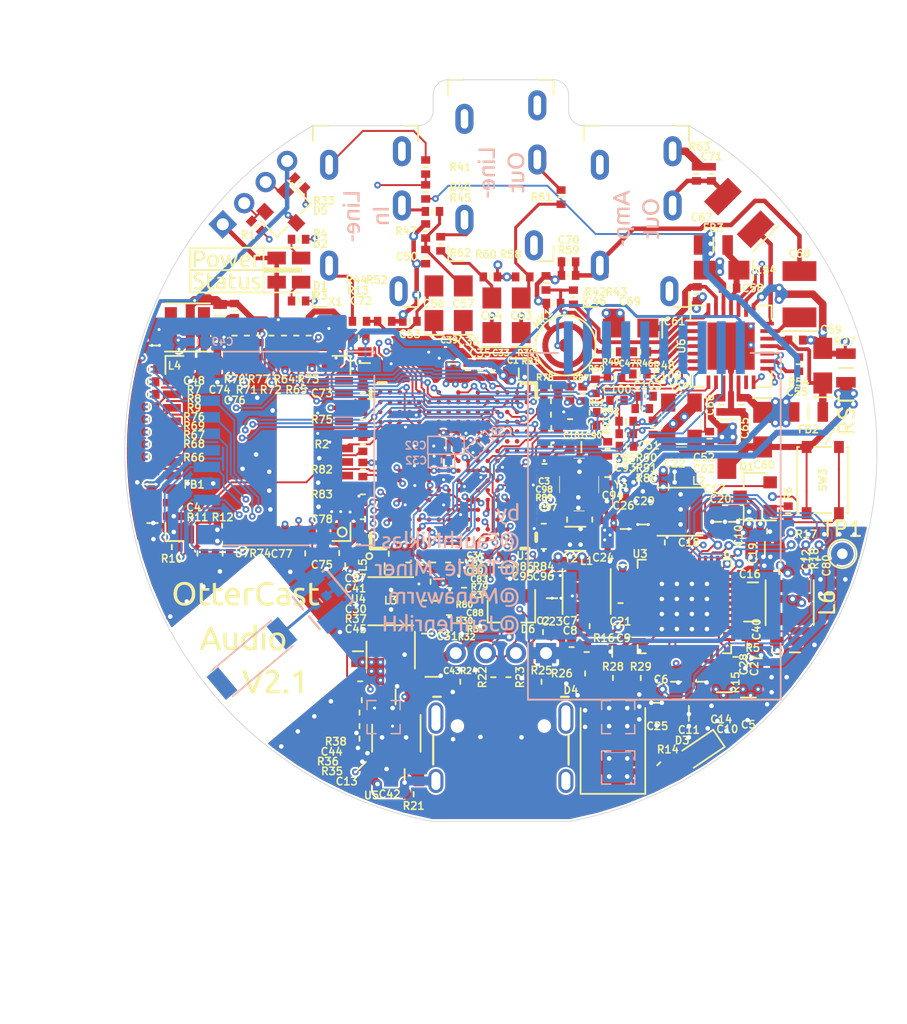
<source format=kicad_pcb>
(kicad_pcb (version 20171130) (host pcbnew 5.1.9)
  (layers (0 F.Cu signal) (1 In1.Cu signal) (2 In2.Cu signal) (31 B.Cu signal) (34 B.Paste user) (35 F.Paste user) (36 B.SilkS user) (37 F.SilkS user) (38 B.Mask user) (39 F.Mask user) (44 Edge.Cuts user))
  (net 0 "")
  (net 1 GND)
  (net 2 "Net-(AE1-Pad1)")
  (net 3 "Net-(AE1-PadNC)")
  (net 4 +3V3)
  (net 5 "Net-(C4-Pad1)")
  (net 6 IPS)
  (net 7 +5V_USBOTG)
  (net 8 +2.5V)
  (net 9 "Net-(C9-Pad2)")
  (net 10 +5V)
  (net 11 "Net-(C13-Pad1)")
  (net 12 +1.1V)
  (net 13 +3.3V_RTC)
  (net 14 +3.0VA)
  (net 15 +1V2)
  (net 16 +2V8)
  (net 17 VCC-DDR)
  (net 18 USB-VBUSDET)
  (net 19 GNDA)
  (net 20 "Net-(C46-Pad1)")
  (net 21 "Net-(C47-Pad1)")
  (net 22 "Net-(C50-Pad1)")
  (net 23 "Net-(C51-Pad1)")
  (net 24 "Net-(C52-Pad1)")
  (net 25 "Net-(C53-Pad1)")
  (net 26 "Net-(C54-Pad1)")
  (net 27 "Net-(C55-Pad1)")
  (net 28 "Net-(C56-Pad1)")
  (net 29 "Net-(C57-Pad1)")
  (net 30 "Net-(C61-Pad1)")
  (net 31 "Net-(C63-Pad2)")
  (net 32 "Net-(C63-Pad1)")
  (net 33 "Net-(C64-Pad2)")
  (net 34 "Net-(C64-Pad1)")
  (net 35 "Net-(C67-Pad2)")
  (net 36 "Net-(C67-Pad1)")
  (net 37 "Net-(C68-Pad2)")
  (net 38 "Net-(C68-Pad1)")
  (net 39 "Net-(C77-Pad2)")
  (net 40 "Net-(C78-Pad2)")
  (net 41 "Net-(C82-Pad1)")
  (net 42 "Net-(C90-Pad1)")
  (net 43 "Net-(C93-Pad1)")
  (net 44 "Net-(C94-Pad1)")
  (net 45 "Net-(C96-Pad1)")
  (net 46 "Net-(C97-Pad1)")
  (net 47 "Net-(C100-Pad2)")
  (net 48 "Net-(C101-Pad2)")
  (net 49 "Net-(C102-Pad2)")
  (net 50 "Net-(C103-Pad2)")
  (net 51 "Net-(C104-Pad1)")
  (net 52 "Net-(D1-Pad2)")
  (net 53 "Net-(D2-Pad2)")
  (net 54 "Net-(D3-Pad2)")
  (net 55 UART1_RX)
  (net 56 UART1_TX)
  (net 57 SDC0-DET#)
  (net 58 SDC0-D2)
  (net 59 SDC0-D3)
  (net 60 SDC0-CMD)
  (net 61 SDC0-CLK)
  (net 62 SDC0-D0)
  (net 63 SDC0-D1)
  (net 64 "Net-(J3-PadB5)")
  (net 65 "Net-(J3-PadA8)")
  (net 66 "Net-(J3-PadA6)")
  (net 67 "Net-(J3-PadA7)")
  (net 68 "Net-(J3-PadA5)")
  (net 69 "Net-(J3-PadB8)")
  (net 70 USB-D_P)
  (net 71 USB-D_N)
  (net 72 "Net-(J5-Pad3)")
  (net 73 "Net-(J5-Pad2)")
  (net 74 "Net-(J5-Pad6)")
  (net 75 "Net-(J5-Pad5)")
  (net 76 "Net-(J6-Pad3)")
  (net 77 "Net-(J6-Pad6)")
  (net 78 "Net-(J7-Pad3)")
  (net 79 "Net-(J7-Pad2)")
  (net 80 "Net-(J7-Pad6)")
  (net 81 "Net-(J7-Pad5)")
  (net 82 EPHY_LINK_LED)
  (net 83 EPHY_SPD_LED)
  (net 84 EPHY_RX_N)
  (net 85 EPHY_RX_P)
  (net 86 EPHY_TX_N)
  (net 87 EPHY_TX_P)
  (net 88 MIPI-CK_P)
  (net 89 MIPI-RESET)
  (net 90 MIPI-SCK)
  (net 91 MIPI-D3_P)
  (net 92 MIPI-D0_N)
  (net 93 MIPI-D1_P)
  (net 94 MIPI-D2_N)
  (net 95 MIPI-D0_P)
  (net 96 MIPI-CK_N)
  (net 97 MIPI-SDA)
  (net 98 MIPI-D2_P)
  (net 99 MIPI-D3_N)
  (net 100 MIPI-D1_N)
  (net 101 "Net-(L1-Pad1)")
  (net 102 "Net-(L2-Pad1)")
  (net 103 "Net-(L3-Pad1)")
  (net 104 "Net-(Q1-Pad3)")
  (net 105 BT-DIS-N)
  (net 106 "Net-(R2-Pad1)")
  (net 107 GPIO_LED1)
  (net 108 GPIO_LED2)
  (net 109 PB9\TWI1-SDA)
  (net 110 PB8\TWI1-SCK)
  (net 111 "Net-(R15-Pad1)")
  (net 112 "Net-(R16-Pad1)")
  (net 113 /Power/NMI)
  (net 114 RESETn)
  (net 115 "Net-(R28-Pad2)")
  (net 116 VINT)
  (net 117 "Net-(R30-Pad2)")
  (net 118 "Net-(R31-Pad2)")
  (net 119 USB-DRV)
  (net 120 "Net-(R36-Pad1)")
  (net 121 USB-ID)
  (net 122 MIC-DET)
  (net 123 "Net-(R43-Pad2)")
  (net 124 "Net-(R46-Pad2)")
  (net 125 "Net-(R48-Pad1)")
  (net 126 "Net-(R49-Pad1)")
  (net 127 BT-PCM-SYNC)
  (net 128 "Net-(R54-Pad1)")
  (net 129 BT-PCM-DOUT)
  (net 130 BT-PCM-DIN)
  (net 131 BT-PCM-CLK)
  (net 132 WL-SDIO-D3)
  (net 133 WL-SDIO-D2)
  (net 134 "Net-(R66-Pad2)")
  (net 135 "Net-(R67-Pad2)")
  (net 136 "Net-(R68-Pad2)")
  (net 137 "Net-(R69-Pad2)")
  (net 138 WL-SDIO-D1)
  (net 139 WL-SDIO-D0)
  (net 140 WL-SDIO-CMD)
  (net 141 WL-PMU-EN)
  (net 142 BT-UART-RX)
  (net 143 BT-WAKE-AP)
  (net 144 "Net-(R76-Pad2)")
  (net 145 AP-CK32KO)
  (net 146 "Net-(R77-Pad2)")
  (net 147 WL-SDIO-CLK)
  (net 148 "Net-(R81-Pad1)")
  (net 149 "Net-(R82-Pad1)")
  (net 150 "Net-(R83-Pad1)")
  (net 151 "Net-(R89-Pad2)")
  (net 152 MIPI-MSCK)
  (net 153 MIPI-PWDN)
  (net 154 "Net-(U1-PadR11)")
  (net 155 "Net-(U1-PadK13)")
  (net 156 "Net-(U1-PadL13)")
  (net 157 "Net-(U1-PadL15)")
  (net 158 "Net-(U1-PadL16)")
  (net 159 "Net-(U1-PadJ15)")
  (net 160 "Net-(U1-PadJ14)")
  (net 161 "Net-(U1-PadJ13)")
  (net 162 "Net-(U1-PadK15)")
  (net 163 "Net-(U1-PadP11)")
  (net 164 LRADC0)
  (net 165 LRADC1)
  (net 166 NMI)
  (net 167 "Net-(U1-PadF3)")
  (net 168 "Net-(U1-PadF4)")
  (net 169 "Net-(U1-PadF14)")
  (net 170 "Net-(U1-PadH13)")
  (net 171 "Net-(U1-PadH14)")
  (net 172 "Net-(U1-PadG13)")
  (net 173 "Net-(U1-PadG14)")
  (net 174 "Net-(U1-PadG15)")
  (net 175 "Net-(U1-PadE15)")
  (net 176 AP-WAKE-BT)
  (net 177 "Net-(U1-PadE13)")
  (net 178 "Net-(U1-PadF15)")
  (net 179 "Net-(U1-PadE12)")
  (net 180 "Net-(U1-PadD3)")
  (net 181 "Net-(U1-PadC11)")
  (net 182 "Net-(U1-PadD14)")
  (net 183 "Net-(U1-PadD2)")
  (net 184 "Net-(U1-PadC10)")
  (net 185 "Net-(U1-PadC3)")
  (net 186 "Net-(U1-PadC16)")
  (net 187 "Net-(U1-PadC15)")
  (net 188 "Net-(U1-PadC1)")
  (net 189 "Net-(U1-PadC14)")
  (net 190 "Net-(U1-PadD15)")
  (net 191 "Net-(U1-PadD1)")
  (net 192 "Net-(U1-PadC12)")
  (net 193 "Net-(U1-PadC2)")
  (net 194 WL-WAKE-AP)
  (net 195 BT-UART-TX)
  (net 196 PB7\TWI0-SDA)
  (net 197 "Net-(U1-PadB13)")
  (net 198 "Net-(U1-PadB2)")
  (net 199 "Net-(U1-PadB10)")
  (net 200 "Net-(U1-PadB9)")
  (net 201 "Net-(U1-PadB16)")
  (net 202 "Net-(U1-PadB1)")
  (net 203 BT-UART-CTS)
  (net 204 "Net-(U1-PadB11)")
  (net 205 "Net-(U1-PadB14)")
  (net 206 "Net-(U1-PadB15)")
  (net 207 "Net-(U1-PadB12)")
  (net 208 "Net-(U1-PadA3)")
  (net 209 PB6\TWI0-SCK)
  (net 210 "Net-(U1-PadA9)")
  (net 211 "Net-(U1-PadA11)")
  (net 212 "Net-(U1-PadA13)")
  (net 213 "Net-(U1-PadA14)")
  (net 214 "Net-(U1-PadA15)")
  (net 215 "Net-(U3-Pad36)")
  (net 216 "Net-(U3-Pad30)")
  (net 217 EXTEN)
  (net 218 "Net-(U3-Pad18)")
  (net 219 "Net-(U3-Pad5)")
  (net 220 "Net-(U3-Pad3)")
  (net 221 "Net-(U6-Pad6)")
  (net 222 "Net-(U7-Pad3)")
  (net 223 "Net-(U7-Pad4)")
  (net 224 "Net-(U7-Pad5)")
  (net 225 "Net-(U7-Pad8)")
  (net 226 "Net-(U7-Pad10)")
  (net 227 "Net-(U7-Pad11)")
  (net 228 "Net-(U7-Pad29)")
  (net 229 "Net-(U7-Pad30)")
  (net 230 "Net-(U7-Pad32)")
  (net 231 "Net-(U7-Pad35)")
  (net 232 "Net-(U7-Pad37)")
  (net 233 "Net-(U7-Pad38)")
  (net 234 "Net-(U7-Pad39)")
  (net 235 "Net-(U7-Pad40)")
  (net 236 "Net-(Q1-Pad1)")
  (net 237 "Net-(C12-Pad1)")
  (net 238 "Net-(U1-PadN9)")
  (net 239 "Net-(C3-Pad1)")
  (net 240 "Net-(C85-Pad1)")
  (net 241 "Net-(R34-Pad1)")
  (net 242 "Net-(U1-PadR12)")
  (net 243 "Net-(U1-PadT10)")
  (net 244 "Net-(U1-PadT6)")
  (net 245 "Net-(U1-PadR10)")
  (net 246 "Net-(U1-PadR6)")
  (net 247 "Net-(U1-PadR9)")
  (net 248 "Net-(U1-PadN11)")
  (net 249 "Net-(U1-PadP13)")
  (net 250 "Net-(U1-PadP10)")
  (net 251 "Net-(U1-PadN12)")
  (net 252 "Net-(U1-PadN13)")
  (net 253 "Net-(U1-PadP9)")
  (net 254 "Net-(U1-PadT12)")
  (net 255 "Net-(C48-Pad1)")
  (net 256 "Net-(L4-Pad2)")
  (net 257 BT-UART-RTS)
  (net 258 "Net-(D5-Pad2)")
  (net 259 "Net-(D5-Pad1)")
  (net 260 "Net-(X1-Pad1)")
  (net 261 "Net-(J8-Pad10)")
  (net 262 "Net-(J8-Pad12)")
  (net 263 GPIO-RST)
  (net 264 "Net-(C80-Pad1)")
  (net 265 "Net-(L6-Pad1)")
  (net 266 "Net-(C40-Pad2)")
  (module TestPoint:TestPoint_THTPad_D1.5mm_Drill0.7mm (layer F.Cu) (at 122.7 106.8)
    (fp_text reference TP1 (at 0 -1.648) (layer F.SilkS))
    (fp_text value BAT+)
    (pad 1 thru_hole circle (at 0 0) (size 1.5 1.5) (drill 0.7) (layers *.Cu *.Mask) (net 266 "Net-(C40-Pad2)"))
  )
  (module otter:C_0603 (layer F.Cu) (at 119.55 113.35 270)
    (fp_text reference C27 (at 0.85 2.7 90) (layer F.SilkS) (effects (font (size 0.5 0.5) (thickness 0.1))))
    (fp_text value 10u hide)
    (pad 2 smd rect (at 0.75 0 270) (size 0.6 0.9) (layers F.Cu F.Paste F.Mask) (net 1 GND))
    (pad 1 smd rect (at -0.75 0 270) (size 0.6 0.9) (layers F.Cu F.Paste F.Mask) (net 15 +1V2))
  )
  (module otter:R_0805 (layer F.Cu) (at 116.65 111.3 270)
    (fp_text reference R5 (at 1.75 -0.09 180) (layer F.SilkS) (effects (font (size 0.5 0.5) (thickness 0.1))))
    (fp_text value 0R hide)
    (pad 1 smd rect (at -0.95 0 270) (size 0.7 1.3) (layers F.Cu F.Paste F.Mask) (net 264 "Net-(C80-Pad1)"))
    (pad 2 smd rect (at 0.95 0 270) (size 0.7 1.3) (layers F.Cu F.Paste F.Mask) (net 266 "Net-(C40-Pad2)"))
  )
  (module otter:C_0603 (layer F.Cu) (at 121.65 109.5 90)
    (fp_text reference C80 (at 1.925 0 90) (layer F.SilkS) (effects (font (size 0.5 0.5) (thickness 0.1))))
    (fp_text value 10u hide)
    (pad 1 smd rect (at -0.75 0 90) (size 0.6 0.9) (layers F.Cu F.Paste F.Mask) (net 264 "Net-(C80-Pad1)"))
    (pad 2 smd rect (at 0.75 0 90) (size 0.6 0.9) (layers F.Cu F.Paste F.Mask) (net 1 GND))
  )
  (module otter:C_0603 (layer F.Cu) (at 117 113.75 90)
    (fp_text reference C40 (at 1.925 0 90) (layer F.SilkS) (effects (font (size 0.5 0.5) (thickness 0.1))))
    (fp_text value 10u hide)
    (pad 1 smd rect (at -0.75 0 90) (size 0.6 0.9) (layers F.Cu F.Paste F.Mask) (net 1 GND))
    (pad 2 smd rect (at 0.75 0 90) (size 0.6 0.9) (layers F.Cu F.Paste F.Mask) (net 266 "Net-(C40-Pad2)"))
  )
  (module Inductor_SMD:L_Taiyo-Yuden_MD-3030 (layer F.Cu) (at 119.2 110.05 270)
    (fp_text reference L6 (at 0 -2.5 90) (layer F.SilkS))
    (fp_text value 2.2uH)
    (pad 2 smd rect (at 1.1 0 270) (size 0.8 2.7) (layers F.Cu F.Paste F.Mask) (net 264 "Net-(C80-Pad1)"))
    (pad 1 smd rect (at -1.1 0 270) (size 0.8 2.7) (layers F.Cu F.Paste F.Mask) (net 265 "Net-(L6-Pad1)"))
  )
  (module otter:OtterCastAudioV2_silk_amp_out (layer B.Cu) (at 109 84.5 270)
    (fp_text reference G*** hide)
    (fp_text value LOGO hide)
  )
  (module otter:OtterCastAudioV2_silk_line_out (layer B.Cu) (at 100 81.5 270)
    (fp_text reference G*** hide)
    (fp_text value LOGO hide)
  )
  (module otter:OtterCastAudioV2_silk_line_in (layer B.Cu) (at 91 84.4 270)
    (fp_text reference G*** hide)
    (fp_text value LOGO hide)
  )
  (module otter:OtterCastAudioV2_silk_by (layer B.Cu) (at 96.4 107.8 180)
    (fp_text reference G*** hide)
    (fp_text value LOGO hide)
  )
  (module otter:OtterCastAudioV2_silk_4 (layer F.Cu) (at 84.8 115.3)
    (fp_text reference G*** hide)
    (fp_text value LOGO hide)
  )
  (module otter:R_0402 (layer F.Cu) (at 119.1 104.1 270)
    (fp_text reference R6 (at -1.3 0 90) (layer F.SilkS) (effects (font (size 0.45 0.45) (thickness 0.1))))
    (fp_text value DNP hide)
    (pad 2 smd rect (at 0.47 0 270) (size 0.5 0.6) (layers F.Cu F.Paste F.Mask) (net 263 GPIO-RST))
    (pad 1 smd rect (at -0.47 0 270) (size 0.5 0.6) (layers F.Cu F.Paste F.Mask) (net 236 "Net-(Q1-Pad1)"))
  )
  (module otter:C_0402 (layer F.Cu) (at 102.8 112)
    (fp_text reference C2 (at 0 -0.75) (layer F.SilkS) (effects (font (size 0.45 0.45) (thickness 0.1))))
    (fp_text value 470n hide)
    (pad 2 smd rect (at 0.47 0) (size 0.5 0.6) (layers F.Cu F.Paste F.Mask) (net 1 GND))
    (pad 1 smd rect (at -0.47 0) (size 0.5 0.6) (layers F.Cu F.Paste F.Mask) (net 114 RESETn))
  )
  (module otter:49F-1201GYDXNL (layer B.Cu) (at 110.2 110.25)
    (fp_text reference J8 hide)
    (fp_text value 49F-1201GYD2NL)
    (pad 10 smd rect (at 4.445 -17.15) (size 0.6 3.5) (layers B.Cu B.Paste B.Mask) (net 261 "Net-(J8-Pad10)"))
    (pad 2 smd rect (at 1.905 -17.15) (size 0.6 3.5) (layers B.Cu B.Paste B.Mask) (net 84 EPHY_RX_N))
    (pad 1 smd rect (at 3.175 -17.15) (size 0.6 3.5) (layers B.Cu B.Paste B.Mask) (net 85 EPHY_RX_P))
    (pad 6 smd rect (at -0.635 -17.15) (size 0.6 3.5) (layers B.Cu B.Paste B.Mask) (net 50 "Net-(C103-Pad2)"))
    (pad 3 smd rect (at 0.635 -17.15) (size 0.6 3.5) (layers B.Cu B.Paste B.Mask) (net 49 "Net-(C102-Pad2)"))
    (pad 8 smd rect (at -3.175 -17.15) (size 0.6 3.5) (layers B.Cu B.Paste B.Mask) (net 86 EPHY_TX_N))
    (pad 7 smd rect (at -1.905 -17.15) (size 0.6 3.5) (layers B.Cu B.Paste B.Mask) (net 87 EPHY_TX_P))
    (pad 11 smd rect (at -4.445 -17.15) (size 0.6 3.5) (layers B.Cu B.Paste B.Mask) (net 4 +3V3))
    (pad 9 smd rect (at 5.715 -17.15) (size 0.6 3.5) (layers B.Cu B.Paste B.Mask) (net 4 +3V3))
    (pad 12 smd rect (at -5.715 -17.15) (size 0.6 3.5) (layers B.Cu B.Paste B.Mask) (net 262 "Net-(J8-Pad12)"))
    (pad SH smd rect (at -6.8 0) (size 3.28 4.5) (layers B.Cu B.Paste B.Mask) (net 51 "Net-(C104-Pad1)"))
    (pad SH smd rect (at 6.75 0) (size 3.28 4.5) (layers B.Cu B.Paste B.Mask) (net 51 "Net-(C104-Pad1)"))
  )
  (module otter:PJ-3270 (layer F.Cu) (at 100 75.3 180)
    (fp_text reference J7 hide)
    (fp_text value PJ-3270)
    (pad 3 thru_hole oval (at 2.42 -2.6 180) (size 1.2 2) (drill oval 0.5 1.3) (layers *.Cu *.Mask) (net 78 "Net-(J7-Pad3)"))
    (pad 2 thru_hole oval (at 2.42 -9.3 180) (size 1.2 2) (drill oval 0.5 1.3) (layers *.Cu *.Mask) (net 79 "Net-(J7-Pad2)"))
    (pad 6 thru_hole oval (at -2.2 -11 180) (size 1.2 2) (drill oval 0.5 1.3) (layers *.Cu *.Mask) (net 80 "Net-(J7-Pad6)"))
    (pad 5 thru_hole oval (at -2.42 -5.3 180) (size 1.2 2) (drill oval 0.5 1.3) (layers *.Cu *.Mask) (net 81 "Net-(J7-Pad5)"))
    (pad 4 thru_hole oval (at -2.42 -1.7 180) (size 1.2 2) (drill oval 0.5 1.3) (layers *.Cu *.Mask) (net 19 GNDA))
    (pad "" np_thru_hole circle (at 0 -9 180) (size 1.2 1.2) (drill 1.2) (layers *.Cu *.Mask))
    (pad "" np_thru_hole circle (at 0 -3 180) (size 1.2 1.2) (drill 1.2) (layers *.Cu *.Mask))
  )
  (module otter:PJ-3270 (layer F.Cu) (at 109 78.35 180)
    (fp_text reference J6 hide)
    (fp_text value PJ-3270)
    (pad 3 thru_hole oval (at 2.42 -2.6 180) (size 1.2 2) (drill oval 0.5 1.3) (layers *.Cu *.Mask) (net 76 "Net-(J6-Pad3)"))
    (pad 2 thru_hole oval (at 2.42 -9.3 180) (size 1.2 2) (drill oval 0.5 1.3) (layers *.Cu *.Mask) (net 37 "Net-(C68-Pad2)"))
    (pad 6 thru_hole oval (at -2.2 -11 180) (size 1.2 2) (drill oval 0.5 1.3) (layers *.Cu *.Mask) (net 77 "Net-(J6-Pad6)"))
    (pad 5 thru_hole oval (at -2.42 -5.3 180) (size 1.2 2) (drill oval 0.5 1.3) (layers *.Cu *.Mask) (net 35 "Net-(C67-Pad2)"))
    (pad 4 thru_hole oval (at -2.42 -1.7 180) (size 1.2 2) (drill oval 0.5 1.3) (layers *.Cu *.Mask) (net 19 GNDA))
    (pad "" np_thru_hole circle (at 0 -9 180) (size 1.2 1.2) (drill 1.2) (layers *.Cu *.Mask))
    (pad "" np_thru_hole circle (at 0 -3 180) (size 1.2 1.2) (drill 1.2) (layers *.Cu *.Mask))
  )
  (module otter:PJ-3270 (layer F.Cu) (at 91 78.35 180)
    (fp_text reference J5 hide)
    (fp_text value PJ-3270)
    (pad 3 thru_hole oval (at 2.42 -2.6 180) (size 1.2 2) (drill oval 0.5 1.3) (layers *.Cu *.Mask) (net 72 "Net-(J5-Pad3)"))
    (pad 2 thru_hole oval (at 2.42 -9.3 180) (size 1.2 2) (drill oval 0.5 1.3) (layers *.Cu *.Mask) (net 73 "Net-(J5-Pad2)"))
    (pad 6 thru_hole oval (at -2.2 -11 180) (size 1.2 2) (drill oval 0.5 1.3) (layers *.Cu *.Mask) (net 74 "Net-(J5-Pad6)"))
    (pad 5 thru_hole oval (at -2.42 -5.3 180) (size 1.2 2) (drill oval 0.5 1.3) (layers *.Cu *.Mask) (net 75 "Net-(J5-Pad5)"))
    (pad 4 thru_hole oval (at -2.42 -1.7 180) (size 1.2 2) (drill oval 0.5 1.3) (layers *.Cu *.Mask) (net 19 GNDA))
    (pad "" np_thru_hole circle (at 0 -9 180) (size 1.2 1.2) (drill 1.2) (layers *.Cu *.Mask))
    (pad "" np_thru_hole circle (at 0 -3 180) (size 1.2 1.2) (drill 1.2) (layers *.Cu *.Mask))
  )
  (module otter:OtterCastAudioV2_silk_status (layer F.Cu) (at 81.775 88.675)
    (fp_text reference G*** hide)
    (fp_text value LOGO hide)
  )
  (module otter:OtterCastAudioV2_silk_power (layer F.Cu) (at 81.8 87.2)
    (fp_text reference G*** hide)
    (fp_text value LOGO hide)
  )
  (module otter:OtterCastAudioV2_silk_2 (layer F.Cu) (at 82.825 112.35)
    (fp_text reference G*** hide)
    (fp_text value LOGO hide)
  )
  (module otter:OtterCastAudioV2_silk_1 (layer F.Cu) (at 83.075 109.45)
    (fp_text reference G*** hide)
    (fp_text value LOGO hide)
  )
  (module otter:LGA_44_12x12mm_0.9mm (layer F.Cu) (at 83.85 99.8 180)
    (fp_text reference U7 (at 1.04 -6.97 180) (layer F.SilkS) (effects (font (size 0.5 0.5) (thickness 0.1))))
    (fp_text value AP6236)
    (pad 29 smd rect (at 5.72 -0.9 270) (size 0.51 1.2) (layers F.Cu F.Paste F.Mask) (net 228 "Net-(U7-Pad29)"))
    (pad 26 smd rect (at 5.72 1.8 270) (size 0.51 1.2) (layers F.Cu F.Paste F.Mask) (net 135 "Net-(R67-Pad2)"))
    (pad 33 smd rect (at 5.72 -4.5 270) (size 0.51 1.2) (layers F.Cu F.Paste F.Mask) (net 1 GND))
    (pad 32 smd rect (at 5.72 -3.6 270) (size 0.51 1.2) (layers F.Cu F.Paste F.Mask) (net 230 "Net-(U7-Pad32)"))
    (pad 25 smd rect (at 5.72 2.7 270) (size 0.51 1.2) (layers F.Cu F.Paste F.Mask) (net 137 "Net-(R69-Pad2)"))
    (pad 27 smd rect (at 5.72 0.9 270) (size 0.51 1.2) (layers F.Cu F.Paste F.Mask) (net 136 "Net-(R68-Pad2)"))
    (pad 28 smd rect (at 5.72 0 270) (size 0.51 1.2) (layers F.Cu F.Paste F.Mask) (net 134 "Net-(R66-Pad2)"))
    (pad 30 smd rect (at 5.72 -1.8 270) (size 0.51 1.2) (layers F.Cu F.Paste F.Mask) (net 229 "Net-(U7-Pad30)"))
    (pad 24 smd rect (at 5.72 3.6 270) (size 0.51 1.2) (layers F.Cu F.Paste F.Mask) (net 144 "Net-(R76-Pad2)"))
    (pad 31 smd rect (at 5.72 -2.7 270) (size 0.51 1.2) (layers F.Cu F.Paste F.Mask) (net 1 GND))
    (pad 23 smd rect (at 5.72 4.5 270) (size 0.51 1.2) (layers F.Cu F.Paste F.Mask) (net 255 "Net-(C48-Pad1)"))
    (pad 5 smd rect (at -5.72 -0.9 270) (size 0.51 1.2) (layers F.Cu F.Paste F.Mask) (net 224 "Net-(U7-Pad5)"))
    (pad 8 smd rect (at -5.72 1.8 270) (size 0.51 1.2) (layers F.Cu F.Paste F.Mask) (net 225 "Net-(U7-Pad8)"))
    (pad 1 smd rect (at -5.72 -4.5 270) (size 0.51 1.2) (layers F.Cu F.Paste F.Mask) (net 1 GND))
    (pad 2 smd rect (at -5.72 -3.6 270) (size 0.51 1.2) (layers F.Cu F.Paste F.Mask) (net 40 "Net-(C78-Pad2)"))
    (pad 9 smd rect (at -5.72 2.7 270) (size 0.51 1.2) (layers F.Cu F.Paste F.Mask) (net 4 +3V3))
    (pad 7 smd rect (at -5.72 0.9 270) (size 0.51 1.2) (layers F.Cu F.Paste F.Mask) (net 143 BT-WAKE-AP))
    (pad 6 smd rect (at -5.72 0 270) (size 0.51 1.2) (layers F.Cu F.Paste F.Mask) (net 176 AP-WAKE-BT))
    (pad 4 smd rect (at -5.72 -1.8 270) (size 0.51 1.2) (layers F.Cu F.Paste F.Mask) (net 223 "Net-(U7-Pad4)"))
    (pad 10 smd rect (at -5.72 3.6 270) (size 0.51 1.2) (layers F.Cu F.Paste F.Mask) (net 226 "Net-(U7-Pad10)"))
    (pad 3 smd rect (at -5.72 -2.7 270) (size 0.51 1.2) (layers F.Cu F.Paste F.Mask) (net 222 "Net-(U7-Pad3)"))
    (pad 11 smd rect (at -5.72 4.5 270) (size 0.51 1.2) (layers F.Cu F.Paste F.Mask) (net 227 "Net-(U7-Pad11)"))
    (pad 18 smd rect (at 0.9 5.72 180) (size 0.51 1.2) (layers F.Cu F.Paste F.Mask) (net 139 WL-SDIO-D0))
    (pad 15 smd rect (at -1.8 5.72 180) (size 0.51 1.2) (layers F.Cu F.Paste F.Mask) (net 132 WL-SDIO-D3))
    (pad 22 smd rect (at 4.5 5.72 180) (size 0.51 1.2) (layers F.Cu F.Paste F.Mask) (net 4 +3V3))
    (pad 21 smd rect (at 3.6 5.72 180) (size 0.51 1.2) (layers F.Cu F.Paste F.Mask) (net 256 "Net-(L4-Pad2)"))
    (pad 14 smd rect (at -2.7 5.72 180) (size 0.51 1.2) (layers F.Cu F.Paste F.Mask) (net 133 WL-SDIO-D2))
    (pad 16 smd rect (at -0.9 5.72 180) (size 0.51 1.2) (layers F.Cu F.Paste F.Mask) (net 140 WL-SDIO-CMD))
    (pad 17 smd rect (at 0 5.72 180) (size 0.51 1.2) (layers F.Cu F.Paste F.Mask) (net 146 "Net-(R77-Pad2)"))
    (pad 19 smd rect (at 1.8 5.72 180) (size 0.51 1.2) (layers F.Cu F.Paste F.Mask) (net 138 WL-SDIO-D1))
    (pad 13 smd rect (at -3.6 5.72 180) (size 0.51 1.2) (layers F.Cu F.Paste F.Mask) (net 194 WL-WAKE-AP))
    (pad 20 smd rect (at 2.7 5.72 180) (size 0.51 1.2) (layers F.Cu F.Paste F.Mask) (net 1 GND))
    (pad 12 smd rect (at -4.5 5.72 180) (size 0.51 1.2) (layers F.Cu F.Paste F.Mask) (net 141 WL-PMU-EN))
    (pad 35 smd rect (at 3.6 -5.72 180) (size 0.51 1.2) (layers F.Cu F.Paste F.Mask) (net 231 "Net-(U7-Pad35)"))
    (pad 36 smd rect (at 2.7 -5.72 180) (size 0.51 1.2) (layers F.Cu F.Paste F.Mask) (net 1 GND))
    (pad 37 smd rect (at 1.8 -5.72 180) (size 0.51 1.2) (layers F.Cu F.Paste F.Mask) (net 232 "Net-(U7-Pad37)"))
    (pad 38 smd rect (at 0.9 -5.72 180) (size 0.51 1.2) (layers F.Cu F.Paste F.Mask) (net 233 "Net-(U7-Pad38)"))
    (pad 39 smd rect (at 0 -5.72 180) (size 0.51 1.2) (layers F.Cu F.Paste F.Mask) (net 234 "Net-(U7-Pad39)"))
    (pad 40 smd rect (at -0.9 -5.72 180) (size 0.51 1.2) (layers F.Cu F.Paste F.Mask) (net 235 "Net-(U7-Pad40)"))
    (pad 41 smd rect (at -1.8 -5.72 180) (size 0.51 1.2) (layers F.Cu F.Paste F.Mask) (net 257 BT-UART-RTS))
    (pad 42 smd rect (at -2.7 -5.72 180) (size 0.51 1.2) (layers F.Cu F.Paste F.Mask) (net 195 BT-UART-TX))
    (pad 43 smd rect (at -3.6 -5.72 180) (size 0.51 1.2) (layers F.Cu F.Paste F.Mask) (net 142 BT-UART-RX))
    (pad 34 smd rect (at 4.5 -5.72 180) (size 0.51 1.2) (layers F.Cu F.Paste F.Mask) (net 105 BT-DIS-N))
    (pad 44 smd rect (at -4.5 -5.72 180) (size 0.51 1.2) (layers F.Cu F.Paste F.Mask) (net 203 BT-UART-CTS))
  )
  (module "otter:FBGA-234(Pitch-0.65mm_Pad-0.3mm_11x11x1.08mm)" (layer F.Cu) (at 96.85 100.95)
    (fp_text reference U1 (at 4.675 5.975 180) (layer F.SilkS) (effects (font (size 0.5 0.5) (thickness 0.1))))
    (fp_text value "AllWinner-S3(FBGA-234)" hide)
    (pad K3 smd circle (at 0.975 3.575 90) (size 0.3 0.3) (layers F.Cu F.Mask) (net 1 GND))
    (pad J11 smd circle (at 0.325 -1.625 90) (size 0.3 0.3) (layers F.Cu F.Mask) (net 12 +1.1V))
    (pad J9 smd circle (at 0.325 -0.325 90) (size 0.3 0.3) (layers F.Cu F.Mask) (net 1 GND))
    (pad N15 smd circle (at 2.925 -4.225 90) (size 0.3 0.3) (layers F.Cu F.Mask) (net 140 WL-SDIO-CMD))
    (pad J6 smd circle (at 0.325 1.625 90) (size 0.3 0.3) (layers F.Cu F.Mask) (net 1 GND))
    (pad K4 smd circle (at 0.975 2.925 90) (size 0.3 0.3) (layers F.Cu F.Mask) (net 1 GND))
    (pad K7 smd circle (at 0.975 0.975 90) (size 0.3 0.3) (layers F.Cu F.Mask) (net 1 GND))
    (pad K14 smd circle (at 0.975 -3.575 90) (size 0.3 0.3) (layers F.Cu F.Mask) (net 153 MIPI-PWDN))
    (pad K11 smd circle (at 0.975 -1.625 90) (size 0.3 0.3) (layers F.Cu F.Mask) (net 12 +1.1V))
    (pad R11 smd circle (at 4.225 -1.625 90) (size 0.3 0.3) (layers F.Cu F.Mask) (net 154 "Net-(U1-PadR11)"))
    (pad T3 smd circle (at 4.875 3.575 90) (size 0.3 0.3) (layers F.Cu F.Mask) (net 45 "Net-(C96-Pad1)"))
    (pad R12 smd circle (at 4.225 -2.275 90) (size 0.3 0.3) (layers F.Cu F.Mask) (net 242 "Net-(U1-PadR12)"))
    (pad T1 smd circle (at 4.875 4.875 90) (size 0.3 0.3) (layers F.Cu F.Mask) (net 1 GND))
    (pad R4 smd circle (at 4.225 2.925 90) (size 0.3 0.3) (layers F.Cu F.Mask) (net 43 "Net-(C93-Pad1)"))
    (pad K13 smd circle (at 0.975 -2.925 90) (size 0.3 0.3) (layers F.Cu F.Mask) (net 155 "Net-(U1-PadK13)"))
    (pad K2 smd circle (at 0.975 4.225 90) (size 0.3 0.3) (layers F.Cu F.Mask) (net 98 MIPI-D2_P))
    (pad M10 smd circle (at 2.275 -0.975 90) (size 0.3 0.3) (layers F.Cu F.Mask) (net 1 GND))
    (pad L3 smd circle (at 1.625 3.575 90) (size 0.3 0.3) (layers F.Cu F.Mask) (net 91 MIPI-D3_P))
    (pad M6 smd circle (at 2.275 1.625 90) (size 0.3 0.3) (layers F.Cu F.Mask) (net 241 "Net-(R34-Pad1)"))
    (pad L10 smd circle (at 1.625 -0.975 90) (size 0.3 0.3) (layers F.Cu F.Mask) (net 1 GND))
    (pad M2 smd circle (at 2.275 4.225 90) (size 0.3 0.3) (layers F.Cu F.Mask) (net 58 SDC0-D2))
    (pad M13 smd circle (at 2.275 -2.925 90) (size 0.3 0.3) (layers F.Cu F.Mask) (net 130 BT-PCM-DIN))
    (pad M11 smd circle (at 2.275 -1.625 90) (size 0.3 0.3) (layers F.Cu F.Mask) (net 4 +3V3))
    (pad M14 smd circle (at 2.275 -3.575 90) (size 0.3 0.3) (layers F.Cu F.Mask) (net 55 UART1_RX))
    (pad M7 smd circle (at 2.275 0.975 90) (size 0.3 0.3) (layers F.Cu F.Mask) (net 14 +3.0VA))
    (pad M4 smd circle (at 2.275 2.925 90) (size 0.3 0.3) (layers F.Cu F.Mask) (net 4 +3V3))
    (pad L6 smd circle (at 1.625 1.625 90) (size 0.3 0.3) (layers F.Cu F.Mask) (net 14 +3.0VA))
    (pad L9 smd circle (at 1.625 -0.325 90) (size 0.3 0.3) (layers F.Cu F.Mask) (net 1 GND))
    (pad L11 smd circle (at 1.625 -1.625 90) (size 0.3 0.3) (layers F.Cu F.Mask) (net 4 +3V3))
    (pad M9 smd circle (at 2.275 -0.325 90) (size 0.3 0.3) (layers F.Cu F.Mask) (net 240 "Net-(C85-Pad1)"))
    (pad L12 smd circle (at 1.625 -2.275 90) (size 0.3 0.3) (layers F.Cu F.Mask) (net 4 +3V3))
    (pad M1 smd circle (at 2.275 4.875 90) (size 0.3 0.3) (layers F.Cu F.Mask) (net 57 SDC0-DET#))
    (pad L4 smd circle (at 1.625 2.925 90) (size 0.3 0.3) (layers F.Cu F.Mask) (net 1 GND))
    (pad L8 smd circle (at 1.625 0.325 90) (size 0.3 0.3) (layers F.Cu F.Mask) (net 12 +1.1V))
    (pad M15 smd circle (at 2.275 -4.225 90) (size 0.3 0.3) (layers F.Cu F.Mask) (net 56 UART1_TX))
    (pad L13 smd circle (at 1.625 -2.925 90) (size 0.3 0.3) (layers F.Cu F.Mask) (net 156 "Net-(U1-PadL13)"))
    (pad L14 smd circle (at 1.625 -3.575 90) (size 0.3 0.3) (layers F.Cu F.Mask) (net 89 MIPI-RESET))
    (pad M12 smd circle (at 2.275 -2.275 90) (size 0.3 0.3) (layers F.Cu F.Mask) (net 4 +3V3))
    (pad L5 smd circle (at 1.625 2.275 90) (size 0.3 0.3) (layers F.Cu F.Mask) (net 83 EPHY_SPD_LED))
    (pad M8 smd circle (at 2.275 0.325 90) (size 0.3 0.3) (layers F.Cu F.Mask) (net 12 +1.1V))
    (pad J10 smd circle (at 0.325 -0.975 90) (size 0.3 0.3) (layers F.Cu F.Mask) (net 1 GND))
    (pad L15 smd circle (at 1.625 -4.225 90) (size 0.3 0.3) (layers F.Cu F.Mask) (net 157 "Net-(U1-PadL15)"))
    (pad L16 smd circle (at 1.625 -4.875 90) (size 0.3 0.3) (layers F.Cu F.Mask) (net 158 "Net-(U1-PadL16)"))
    (pad L2 smd circle (at 1.625 4.225 90) (size 0.3 0.3) (layers F.Cu F.Mask) (net 99 MIPI-D3_N))
    (pad N16 smd circle (at 2.925 -4.875 90) (size 0.3 0.3) (layers F.Cu F.Mask) (net 138 WL-SDIO-D1))
    (pad K6 smd circle (at 0.975 1.625 90) (size 0.3 0.3) (layers F.Cu F.Mask) (net 1 GND))
    (pad T10 smd circle (at 4.875 -0.975 90) (size 0.3 0.3) (layers F.Cu F.Mask) (net 243 "Net-(U1-PadT10)"))
    (pad R3 smd circle (at 4.225 3.575 90) (size 0.3 0.3) (layers F.Cu F.Mask) (net 46 "Net-(C97-Pad1)"))
    (pad T6 smd circle (at 4.875 1.625 90) (size 0.3 0.3) (layers F.Cu F.Mask) (net 244 "Net-(U1-PadT6)"))
    (pad R10 smd circle (at 4.225 -0.975 90) (size 0.3 0.3) (layers F.Cu F.Mask) (net 245 "Net-(U1-PadR10)"))
    (pad T2 smd circle (at 4.875 4.225 90) (size 0.3 0.3) (layers F.Cu F.Mask) (net 70 USB-D_P))
    (pad T14 smd circle (at 4.875 -3.575 90) (size 0.3 0.3) (layers F.Cu F.Mask) (net 127 BT-PCM-SYNC))
    (pad R6 smd circle (at 4.225 1.625 90) (size 0.3 0.3) (layers F.Cu F.Mask) (net 246 "Net-(U1-PadR6)"))
    (pad R9 smd circle (at 4.225 -0.325 90) (size 0.3 0.3) (layers F.Cu F.Mask) (net 247 "Net-(U1-PadR9)"))
    (pad J3 smd circle (at 0.325 3.575 90) (size 0.3 0.3) (layers F.Cu F.Mask) (net 1 GND))
    (pad L7 smd circle (at 1.625 0.975 90) (size 0.3 0.3) (layers F.Cu F.Mask) (net 1 GND))
    (pad J16 smd circle (at 0.325 -4.875 90) (size 0.3 0.3) (layers F.Cu F.Mask) (net 97 MIPI-SDA))
    (pad J15 smd circle (at 0.325 -4.225 90) (size 0.3 0.3) (layers F.Cu F.Mask) (net 159 "Net-(U1-PadJ15)"))
    (pad J1 smd circle (at 0.325 4.875 90) (size 0.3 0.3) (layers F.Cu F.Mask) (net 96 MIPI-CK_N))
    (pad K12 smd circle (at 0.975 -2.275 90) (size 0.3 0.3) (layers F.Cu F.Mask) (net 1 GND))
    (pad J14 smd circle (at 0.325 -3.575 90) (size 0.3 0.3) (layers F.Cu F.Mask) (net 160 "Net-(U1-PadJ14)"))
    (pad J13 smd circle (at 0.325 -2.925 90) (size 0.3 0.3) (layers F.Cu F.Mask) (net 161 "Net-(U1-PadJ13)"))
    (pad K15 smd circle (at 0.975 -4.225 90) (size 0.3 0.3) (layers F.Cu F.Mask) (net 162 "Net-(U1-PadK15)"))
    (pad J8 smd circle (at 0.325 0.325 90) (size 0.3 0.3) (layers F.Cu F.Mask) (net 17 VCC-DDR))
    (pad J4 smd circle (at 0.325 2.925 90) (size 0.3 0.3) (layers F.Cu F.Mask) (net 1 GND))
    (pad P3 smd circle (at 3.575 3.575 90) (size 0.3 0.3) (layers F.Cu F.Mask) (net 145 AP-CK32KO))
    (pad N11 smd circle (at 2.925 -1.625 90) (size 0.3 0.3) (layers F.Cu F.Mask) (net 248 "Net-(U1-PadN11)"))
    (pad N9 smd circle (at 2.925 -0.325 90) (size 0.3 0.3) (layers F.Cu F.Mask) (net 238 "Net-(U1-PadN9)"))
    (pad N6 smd circle (at 2.925 1.625 90) (size 0.3 0.3) (layers F.Cu F.Mask) (net 13 +3.3V_RTC))
    (pad P4 smd circle (at 3.575 2.925 90) (size 0.3 0.3) (layers F.Cu F.Mask) (net 44 "Net-(C94-Pad1)"))
    (pad P7 smd circle (at 3.575 0.975 90) (size 0.3 0.3) (layers F.Cu F.Mask) (net 114 RESETn))
    (pad P14 smd circle (at 3.575 -3.575 90) (size 0.3 0.3) (layers F.Cu F.Mask) (net 131 BT-PCM-CLK))
    (pad P11 smd circle (at 3.575 -1.625 90) (size 0.3 0.3) (layers F.Cu F.Mask) (net 163 "Net-(U1-PadP11)"))
    (pad P13 smd circle (at 3.575 -2.925 90) (size 0.3 0.3) (layers F.Cu F.Mask) (net 249 "Net-(U1-PadP13)"))
    (pad P2 smd circle (at 3.575 4.225 90) (size 0.3 0.3) (layers F.Cu F.Mask) (net 61 SDC0-CLK))
    (pad P10 smd circle (at 3.575 -0.975 90) (size 0.3 0.3) (layers F.Cu F.Mask) (net 250 "Net-(U1-PadP10)"))
    (pad N12 smd circle (at 2.925 -2.275 90) (size 0.3 0.3) (layers F.Cu F.Mask) (net 251 "Net-(U1-PadN12)"))
    (pad T5 smd circle (at 4.875 2.275 90) (size 0.3 0.3) (layers F.Cu F.Mask) (net 42 "Net-(C90-Pad1)"))
    (pad N2 smd circle (at 2.925 4.225 90) (size 0.3 0.3) (layers F.Cu F.Mask) (net 60 SDC0-CMD))
    (pad N5 smd circle (at 2.925 2.275 90) (size 0.3 0.3) (layers F.Cu F.Mask) (net 12 +1.1V))
    (pad N7 smd circle (at 2.925 0.975 90) (size 0.3 0.3) (layers F.Cu F.Mask) (net 4 +3V3))
    (pad P12 smd circle (at 3.575 -2.275 90) (size 0.3 0.3) (layers F.Cu F.Mask) (net 4 +3V3))
    (pad N14 smd circle (at 2.925 -3.575 90) (size 0.3 0.3) (layers F.Cu F.Mask) (net 143 BT-WAKE-AP))
    (pad N13 smd circle (at 2.925 -2.925 90) (size 0.3 0.3) (layers F.Cu F.Mask) (net 252 "Net-(U1-PadN13)"))
    (pad P8 smd circle (at 3.575 0.325 90) (size 0.3 0.3) (layers F.Cu F.Mask) (net 1 GND))
    (pad P1 smd circle (at 3.575 4.875 90) (size 0.3 0.3) (layers F.Cu F.Mask) (net 62 SDC0-D0))
    (pad P6 smd circle (at 3.575 1.625 90) (size 0.3 0.3) (layers F.Cu F.Mask) (net 151 "Net-(R89-Pad2)"))
    (pad N3 smd circle (at 2.925 3.575 90) (size 0.3 0.3) (layers F.Cu F.Mask) (net 59 SDC0-D3))
    (pad P16 smd circle (at 3.575 -4.875 90) (size 0.3 0.3) (layers F.Cu F.Mask) (net 147 WL-SDIO-CLK))
    (pad P15 smd circle (at 3.575 -4.225 90) (size 0.3 0.3) (layers F.Cu F.Mask) (net 139 WL-SDIO-D0))
    (pad P9 smd circle (at 3.575 -0.325 90) (size 0.3 0.3) (layers F.Cu F.Mask) (net 253 "Net-(U1-PadP9)"))
    (pad K1 smd circle (at 0.975 4.875 90) (size 0.3 0.3) (layers F.Cu F.Mask) (net 94 MIPI-D2_N))
    (pad R14 smd circle (at 4.225 -3.575 90) (size 0.3 0.3) (layers F.Cu F.Mask) (net 121 USB-ID))
    (pad T12 smd circle (at 4.875 -2.275 90) (size 0.3 0.3) (layers F.Cu F.Mask) (net 254 "Net-(U1-PadT12)"))
    (pad R5 smd circle (at 4.225 2.275 90) (size 0.3 0.3) (layers F.Cu F.Mask) (net 1 GND))
    (pad J12 smd circle (at 0.325 -2.275 90) (size 0.3 0.3) (layers F.Cu F.Mask) (net 12 +1.1V))
    (pad K10 smd circle (at 0.975 -0.975 90) (size 0.3 0.3) (layers F.Cu F.Mask) (net 1 GND))
    (pad K5 smd circle (at 0.975 2.275 90) (size 0.3 0.3) (layers F.Cu F.Mask) (net 82 EPHY_LINK_LED))
    (pad K8 smd circle (at 0.975 0.325 90) (size 0.3 0.3) (layers F.Cu F.Mask) (net 12 +1.1V))
    (pad T8 smd circle (at 4.875 0.325 90) (size 0.3 0.3) (layers F.Cu F.Mask) (net 164 LRADC0))
    (pad N10 smd circle (at 2.925 -0.975 90) (size 0.3 0.3) (layers F.Cu F.Mask) (net 239 "Net-(C3-Pad1)"))
    (pad R1 smd circle (at 4.225 4.875 90) (size 0.3 0.3) (layers F.Cu F.Mask) (net 63 SDC0-D1))
    (pad R15 smd circle (at 4.225 -4.225 90) (size 0.3 0.3) (layers F.Cu F.Mask) (net 133 WL-SDIO-D2))
    (pad J7 smd circle (at 0.325 0.975 90) (size 0.3 0.3) (layers F.Cu F.Mask) (net 1 GND))
    (pad P5 smd circle (at 3.575 2.275 90) (size 0.3 0.3) (layers F.Cu F.Mask) (net 4 +3V3))
    (pad N8 smd circle (at 2.925 0.325 90) (size 0.3 0.3) (layers F.Cu F.Mask) (net 1 GND))
    (pad R8 smd circle (at 4.225 0.325 90) (size 0.3 0.3) (layers F.Cu F.Mask) (net 165 LRADC1))
    (pad T15 smd circle (at 4.875 -4.225 90) (size 0.3 0.3) (layers F.Cu F.Mask) (net 129 BT-PCM-DOUT))
    (pad R13 smd circle (at 4.225 -2.925 90) (size 0.3 0.3) (layers F.Cu F.Mask) (net 148 "Net-(R81-Pad1)"))
    (pad R7 smd circle (at 4.225 0.975 90) (size 0.3 0.3) (layers F.Cu F.Mask) (net 166 NMI))
    (pad M5 smd circle (at 2.275 2.275 90) (size 0.3 0.3) (layers F.Cu F.Mask) (net 4 +3V3))
    (pad R16 smd circle (at 4.225 -4.875 90) (size 0.3 0.3) (layers F.Cu F.Mask) (net 132 WL-SDIO-D3))
    (pad T16 smd circle (at 4.875 -4.875 90) (size 0.3 0.3) (layers F.Cu F.Mask) (net 1 GND))
    (pad R2 smd circle (at 4.225 4.225 90) (size 0.3 0.3) (layers F.Cu F.Mask) (net 71 USB-D_N))
    (pad N4 smd circle (at 2.925 2.925 90) (size 0.3 0.3) (layers F.Cu F.Mask) (net 1 GND))
    (pad J2 smd circle (at 0.325 4.225 90) (size 0.3 0.3) (layers F.Cu F.Mask) (net 88 MIPI-CK_P))
    (pad J5 smd circle (at 0.325 2.275 90) (size 0.3 0.3) (layers F.Cu F.Mask) (net 149 "Net-(R82-Pad1)"))
    (pad K9 smd circle (at 0.975 -0.325 90) (size 0.3 0.3) (layers F.Cu F.Mask) (net 12 +1.1V))
    (pad F3 smd circle (at -1.625 3.575 90) (size 0.3 0.3) (layers F.Cu F.Mask) (net 167 "Net-(U1-PadF3)"))
    (pad E11 smd circle (at -2.275 -1.625 90) (size 0.3 0.3) (layers F.Cu F.Mask) (net 1 GND))
    (pad E9 smd circle (at -2.275 -0.325 90) (size 0.3 0.3) (layers F.Cu F.Mask) (net 1 GND))
    (pad E6 smd circle (at -2.275 1.625 90) (size 0.3 0.3) (layers F.Cu F.Mask) (net 1 GND))
    (pad F4 smd circle (at -1.625 2.925 90) (size 0.3 0.3) (layers F.Cu F.Mask) (net 168 "Net-(U1-PadF4)"))
    (pad F7 smd circle (at -1.625 0.975 90) (size 0.3 0.3) (layers F.Cu F.Mask) (net 17 VCC-DDR))
    (pad F14 smd circle (at -1.625 -3.575 90) (size 0.3 0.3) (layers F.Cu F.Mask) (net 169 "Net-(U1-PadF14)"))
    (pad F11 smd circle (at -1.625 -1.625 90) (size 0.3 0.3) (layers F.Cu F.Mask) (net 1 GND))
    (pad F2 smd circle (at -1.625 4.225 90) (size 0.3 0.3) (layers F.Cu F.Mask) (net 85 EPHY_RX_P))
    (pad H10 smd circle (at -0.325 -0.975 90) (size 0.3 0.3) (layers F.Cu F.Mask) (net 1 GND))
    (pad G3 smd circle (at -0.975 3.575 90) (size 0.3 0.3) (layers F.Cu F.Mask) (net 95 MIPI-D0_P))
    (pad H6 smd circle (at -0.325 1.625 90) (size 0.3 0.3) (layers F.Cu F.Mask) (net 41 "Net-(C82-Pad1)"))
    (pad G10 smd circle (at -0.975 -0.975 90) (size 0.3 0.3) (layers F.Cu F.Mask) (net 1 GND))
    (pad H2 smd circle (at -0.325 4.225 90) (size 0.3 0.3) (layers F.Cu F.Mask) (net 93 MIPI-D1_P))
    (pad H13 smd circle (at -0.325 -2.925 90) (size 0.3 0.3) (layers F.Cu F.Mask) (net 170 "Net-(U1-PadH13)"))
    (pad H11 smd circle (at -0.325 -1.625 90) (size 0.3 0.3) (layers F.Cu F.Mask) (net 4 +3V3))
    (pad H14 smd circle (at -0.325 -3.575 90) (size 0.3 0.3) (layers F.Cu F.Mask) (net 171 "Net-(U1-PadH14)"))
    (pad H7 smd circle (at -0.325 0.975 90) (size 0.3 0.3) (layers F.Cu F.Mask) (net 1 GND))
    (pad H4 smd circle (at -0.325 2.925 90) (size 0.3 0.3) (layers F.Cu F.Mask) (net 1 GND))
    (pad G6 smd circle (at -0.975 1.625 90) (size 0.3 0.3) (layers F.Cu F.Mask) (net 1 GND))
    (pad G9 smd circle (at -0.975 -0.325 90) (size 0.3 0.3) (layers F.Cu F.Mask) (net 1 GND))
    (pad G11 smd circle (at -0.975 -1.625 90) (size 0.3 0.3) (layers F.Cu F.Mask) (net 1 GND))
    (pad H3 smd circle (at -0.325 3.575 90) (size 0.3 0.3) (layers F.Cu F.Mask) (net 1 GND))
    (pad H9 smd circle (at -0.325 -0.325 90) (size 0.3 0.3) (layers F.Cu F.Mask) (net 1 GND))
    (pad G12 smd circle (at -0.975 -2.275 90) (size 0.3 0.3) (layers F.Cu F.Mask) (net 12 +1.1V))
    (pad H1 smd circle (at -0.325 4.875 90) (size 0.3 0.3) (layers F.Cu F.Mask) (net 100 MIPI-D1_N))
    (pad G4 smd circle (at -0.975 2.925 90) (size 0.3 0.3) (layers F.Cu F.Mask) (net 1 GND))
    (pad G8 smd circle (at -0.975 0.325 90) (size 0.3 0.3) (layers F.Cu F.Mask) (net 17 VCC-DDR))
    (pad H15 smd circle (at -0.325 -4.225 90) (size 0.3 0.3) (layers F.Cu F.Mask) (net 152 MIPI-MSCK))
    (pad G13 smd circle (at -0.975 -2.925 90) (size 0.3 0.3) (layers F.Cu F.Mask) (net 172 "Net-(U1-PadG13)"))
    (pad G14 smd circle (at -0.975 -3.575 90) (size 0.3 0.3) (layers F.Cu F.Mask) (net 173 "Net-(U1-PadG14)"))
    (pad H12 smd circle (at -0.325 -2.275 90) (size 0.3 0.3) (layers F.Cu F.Mask) (net 12 +1.1V))
    (pad G5 smd circle (at -0.975 2.275 90) (size 0.3 0.3) (layers F.Cu F.Mask) (net 1 GND))
    (pad H8 smd circle (at -0.325 0.325 90) (size 0.3 0.3) (layers F.Cu F.Mask) (net 17 VCC-DDR))
    (pad E10 smd circle (at -2.275 -0.975 90) (size 0.3 0.3) (layers F.Cu F.Mask) (net 1 GND))
    (pad G15 smd circle (at -0.975 -4.225 90) (size 0.3 0.3) (layers F.Cu F.Mask) (net 174 "Net-(U1-PadG15)"))
    (pad G16 smd circle (at -0.975 -4.875 90) (size 0.3 0.3) (layers F.Cu F.Mask) (net 90 MIPI-SCK))
    (pad G2 smd circle (at -0.975 4.225 90) (size 0.3 0.3) (layers F.Cu F.Mask) (net 92 MIPI-D0_N))
    (pad F6 smd circle (at -1.625 1.625 90) (size 0.3 0.3) (layers F.Cu F.Mask) (net 17 VCC-DDR))
    (pad E3 smd circle (at -2.275 3.575 90) (size 0.3 0.3) (layers F.Cu F.Mask) (net 87 EPHY_TX_P))
    (pad G7 smd circle (at -0.975 0.975 90) (size 0.3 0.3) (layers F.Cu F.Mask) (net 1 GND))
    (pad E16 smd circle (at -2.275 -4.875 90) (size 0.3 0.3) (layers F.Cu F.Mask) (net 141 WL-PMU-EN))
    (pad E15 smd circle (at -2.275 -4.225 90) (size 0.3 0.3) (layers F.Cu F.Mask) (net 175 "Net-(U1-PadE15)"))
    (pad F12 smd circle (at -1.625 -2.275 90) (size 0.3 0.3) (layers F.Cu F.Mask) (net 176 AP-WAKE-BT))
    (pad E14 smd circle (at -2.275 -3.575 90) (size 0.3 0.3) (layers F.Cu F.Mask) (net 1 GND))
    (pad E13 smd circle (at -2.275 -2.925 90) (size 0.3 0.3) (layers F.Cu F.Mask) (net 177 "Net-(U1-PadE13)"))
    (pad F15 smd circle (at -1.625 -4.225 90) (size 0.3 0.3) (layers F.Cu F.Mask) (net 178 "Net-(U1-PadF15)"))
    (pad E8 smd circle (at -2.275 0.325 90) (size 0.3 0.3) (layers F.Cu F.Mask) (net 1 GND))
    (pad E4 smd circle (at -2.275 2.925 90) (size 0.3 0.3) (layers F.Cu F.Mask) (net 1 GND))
    (pad F1 smd circle (at -1.625 4.875 90) (size 0.3 0.3) (layers F.Cu F.Mask) (net 84 EPHY_RX_N))
    (pad E12 smd circle (at -2.275 -2.275 90) (size 0.3 0.3) (layers F.Cu F.Mask) (net 179 "Net-(U1-PadE12)"))
    (pad F10 smd circle (at -1.625 -0.975 90) (size 0.3 0.3) (layers F.Cu F.Mask) (net 1 GND))
    (pad F5 smd circle (at -1.625 2.275 90) (size 0.3 0.3) (layers F.Cu F.Mask) (net 150 "Net-(R83-Pad1)"))
    (pad F8 smd circle (at -1.625 0.325 90) (size 0.3 0.3) (layers F.Cu F.Mask) (net 17 VCC-DDR))
    (pad E7 smd circle (at -2.275 0.975 90) (size 0.3 0.3) (layers F.Cu F.Mask) (net 1 GND))
    (pad H5 smd circle (at -0.325 2.275 90) (size 0.3 0.3) (layers F.Cu F.Mask) (net 1 GND))
    (pad E2 smd circle (at -2.275 4.225 90) (size 0.3 0.3) (layers F.Cu F.Mask) (net 86 EPHY_TX_N))
    (pad E5 smd circle (at -2.275 2.275 90) (size 0.3 0.3) (layers F.Cu F.Mask) (net 1 GND))
    (pad F9 smd circle (at -1.625 -0.325 90) (size 0.3 0.3) (layers F.Cu F.Mask) (net 1 GND))
    (pad D3 smd circle (at -2.925 3.575 90) (size 0.3 0.3) (layers F.Cu F.Mask) (net 180 "Net-(U1-PadD3)"))
    (pad C11 smd circle (at -3.575 -1.625 90) (size 0.3 0.3) (layers F.Cu F.Mask) (net 181 "Net-(U1-PadC11)"))
    (pad C9 smd circle (at -3.575 -0.325 90) (size 0.3 0.3) (layers F.Cu F.Mask) (net 1 GND))
    (pad C6 smd circle (at -3.575 1.625 90) (size 0.3 0.3) (layers F.Cu F.Mask) (net 109 PB9\TWI1-SDA))
    (pad D4 smd circle (at -2.925 2.925 90) (size 0.3 0.3) (layers F.Cu F.Mask) (net 1 GND))
    (pad D7 smd circle (at -2.925 0.975 90) (size 0.3 0.3) (layers F.Cu F.Mask) (net 1 GND))
    (pad D14 smd circle (at -2.925 -3.575 90) (size 0.3 0.3) (layers F.Cu F.Mask) (net 182 "Net-(U1-PadD14)"))
    (pad D11 smd circle (at -2.925 -1.625 90) (size 0.3 0.3) (layers F.Cu F.Mask) (net 1 GND))
    (pad D2 smd circle (at -2.925 4.225 90) (size 0.3 0.3) (layers F.Cu F.Mask) (net 183 "Net-(U1-PadD2)"))
    (pad C10 smd circle (at -3.575 -0.975 90) (size 0.3 0.3) (layers F.Cu F.Mask) (net 184 "Net-(U1-PadC10)"))
    (pad D6 smd circle (at -2.925 1.625 90) (size 0.3 0.3) (layers F.Cu F.Mask) (net 1 GND))
    (pad C3 smd circle (at -3.575 3.575 90) (size 0.3 0.3) (layers F.Cu F.Mask) (net 185 "Net-(U1-PadC3)"))
    (pad C16 smd circle (at -3.575 -4.875 90) (size 0.3 0.3) (layers F.Cu F.Mask) (net 186 "Net-(U1-PadC16)"))
    (pad C15 smd circle (at -3.575 -4.225 90) (size 0.3 0.3) (layers F.Cu F.Mask) (net 187 "Net-(U1-PadC15)"))
    (pad C1 smd circle (at -3.575 4.875 90) (size 0.3 0.3) (layers F.Cu F.Mask) (net 188 "Net-(U1-PadC1)"))
    (pad D12 smd circle (at -2.925 -2.275 90) (size 0.3 0.3) (layers F.Cu F.Mask) (net 1 GND))
    (pad C14 smd circle (at -3.575 -3.575 90) (size 0.3 0.3) (layers F.Cu F.Mask) (net 189 "Net-(U1-PadC14)"))
    (pad C13 smd circle (at -3.575 -2.925 90) (size 0.3 0.3) (layers F.Cu F.Mask) (net 106 "Net-(R2-Pad1)"))
    (pad D15 smd circle (at -2.925 -4.225 90) (size 0.3 0.3) (layers F.Cu F.Mask) (net 190 "Net-(U1-PadD15)"))
    (pad C8 smd circle (at -3.575 0.325 90) (size 0.3 0.3) (layers F.Cu F.Mask) (net 108 GPIO_LED2))
    (pad C4 smd circle (at -3.575 2.925 90) (size 0.3 0.3) (layers F.Cu F.Mask) (net 257 BT-UART-RTS))
    (pad D1 smd circle (at -2.925 4.875 90) (size 0.3 0.3) (layers F.Cu F.Mask) (net 191 "Net-(U1-PadD1)"))
    (pad C12 smd circle (at -3.575 -2.275 90) (size 0.3 0.3) (layers F.Cu F.Mask) (net 192 "Net-(U1-PadC12)"))
    (pad D10 smd circle (at -2.925 -0.975 90) (size 0.3 0.3) (layers F.Cu F.Mask) (net 1 GND))
    (pad D5 smd circle (at -2.925 2.275 90) (size 0.3 0.3) (layers F.Cu F.Mask) (net 1 GND))
    (pad D8 smd circle (at -2.925 0.325 90) (size 0.3 0.3) (layers F.Cu F.Mask) (net 1 GND))
    (pad C7 smd circle (at -3.575 0.975 90) (size 0.3 0.3) (layers F.Cu F.Mask) (net 107 GPIO_LED1))
    (pad C2 smd circle (at -3.575 4.225 90) (size 0.3 0.3) (layers F.Cu F.Mask) (net 193 "Net-(U1-PadC2)"))
    (pad C5 smd circle (at -3.575 2.275 90) (size 0.3 0.3) (layers F.Cu F.Mask) (net 194 WL-WAKE-AP))
    (pad D9 smd circle (at -2.925 -0.325 90) (size 0.3 0.3) (layers F.Cu F.Mask) (net 1 GND))
    (pad B6 smd circle (at -4.225 1.625 90) (size 0.3 0.3) (layers F.Cu F.Mask) (net 110 PB8\TWI1-SCK))
    (pad B4 smd circle (at -4.225 2.925 90) (size 0.3 0.3) (layers F.Cu F.Mask) (net 195 BT-UART-TX))
    (pad B7 smd circle (at -4.225 0.975 90) (size 0.3 0.3) (layers F.Cu F.Mask) (net 196 PB7\TWI0-SDA))
    (pad B13 smd circle (at -4.225 -2.925 90) (size 0.3 0.3) (layers F.Cu F.Mask) (net 197 "Net-(U1-PadB13)"))
    (pad B2 smd circle (at -4.225 4.225 90) (size 0.3 0.3) (layers F.Cu F.Mask) (net 198 "Net-(U1-PadB2)"))
    (pad B3 smd circle (at -4.225 3.575 90) (size 0.3 0.3) (layers F.Cu F.Mask) (net 142 BT-UART-RX))
    (pad B5 smd circle (at -4.225 2.275 90) (size 0.3 0.3) (layers F.Cu F.Mask) (net 122 MIC-DET))
    (pad B10 smd circle (at -4.225 -0.975 90) (size 0.3 0.3) (layers F.Cu F.Mask) (net 199 "Net-(U1-PadB10)"))
    (pad B9 smd circle (at -4.225 -0.325 90) (size 0.3 0.3) (layers F.Cu F.Mask) (net 200 "Net-(U1-PadB9)"))
    (pad B16 smd circle (at -4.225 -4.875 90) (size 0.3 0.3) (layers F.Cu F.Mask) (net 201 "Net-(U1-PadB16)"))
    (pad B1 smd circle (at -4.225 4.875 90) (size 0.3 0.3) (layers F.Cu F.Mask) (net 202 "Net-(U1-PadB1)"))
    (pad B8 smd circle (at -4.225 0.325 90) (size 0.3 0.3) (layers F.Cu F.Mask) (net 203 BT-UART-CTS))
    (pad B11 smd circle (at -4.225 -1.625 90) (size 0.3 0.3) (layers F.Cu F.Mask) (net 204 "Net-(U1-PadB11)"))
    (pad B14 smd circle (at -4.225 -3.575 90) (size 0.3 0.3) (layers F.Cu F.Mask) (net 205 "Net-(U1-PadB14)"))
    (pad B15 smd circle (at -4.225 -4.225 90) (size 0.3 0.3) (layers F.Cu F.Mask) (net 206 "Net-(U1-PadB15)"))
    (pad B12 smd circle (at -4.225 -2.275 90) (size 0.3 0.3) (layers F.Cu F.Mask) (net 207 "Net-(U1-PadB12)"))
    (pad A1 smd circle (at -4.875 4.875 90) (size 0.3 0.3) (layers F.Cu F.Mask) (net 1 GND))
    (pad A2 smd circle (at -4.875 4.225 90) (size 0.3 0.3) (layers F.Cu F.Mask) (net 263 GPIO-RST))
    (pad A3 smd circle (at -4.875 3.575 90) (size 0.3 0.3) (layers F.Cu F.Mask) (net 208 "Net-(U1-PadA3)"))
    (pad A5 smd circle (at -4.875 2.275 90) (size 0.3 0.3) (layers F.Cu F.Mask) (net 18 USB-VBUSDET))
    (pad A7 smd circle (at -4.875 0.975 90) (size 0.3 0.3) (layers F.Cu F.Mask) (net 209 PB6\TWI0-SCK))
    (pad A9 smd circle (at -4.875 -0.325 90) (size 0.3 0.3) (layers F.Cu F.Mask) (net 210 "Net-(U1-PadA9)"))
    (pad A11 smd circle (at -4.875 -1.625 90) (size 0.3 0.3) (layers F.Cu F.Mask) (net 211 "Net-(U1-PadA11)"))
    (pad A13 smd circle (at -4.875 -2.925 90) (size 0.3 0.3) (layers F.Cu F.Mask) (net 212 "Net-(U1-PadA13)"))
    (pad A14 smd circle (at -4.875 -3.575 90) (size 0.3 0.3) (layers F.Cu F.Mask) (net 213 "Net-(U1-PadA14)"))
    (pad A15 smd circle (at -4.875 -4.225 90) (size 0.3 0.3) (layers F.Cu F.Mask) (net 214 "Net-(U1-PadA15)"))
    (pad A16 smd circle (at -4.875 -4.875 90) (size 0.3 0.3) (layers F.Cu F.Mask) (net 1 GND))
  )
  (module otter:LFCSP-28-5x5mm-0.5mm-EP3.14x3.14mm (layer F.Cu) (at 115.3 93 90)
    (fp_text reference U6 (at 0 -3.3 90) (layer F.SilkS) (effects (font (size 0.5 0.5) (thickness 0.1))))
    (fp_text value SSM2603)
    (pad 5 smd rect (at -2.4 0.5) (size 0.25 0.9) (layers F.Cu F.Paste F.Mask) (net 14 +3.0VA))
    (pad 2 smd rect (at -2.4 -1) (size 0.25 0.9) (layers F.Cu F.Paste F.Mask) (net 24 "Net-(C52-Pad1)"))
    (pad 6 smd rect (at -2.4 1) (size 0.25 0.9) (layers F.Cu F.Paste F.Mask) (net 221 "Net-(U6-Pad6)"))
    (pad 7 smd rect (at -2.4 1.5) (size 0.25 0.9) (layers F.Cu F.Paste F.Mask) (net 131 BT-PCM-CLK))
    (pad 3 smd rect (at -2.4 -0.5) (size 0.25 0.9) (layers F.Cu F.Paste F.Mask) (net 4 +3V3))
    (pad 4 smd rect (at -2.4 0) (size 0.25 0.9) (layers F.Cu F.Paste F.Mask) (net 1 GND))
    (pad 1 smd rect (at -2.4 -1.5) (size 0.25 0.9) (layers F.Cu F.Paste F.Mask) (net 23 "Net-(C51-Pad1)"))
    (pad 19 smd rect (at 2.4 -0.5) (size 0.25 0.9) (layers F.Cu F.Paste F.Mask) (net 19 GNDA))
    (pad 16 smd rect (at 2.4 1) (size 0.25 0.9) (layers F.Cu F.Paste F.Mask) (net 34 "Net-(C64-Pad1)"))
    (pad 20 smd rect (at 2.4 -1) (size 0.25 0.9) (layers F.Cu F.Paste F.Mask) (net 30 "Net-(C61-Pad1)"))
    (pad 21 smd rect (at 2.4 -1.5) (size 0.25 0.9) (layers F.Cu F.Paste F.Mask) (net 123 "Net-(R43-Pad2)"))
    (pad 17 smd rect (at 2.4 0.5) (size 0.25 0.9) (layers F.Cu F.Paste F.Mask) (net 32 "Net-(C63-Pad1)"))
    (pad 18 smd rect (at 2.4 0) (size 0.25 0.9) (layers F.Cu F.Paste F.Mask) (net 26 "Net-(C54-Pad1)"))
    (pad 15 smd rect (at 2.4 1.5) (size 0.25 0.9) (layers F.Cu F.Paste F.Mask) (net 19 GNDA))
    (pad 10 smd rect (at -0.5 2.4 90) (size 0.25 0.9) (layers F.Cu F.Paste F.Mask) (net 130 BT-PCM-DIN))
    (pad 13 smd rect (at 1 2.4 90) (size 0.25 0.9) (layers F.Cu F.Paste F.Mask) (net 38 "Net-(C68-Pad1)"))
    (pad 9 smd rect (at -1 2.4 90) (size 0.25 0.9) (layers F.Cu F.Paste F.Mask) (net 127 BT-PCM-SYNC))
    (pad 8 smd rect (at -1.5 2.4 90) (size 0.25 0.9) (layers F.Cu F.Paste F.Mask) (net 129 BT-PCM-DOUT))
    (pad 12 smd rect (at 0.5 2.4 90) (size 0.25 0.9) (layers F.Cu F.Paste F.Mask) (net 27 "Net-(C55-Pad1)"))
    (pad 11 smd rect (at 0 2.4 90) (size 0.25 0.9) (layers F.Cu F.Paste F.Mask) (net 128 "Net-(R54-Pad1)"))
    (pad 14 smd rect (at 1.5 2.4 90) (size 0.25 0.9) (layers F.Cu F.Paste F.Mask) (net 36 "Net-(C67-Pad1)"))
    (pad 26 smd rect (at -0.5 -2.4 90) (size 0.25 0.9) (layers F.Cu F.Paste F.Mask) (net 126 "Net-(R49-Pad1)"))
    (pad 27 smd rect (at -1 -2.4 90) (size 0.25 0.9) (layers F.Cu F.Paste F.Mask) (net 97 MIPI-SDA))
    (pad 28 smd rect (at -1.5 -2.4 90) (size 0.25 0.9) (layers F.Cu F.Paste F.Mask) (net 90 MIPI-SCK))
    (pad 22 smd rect (at 1.5 -2.4 90) (size 0.25 0.9) (layers F.Cu F.Paste F.Mask) (net 124 "Net-(R46-Pad2)"))
    (pad 23 smd rect (at 1 -2.4 90) (size 0.25 0.9) (layers F.Cu F.Paste F.Mask) (net 29 "Net-(C57-Pad1)"))
    (pad 24 smd rect (at 0.5 -2.4 90) (size 0.25 0.9) (layers F.Cu F.Paste F.Mask) (net 28 "Net-(C56-Pad1)"))
    (pad 25 smd rect (at 0 -2.4 90) (size 0.25 0.9) (layers F.Cu F.Paste F.Mask) (net 125 "Net-(R48-Pad1)"))
    (pad EP smd rect (at 0 0 90) (size 3.14 3.14) (layers F.Cu F.Paste F.Mask) (net 1 GND))
  )
  (module otter:R_0402 (layer F.Cu) (at 86.625 82.15 315)
    (fp_text reference R33 (at 1.997577 -0.30052 180) (layer F.SilkS) (effects (font (size 0.5 0.5) (thickness 0.1))))
    (fp_text value 100 hide)
    (pad 2 smd rect (at 0.47 0 315) (size 0.5 0.6) (layers F.Cu F.Paste F.Mask) (net 56 UART1_TX))
    (pad 1 smd rect (at -0.47 0 315) (size 0.5 0.6) (layers F.Cu F.Paste F.Mask) (net 259 "Net-(D5-Pad1)"))
  )
  (module otter:R_0402 (layer F.Cu) (at 83.75 85.025 315)
    (fp_text reference R1 (at 0.017678 0.795495 180) (layer F.SilkS) (effects (font (size 0.5 0.5) (thickness 0.1))))
    (fp_text value 100 hide)
    (pad 2 smd rect (at 0.47 0 315) (size 0.5 0.6) (layers F.Cu F.Paste F.Mask) (net 55 UART1_RX))
    (pad 1 smd rect (at -0.47 0 315) (size 0.5 0.6) (layers F.Cu F.Paste F.Mask) (net 258 "Net-(D5-Pad2)"))
  )
  (module otter:2016_SMD_CRYSTAL (layer F.Cu) (at 88.72 92.14 270)
    (fp_text reference X1 (at -2.09 -0.28) (layer F.SilkS) (effects (font (size 0.5 0.5) (thickness 0.1))))
    (fp_text value "26Mhz TCXO")
    (pad 4 smd rect (at -0.9 -0.5 270) (size 0.44 0.79) (layers F.Cu F.Paste F.Mask) (net 4 +3V3))
    (pad 3 smd rect (at 0.9 -0.5 270) (size 0.44 0.79) (layers F.Cu F.Paste F.Mask) (net 226 "Net-(U7-Pad10)"))
    (pad 2 smd rect (at 0.9 0.5 270) (size 0.44 0.79) (layers F.Cu F.Paste F.Mask) (net 1 GND))
    (pad 1 smd rect (at -0.9 0.5 270) (size 0.44 0.79) (layers F.Cu F.Paste F.Mask) (net 260 "Net-(X1-Pad1)"))
  )
  (module Inductor_SMD:L_Taiyo-Yuden_MD-3030 (layer F.Cu) (at 79.16 91.76)
    (fp_text reference L4 (at -0.86 2.54) (layer F.SilkS) (effects (font (size 0.5 0.5) (thickness 0.1))))
    (fp_text value 2.2uH)
    (pad 2 smd rect (at 1.1 0) (size 0.8 2.7) (layers F.Cu F.Paste F.Mask) (net 256 "Net-(L4-Pad2)"))
    (pad 1 smd rect (at -1.1 0) (size 0.8 2.7) (layers F.Cu F.Paste F.Mask) (net 255 "Net-(C48-Pad1)"))
  )
  (module otter:C_0402 (layer B.Cu) (at 79.85 92.7)
    (fp_text reference C49 (at 1.65 0) (layer B.SilkS) (effects (font (size 0.5 0.5) (thickness 0.1)) (justify mirror)))
    (fp_text value DNP hide)
    (pad 2 smd rect (at 0.47 0) (size 0.5 0.6) (layers B.Cu B.Paste B.Mask) (net 1 GND))
    (pad 1 smd rect (at -0.47 0) (size 0.5 0.6) (layers B.Cu B.Paste B.Mask) (net 255 "Net-(C48-Pad1)"))
  )
  (module otter:C_0603 (layer F.Cu) (at 76.99 92.96 90)
    (fp_text reference C48 (at -2.34 2.61) (layer F.SilkS) (effects (font (size 0.5 0.5) (thickness 0.1))))
    (fp_text value 10u hide)
    (pad 2 smd rect (at 0.75 0 90) (size 0.6 0.9) (layers F.Cu F.Paste F.Mask) (net 1 GND))
    (pad 1 smd rect (at -0.75 0 90) (size 0.6 0.9) (layers F.Cu F.Paste F.Mask) (net 255 "Net-(C48-Pad1)"))
  )
  (module otter:KH-5220-A56 (layer B.Cu) (at 83.45 113.75 40)
    (fp_text reference AE1 hide)
    (fp_text value KH-5220-A56_U.FL)
    (pad "" smd rect (at 4.09 0 220) (size 3 0.2) (layers B.Cu B.Mask))
    (pad "" smd rect (at 5.52 0 220) (size 0.5 0.6) (layers B.Cu B.Paste B.Mask))
    (pad 2 smd rect (at 6 -1.45 310) (size 1.1 2.2) (layers B.Cu B.Paste B.Mask) (net 1 GND))
    (pad 2 smd rect (at 6 1.45 310) (size 1.1 2.2) (layers B.Cu B.Paste B.Mask) (net 1 GND))
    (pad "" smd rect (at 2.6 0 220) (size 1 2) (layers B.Cu B.Paste B.Mask))
    (pad NC smd rect (at -2.6 0 40) (size 1 2) (layers B.Cu B.Paste B.Mask) (net 3 "Net-(AE1-PadNC)"))
    (pad 1 smd custom (at 7.9 0 40) (size 1.2 1.2) (layers B.Cu B.Paste B.Mask) (net 2 "Net-(AE1-Pad1)") (options (clearance outline) (anchor rect)) (primitives (gr_poly (pts (xy 0.6 -0.6) (xy -0.9 -0.6) (xy -0.9 -0.1) (xy -1.19 -0.1) (xy -1.19 -0.3) (xy -1.69 -0.3) (xy -1.69 0.3) (xy -1.19 0.3) (xy -1.19 0.1) (xy -0.9 0.1) (xy -0.9 0.6) (xy 0.6 0.6)) (width 0))))
  )
  (module otter:R_0805 (layer F.Cu) (at 122.94 94.45 90)
    (fp_text reference R27 (at 1.75 -0.09 180) (layer F.SilkS) (effects (font (size 0.5 0.5) (thickness 0.1))))
    (fp_text value 0R hide)
    (pad 2 smd rect (at 0.95 0 90) (size 0.7 1.3) (layers F.Cu F.Paste F.Mask) (net 19 GNDA))
    (pad 1 smd rect (at -0.95 0 90) (size 0.7 1.3) (layers F.Cu F.Paste F.Mask) (net 1 GND))
  )
  (module otter:R_0402 (layer F.Cu) (at 105.89 98.26 180)
    (fp_text reference R93 (at -1.135 -0.015 90) (layer F.SilkS) (effects (font (size 0.4 0.4) (thickness 0.1))))
    (fp_text value 51 hide)
    (pad 2 smd rect (at 0.47 0 180) (size 0.5 0.6) (layers F.Cu F.Paste F.Mask) (net 48 "Net-(C101-Pad2)"))
    (pad 1 smd rect (at -0.47 0 180) (size 0.5 0.6) (layers F.Cu F.Paste F.Mask) (net 87 EPHY_TX_P))
  )
  (module otter:R_0402 (layer F.Cu) (at 105.9 97.41 180)
    (fp_text reference R92 (at -1.4 0.085) (layer F.SilkS) (effects (font (size 0.4 0.4) (thickness 0.1))))
    (fp_text value 51 hide)
    (pad 2 smd rect (at 0.47 0 180) (size 0.5 0.6) (layers F.Cu F.Paste F.Mask) (net 48 "Net-(C101-Pad2)"))
    (pad 1 smd rect (at -0.47 0 180) (size 0.5 0.6) (layers F.Cu F.Paste F.Mask) (net 86 EPHY_TX_N))
  )
  (module otter:R_0402 (layer F.Cu) (at 108.335 98.82 180)
    (fp_text reference R91 (at -1.34 -2.28) (layer F.SilkS) (effects (font (size 0.5 0.5) (thickness 0.1))))
    (fp_text value 51 hide)
    (pad 2 smd rect (at 0.47 0 180) (size 0.5 0.6) (layers F.Cu F.Paste F.Mask) (net 47 "Net-(C100-Pad2)"))
    (pad 1 smd rect (at -0.47 0 180) (size 0.5 0.6) (layers F.Cu F.Paste F.Mask) (net 85 EPHY_RX_P))
  )
  (module otter:R_0402 (layer F.Cu) (at 108.325 97.990001 180)
    (fp_text reference R90 (at -1.35 -2.434999) (layer F.SilkS) (effects (font (size 0.5 0.5) (thickness 0.1))))
    (fp_text value 51 hide)
    (pad 2 smd rect (at 0.47 0 180) (size 0.5 0.6) (layers F.Cu F.Paste F.Mask) (net 47 "Net-(C100-Pad2)"))
    (pad 1 smd rect (at -0.47 0 180) (size 0.5 0.6) (layers F.Cu F.Paste F.Mask) (net 84 EPHY_RX_N))
  )
  (module otter:R_0402 (layer F.Cu) (at 102.9 100.825 270)
    (fp_text reference R89 (at 2.25 0.025) (layer F.SilkS) (effects (font (size 0.4 0.4) (thickness 0.1))))
    (fp_text value 6k04 hide)
    (pad 2 smd rect (at 0.47 0 270) (size 0.5 0.6) (layers F.Cu F.Paste F.Mask) (net 151 "Net-(R89-Pad2)"))
    (pad 1 smd rect (at -0.47 0 270) (size 0.5 0.6) (layers F.Cu F.Paste F.Mask) (net 1 GND))
  )
  (module otter:R_0402 (layer F.Cu) (at 108.35 99.65)
    (fp_text reference R88 (at 1.325 2.125) (layer F.SilkS) (effects (font (size 0.5 0.5) (thickness 0.1))))
    (fp_text value 2k2 hide)
    (pad 2 smd rect (at 0.47 0) (size 0.5 0.6) (layers F.Cu F.Paste F.Mask) (net 261 "Net-(J8-Pad10)"))
    (pad 1 smd rect (at -0.47 0) (size 0.5 0.6) (layers F.Cu F.Paste F.Mask) (net 83 EPHY_SPD_LED))
  )
  (module otter:R_0402 (layer F.Cu) (at 104.585 96.17 90)
    (fp_text reference R87 (at 1.05 0.735 180) (layer F.SilkS) (effects (font (size 0.38 0.38) (thickness 0.095))))
    (fp_text value 2k2 hide)
    (pad 2 smd rect (at 0.47 0 90) (size 0.5 0.6) (layers F.Cu F.Paste F.Mask) (net 262 "Net-(J8-Pad12)"))
    (pad 1 smd rect (at -0.47 0 90) (size 0.5 0.6) (layers F.Cu F.Paste F.Mask) (net 82 EPHY_LINK_LED))
  )
  (module otter:R_0402 (layer F.Cu) (at 99.2 107.375 270)
    (fp_text reference R86 (at 0.275 -2.275) (layer F.SilkS) (effects (font (size 0.5 0.5) (thickness 0.1))))
    (fp_text value 5k1 hide)
    (pad 2 smd rect (at 0.47 0 270) (size 0.5 0.6) (layers F.Cu F.Paste F.Mask) (net 13 +3.3V_RTC))
    (pad 1 smd rect (at -0.47 0 270) (size 0.5 0.6) (layers F.Cu F.Paste F.Mask) (net 145 AP-CK32KO))
  )
  (module otter:R_0402 (layer F.Cu) (at 102.85 104.8 270)
    (fp_text reference R84 (at 2.85 0.025) (layer F.SilkS) (effects (font (size 0.5 0.5) (thickness 0.1))))
    (fp_text value 10M hide)
    (pad 2 smd rect (at 0.47 0 270) (size 0.5 0.6) (layers F.Cu F.Paste F.Mask) (net 45 "Net-(C96-Pad1)"))
    (pad 1 smd rect (at -0.47 0 270) (size 0.5 0.6) (layers F.Cu F.Paste F.Mask) (net 46 "Net-(C97-Pad1)"))
  )
  (module otter:R_0402 (layer F.Cu) (at 90.825 102.85 270)
    (fp_text reference R83 (at 0 2.725 180) (layer F.SilkS) (effects (font (size 0.5 0.5) (thickness 0.1))))
    (fp_text value 240 hide)
    (pad 2 smd rect (at 0.47 0 270) (size 0.5 0.6) (layers F.Cu F.Paste F.Mask) (net 1 GND))
    (pad 1 smd rect (at -0.47 0 270) (size 0.5 0.6) (layers F.Cu F.Paste F.Mask) (net 150 "Net-(R83-Pad1)"))
  )
  (module otter:R_0402 (layer F.Cu) (at 90.825 101.2 90)
    (fp_text reference R82 (at 0 -2.725 180) (layer F.SilkS) (effects (font (size 0.5 0.5) (thickness 0.1))))
    (fp_text value 240 hide)
    (pad 2 smd rect (at 0.47 0 90) (size 0.5 0.6) (layers F.Cu F.Paste F.Mask) (net 1 GND))
    (pad 1 smd rect (at -0.47 0 90) (size 0.5 0.6) (layers F.Cu F.Paste F.Mask) (net 149 "Net-(R82-Pad1)"))
  )
  (module otter:R_0402 (layer F.Cu) (at 103.33 96.65)
    (fp_text reference R81 (at -1.38 -2.65) (layer F.SilkS) (effects (font (size 0.4 0.4) (thickness 0.1))))
    (fp_text value 22 hide)
    (pad 2 smd rect (at 0.47 0) (size 0.5 0.6) (layers F.Cu F.Paste F.Mask) (net 1 GND))
    (pad 1 smd rect (at -0.47 0) (size 0.5 0.6) (layers F.Cu F.Paste F.Mask) (net 148 "Net-(R81-Pad1)"))
  )
  (module otter:R_0402 (layer F.Cu) (at 95.325 108.65 180)
    (fp_text reference R80 (at -2.25 -1.525) (layer F.SilkS) (effects (font (size 0.4 0.4) (thickness 0.1))))
    (fp_text value 2k2 hide)
    (pad 2 smd rect (at 0.47 0 180) (size 0.5 0.6) (layers F.Cu F.Paste F.Mask) (net 1 GND))
    (pad 1 smd rect (at -0.47 0 180) (size 0.5 0.6) (layers F.Cu F.Paste F.Mask) (net 41 "Net-(C82-Pad1)"))
  )
  (module otter:R_0402 (layer F.Cu) (at 95.5 107.375 270)
    (fp_text reference R79 (at 1.625 -3.075) (layer F.SilkS) (effects (font (size 0.4 0.4) (thickness 0.1))))
    (fp_text value 2k2 hide)
    (pad 2 smd rect (at 0.47 0 270) (size 0.5 0.6) (layers F.Cu F.Paste F.Mask) (net 17 VCC-DDR))
    (pad 1 smd rect (at -0.47 0 270) (size 0.5 0.6) (layers F.Cu F.Paste F.Mask) (net 41 "Net-(C82-Pad1)"))
  )
  (module otter:R_0402 (layer F.Cu) (at 103.33 97.55)
    (fp_text reference R78 (at -0.405 -2.475) (layer F.SilkS) (effects (font (size 0.4 0.4) (thickness 0.1))))
    (fp_text value 200k hide)
    (pad 2 smd rect (at 0.47 0) (size 0.5 0.6) (layers F.Cu F.Paste F.Mask) (net 1 GND))
    (pad 1 smd rect (at -0.47 0) (size 0.5 0.6) (layers F.Cu F.Paste F.Mask) (net 239 "Net-(C3-Pad1)"))
  )
  (module otter:R_0402 (layer F.Cu) (at 83.93 92.3 270)
    (fp_text reference R77 (at 2.9 0.03) (layer F.SilkS) (effects (font (size 0.5 0.5) (thickness 0.1))))
    (fp_text value 22 hide)
    (pad 2 smd rect (at 0.47 0 270) (size 0.5 0.6) (layers F.Cu F.Paste F.Mask) (net 146 "Net-(R77-Pad2)"))
    (pad 1 smd rect (at -0.47 0 270) (size 0.5 0.6) (layers F.Cu F.Paste F.Mask) (net 147 WL-SDIO-CLK))
  )
  (module otter:R_0402 (layer F.Cu) (at 76.58 97.03)
    (fp_text reference R76 (at 3.02 0.67) (layer F.SilkS) (effects (font (size 0.5 0.5) (thickness 0.1))))
    (fp_text value 22 hide)
    (pad 2 smd rect (at 0.47 0) (size 0.5 0.6) (layers F.Cu F.Paste F.Mask) (net 144 "Net-(R76-Pad2)"))
    (pad 1 smd rect (at -0.47 0) (size 0.5 0.6) (layers F.Cu F.Paste F.Mask) (net 145 AP-CK32KO))
  )
  (module otter:R_0402 (layer F.Cu) (at 90.825 97.875 270)
    (fp_text reference R75 (at 0 2.725 180) (layer F.SilkS) (effects (font (size 0.5 0.5) (thickness 0.1))))
    (fp_text value 47k hide)
    (pad 2 smd rect (at 0.47 0 270) (size 0.5 0.6) (layers F.Cu F.Paste F.Mask) (net 143 BT-WAKE-AP))
    (pad 1 smd rect (at -0.47 0 270) (size 0.5 0.6) (layers F.Cu F.Paste F.Mask) (net 4 +3V3))
  )
  (module otter:R_0402 (layer F.Cu) (at 86.99 106.77)
    (fp_text reference R74 (at -2.99 0.005) (layer F.SilkS) (effects (font (size 0.5 0.5) (thickness 0.1))))
    (fp_text value 47k hide)
    (pad 2 smd rect (at 0.47 0) (size 0.5 0.6) (layers F.Cu F.Paste F.Mask) (net 142 BT-UART-RX))
    (pad 1 smd rect (at -0.47 0) (size 0.5 0.6) (layers F.Cu F.Paste F.Mask) (net 4 +3V3))
  )
  (module otter:R_0402 (layer F.Cu) (at 87.22 92.3 270)
    (fp_text reference R73 (at 2.9 0.02) (layer F.SilkS) (effects (font (size 0.5 0.5) (thickness 0.1))))
    (fp_text value 47k hide)
    (pad 2 smd rect (at 0.47 0 270) (size 0.5 0.6) (layers F.Cu F.Paste F.Mask) (net 141 WL-PMU-EN))
    (pad 1 smd rect (at -0.47 0 270) (size 0.5 0.6) (layers F.Cu F.Paste F.Mask) (net 4 +3V3))
  )
  (module otter:R_0402 (layer F.Cu) (at 84.75 92.3 270)
    (fp_text reference R72 (at 3.6 0.05) (layer F.SilkS) (effects (font (size 0.5 0.5) (thickness 0.1))))
    (fp_text value 47k hide)
    (pad 2 smd rect (at 0.47 0 270) (size 0.5 0.6) (layers F.Cu F.Paste F.Mask) (net 140 WL-SDIO-CMD))
    (pad 1 smd rect (at -0.47 0 270) (size 0.5 0.6) (layers F.Cu F.Paste F.Mask) (net 4 +3V3))
  )
  (module otter:R_0402 (layer F.Cu) (at 83.11 92.3 270)
    (fp_text reference R71 (at 3.6 0.01) (layer F.SilkS) (effects (font (size 0.5 0.5) (thickness 0.1))))
    (fp_text value 47k hide)
    (pad 2 smd rect (at 0.47 0 270) (size 0.5 0.6) (layers F.Cu F.Paste F.Mask) (net 139 WL-SDIO-D0))
    (pad 1 smd rect (at -0.47 0 270) (size 0.5 0.6) (layers F.Cu F.Paste F.Mask) (net 4 +3V3))
  )
  (module otter:R_0402 (layer F.Cu) (at 82.29 92.3 270)
    (fp_text reference R70 (at 2.9 -0.01) (layer F.SilkS) (effects (font (size 0.5 0.5) (thickness 0.1))))
    (fp_text value 47k hide)
    (pad 2 smd rect (at 0.47 0 270) (size 0.5 0.6) (layers F.Cu F.Paste F.Mask) (net 138 WL-SDIO-D1))
    (pad 1 smd rect (at -0.47 0 270) (size 0.5 0.6) (layers F.Cu F.Paste F.Mask) (net 4 +3V3))
  )
  (module otter:R_0402 (layer F.Cu) (at 76.575 97.86)
    (fp_text reference R69 (at 3.025 0.44) (layer F.SilkS) (effects (font (size 0.5 0.5) (thickness 0.1))))
    (fp_text value DNP hide)
    (pad 2 smd rect (at 0.47 0) (size 0.5 0.6) (layers F.Cu F.Paste F.Mask) (net 137 "Net-(R69-Pad2)"))
    (pad 1 smd rect (at -0.47 0) (size 0.5 0.6) (layers F.Cu F.Paste F.Mask) (net 129 BT-PCM-DOUT))
  )
  (module otter:R_0402 (layer F.Cu) (at 76.575 99.52)
    (fp_text reference R68 (at 3.025 -0.02) (layer F.SilkS) (effects (font (size 0.5 0.5) (thickness 0.1))))
    (fp_text value DNP hide)
    (pad 2 smd rect (at 0.47 0) (size 0.5 0.6) (layers F.Cu F.Paste F.Mask) (net 136 "Net-(R68-Pad2)"))
    (pad 1 smd rect (at -0.47 0) (size 0.5 0.6) (layers F.Cu F.Paste F.Mask) (net 130 BT-PCM-DIN))
  )
  (module otter:R_0402 (layer F.Cu) (at 76.575 98.69)
    (fp_text reference R67 (at 3.025 0.21) (layer F.SilkS) (effects (font (size 0.5 0.5) (thickness 0.1))))
    (fp_text value DNP hide)
    (pad 2 smd rect (at 0.47 0) (size 0.5 0.6) (layers F.Cu F.Paste F.Mask) (net 135 "Net-(R67-Pad2)"))
    (pad 1 smd rect (at -0.47 0) (size 0.5 0.6) (layers F.Cu F.Paste F.Mask) (net 131 BT-PCM-CLK))
  )
  (module otter:R_0402 (layer F.Cu) (at 76.575 100.35)
    (fp_text reference R66 (at 3.025 0.05) (layer F.SilkS) (effects (font (size 0.5 0.5) (thickness 0.1))))
    (fp_text value DNP hide)
    (pad 2 smd rect (at 0.47 0) (size 0.5 0.6) (layers F.Cu F.Paste F.Mask) (net 134 "Net-(R66-Pad2)"))
    (pad 1 smd rect (at -0.47 0) (size 0.5 0.6) (layers F.Cu F.Paste F.Mask) (net 127 BT-PCM-SYNC))
  )
  (module otter:R_0402 (layer F.Cu) (at 86.4 92.3 270)
    (fp_text reference R65 (at 3.6 0) (layer F.SilkS) (effects (font (size 0.5 0.5) (thickness 0.1))))
    (fp_text value 47k hide)
    (pad 2 smd rect (at 0.47 0 270) (size 0.5 0.6) (layers F.Cu F.Paste F.Mask) (net 133 WL-SDIO-D2))
    (pad 1 smd rect (at -0.47 0 270) (size 0.5 0.6) (layers F.Cu F.Paste F.Mask) (net 4 +3V3))
  )
  (module otter:R_0402 (layer F.Cu) (at 85.58 92.3 270)
    (fp_text reference R64 (at 2.9 -0.02) (layer F.SilkS) (effects (font (size 0.5 0.5) (thickness 0.1))))
    (fp_text value 47k hide)
    (pad 2 smd rect (at 0.47 0 270) (size 0.5 0.6) (layers F.Cu F.Paste F.Mask) (net 132 WL-SDIO-D3))
    (pad 1 smd rect (at -0.47 0 270) (size 0.5 0.6) (layers F.Cu F.Paste F.Mask) (net 4 +3V3))
  )
  (module otter:R_0402 (layer F.Cu) (at 113 81.55 90)
    (fp_text reference R63 (at 1.8 0.2 180) (layer F.SilkS) (effects (font (size 0.5 0.5) (thickness 0.1))))
    (fp_text value 47k hide)
    (pad 2 smd rect (at 0.47 0 90) (size 0.5 0.6) (layers F.Cu F.Paste F.Mask) (net 19 GNDA))
    (pad 1 smd rect (at -0.47 0 90) (size 0.5 0.6) (layers F.Cu F.Paste F.Mask) (net 35 "Net-(C67-Pad2)"))
  )
  (module otter:R_0402 (layer F.Cu) (at 96 86.2 270)
    (fp_text reference R62 (at 0.6 -1.3 180) (layer F.SilkS) (effects (font (size 0.5 0.5) (thickness 0.1))))
    (fp_text value 100 hide)
    (pad 2 smd rect (at 0.47 0 270) (size 0.5 0.6) (layers F.Cu F.Paste F.Mask) (net 33 "Net-(C64-Pad2)"))
    (pad 1 smd rect (at -0.47 0 270) (size 0.5 0.6) (layers F.Cu F.Paste F.Mask) (net 79 "Net-(J7-Pad2)"))
  )
  (module otter:R_0402 (layer F.Cu) (at 104 83.1 270)
    (fp_text reference R61 (at 0 1.3 180) (layer F.SilkS) (effects (font (size 0.5 0.5) (thickness 0.1))))
    (fp_text value 100 hide)
    (pad 2 smd rect (at 0.47 0 270) (size 0.5 0.6) (layers F.Cu F.Paste F.Mask) (net 31 "Net-(C63-Pad2)"))
    (pad 1 smd rect (at -0.47 0 270) (size 0.5 0.6) (layers F.Cu F.Paste F.Mask) (net 81 "Net-(J7-Pad5)"))
  )
  (module otter:R_0402 (layer F.Cu) (at 99.3 88.4 180)
    (fp_text reference R60 (at 0.3 1.5) (layer F.SilkS) (effects (font (size 0.5 0.5) (thickness 0.1))))
    (fp_text value 47k hide)
    (pad 2 smd rect (at 0.47 0 180) (size 0.5 0.6) (layers F.Cu F.Paste F.Mask) (net 33 "Net-(C64-Pad2)"))
    (pad 1 smd rect (at -0.47 0 180) (size 0.5 0.6) (layers F.Cu F.Paste F.Mask) (net 19 GNDA))
  )
  (module otter:R_0402 (layer F.Cu) (at 104.5 88.3 180)
    (fp_text reference R59 (at 0 1.675) (layer F.SilkS) (effects (font (size 0.5 0.5) (thickness 0.1))))
    (fp_text value 47k hide)
    (pad 2 smd rect (at 0.47 0 180) (size 0.5 0.6) (layers F.Cu F.Paste F.Mask) (net 19 GNDA))
    (pad 1 smd rect (at -0.47 0 180) (size 0.5 0.6) (layers F.Cu F.Paste F.Mask) (net 37 "Net-(C68-Pad2)"))
  )
  (module otter:R_0402 (layer F.Cu) (at 101.45 88.4)
    (fp_text reference R58 (at -0.8 -1.5) (layer F.SilkS) (effects (font (size 0.5 0.5) (thickness 0.1))))
    (fp_text value 47k hide)
    (pad 2 smd rect (at 0.47 0) (size 0.5 0.6) (layers F.Cu F.Paste F.Mask) (net 31 "Net-(C63-Pad2)"))
    (pad 1 smd rect (at -0.47 0) (size 0.5 0.6) (layers F.Cu F.Paste F.Mask) (net 19 GNDA))
  )
  (module otter:R_0402 (layer F.Cu) (at 119.8 94.2 270)
    (fp_text reference R54 (at 1.2 0 180) (layer F.SilkS) (effects (font (size 0.5 0.5) (thickness 0.1))))
    (fp_text value 22 hide)
    (pad 2 smd rect (at 0.47 0 270) (size 0.5 0.6) (layers F.Cu F.Paste F.Mask) (net 127 BT-PCM-SYNC))
    (pad 1 smd rect (at -0.47 0 270) (size 0.5 0.6) (layers F.Cu F.Paste F.Mask) (net 128 "Net-(R54-Pad1)"))
  )
  (module otter:R_0402 (layer F.Cu) (at 92.275 91.35)
    (fp_text reference R52 (at -0.525 -2.75) (layer F.SilkS) (effects (font (size 0.5 0.5) (thickness 0.1))))
    (fp_text value DNP hide)
    (pad 2 smd rect (at 0.47 0) (size 0.5 0.6) (layers F.Cu F.Paste F.Mask) (net 19 GNDA))
    (pad 1 smd rect (at -0.47 0) (size 0.5 0.6) (layers F.Cu F.Paste F.Mask) (net 25 "Net-(C53-Pad1)"))
  )
  (module otter:R_0402 (layer F.Cu) (at 105.44 96.17 90)
    (fp_text reference R51 (at -0.6 0.93 180) (layer F.SilkS) (effects (font (size 0.38 0.38) (thickness 0.095))))
    (fp_text value 2.2k hide)
    (pad 2 smd rect (at 0.47 0 90) (size 0.5 0.6) (layers F.Cu F.Paste F.Mask) (net 4 +3V3))
    (pad 1 smd rect (at -0.47 0 90) (size 0.5 0.6) (layers F.Cu F.Paste F.Mask) (net 90 MIPI-SCK))
  )
  (module otter:R_0402 (layer F.Cu) (at 106.28 95.67 90)
    (fp_text reference R50 (at 1.17 0.07 180) (layer F.SilkS) (effects (font (size 0.38 0.38) (thickness 0.095))))
    (fp_text value 2.2k hide)
    (pad 2 smd rect (at 0.47 0 90) (size 0.5 0.6) (layers F.Cu F.Paste F.Mask) (net 4 +3V3))
    (pad 1 smd rect (at -0.47 0 90) (size 0.5 0.6) (layers F.Cu F.Paste F.Mask) (net 97 MIPI-SDA))
  )
  (module otter:R_0402 (layer F.Cu) (at 107.55 95.09 180)
    (fp_text reference R49 (at 0.25 1.03) (layer F.SilkS) (effects (font (size 0.4 0.4) (thickness 0.1))))
    (fp_text value 2.2k hide)
    (pad 2 smd rect (at 0.47 0 180) (size 0.5 0.6) (layers F.Cu F.Paste F.Mask) (net 4 +3V3))
    (pad 1 smd rect (at -0.47 0 180) (size 0.5 0.6) (layers F.Cu F.Paste F.Mask) (net 126 "Net-(R49-Pad1)"))
  )
  (module otter:R_0402 (layer F.Cu) (at 109.24 94.85 180)
    (fp_text reference R48 (at -1.61 0.55) (layer F.SilkS) (effects (font (size 0.5 0.5) (thickness 0.1))))
    (fp_text value 2.2k hide)
    (pad 2 smd rect (at 0.47 0 180) (size 0.5 0.6) (layers F.Cu F.Paste F.Mask) (net 4 +3V3))
    (pad 1 smd rect (at -0.47 0 180) (size 0.5 0.6) (layers F.Cu F.Paste F.Mask) (net 125 "Net-(R48-Pad1)"))
  )
  (module otter:R_0402 (layer F.Cu) (at 95 85.35 90)
    (fp_text reference R47 (at 0 -1.3) (layer F.SilkS) (effects (font (size 0.5 0.5) (thickness 0.1))))
    (fp_text value DNP hide)
    (pad 2 smd rect (at 0.47 0 90) (size 0.5 0.6) (layers F.Cu F.Paste F.Mask) (net 19 GNDA))
    (pad 1 smd rect (at -0.47 0 90) (size 0.5 0.6) (layers F.Cu F.Paste F.Mask) (net 22 "Net-(C50-Pad1)"))
  )
  (module otter:R_0402 (layer F.Cu) (at 109.275 93.375)
    (fp_text reference R46 (at 0.295 0.775) (layer F.SilkS) (effects (font (size 0.4 0.4) (thickness 0.1))))
    (fp_text value 0 hide)
    (pad 2 smd rect (at 0.47 0) (size 0.5 0.6) (layers F.Cu F.Paste F.Mask) (net 124 "Net-(R46-Pad2)"))
    (pad 1 smd rect (at -0.47 0) (size 0.5 0.6) (layers F.Cu F.Paste F.Mask) (net 21 "Net-(C47-Pad1)"))
  )
  (module otter:R_0402 (layer F.Cu) (at 95.45 84.05)
    (fp_text reference R45 (at 1.85 -0.9 180) (layer F.SilkS) (effects (font (size 0.5 0.5) (thickness 0.1))))
    (fp_text value 0 hide)
    (pad 2 smd rect (at 0.47 0) (size 0.5 0.6) (layers F.Cu F.Paste F.Mask) (net 22 "Net-(C50-Pad1)"))
    (pad 1 smd rect (at -0.47 0) (size 0.5 0.6) (layers F.Cu F.Paste F.Mask) (net 75 "Net-(J5-Pad5)"))
  )
  (module otter:R_0402 (layer F.Cu) (at 90.6 91.35)
    (fp_text reference R44 (at -0.2 -2.75) (layer F.SilkS) (effects (font (size 0.5 0.5) (thickness 0.1))))
    (fp_text value 0 hide)
    (pad 2 smd rect (at 0.47 0) (size 0.5 0.6) (layers F.Cu F.Paste F.Mask) (net 25 "Net-(C53-Pad1)"))
    (pad 1 smd rect (at -0.47 0) (size 0.5 0.6) (layers F.Cu F.Paste F.Mask) (net 73 "Net-(J5-Pad2)"))
  )
  (module otter:R_0402 (layer F.Cu) (at 104.825 89.75 270)
    (fp_text reference R43 (at -0.35 -2.85 180) (layer F.SilkS) (effects (font (size 0.5 0.5) (thickness 0.1))))
    (fp_text value 680 hide)
    (pad 2 smd rect (at 0.47 0 270) (size 0.5 0.6) (layers F.Cu F.Paste F.Mask) (net 123 "Net-(R43-Pad2)"))
    (pad 1 smd rect (at -0.47 0 270) (size 0.5 0.6) (layers F.Cu F.Paste F.Mask) (net 20 "Net-(C46-Pad1)"))
  )
  (module otter:R_0402 (layer F.Cu) (at 103 88.8 90)
    (fp_text reference R42 (at -0.6 3.275 180) (layer F.SilkS) (effects (font (size 0.5 0.5) (thickness 0.1))))
    (fp_text value 47k hide)
    (pad 2 smd rect (at 0.47 0 90) (size 0.5 0.6) (layers F.Cu F.Paste F.Mask) (net 19 GNDA))
    (pad 1 smd rect (at -0.47 0 90) (size 0.5 0.6) (layers F.Cu F.Paste F.Mask) (net 20 "Net-(C46-Pad1)"))
  )
  (module otter:R_0402 (layer F.Cu) (at 95 81.1 90)
    (fp_text reference R41 (at 0 2.3 180) (layer F.SilkS) (effects (font (size 0.5 0.5) (thickness 0.1))))
    (fp_text value 2k2 hide)
    (pad 2 smd rect (at 0.47 0 90) (size 0.5 0.6) (layers F.Cu F.Paste F.Mask) (net 72 "Net-(J5-Pad3)"))
    (pad 1 smd rect (at -0.47 0 90) (size 0.5 0.6) (layers F.Cu F.Paste F.Mask) (net 122 MIC-DET))
  )
  (module otter:R_0402 (layer F.Cu) (at 95 82.75 90)
    (fp_text reference R40 (at 0.3 2.3 180) (layer F.SilkS) (effects (font (size 0.5 0.5) (thickness 0.1))))
    (fp_text value 200k hide)
    (pad 2 smd rect (at 0.47 0 90) (size 0.5 0.6) (layers F.Cu F.Paste F.Mask) (net 122 MIC-DET))
    (pad 1 smd rect (at -0.47 0 90) (size 0.5 0.6) (layers F.Cu F.Paste F.Mask) (net 14 +3.0VA))
  )
  (module otter:R_0402 (layer F.Cu) (at 103.33 95.75 180)
    (fp_text reference R39 (at 1.655 2.3) (layer F.SilkS) (effects (font (size 0.4 0.4) (thickness 0.1))))
    (fp_text value 5k1 hide)
    (pad 2 smd rect (at 0.47 0 180) (size 0.5 0.6) (layers F.Cu F.Paste F.Mask) (net 121 USB-ID))
    (pad 1 smd rect (at -0.47 0 180) (size 0.5 0.6) (layers F.Cu F.Paste F.Mask) (net 1 GND))
  )
  (module otter:R_0402 (layer F.Cu) (at 90.75 116.525)
    (fp_text reference R38 (at -1.725 2.75) (layer F.SilkS) (effects (font (size 0.5 0.5) (thickness 0.1))))
    (fp_text value 3k9 hide)
    (pad 2 smd rect (at 0.47 0) (size 0.5 0.6) (layers F.Cu F.Paste F.Mask) (net 1 GND))
    (pad 1 smd rect (at -0.47 0) (size 0.5 0.6) (layers F.Cu F.Paste F.Mask) (net 18 USB-VBUSDET))
  )
  (module otter:R_0402 (layer F.Cu) (at 90.65 115.275 270)
    (fp_text reference R37 (at -4.15 0.3) (layer F.SilkS) (effects (font (size 0.5 0.5) (thickness 0.1))))
    (fp_text value 2k2 hide)
    (pad 2 smd rect (at 0.47 0 270) (size 0.5 0.6) (layers F.Cu F.Paste F.Mask) (net 18 USB-VBUSDET))
    (pad 1 smd rect (at -0.47 0 270) (size 0.5 0.6) (layers F.Cu F.Paste F.Mask) (net 7 +5V_USBOTG))
  )
  (module otter:R_0402 (layer F.Cu) (at 90.6 118.25 180)
    (fp_text reference R36 (at 2.1 -2.35) (layer F.SilkS) (effects (font (size 0.5 0.5) (thickness 0.1))))
    (fp_text value 5k1 hide)
    (pad 2 smd rect (at 0.47 0 180) (size 0.5 0.6) (layers F.Cu F.Paste F.Mask) (net 1 GND))
    (pad 1 smd rect (at -0.47 0 180) (size 0.5 0.6) (layers F.Cu F.Paste F.Mask) (net 120 "Net-(R36-Pad1)"))
  )
  (module otter:R_0402 (layer F.Cu) (at 90.6 119.075 180)
    (fp_text reference R35 (at 1.825 -2.175) (layer F.SilkS) (effects (font (size 0.5 0.5) (thickness 0.1))))
    (fp_text value 5k1 hide)
    (pad 2 smd rect (at 0.47 0 180) (size 0.5 0.6) (layers F.Cu F.Paste F.Mask) (net 1 GND))
    (pad 1 smd rect (at -0.47 0 180) (size 0.5 0.6) (layers F.Cu F.Paste F.Mask) (net 119 USB-DRV))
  )
  (module otter:R_0402 (layer F.Cu) (at 97.55 109.05 90)
    (fp_text reference R34 (at -0.475 1.025) (layer F.SilkS) (effects (font (size 0.4 0.4) (thickness 0.1))))
    (fp_text value 22 hide)
    (pad 2 smd rect (at 0.47 0 90) (size 0.5 0.6) (layers F.Cu F.Paste F.Mask) (net 1 GND))
    (pad 1 smd rect (at -0.47 0 90) (size 0.5 0.6) (layers F.Cu F.Paste F.Mask) (net 241 "Net-(R34-Pad1)"))
  )
  (module otter:R_0402 (layer F.Cu) (at 96.55 110.875 270)
    (fp_text reference R32 (at 1.45 -1.175) (layer F.SilkS) (effects (font (size 0.4 0.4) (thickness 0.1))))
    (fp_text value 100 hide)
    (pad 2 smd rect (at 0.47 0 270) (size 0.5 0.6) (layers F.Cu F.Paste F.Mask) (net 1 GND))
    (pad 1 smd rect (at -0.47 0 270) (size 0.5 0.6) (layers F.Cu F.Paste F.Mask) (net 118 "Net-(R31-Pad2)"))
  )
  (module otter:R_0402 (layer F.Cu) (at 95.725 109.925 270)
    (fp_text reference R31 (at 1.875 -2.6) (layer F.SilkS) (effects (font (size 0.4 0.4) (thickness 0.1))))
    (fp_text value 3.3k hide)
    (pad 2 smd rect (at 0.47 0 270) (size 0.5 0.6) (layers F.Cu F.Paste F.Mask) (net 118 "Net-(R31-Pad2)"))
    (pad 1 smd rect (at -0.47 0 270) (size 0.5 0.6) (layers F.Cu F.Paste F.Mask) (net 117 "Net-(R30-Pad2)"))
  )
  (module otter:R_0402 (layer F.Cu) (at 94.9 109.9 270)
    (fp_text reference R30 (at 1.35 -2.675) (layer F.SilkS) (effects (font (size 0.4 0.4) (thickness 0.1))))
    (fp_text value 5.1k hide)
    (pad 2 smd rect (at 0.47 0 270) (size 0.5 0.6) (layers F.Cu F.Paste F.Mask) (net 117 "Net-(R30-Pad2)"))
    (pad 1 smd rect (at -0.47 0 270) (size 0.5 0.6) (layers F.Cu F.Paste F.Mask) (net 17 VCC-DDR))
  )
  (module otter:R_0402 (layer F.Cu) (at 109.3 115.05 180)
    (fp_text reference R29 (at 0 0.75) (layer F.SilkS) (effects (font (size 0.5 0.5) (thickness 0.1))))
    (fp_text value DNP hide)
    (pad 2 smd rect (at 0.47 0 180) (size 0.5 0.6) (layers F.Cu F.Paste F.Mask) (net 115 "Net-(R28-Pad2)"))
    (pad 1 smd rect (at -0.47 0 180) (size 0.5 0.6) (layers F.Cu F.Paste F.Mask) (net 1 GND))
  )
  (module otter:R_0402 (layer F.Cu) (at 107.45 115.05)
    (fp_text reference R28 (at 0 -0.75) (layer F.SilkS) (effects (font (size 0.5 0.5) (thickness 0.1))))
    (fp_text value 2.2k hide)
    (pad 2 smd rect (at 0.47 0) (size 0.5 0.6) (layers F.Cu F.Paste F.Mask) (net 115 "Net-(R28-Pad2)"))
    (pad 1 smd rect (at -0.47 0) (size 0.5 0.6) (layers F.Cu F.Paste F.Mask) (net 116 VINT))
  )
  (module otter:R_0402 (layer F.Cu) (at 105.6 114.75)
    (fp_text reference R26 (at -1.55 0) (layer F.SilkS) (effects (font (size 0.5 0.5) (thickness 0.1))))
    (fp_text value 47k hide)
    (pad 2 smd rect (at 0.47 0) (size 0.5 0.6) (layers F.Cu F.Paste F.Mask) (net 114 RESETn))
    (pad 1 smd rect (at -0.47 0) (size 0.5 0.6) (layers F.Cu F.Paste F.Mask) (net 13 +3.3V_RTC))
  )
  (module otter:R_0402 (layer F.Cu) (at 102.7 115.3)
    (fp_text reference R25 (at 0 -0.75) (layer F.SilkS) (effects (font (size 0.5 0.5) (thickness 0.1))))
    (fp_text value 5k1 hide)
    (pad 2 smd rect (at 0.47 0) (size 0.5 0.6) (layers F.Cu F.Paste F.Mask) (net 1 GND))
    (pad 1 smd rect (at -0.47 0) (size 0.5 0.6) (layers F.Cu F.Paste F.Mask) (net 64 "Net-(J3-PadB5)"))
  )
  (module otter:R_0402 (layer F.Cu) (at 97.3 115.3 180)
    (fp_text reference R24 (at -0.575 0.725) (layer F.SilkS) (effects (font (size 0.4 0.4) (thickness 0.1))))
    (fp_text value 5k1 hide)
    (pad 2 smd rect (at 0.47 0 180) (size 0.5 0.6) (layers F.Cu F.Paste F.Mask) (net 1 GND))
    (pad 1 smd rect (at -0.47 0 180) (size 0.5 0.6) (layers F.Cu F.Paste F.Mask) (net 68 "Net-(J3-PadA5)"))
  )
  (module otter:R_0402 (layer F.Cu) (at 100.5 115 90)
    (fp_text reference R23 (at 0 0.775 270) (layer F.SilkS) (effects (font (size 0.5 0.5) (thickness 0.1))))
    (fp_text value DNP hide)
    (pad 2 smd rect (at 0.47 0 90) (size 0.5 0.6) (layers F.Cu F.Paste F.Mask) (net 70 USB-D_P))
    (pad 1 smd rect (at -0.47 0 90) (size 0.5 0.6) (layers F.Cu F.Paste F.Mask) (net 66 "Net-(J3-PadA6)"))
  )
  (module otter:R_0402 (layer F.Cu) (at 99.5 115 90)
    (fp_text reference R22 (at 0 -0.725 90) (layer F.SilkS) (effects (font (size 0.5 0.5) (thickness 0.1))))
    (fp_text value DNP hide)
    (pad 2 smd rect (at 0.47 0 90) (size 0.5 0.6) (layers F.Cu F.Paste F.Mask) (net 71 USB-D_N))
    (pad 1 smd rect (at -0.47 0 90) (size 0.5 0.6) (layers F.Cu F.Paste F.Mask) (net 67 "Net-(J3-PadA7)"))
  )
  (module otter:R_0402 (layer F.Cu) (at 94.2 122.775)
    (fp_text reference R21 (at 0 0.775) (layer F.SilkS) (effects (font (size 0.5 0.5) (thickness 0.1))))
    (fp_text value 200k hide)
    (pad 2 smd rect (at 0.47 0) (size 0.5 0.6) (layers F.Cu F.Paste F.Mask) (net 1 GND))
    (pad 1 smd rect (at -0.47 0) (size 0.5 0.6) (layers F.Cu F.Paste F.Mask) (net 11 "Net-(C13-Pad1)"))
  )
  (module otter:R_0402 (layer F.Cu) (at 120.1 107.12 270)
    (fp_text reference R18 (at 0 -0.75 90) (layer F.SilkS) (effects (font (size 0.5 0.5) (thickness 0.1))))
    (fp_text value 47k hide)
    (pad 2 smd rect (at 0.47 0 270) (size 0.5 0.6) (layers F.Cu F.Paste F.Mask) (net 13 +3.3V_RTC))
    (pad 1 smd rect (at -0.47 0 270) (size 0.5 0.6) (layers F.Cu F.Paste F.Mask) (net 113 /Power/NMI))
  )
  (module otter:R_0402 (layer F.Cu) (at 117.7 105.3)
    (fp_text reference R17 (at 2.6 0.2) (layer F.SilkS) (effects (font (size 0.5 0.5) (thickness 0.1))))
    (fp_text value 2.2k hide)
    (pad 2 smd rect (at 0.47 0) (size 0.5 0.6) (layers F.Cu F.Paste F.Mask) (net 1 GND))
    (pad 1 smd rect (at -0.47 0) (size 0.5 0.6) (layers F.Cu F.Paste F.Mask) (net 104 "Net-(Q1-Pad3)"))
  )
  (module otter:R_0402 (layer F.Cu) (at 105.7 113.325 270)
    (fp_text reference R16 (at -0.925 -1.15 180) (layer F.SilkS) (effects (font (size 0.5 0.5) (thickness 0.1))))
    (fp_text value 200k hide)
    (pad 2 smd rect (at 0.47 0 270) (size 0.5 0.6) (layers F.Cu F.Paste F.Mask) (net 1 GND))
    (pad 1 smd rect (at -0.47 0 270) (size 0.5 0.6) (layers F.Cu F.Paste F.Mask) (net 112 "Net-(R16-Pad1)"))
  )
  (module otter:R_0402 (layer F.Cu) (at 115.6 113.65 270)
    (fp_text reference R15 (at 1.7 0 90) (layer F.SilkS) (effects (font (size 0.5 0.5) (thickness 0.1))))
    (fp_text value 22 hide)
    (pad 2 smd rect (at 0.47 0 270) (size 0.5 0.6) (layers F.Cu F.Paste F.Mask) (net 1 GND))
    (pad 1 smd rect (at -0.47 0 270) (size 0.5 0.6) (layers F.Cu F.Paste F.Mask) (net 111 "Net-(R15-Pad1)"))
  )
  (module otter:R_0402 (layer F.Cu) (at 110.5 120.75 135)
    (fp_text reference R14 (at 0.247487 1.096016 180) (layer F.SilkS) (effects (font (size 0.5 0.5) (thickness 0.1))))
    (fp_text value 5k1 hide)
    (pad 2 smd rect (at 0.47 0 135) (size 0.5 0.6) (layers F.Cu F.Paste F.Mask) (net 10 +5V))
    (pad 1 smd rect (at -0.47 0 135) (size 0.5 0.6) (layers F.Cu F.Paste F.Mask) (net 54 "Net-(D3-Pad2)"))
  )
  (module otter:R_0402 (layer F.Cu) (at 90.55 92.45 180)
    (fp_text reference R13 (at 0.05 3.15) (layer F.SilkS) (effects (font (size 0.5 0.5) (thickness 0.1))))
    (fp_text value 47k hide)
    (pad 2 smd rect (at 0.47 0 180) (size 0.5 0.6) (layers F.Cu F.Paste F.Mask) (net 4 +3V3))
    (pad 1 smd rect (at -0.47 0 180) (size 0.5 0.6) (layers F.Cu F.Paste F.Mask) (net 57 SDC0-DET#))
  )
  (module otter:R_0402 (layer F.Cu) (at 81.5 106.775 180)
    (fp_text reference R12 (at 0 2.4) (layer F.SilkS) (effects (font (size 0.5 0.5) (thickness 0.1))))
    (fp_text value 47k hide)
    (pad 2 smd rect (at 0.47 0 180) (size 0.5 0.6) (layers F.Cu F.Paste F.Mask) (net 4 +3V3))
    (pad 1 smd rect (at -0.47 0 180) (size 0.5 0.6) (layers F.Cu F.Paste F.Mask) (net 63 SDC0-D1))
  )
  (module otter:R_0402 (layer F.Cu) (at 79.825 106.775)
    (fp_text reference R11 (at 0 -2.4) (layer F.SilkS) (effects (font (size 0.5 0.5) (thickness 0.1))))
    (fp_text value 47k hide)
    (pad 2 smd rect (at 0.47 0) (size 0.5 0.6) (layers F.Cu F.Paste F.Mask) (net 4 +3V3))
    (pad 1 smd rect (at -0.47 0) (size 0.5 0.6) (layers F.Cu F.Paste F.Mask) (net 62 SDC0-D0))
  )
  (module otter:R_0402 (layer F.Cu) (at 78.125 106.35)
    (fp_text reference R10 (at 0 0.77) (layer F.SilkS) (effects (font (size 0.5 0.5) (thickness 0.1))))
    (fp_text value 47k hide)
    (pad 2 smd rect (at 0.47 0) (size 0.5 0.6) (layers F.Cu F.Paste F.Mask) (net 4 +3V3))
    (pad 1 smd rect (at -0.47 0) (size 0.5 0.6) (layers F.Cu F.Paste F.Mask) (net 61 SDC0-CLK))
  )
  (module otter:R_0402 (layer F.Cu) (at 76.59 96.2 180)
    (fp_text reference R9 (at -3.01 -0.9) (layer F.SilkS) (effects (font (size 0.5 0.5) (thickness 0.1))))
    (fp_text value 47k hide)
    (pad 2 smd rect (at 0.47 0 180) (size 0.5 0.6) (layers F.Cu F.Paste F.Mask) (net 4 +3V3))
    (pad 1 smd rect (at -0.47 0 180) (size 0.5 0.6) (layers F.Cu F.Paste F.Mask) (net 60 SDC0-CMD))
  )
  (module otter:R_0402 (layer F.Cu) (at 76.58 95.37 180)
    (fp_text reference R8 (at -3.02 -1.13) (layer F.SilkS) (effects (font (size 0.5 0.5) (thickness 0.1))))
    (fp_text value 47k hide)
    (pad 2 smd rect (at 0.47 0 180) (size 0.5 0.6) (layers F.Cu F.Paste F.Mask) (net 4 +3V3))
    (pad 1 smd rect (at -0.47 0 180) (size 0.5 0.6) (layers F.Cu F.Paste F.Mask) (net 59 SDC0-D3))
  )
  (module otter:R_0402 (layer F.Cu) (at 76.66 94.54 180)
    (fp_text reference R7 (at -2.94 -1.36) (layer F.SilkS) (effects (font (size 0.5 0.5) (thickness 0.1))))
    (fp_text value 47k hide)
    (pad 2 smd rect (at 0.47 0 180) (size 0.5 0.6) (layers F.Cu F.Paste F.Mask) (net 4 +3V3))
    (pad 1 smd rect (at -0.47 0 180) (size 0.5 0.6) (layers F.Cu F.Paste F.Mask) (net 58 SDC0-D2))
  )
  (module otter:R_0402 (layer F.Cu) (at 86.55 85.9 180)
    (fp_text reference R4 (at -1.45 0.35) (layer F.SilkS) (effects (font (size 0.5 0.5) (thickness 0.1))))
    (fp_text value 5k1 hide)
    (pad 2 smd rect (at 0.47 0 180) (size 0.5 0.6) (layers F.Cu F.Paste F.Mask) (net 53 "Net-(D2-Pad2)"))
    (pad 1 smd rect (at -0.47 0 180) (size 0.5 0.6) (layers F.Cu F.Paste F.Mask) (net 108 GPIO_LED2))
  )
  (module otter:R_0402 (layer F.Cu) (at 86.55 90 180)
    (fp_text reference R3 (at -1.45 0.35) (layer F.SilkS) (effects (font (size 0.5 0.5) (thickness 0.1))))
    (fp_text value 5k1 hide)
    (pad 2 smd rect (at 0.47 0 180) (size 0.5 0.6) (layers F.Cu F.Paste F.Mask) (net 52 "Net-(D1-Pad2)"))
    (pad 1 smd rect (at -0.47 0 180) (size 0.5 0.6) (layers F.Cu F.Paste F.Mask) (net 107 GPIO_LED1))
  )
  (module otter:R_0402 (layer F.Cu) (at 90.825 99.525 270)
    (fp_text reference R2 (at 0 2.725 180) (layer F.SilkS) (effects (font (size 0.5 0.5) (thickness 0.1))))
    (fp_text value DNP hide)
    (pad 2 smd rect (at 0.47 0 270) (size 0.5 0.6) (layers F.Cu F.Paste F.Mask) (net 105 BT-DIS-N))
    (pad 1 smd rect (at -0.47 0 270) (size 0.5 0.6) (layers F.Cu F.Paste F.Mask) (net 106 "Net-(R2-Pad1)"))
  )
  (module otter:C_0402 (layer F.Cu) (at 94.675 107.375 270)
    (fp_text reference C82 (at 0.05 -3.6) (layer F.SilkS) (effects (font (size 0.4 0.38) (thickness 0.095))))
    (fp_text value 100n hide)
    (pad 2 smd rect (at 0.47 0 270) (size 0.5 0.6) (layers F.Cu F.Paste F.Mask) (net 17 VCC-DDR))
    (pad 1 smd rect (at -0.47 0 270) (size 0.5 0.6) (layers F.Cu F.Paste F.Mask) (net 41 "Net-(C82-Pad1)"))
  )
  (module otter:C_0402 (layer F.Cu) (at 114.625 96.9 270)
    (fp_text reference C66 (at 0 0.725 90) (layer F.SilkS) (effects (font (size 0.5 0.5) (thickness 0.1))))
    (fp_text value 100n hide)
    (pad 2 smd rect (at 0.47 0 270) (size 0.5 0.6) (layers F.Cu F.Paste F.Mask) (net 1 GND))
    (pad 1 smd rect (at -0.47 0 270) (size 0.5 0.6) (layers F.Cu F.Paste F.Mask) (net 4 +3V3))
  )
  (module otter:L_0402 (layer F.Cu) (at 90.5 106.175 90)
    (fp_text reference L5 (at -1.375 0.32 270) (layer F.SilkS) (effects (font (size 0.5 0.5) (thickness 0.1))))
    (fp_text value 2.2uH hide)
    (pad 2 smd rect (at 0.47 0 90) (size 0.5 0.6) (layers F.Cu F.Paste F.Mask) (net 39 "Net-(C77-Pad2)"))
    (pad 1 smd rect (at -0.47 0 90) (size 0.5 0.6) (layers F.Cu F.Paste F.Mask) (net 2 "Net-(AE1-Pad1)"))
  )
  (module otter:SW_SPST_PTS810 (layer F.Cu) (at 121.4 101.9 90)
    (fp_text reference SW3 (at 0 0 90) (layer F.SilkS) (effects (font (size 0.5 0.5) (thickness 0.1))))
    (fp_text value RST)
    (pad 2 smd rect (at 2.2 1.075 90) (size 0.8 0.65) (layers F.Cu F.Paste F.Mask) (net 263 GPIO-RST))
    (pad 2 smd rect (at -2.2 1.075 90) (size 0.8 0.65) (layers F.Cu F.Paste F.Mask) (net 263 GPIO-RST))
    (pad 1 smd rect (at 2.2 -1.075 90) (size 0.8 0.65) (layers F.Cu F.Paste F.Mask) (net 1 GND))
    (pad 1 smd rect (at -2.2 -1.075 90) (size 0.8 0.65) (layers F.Cu F.Paste F.Mask) (net 1 GND))
  )
  (module otter:PinHeader_1x04_P2.00mm_Vertical_nosilk_center (layer F.Cu) (at 83.65 82.8 134.5)
    (fp_text reference J1 hide)
    (fp_text value UART)
    (pad 4 thru_hole oval (at 0 3 134.5) (size 1.35 1.35) (drill 0.8) (layers *.Cu *.Mask) (net 4 +3V3))
    (pad 3 thru_hole oval (at 0 1 134.5) (size 1.35 1.35) (drill 0.8) (layers *.Cu *.Mask) (net 259 "Net-(D5-Pad1)"))
    (pad 2 thru_hole oval (at 0 -1 134.5) (size 1.35 1.35) (drill 0.8) (layers *.Cu *.Mask) (net 258 "Net-(D5-Pad2)"))
    (pad 1 thru_hole rect (at 0 -3 134.5) (size 1.35 1.35) (drill 0.8) (layers *.Cu *.Mask) (net 1 GND))
  )
  (module otter:C_0402 (layer F.Cu) (at 103.35 98.45)
    (fp_text reference C3 (at -0.475 3.525) (layer F.SilkS) (effects (font (size 0.4 0.4) (thickness 0.1))))
    (fp_text value 100n hide)
    (pad 2 smd rect (at 0.47 0) (size 0.5 0.6) (layers F.Cu F.Paste F.Mask) (net 1 GND))
    (pad 1 smd rect (at -0.47 0) (size 0.5 0.6) (layers F.Cu F.Paste F.Mask) (net 239 "Net-(C3-Pad1)"))
  )
  (module otter:CP_EIA-3528-12 (layer F.Cu) (at 119.85 89.55 90)
    (fp_text reference C68 (at 2.7 0 180) (layer F.SilkS) (effects (font (size 0.5 0.5) (thickness 0.1))))
    (fp_text value 100u)
    (pad 2 smd rect (at 1.5375 0 90) (size 1.315 2.25) (layers F.Cu F.Paste F.Mask) (net 37 "Net-(C68-Pad2)"))
    (pad 1 smd rect (at -1.5375 0 90) (size 1.315 2.25) (layers F.Cu F.Paste F.Mask) (net 38 "Net-(C68-Pad1)"))
  )
  (module otter:CP_EIA-3528-12 (layer F.Cu) (at 115.85 84.15 135)
    (fp_text reference C67 (at 1.555635 -1.979899 180) (layer F.SilkS) (effects (font (size 0.5 0.5) (thickness 0.1))))
    (fp_text value 100u)
    (pad 2 smd rect (at 1.5375 0 135) (size 1.315 2.25) (layers F.Cu F.Paste F.Mask) (net 35 "Net-(C67-Pad2)"))
    (pad 1 smd rect (at -1.5375 0 135) (size 1.315 2.25) (layers F.Cu F.Paste F.Mask) (net 36 "Net-(C67-Pad1)"))
  )
  (module otter:CP_EIA-3216-10 (layer F.Cu) (at 121.4 94.25 90)
    (fp_text reference C55 (at -1.8 -1.7) (layer F.SilkS) (effects (font (size 0.5 0.5) (thickness 0.1))))
    (fp_text value 10u)
    (pad 2 smd rect (at 1.1 0 90) (size 1.4 1.25) (layers F.Cu F.Paste F.Mask) (net 19 GNDA))
    (pad 1 smd rect (at -1.2 0 90) (size 1.4 1.25) (layers F.Cu F.Paste F.Mask) (net 27 "Net-(C55-Pad1)"))
  )
  (module otter:CP_EIA-3216-10 (layer F.Cu) (at 108.575 91.8 180)
    (fp_text reference C69 (at 0 1.775) (layer F.SilkS) (effects (font (size 0.5 0.5) (thickness 0.1))))
    (fp_text value 10u)
    (pad 2 smd rect (at 1.1 0 180) (size 1.4 1.25) (layers F.Cu F.Paste F.Mask) (net 1 GND))
    (pad 1 smd rect (at -1.2 0 180) (size 1.4 1.25) (layers F.Cu F.Paste F.Mask) (net 30 "Net-(C61-Pad1)"))
  )
  (module otter:CP_EIA-3216-10 (layer F.Cu) (at 99.4 90.9 90)
    (fp_text reference C64 (at -0.075 -0.025 180) (layer F.SilkS) (effects (font (size 0.5 0.5) (thickness 0.1))))
    (fp_text value 10u)
    (pad 2 smd rect (at 1.1 0 90) (size 1.4 1.25) (layers F.Cu F.Paste F.Mask) (net 33 "Net-(C64-Pad2)"))
    (pad 1 smd rect (at -1.2 0 90) (size 1.4 1.25) (layers F.Cu F.Paste F.Mask) (net 34 "Net-(C64-Pad1)"))
  )
  (module otter:CP_EIA-3216-10 (layer F.Cu) (at 101.35 90.9 90)
    (fp_text reference C63 (at -0.075 0 180) (layer F.SilkS) (effects (font (size 0.5 0.5) (thickness 0.1))))
    (fp_text value 10u)
    (pad 2 smd rect (at 1.1 0 90) (size 1.4 1.25) (layers F.Cu F.Paste F.Mask) (net 31 "Net-(C63-Pad2)"))
    (pad 1 smd rect (at -1.2 0 90) (size 1.4 1.25) (layers F.Cu F.Paste F.Mask) (net 32 "Net-(C63-Pad1)"))
  )
  (module otter:CP_EIA-3216-10 (layer F.Cu) (at 115.025 100.025 270)
    (fp_text reference C62 (at 1.125 1.525 180) (layer F.SilkS) (effects (font (size 0.5 0.5) (thickness 0.1))))
    (fp_text value 10u)
    (pad 2 smd rect (at 1.1 0 270) (size 1.4 1.25) (layers F.Cu F.Paste F.Mask) (net 1 GND))
    (pad 1 smd rect (at -1.2 0 270) (size 1.4 1.25) (layers F.Cu F.Paste F.Mask) (net 4 +3V3))
  )
  (module otter:CP_EIA-3216-10 (layer F.Cu) (at 117.4 98.6 270)
    (fp_text reference C60 (at 2.3 -0.1 180) (layer F.SilkS) (effects (font (size 0.5 0.5) (thickness 0.1))))
    (fp_text value 10u)
    (pad 2 smd rect (at 1.1 0 270) (size 1.4 1.25) (layers F.Cu F.Paste F.Mask) (net 1 GND))
    (pad 1 smd rect (at -1.2 0 270) (size 1.4 1.25) (layers F.Cu F.Paste F.Mask) (net 14 +3.0VA))
  )
  (module otter:CP_EIA-3216-10 (layer F.Cu) (at 97.5 90.1 90)
    (fp_text reference C57 (at -0.075 0 180) (layer F.SilkS) (effects (font (size 0.5 0.5) (thickness 0.1))))
    (fp_text value 10u)
    (pad 2 smd rect (at 1.1 0 90) (size 1.4 1.25) (layers F.Cu F.Paste F.Mask) (net 22 "Net-(C50-Pad1)"))
    (pad 1 smd rect (at -1.2 0 90) (size 1.4 1.25) (layers F.Cu F.Paste F.Mask) (net 29 "Net-(C57-Pad1)"))
  )
  (module otter:CP_EIA-3216-10 (layer F.Cu) (at 95.549999 90.1 90)
    (fp_text reference C56 (at -0.075 0.000001 180) (layer F.SilkS) (effects (font (size 0.5 0.5) (thickness 0.1))))
    (fp_text value 10u)
    (pad 2 smd rect (at 1.1 0 90) (size 1.4 1.25) (layers F.Cu F.Paste F.Mask) (net 25 "Net-(C53-Pad1)"))
    (pad 1 smd rect (at -1.2 0 90) (size 1.4 1.25) (layers F.Cu F.Paste F.Mask) (net 28 "Net-(C56-Pad1)"))
  )
  (module otter:CP_EIA-3216-10 (layer F.Cu) (at 114.625 87.95 180)
    (fp_text reference C54 (at -2.975 0) (layer F.SilkS) (effects (font (size 0.5 0.5) (thickness 0.1))))
    (fp_text value 10u)
    (pad 2 smd rect (at 1.1 0 180) (size 1.4 1.25) (layers F.Cu F.Paste F.Mask) (net 19 GNDA))
    (pad 1 smd rect (at -1.2 0 180) (size 1.4 1.25) (layers F.Cu F.Paste F.Mask) (net 26 "Net-(C54-Pad1)"))
  )
  (module otter:Crystal_SMD_3215-2Pin_3.2x1.5mm (layer F.Cu) (at 104.95 105.8 180)
    (fp_text reference Y2 (at 0.275 -1.3 180) (layer F.SilkS) (effects (font (size 0.5 0.5) (thickness 0.1))))
    (fp_text value 32.768kHz)
    (pad 1 smd rect (at 1.2 0 180) (size 0.75 1.5) (layers F.Cu F.Paste F.Mask) (net 45 "Net-(C96-Pad1)"))
    (pad 2 smd rect (at -1.2 0 180) (size 0.75 1.5) (layers F.Cu F.Paste F.Mask) (net 46 "Net-(C97-Pad1)"))
  )
  (module otter:PinHeader_1x04_P2.00mm_Vertical_nosilk_center (layer F.Cu) (at 100 113.4 270)
    (fp_text reference J4 hide)
    (fp_text value OTG)
    (pad 4 thru_hole oval (at 0 3 270) (size 1.35 1.35) (drill 0.8) (layers *.Cu *.Mask) (net 7 +5V_USBOTG))
    (pad 3 thru_hole oval (at 0 1 270) (size 1.35 1.35) (drill 0.8) (layers *.Cu *.Mask) (net 71 USB-D_N))
    (pad 2 thru_hole oval (at 0 -1 270) (size 1.35 1.35) (drill 0.8) (layers *.Cu *.Mask) (net 70 USB-D_P))
    (pad 1 thru_hole rect (at 0 -3 270) (size 1.35 1.35) (drill 0.8) (layers *.Cu *.Mask) (net 1 GND))
  )
  (module Package_TO_SOT_SMD:SOT-23 (layer F.Cu) (at 100.7 110.6 270)
    (fp_text reference D6 (at 1.2 -1.1 180) (layer F.SilkS) (effects (font (size 0.5 0.5) (thickness 0.1))))
    (fp_text value ESD5302F)
    (pad 3 smd rect (at 1 0 270) (size 0.9 0.8) (layers F.Cu F.Paste F.Mask) (net 7 +5V_USBOTG))
    (pad 2 smd rect (at -1 0.95 270) (size 0.9 0.8) (layers F.Cu F.Paste F.Mask) (net 71 USB-D_N))
    (pad 1 smd rect (at -1 -0.95 270) (size 0.9 0.8) (layers F.Cu F.Paste F.Mask) (net 70 USB-D_P))
  )
  (module Package_TO_SOT_SMD:SOT-23 (layer F.Cu) (at 85.7 84.1 315)
    (fp_text reference D5 (at 1.555635 -1.697056 180) (layer F.SilkS) (effects (font (size 0.5 0.5) (thickness 0.1))))
    (fp_text value ESD5302F)
    (pad 3 smd rect (at 1 0 315) (size 0.9 0.8) (layers F.Cu F.Paste F.Mask) (net 4 +3V3))
    (pad 2 smd rect (at -1 0.95 315) (size 0.9 0.8) (layers F.Cu F.Paste F.Mask) (net 258 "Net-(D5-Pad2)"))
    (pad 1 smd rect (at -1 -0.95 315) (size 0.9 0.8) (layers F.Cu F.Paste F.Mask) (net 259 "Net-(D5-Pad1)"))
  )
  (module otter:C_0603 (layer F.Cu) (at 101.19 94.82)
    (fp_text reference C1 (at -0.39 -0.87 180) (layer F.SilkS) (effects (font (size 0.4 0.4) (thickness 0.1))))
    (fp_text value 10u hide)
    (pad 2 smd rect (at 0.75 0) (size 0.6 0.9) (layers F.Cu F.Paste F.Mask) (net 1 GND))
    (pad 1 smd rect (at -0.75 0) (size 0.6 0.9) (layers F.Cu F.Paste F.Mask) (net 4 +3V3))
  )
  (module otter:C_0402 (layer F.Cu) (at 107.95 110.075 90)
    (fp_text reference C21 (at -1.225 0 180) (layer F.SilkS) (effects (font (size 0.5 0.5) (thickness 0.1))))
    (fp_text value 100n hide)
    (pad 2 smd rect (at 0.47 0 90) (size 0.5 0.6) (layers F.Cu F.Paste F.Mask) (net 1 GND))
    (pad 1 smd rect (at -0.47 0 90) (size 0.5 0.6) (layers F.Cu F.Paste F.Mask) (net 4 +3V3))
  )
  (module otter:C_0402 (layer F.Cu) (at 110.9 106.05)
    (fp_text reference C18 (at 1.6 0) (layer F.SilkS) (effects (font (size 0.5 0.5) (thickness 0.1))))
    (fp_text value 100n hide)
    (pad 2 smd rect (at 0.47 0) (size 0.5 0.6) (layers F.Cu F.Paste F.Mask) (net 1 GND))
    (pad 1 smd rect (at -0.47 0) (size 0.5 0.6) (layers F.Cu F.Paste F.Mask) (net 12 +1.1V))
  )
  (module otter:QFN-48-1EP_6x6mm_P0.4mm_EP4.05x4.05mm (layer F.Cu) (at 112.2 110.3 270)
    (fp_text reference U3 (at -3.5 2.95) (layer F.SilkS) (effects (font (size 0.5 0.5) (thickness 0.1))))
    (fp_text value "AXP209(QFN-48)")
    (pad 48 smd rect (at -2.2 -2.975 270) (size 0.2 0.8) (layers F.Cu F.Paste F.Mask) (net 113 /Power/NMI))
    (pad 47 smd rect (at -1.8 -2.975 270) (size 0.2 0.8) (layers F.Cu F.Paste F.Mask) (net 237 "Net-(C12-Pad1)"))
    (pad 46 smd rect (at -1.4 -2.975 270) (size 0.2 0.8) (layers F.Cu F.Paste F.Mask) (net 1 GND))
    (pad 45 smd rect (at -1 -2.975 270) (size 0.2 0.8) (layers F.Cu F.Paste F.Mask) (net 265 "Net-(L6-Pad1)"))
    (pad 44 smd rect (at -0.6 -2.975 270) (size 0.2 0.8) (layers F.Cu F.Paste F.Mask) (net 6 IPS))
    (pad 43 smd rect (at -0.2 -2.975 270) (size 0.2 0.8) (layers F.Cu F.Paste F.Mask) (net 264 "Net-(C80-Pad1)"))
    (pad 42 smd rect (at 0.2 -2.975 270) (size 0.2 0.8) (layers F.Cu F.Paste F.Mask) (net 266 "Net-(C40-Pad2)"))
    (pad 41 smd rect (at 0.6 -2.975 270) (size 0.2 0.8) (layers F.Cu F.Paste F.Mask) (net 15 +1V2))
    (pad 40 smd rect (at 1 -2.975 270) (size 0.2 0.8) (layers F.Cu F.Paste F.Mask) (net 6 IPS))
    (pad 39 smd rect (at 1.4 -2.975 270) (size 0.2 0.8) (layers F.Cu F.Paste F.Mask) (net 266 "Net-(C40-Pad2)"))
    (pad 38 smd rect (at 1.8 -2.975 270) (size 0.2 0.8) (layers F.Cu F.Paste F.Mask) (net 266 "Net-(C40-Pad2)"))
    (pad 37 smd rect (at 2.2 -2.975 270) (size 0.2 0.8) (layers F.Cu F.Paste F.Mask) (net 111 "Net-(R15-Pad1)"))
    (pad 36 smd rect (at 2.975 -2.2 270) (size 0.8 0.2) (layers F.Cu F.Paste F.Mask) (net 215 "Net-(U3-Pad36)"))
    (pad 35 smd rect (at 2.975 -1.8 270) (size 0.8 0.2) (layers F.Cu F.Paste F.Mask) (net 6 IPS))
    (pad 34 smd rect (at 2.975 -1.4 270) (size 0.8 0.2) (layers F.Cu F.Paste F.Mask) (net 6 IPS))
    (pad 33 smd rect (at 2.975 -1 270) (size 0.8 0.2) (layers F.Cu F.Paste F.Mask) (net 10 +5V))
    (pad 32 smd rect (at 2.975 -0.6 270) (size 0.8 0.2) (layers F.Cu F.Paste F.Mask) (net 10 +5V))
    (pad 31 smd rect (at 2.975 -0.2 270) (size 0.8 0.2) (layers F.Cu F.Paste F.Mask) (net 7 +5V_USBOTG))
    (pad 30 smd rect (at 2.975 0.2 270) (size 0.8 0.2) (layers F.Cu F.Paste F.Mask) (net 216 "Net-(U3-Pad30)"))
    (pad 29 smd rect (at 2.975 0.6 270) (size 0.8 0.2) (layers F.Cu F.Paste F.Mask) (net 13 +3.3V_RTC))
    (pad 28 smd rect (at 2.975 1 270) (size 0.8 0.2) (layers F.Cu F.Paste F.Mask) (net 13 +3.3V_RTC))
    (pad 27 smd rect (at 2.975 1.4 270) (size 0.8 0.2) (layers F.Cu F.Paste F.Mask) (net 115 "Net-(R28-Pad2)"))
    (pad 26 smd rect (at 2.975 1.8 270) (size 0.8 0.2) (layers F.Cu F.Paste F.Mask) (net 116 VINT))
    (pad 25 smd rect (at 2.975 2.2 270) (size 0.8 0.2) (layers F.Cu F.Paste F.Mask) (net 114 RESETn))
    (pad 24 smd rect (at 2.2 2.975 270) (size 0.2 0.8) (layers F.Cu F.Paste F.Mask) (net 9 "Net-(C9-Pad2)"))
    (pad 23 smd rect (at 1.8 2.975 270) (size 0.2 0.8) (layers F.Cu F.Paste F.Mask) (net 112 "Net-(R16-Pad1)"))
    (pad 22 smd rect (at 1.4 2.975 270) (size 0.2 0.8) (layers F.Cu F.Paste F.Mask) (net 1 GND))
    (pad 21 smd rect (at 1 2.975 270) (size 0.2 0.8) (layers F.Cu F.Paste F.Mask) (net 6 IPS))
    (pad 20 smd rect (at 0.6 2.975 270) (size 0.2 0.8) (layers F.Cu F.Paste F.Mask) (net 217 EXTEN))
    (pad 19 smd rect (at 0.2 2.975 270) (size 0.2 0.8) (layers F.Cu F.Paste F.Mask) (net 8 +2.5V))
    (pad 18 smd rect (at -0.2 2.975 270) (size 0.2 0.8) (layers F.Cu F.Paste F.Mask) (net 218 "Net-(U3-Pad18)"))
    (pad 17 smd rect (at -0.6 2.975 270) (size 0.2 0.8) (layers F.Cu F.Paste F.Mask) (net 4 +3V3))
    (pad 16 smd rect (at -1 2.975 270) (size 0.2 0.8) (layers F.Cu F.Paste F.Mask) (net 1 GND))
    (pad 15 smd rect (at -1.4 2.975 270) (size 0.2 0.8) (layers F.Cu F.Paste F.Mask) (net 101 "Net-(L1-Pad1)"))
    (pad 14 smd rect (at -1.8 2.975 270) (size 0.2 0.8) (layers F.Cu F.Paste F.Mask) (net 6 IPS))
    (pad 13 smd rect (at -2.2 2.975 270) (size 0.2 0.8) (layers F.Cu F.Paste F.Mask) (net 6 IPS))
    (pad 12 smd rect (at -2.975 2.2 270) (size 0.8 0.2) (layers F.Cu F.Paste F.Mask) (net 14 +3.0VA))
    (pad 11 smd rect (at -2.975 1.8 270) (size 0.8 0.2) (layers F.Cu F.Paste F.Mask) (net 16 +2V8))
    (pad 10 smd rect (at -2.975 1.4 270) (size 0.8 0.2) (layers F.Cu F.Paste F.Mask) (net 12 +1.1V))
    (pad 9 smd rect (at -2.975 1 270) (size 0.8 0.2) (layers F.Cu F.Paste F.Mask) (net 1 GND))
    (pad 8 smd rect (at -2.975 0.6 270) (size 0.8 0.2) (layers F.Cu F.Paste F.Mask) (net 102 "Net-(L2-Pad1)"))
    (pad 7 smd rect (at -2.975 0.2 270) (size 0.8 0.2) (layers F.Cu F.Paste F.Mask) (net 6 IPS))
    (pad 6 smd rect (at -2.975 -0.2 270) (size 0.8 0.2) (layers F.Cu F.Paste F.Mask) (net 119 USB-DRV))
    (pad 5 smd rect (at -2.975 -0.6 270) (size 0.8 0.2) (layers F.Cu F.Paste F.Mask) (net 219 "Net-(U3-Pad5)"))
    (pad 4 smd rect (at -2.975 -1 270) (size 0.8 0.2) (layers F.Cu F.Paste F.Mask) (net 104 "Net-(Q1-Pad3)"))
    (pad 3 smd rect (at -2.975 -1.4 270) (size 0.8 0.2) (layers F.Cu F.Paste F.Mask) (net 220 "Net-(U3-Pad3)"))
    (pad 2 smd rect (at -2.975 -1.8 270) (size 0.8 0.2) (layers F.Cu F.Paste F.Mask) (net 90 MIPI-SCK))
    (pad 1 smd rect (at -2.975 -2.2 270) (size 0.8 0.2) (layers F.Cu F.Paste F.Mask) (net 97 MIPI-SDA))
    (pad 49 smd rect (at 0 0 270) (size 4.05 4.05) (layers F.Cu F.Paste F.Mask) (net 1 GND))
  )
  (module Inductor_SMD:L_Taiyo-Yuden_MD-3030 (layer F.Cu) (at 92.675 109.95)
    (fp_text reference L3 (at 0 -0.05) (layer F.SilkS) (effects (font (size 0.5 0.5) (thickness 0.1))))
    (fp_text value 2.2uH)
    (pad 2 smd rect (at 1.1 0) (size 0.8 2.7) (layers F.Cu F.Paste F.Mask) (net 17 VCC-DDR))
    (pad 1 smd rect (at -1.1 0) (size 0.8 2.7) (layers F.Cu F.Paste F.Mask) (net 103 "Net-(L3-Pad1)"))
  )
  (module Inductor_SMD:L_Taiyo-Yuden_MD-3030 (layer F.Cu) (at 105.7 109.3 270)
    (fp_text reference L1 (at -2.025 0 180) (layer F.SilkS) (effects (font (size 0.5 0.5) (thickness 0.1))))
    (fp_text value 2.2uH)
    (pad 2 smd rect (at 1.1 0 270) (size 0.8 2.7) (layers F.Cu F.Paste F.Mask) (net 4 +3V3))
    (pad 1 smd rect (at -1.1 0 270) (size 0.8 2.7) (layers F.Cu F.Paste F.Mask) (net 101 "Net-(L1-Pad1)"))
  )
  (module LED_SMD:LED_0603_1608Metric_Castellated (layer F.Cu) (at 113.1 120 214)
    (fp_text reference D3 (at 0.423135 1.250383 180) (layer F.SilkS) (effects (font (size 0.5 0.5) (thickness 0.1))))
    (fp_text value LED)
    (pad 2 smd roundrect (at 0.8125 0 214) (size 1.225 0.85) (layers F.Cu F.Paste F.Mask) (net 54 "Net-(D3-Pad2)"))
    (pad 1 smd roundrect (at -0.8125 0 214) (size 1.225 0.85) (layers F.Cu F.Paste F.Mask) (net 1 GND))
  )
  (module "otter:USB-C 16Pin" (layer F.Cu) (at 100 116.8)
    (fp_text reference J3 hide)
    (fp_text value USB)
    (pad A9 smd rect (at -2.4 0) (size 0.6 1.45) (layers F.Cu F.Paste F.Mask) (net 10 +5V))
    (pad B9 smd rect (at 2.4 0) (size 0.6 1.45) (layers F.Cu F.Paste F.Mask) (net 10 +5V))
    (pad B12 smd rect (at 3.2 0) (size 0.6 1.45) (layers F.Cu F.Paste F.Mask) (net 1 GND))
    (pad A12 smd rect (at -3.2 0) (size 0.6 1.45) (layers F.Cu F.Paste F.Mask) (net 1 GND))
    (pad S1 thru_hole oval (at -4.32 0.915) (size 1 2.1) (drill oval 0.6 1.7) (layers *.Cu *.Mask) (net 11 "Net-(C13-Pad1)"))
    (pad S1 thru_hole oval (at 4.32 0.915) (size 1 2.1) (drill oval 0.6 1.7) (layers *.Cu *.Mask) (net 11 "Net-(C13-Pad1)"))
    (pad S1 thru_hole oval (at -4.32 5.095) (size 1 1.6) (drill oval 0.6 1.2) (layers *.Cu *.Mask) (net 11 "Net-(C13-Pad1)"))
    (pad S1 thru_hole oval (at 4.32 5.095) (size 1 1.6) (drill oval 0.6 1.2) (layers *.Cu *.Mask) (net 11 "Net-(C13-Pad1)"))
    (pad "" np_thru_hole circle (at 2.89 1.445) (size 0.65 0.65) (drill 0.65) (layers *.Cu *.Mask))
    (pad "" np_thru_hole circle (at -2.89 1.445) (size 0.65 0.65) (drill 0.65) (layers *.Cu *.Mask))
    (pad B1 smd rect (at 3.2 0) (size 0.6 1.45) (layers F.Cu F.Paste F.Mask) (net 1 GND))
    (pad B4 smd rect (at 2.4 0) (size 0.6 1.45) (layers F.Cu F.Paste F.Mask) (net 10 +5V))
    (pad B5 smd rect (at 1.75 0) (size 0.3 1.45) (layers F.Cu F.Paste F.Mask) (net 64 "Net-(J3-PadB5)"))
    (pad A8 smd rect (at 1.25 0) (size 0.3 1.45) (layers F.Cu F.Paste F.Mask) (net 65 "Net-(J3-PadA8)"))
    (pad B6 smd rect (at 0.75 0) (size 0.3 1.45) (layers F.Cu F.Paste F.Mask) (net 66 "Net-(J3-PadA6)"))
    (pad A7 smd rect (at 0.25 0) (size 0.3 1.45) (layers F.Cu F.Paste F.Mask) (net 67 "Net-(J3-PadA7)"))
    (pad A6 smd rect (at -0.25 0) (size 0.3 1.45) (layers F.Cu F.Paste F.Mask) (net 66 "Net-(J3-PadA6)"))
    (pad B7 smd rect (at -0.75 0) (size 0.3 1.45) (layers F.Cu F.Paste F.Mask) (net 67 "Net-(J3-PadA7)"))
    (pad A5 smd rect (at -1.25 0) (size 0.3 1.45) (layers F.Cu F.Paste F.Mask) (net 68 "Net-(J3-PadA5)"))
    (pad B8 smd rect (at -1.75 0) (size 0.3 1.45) (layers F.Cu F.Paste F.Mask) (net 69 "Net-(J3-PadB8)"))
    (pad A4 smd rect (at -2.4 0) (size 0.6 1.45) (layers F.Cu F.Paste F.Mask) (net 10 +5V))
    (pad A1 smd rect (at -3.2 0) (size 0.6 1.45) (layers F.Cu F.Paste F.Mask) (net 1 GND))
  )
  (module otter:Oscillator_3225 (layer F.Cu) (at 105.2 102.2 270)
    (fp_text reference Y3 (at 0 -2.775) (layer F.SilkS) (effects (font (size 0.5 0.5) (thickness 0.1))))
    (fp_text value 24MHz)
    (pad 4 smd rect (at -1.2 -0.875 270) (size 1.2 0.95) (layers F.Cu F.Paste F.Mask) (net 1 GND))
    (pad 3 smd rect (at 1.2 -0.875 270) (size 1.2 0.95) (layers F.Cu F.Paste F.Mask) (net 44 "Net-(C94-Pad1)"))
    (pad 2 smd rect (at 1.2 0.875 270) (size 1.2 0.95) (layers F.Cu F.Paste F.Mask) (net 1 GND))
    (pad 1 smd rect (at -1.2 0.875 270) (size 1.2 0.95) (layers F.Cu F.Paste F.Mask) (net 43 "Net-(C93-Pad1)"))
  )
  (module otter:Oscillator_3225 (layer F.Cu) (at 112 97.95 90)
    (fp_text reference Y1 (at 2.25 -0.35 180) (layer F.SilkS) (effects (font (size 0.5 0.5) (thickness 0.1))))
    (fp_text value 12.288Mhz)
    (pad 4 smd rect (at -1.2 -0.875 90) (size 1.2 0.95) (layers F.Cu F.Paste F.Mask) (net 1 GND))
    (pad 3 smd rect (at 1.2 -0.875 90) (size 1.2 0.95) (layers F.Cu F.Paste F.Mask) (net 23 "Net-(C51-Pad1)"))
    (pad 2 smd rect (at 1.2 0.875 90) (size 1.2 0.95) (layers F.Cu F.Paste F.Mask) (net 1 GND))
    (pad 1 smd rect (at -1.2 0.875 90) (size 1.2 0.95) (layers F.Cu F.Paste F.Mask) (net 24 "Net-(C52-Pad1)"))
  )
  (module Package_TO_SOT_SMD:SOT-23-5 (layer F.Cu) (at 93.05 119.05 270)
    (fp_text reference U5 (at 3.8 1.65) (layer F.SilkS) (effects (font (size 0.5 0.5) (thickness 0.1))))
    (fp_text value SY6280AAC)
    (pad 5 smd rect (at 1.1 -0.95 270) (size 1.06 0.65) (layers F.Cu F.Paste F.Mask) (net 10 +5V))
    (pad 4 smd rect (at 1.1 0.95 270) (size 1.06 0.65) (layers F.Cu F.Paste F.Mask) (net 119 USB-DRV))
    (pad 3 smd rect (at -1.1 0.95 270) (size 1.06 0.65) (layers F.Cu F.Paste F.Mask) (net 120 "Net-(R36-Pad1)"))
    (pad 2 smd rect (at -1.1 0 270) (size 1.06 0.65) (layers F.Cu F.Paste F.Mask) (net 1 GND))
    (pad 1 smd rect (at -1.1 -0.95 270) (size 1.06 0.65) (layers F.Cu F.Paste F.Mask) (net 7 +5V_USBOTG))
  )
  (module Package_TO_SOT_SMD:SOT-23-5 (layer F.Cu) (at 92.675 113.525 270)
    (fp_text reference U4 (at -3.725 2.15 180) (layer F.SilkS) (effects (font (size 0.5 0.5) (thickness 0.1))))
    (fp_text value SY8089AAAC)
    (pad 5 smd rect (at 1.1 -0.95 270) (size 1.06 0.65) (layers F.Cu F.Paste F.Mask) (net 117 "Net-(R30-Pad2)"))
    (pad 4 smd rect (at 1.1 0.95 270) (size 1.06 0.65) (layers F.Cu F.Paste F.Mask) (net 6 IPS))
    (pad 3 smd rect (at -1.1 0.95 270) (size 1.06 0.65) (layers F.Cu F.Paste F.Mask) (net 103 "Net-(L3-Pad1)"))
    (pad 2 smd rect (at -1.1 0 270) (size 1.06 0.65) (layers F.Cu F.Paste F.Mask) (net 1 GND))
    (pad 1 smd rect (at -1.1 -0.95 270) (size 1.06 0.65) (layers F.Cu F.Paste F.Mask) (net 14 +3.0VA))
  )
  (module Package_TO_SOT_SMD:SOT-23 (layer F.Cu) (at 116.9 103 180)
    (fp_text reference Q1 (at 0.55 2) (layer F.SilkS) (effects (font (size 0.5 0.5) (thickness 0.1))))
    (fp_text value DTA114YKA)
    (pad 3 smd rect (at 1 0 180) (size 0.9 0.8) (layers F.Cu F.Paste F.Mask) (net 104 "Net-(Q1-Pad3)"))
    (pad 2 smd rect (at -1 0.95 180) (size 0.9 0.8) (layers F.Cu F.Paste F.Mask) (net 6 IPS))
    (pad 1 smd rect (at -1 -0.95 180) (size 0.9 0.8) (layers F.Cu F.Paste F.Mask) (net 236 "Net-(Q1-Pad1)"))
  )
  (module otter:B4013AM422-42 (layer F.Cu) (at 104.3 92.95 315)
    (fp_text reference MK1 (at -2.333452 -0.176777 225) (layer F.SilkS) (effects (font (size 0.5 0.5) (thickness 0.1))))
    (fp_text value Mic)
    (pad 1 smd custom (at -1.35 0 315) (size 0.4 0.4) (layers F.Cu F.Paste F.Mask) (net 19 GNDA) (options (clearance outline) (anchor circle)) (primitives (gr_circle (center 1.35 0) (end 2.7 0) (width 0.4))))
    (pad 2 smd circle (at 0 0 315) (size 0.9 0.9) (layers F.Cu F.Paste F.Mask) (net 20 "Net-(C46-Pad1)"))
  )
  (module Inductor_SMD:L_Taiyo-Yuden_MD-3030 (layer F.Cu) (at 111.9 104 180)
    (fp_text reference L2 (at -1.25 2.05) (layer F.SilkS) (effects (font (size 0.5 0.5) (thickness 0.1))))
    (fp_text value 2.2uH)
    (pad 2 smd rect (at 1.1 0 180) (size 0.8 2.7) (layers F.Cu F.Paste F.Mask) (net 12 +1.1V))
    (pad 1 smd rect (at -1.1 0 180) (size 0.8 2.7) (layers F.Cu F.Paste F.Mask) (net 102 "Net-(L2-Pad1)"))
  )
  (module Connector_Card:microSD_HC_Hirose_DM3D-SF (layer B.Cu) (at 85.8 99.8 90)
    (fp_text reference J2 hide)
    (fp_text value SD)
    (pad 10 smd rect (at 5.575 5.45 90) (size 1 1.55) (layers B.Cu B.Paste B.Mask) (net 57 SDC0-DET#))
    (pad 11 smd rect (at 5.625 -5.225 90) (size 1.5 1.5) (layers B.Cu B.Paste B.Mask) (net 1 GND))
    (pad 1 smd rect (at 3.175 -5.35 90) (size 0.7 1.75) (layers B.Cu B.Paste B.Mask) (net 58 SDC0-D2))
    (pad 2 smd rect (at 2.075 -5.35 90) (size 0.7 1.75) (layers B.Cu B.Paste B.Mask) (net 59 SDC0-D3))
    (pad 3 smd rect (at 0.975 -5.35 90) (size 0.7 1.75) (layers B.Cu B.Paste B.Mask) (net 60 SDC0-CMD))
    (pad 4 smd rect (at -0.125 -5.35 90) (size 0.7 1.75) (layers B.Cu B.Paste B.Mask) (net 5 "Net-(C4-Pad1)"))
    (pad 5 smd rect (at -1.225 -5.35 90) (size 0.7 1.75) (layers B.Cu B.Paste B.Mask) (net 61 SDC0-CLK))
    (pad 6 smd rect (at -2.325 -5.35 90) (size 0.7 1.75) (layers B.Cu B.Paste B.Mask) (net 1 GND))
    (pad 7 smd rect (at -3.425 -5.35 90) (size 0.7 1.75) (layers B.Cu B.Paste B.Mask) (net 62 SDC0-D0))
    (pad 11 smd rect (at 5.975 3.025 90) (size 0.8 1.4) (layers B.Cu B.Paste B.Mask) (net 1 GND))
    (pad 9 smd rect (at -5.65 3.875 90) (size 1.45 1) (layers B.Cu B.Paste B.Mask) (net 1 GND))
    (pad 11 smd rect (at -5.975 2.375 90) (size 0.8 1.5) (layers B.Cu B.Paste B.Mask) (net 1 GND))
    (pad 11 smd rect (at -5.725 -5.225 90) (size 1.3 1.5) (layers B.Cu B.Paste B.Mask) (net 1 GND))
    (pad 8 smd rect (at -4.525 -5.35 90) (size 0.7 1.75) (layers B.Cu B.Paste B.Mask) (net 63 SDC0-D1))
  )
  (module otter:R_0805 (layer F.Cu) (at 114.125 86.275 180)
    (fp_text reference FB3 (at 0 1.125) (layer F.SilkS) (effects (font (size 0.5 0.5) (thickness 0.1))))
    (fp_text value FERRET hide)
    (pad 2 smd rect (at 0.95 0 180) (size 0.7 1.3) (layers F.Cu F.Paste F.Mask) (net 14 +3.0VA))
    (pad 1 smd rect (at -0.95 0 180) (size 0.7 1.3) (layers F.Cu F.Paste F.Mask) (net 26 "Net-(C54-Pad1)"))
  )
  (module otter:R_0805 (layer F.Cu) (at 120.45 97.375 180)
    (fp_text reference FB2 (at 0 -1.15) (layer F.SilkS) (effects (font (size 0.5 0.5) (thickness 0.1))))
    (fp_text value FERRET hide)
    (pad 2 smd rect (at 0.95 0 180) (size 0.7 1.3) (layers F.Cu F.Paste F.Mask) (net 14 +3.0VA))
    (pad 1 smd rect (at -0.95 0 180) (size 0.7 1.3) (layers F.Cu F.Paste F.Mask) (net 27 "Net-(C55-Pad1)"))
  )
  (module otter:R_0805 (layer F.Cu) (at 76.64 102.18 270)
    (fp_text reference FB1 (at 0.02 -2.96) (layer F.SilkS) (effects (font (size 0.5 0.5) (thickness 0.1))))
    (fp_text value FERRET hide)
    (pad 2 smd rect (at 0.95 0 270) (size 0.7 1.3) (layers F.Cu F.Paste F.Mask) (net 5 "Net-(C4-Pad1)"))
    (pad 1 smd rect (at -0.95 0 270) (size 0.7 1.3) (layers F.Cu F.Paste F.Mask) (net 4 +3V3))
  )
  (module Diode_SMD:D_SMB (layer F.Cu) (at 107.45 119.2 90)
    (fp_text reference D4 (at 3.35 -2.8 180) (layer F.SilkS) (effects (font (size 0.5 0.5) (thickness 0.1))))
    (fp_text value P6SMB6.8CA)
    (pad 2 smd rect (at 2.15 0 90) (size 2.5 2.3) (layers F.Cu F.Paste F.Mask) (net 1 GND))
    (pad 1 smd rect (at -2.15 0 90) (size 2.5 2.3) (layers F.Cu F.Paste F.Mask) (net 10 +5V))
  )
  (module otter:LED_0603_1608Metric (layer F.Cu) (at 85.905 87.145)
    (fp_text reference D2 (at 2.095 -0.945) (layer F.SilkS) (effects (font (size 0.5 0.5) (thickness 0.1))))
    (fp_text value LED)
    (pad 2 smd rect (at 0.8125 0) (size 1.225 0.85) (layers F.Cu F.Paste F.Mask) (net 53 "Net-(D2-Pad2)"))
    (pad 1 smd rect (at -0.8125 0) (size 1.225 0.85) (layers F.Cu F.Paste F.Mask) (net 1 GND))
  )
  (module otter:LED_0603_1608Metric (layer F.Cu) (at 85.905 88.75)
    (fp_text reference D1 (at 2.095 0.25) (layer F.SilkS) (effects (font (size 0.5 0.5) (thickness 0.1))))
    (fp_text value LED)
    (pad 2 smd rect (at 0.8125 0) (size 1.225 0.85) (layers F.Cu F.Paste F.Mask) (net 52 "Net-(D1-Pad2)"))
    (pad 1 smd rect (at -0.8125 0) (size 1.225 0.85) (layers F.Cu F.Paste F.Mask) (net 1 GND))
  )
  (module otter:C_0805 (layer F.Cu) (at 117.55 106.5)
    (fp_text reference C104 (at -1.75 -1.15 -90) (layer F.SilkS) (effects (font (size 0.5 0.5) (thickness 0.1))))
    (fp_text value 1n hide)
    (pad 2 smd rect (at 0.95 0) (size 0.7 1.3) (layers F.Cu F.Paste F.Mask) (net 1 GND))
    (pad 1 smd rect (at -0.95 0) (size 0.7 1.3) (layers F.Cu F.Paste F.Mask) (net 51 "Net-(C104-Pad1)"))
  )
  (module otter:C_0402 (layer F.Cu) (at 109.4 97.15)
    (fp_text reference C103 (at 0.35 -1.55) (layer F.SilkS) (effects (font (size 0.5 0.5) (thickness 0.1))))
    (fp_text value 100n hide)
    (pad 2 smd rect (at 0.47 0) (size 0.5 0.6) (layers F.Cu F.Paste F.Mask) (net 50 "Net-(C103-Pad2)"))
    (pad 1 smd rect (at -0.47 0) (size 0.5 0.6) (layers F.Cu F.Paste F.Mask) (net 1 GND))
  )
  (module otter:C_0402 (layer F.Cu) (at 109.65 96.33)
    (fp_text reference C102 (at 1.4 -1.38) (layer F.SilkS) (effects (font (size 0.5 0.5) (thickness 0.1))))
    (fp_text value 100n hide)
    (pad 2 smd rect (at 0.47 0) (size 0.5 0.6) (layers F.Cu F.Paste F.Mask) (net 49 "Net-(C102-Pad2)"))
    (pad 1 smd rect (at -0.47 0) (size 0.5 0.6) (layers F.Cu F.Paste F.Mask) (net 1 GND))
  )
  (module otter:C_0402 (layer F.Cu) (at 104.6 97.85 270)
    (fp_text reference C101 (at 1.08 -0.27 180) (layer F.SilkS) (effects (font (size 0.38 0.38) (thickness 0.095))))
    (fp_text value 100n hide)
    (pad 2 smd rect (at 0.47 0 270) (size 0.5 0.6) (layers F.Cu F.Paste F.Mask) (net 48 "Net-(C101-Pad2)"))
    (pad 1 smd rect (at -0.47 0 270) (size 0.5 0.6) (layers F.Cu F.Paste F.Mask) (net 1 GND))
  )
  (module otter:C_0402 (layer F.Cu) (at 107.72 96.61)
    (fp_text reference C100 (at 0.005 -0.735) (layer F.SilkS) (effects (font (size 0.5 0.5) (thickness 0.1))))
    (fp_text value 100n hide)
    (pad 2 smd rect (at 0.47 0) (size 0.5 0.6) (layers F.Cu F.Paste F.Mask) (net 47 "Net-(C100-Pad2)"))
    (pad 1 smd rect (at -0.47 0) (size 0.5 0.6) (layers F.Cu F.Paste F.Mask) (net 1 GND))
  )
  (module otter:C_0402 (layer F.Cu) (at 103.35 99.55)
    (fp_text reference C98 (at -0.475 2.975) (layer F.SilkS) (effects (font (size 0.4 0.4) (thickness 0.1))))
    (fp_text value 100n hide)
    (pad 2 smd rect (at 0.47 0) (size 0.5 0.6) (layers F.Cu F.Paste F.Mask) (net 1 GND))
    (pad 1 smd rect (at -0.47 0) (size 0.5 0.6) (layers F.Cu F.Paste F.Mask) (net 13 +3.3V_RTC))
  )
  (module otter:C_0402 (layer F.Cu) (at 104.4 104.525)
    (fp_text reference C97 (at -1.25 -0.8) (layer F.SilkS) (effects (font (size 0.4 0.4) (thickness 0.1))))
    (fp_text value 18p hide)
    (pad 2 smd rect (at 0.47 0) (size 0.5 0.6) (layers F.Cu F.Paste F.Mask) (net 1 GND))
    (pad 1 smd rect (at -0.47 0) (size 0.5 0.6) (layers F.Cu F.Paste F.Mask) (net 46 "Net-(C97-Pad1)"))
  )
  (module otter:C_0402 (layer F.Cu) (at 102.85 106.475 270)
    (fp_text reference C96 (at 1.825 0.025) (layer F.SilkS) (effects (font (size 0.5 0.5) (thickness 0.1))))
    (fp_text value 18p hide)
    (pad 2 smd rect (at 0.47 0 270) (size 0.5 0.6) (layers F.Cu F.Paste F.Mask) (net 1 GND))
    (pad 1 smd rect (at -0.47 0 270) (size 0.5 0.6) (layers F.Cu F.Paste F.Mask) (net 45 "Net-(C96-Pad1)"))
  )
  (module otter:C_0603 (layer F.Cu) (at 100.2 107.7 270)
    (fp_text reference C95 (at 0.6 -1.25) (layer F.SilkS) (effects (font (size 0.5 0.5) (thickness 0.1))))
    (fp_text value 10u hide)
    (pad 2 smd rect (at 0.75 0 270) (size 0.6 0.9) (layers F.Cu F.Paste F.Mask) (net 1 GND))
    (pad 1 smd rect (at -0.75 0 270) (size 0.6 0.9) (layers F.Cu F.Paste F.Mask) (net 4 +3V3))
  )
  (module otter:C_0402 (layer F.Cu) (at 106.075 104.525 180)
    (fp_text reference C94 (at -1.35 1.6) (layer F.SilkS) (effects (font (size 0.5 0.5) (thickness 0.1))))
    (fp_text value 18p hide)
    (pad 2 smd rect (at 0.47 0 180) (size 0.5 0.6) (layers F.Cu F.Paste F.Mask) (net 1 GND))
    (pad 1 smd rect (at -0.47 0 180) (size 0.5 0.6) (layers F.Cu F.Paste F.Mask) (net 44 "Net-(C94-Pad1)"))
  )
  (module otter:C_0402 (layer F.Cu) (at 107.075 101.7 90)
    (fp_text reference C93 (at 0.625 1.2) (layer F.SilkS) (effects (font (size 0.5 0.5) (thickness 0.1))))
    (fp_text value 18p hide)
    (pad 2 smd rect (at 0.47 0 90) (size 0.5 0.6) (layers F.Cu F.Paste F.Mask) (net 1 GND))
    (pad 1 smd rect (at -0.47 0 90) (size 0.5 0.6) (layers F.Cu F.Paste F.Mask) (net 43 "Net-(C93-Pad1)"))
  )
  (module otter:C_0603 (layer B.Cu) (at 96.35 99.6 180)
    (fp_text reference C92 (at 2.02 0 180) (layer B.SilkS) (effects (font (size 0.5 0.5) (thickness 0.1)) (justify mirror)))
    (fp_text value 10u hide)
    (pad 2 smd rect (at 0.75 0 180) (size 0.6 0.9) (layers B.Cu B.Paste B.Mask) (net 1 GND))
    (pad 1 smd rect (at -0.75 0 180) (size 0.6 0.9) (layers B.Cu B.Paste B.Mask) (net 12 +1.1V))
  )
  (module otter:C_0603 (layer F.Cu) (at 105.35 99.71)
    (fp_text reference C90 (at 0.81 -0.78) (layer F.SilkS) (effects (font (size 0.38 0.38) (thickness 0.095))))
    (fp_text value 10u hide)
    (pad 2 smd rect (at 0.75 0) (size 0.6 0.9) (layers F.Cu F.Paste F.Mask) (net 1 GND))
    (pad 1 smd rect (at -0.75 0) (size 0.6 0.9) (layers F.Cu F.Paste F.Mask) (net 42 "Net-(C90-Pad1)"))
  )
  (module otter:C_0402 (layer F.Cu) (at 97.35 107.38 270)
    (fp_text reference C89 (at 0.57 -0.925) (layer F.SilkS) (effects (font (size 0.4 0.38) (thickness 0.095))))
    (fp_text value 100n hide)
    (pad 2 smd rect (at 0.47 0 270) (size 0.5 0.6) (layers F.Cu F.Paste F.Mask) (net 1 GND))
    (pad 1 smd rect (at -0.47 0 270) (size 0.5 0.6) (layers F.Cu F.Paste F.Mask) (net 14 +3.0VA))
  )
  (module otter:C_0402 (layer F.Cu) (at 96.575 109.075 270)
    (fp_text reference C88 (at 1.65 -1.7) (layer F.SilkS) (effects (font (size 0.4 0.4) (thickness 0.1))))
    (fp_text value 100n hide)
    (pad 2 smd rect (at 0.47 0 270) (size 0.5 0.6) (layers F.Cu F.Paste F.Mask) (net 1 GND))
    (pad 1 smd rect (at -0.47 0 270) (size 0.5 0.6) (layers F.Cu F.Paste F.Mask) (net 41 "Net-(C82-Pad1)"))
  )
  (module otter:C_0402 (layer F.Cu) (at 107.1 99.825 270)
    (fp_text reference C85 (at 0.6 -1.15 180) (layer F.SilkS) (effects (font (size 0.5 0.5) (thickness 0.1))))
    (fp_text value 100n hide)
    (pad 2 smd rect (at 0.47 0 270) (size 0.5 0.6) (layers F.Cu F.Paste F.Mask) (net 1 GND))
    (pad 1 smd rect (at -0.47 0 270) (size 0.5 0.6) (layers F.Cu F.Paste F.Mask) (net 240 "Net-(C85-Pad1)"))
  )
  (module otter:C_0402 (layer F.Cu) (at 96.5 107.375 270)
    (fp_text reference C83 (at 1.1 -2.05) (layer F.SilkS) (effects (font (size 0.4 0.4) (thickness 0.1))))
    (fp_text value 100n hide)
    (pad 2 smd rect (at 0.47 0 270) (size 0.5 0.6) (layers F.Cu F.Paste F.Mask) (net 1 GND))
    (pad 1 smd rect (at -0.47 0 270) (size 0.5 0.6) (layers F.Cu F.Paste F.Mask) (net 41 "Net-(C82-Pad1)"))
  )
  (module otter:C_0402 (layer F.Cu) (at 90.825 104.5 90)
    (fp_text reference C78 (at 0 -2.725 180) (layer F.SilkS) (effects (font (size 0.5 0.5) (thickness 0.1))))
    (fp_text value 10p hide)
    (pad 2 smd rect (at 0.47 0 90) (size 0.5 0.6) (layers F.Cu F.Paste F.Mask) (net 40 "Net-(C78-Pad2)"))
    (pad 1 smd rect (at -0.47 0 90) (size 0.5 0.6) (layers F.Cu F.Paste F.Mask) (net 39 "Net-(C77-Pad2)"))
  )
  (module otter:C_0402 (layer F.Cu) (at 89.25 106.75)
    (fp_text reference C77 (at -3.825 0.05) (layer F.SilkS) (effects (font (size 0.5 0.5) (thickness 0.1))))
    (fp_text value 1p hide)
    (pad 2 smd rect (at 0.47 0) (size 0.5 0.6) (layers F.Cu F.Paste F.Mask) (net 39 "Net-(C77-Pad2)"))
    (pad 1 smd rect (at -0.47 0) (size 0.5 0.6) (layers F.Cu F.Paste F.Mask) (net 1 GND))
  )
  (module otter:C_0402 (layer F.Cu) (at 82.29 90.64 270)
    (fp_text reference C76 (at 5.96 -0.01) (layer F.SilkS) (effects (font (size 0.5 0.5) (thickness 0.1))))
    (fp_text value 100n hide)
    (pad 2 smd rect (at 0.47 0 270) (size 0.5 0.6) (layers F.Cu F.Paste F.Mask) (net 1 GND))
    (pad 1 smd rect (at -0.47 0 270) (size 0.5 0.6) (layers F.Cu F.Paste F.Mask) (net 4 +3V3))
  )
  (module otter:C_0402 (layer F.Cu) (at 89.65 107.575)
    (fp_text reference C75 (at -1.55 -0.05) (layer F.SilkS) (effects (font (size 0.5 0.5) (thickness 0.1))))
    (fp_text value 1p hide)
    (pad 2 smd rect (at 0.47 0) (size 0.5 0.6) (layers F.Cu F.Paste F.Mask) (net 2 "Net-(AE1-Pad1)"))
    (pad 1 smd rect (at -0.47 0) (size 0.5 0.6) (layers F.Cu F.Paste F.Mask) (net 1 GND))
  )
  (module otter:C_0603 (layer F.Cu) (at 81.33 90.98 270)
    (fp_text reference C74 (at 4.92 0.03) (layer F.SilkS) (effects (font (size 0.5 0.5) (thickness 0.1))))
    (fp_text value 10u hide)
    (pad 2 smd rect (at 0.75 0 270) (size 0.6 0.9) (layers F.Cu F.Paste F.Mask) (net 1 GND))
    (pad 1 smd rect (at -0.75 0 270) (size 0.6 0.9) (layers F.Cu F.Paste F.Mask) (net 4 +3V3))
  )
  (module otter:C_0402 (layer F.Cu) (at 90.825 96.125 90)
    (fp_text reference C73 (at 0 -2.725 180) (layer F.SilkS) (effects (font (size 0.5 0.5) (thickness 0.1))))
    (fp_text value 100n hide)
    (pad 2 smd rect (at 0.47 0 90) (size 0.5 0.6) (layers F.Cu F.Paste F.Mask) (net 1 GND))
    (pad 1 smd rect (at -0.47 0 90) (size 0.5 0.6) (layers F.Cu F.Paste F.Mask) (net 4 +3V3))
  )
  (module otter:C_0603 (layer F.Cu) (at 90.95 94.125 270)
    (fp_text reference C72 (at -4.125 0.25 180) (layer F.SilkS) (effects (font (size 0.5 0.5) (thickness 0.1))))
    (fp_text value 10u hide)
    (pad 2 smd rect (at 0.75 0 270) (size 0.6 0.9) (layers F.Cu F.Paste F.Mask) (net 1 GND))
    (pad 1 smd rect (at -0.75 0 270) (size 0.6 0.9) (layers F.Cu F.Paste F.Mask) (net 4 +3V3))
  )
  (module otter:C_0402 (layer F.Cu) (at 114 81.55 90)
    (fp_text reference C71 (at 1.15 0 180) (layer F.SilkS) (effects (font (size 0.5 0.5) (thickness 0.1))))
    (fp_text value 220p hide)
    (pad 2 smd rect (at 0.47 0 90) (size 0.5 0.6) (layers F.Cu F.Paste F.Mask) (net 19 GNDA))
    (pad 1 smd rect (at -0.47 0 90) (size 0.5 0.6) (layers F.Cu F.Paste F.Mask) (net 35 "Net-(C67-Pad2)"))
  )
  (module otter:C_0402 (layer F.Cu) (at 104.5 87.4 180)
    (fp_text reference C70 (at 0 1.45) (layer F.SilkS) (effects (font (size 0.5 0.5) (thickness 0.1))))
    (fp_text value 220p hide)
    (pad 2 smd rect (at 0.47 0 180) (size 0.5 0.6) (layers F.Cu F.Paste F.Mask) (net 19 GNDA))
    (pad 1 smd rect (at -0.47 0 180) (size 0.5 0.6) (layers F.Cu F.Paste F.Mask) (net 37 "Net-(C68-Pad2)"))
  )
  (module otter:C_0402 (layer F.Cu) (at 115.975 96.9 270)
    (fp_text reference C65 (at 1.55 -0.225 270) (layer F.SilkS) (effects (font (size 0.5 0.5) (thickness 0.1))))
    (fp_text value 100n hide)
    (pad 2 smd rect (at 0.47 0 270) (size 0.5 0.6) (layers F.Cu F.Paste F.Mask) (net 1 GND))
    (pad 1 smd rect (at -0.47 0 270) (size 0.5 0.6) (layers F.Cu F.Paste F.Mask) (net 14 +3.0VA))
  )
  (module otter:C_0402 (layer F.Cu) (at 113.05 89.525 270)
    (fp_text reference C61 (at 1.825 1.5 180) (layer F.SilkS) (effects (font (size 0.5 0.5) (thickness 0.1))))
    (fp_text value 100n hide)
    (pad 2 smd rect (at 0.47 0 270) (size 0.5 0.6) (layers F.Cu F.Paste F.Mask) (net 1 GND))
    (pad 1 smd rect (at -0.47 0 270) (size 0.5 0.6) (layers F.Cu F.Paste F.Mask) (net 30 "Net-(C61-Pad1)"))
  )
  (module otter:C_0402 (layer F.Cu) (at 119.6 92.6)
    (fp_text reference C59 (at 2.35 -0.7) (layer F.SilkS) (effects (font (size 0.5 0.5) (thickness 0.1))))
    (fp_text value 100n hide)
    (pad 2 smd rect (at 0.47 0) (size 0.5 0.6) (layers F.Cu F.Paste F.Mask) (net 19 GNDA))
    (pad 1 smd rect (at -0.47 0) (size 0.5 0.6) (layers F.Cu F.Paste F.Mask) (net 27 "Net-(C55-Pad1)"))
  )
  (module otter:C_0402 (layer F.Cu) (at 115.2 89.15 180)
    (fp_text reference C58 (at -1.55 0) (layer F.SilkS) (effects (font (size 0.5 0.5) (thickness 0.1))))
    (fp_text value 100n hide)
    (pad 2 smd rect (at 0.47 0 180) (size 0.5 0.6) (layers F.Cu F.Paste F.Mask) (net 19 GNDA))
    (pad 1 smd rect (at -0.47 0 180) (size 0.5 0.6) (layers F.Cu F.Paste F.Mask) (net 26 "Net-(C54-Pad1)"))
  )
  (module otter:C_0402 (layer F.Cu) (at 93.95 91.35 180)
    (fp_text reference C53 (at 0 -0.85) (layer F.SilkS) (effects (font (size 0.5 0.5) (thickness 0.1))))
    (fp_text value 220p hide)
    (pad 2 smd rect (at 0.47 0 180) (size 0.5 0.6) (layers F.Cu F.Paste F.Mask) (net 19 GNDA))
    (pad 1 smd rect (at -0.47 0 180) (size 0.5 0.6) (layers F.Cu F.Paste F.Mask) (net 25 "Net-(C53-Pad1)"))
  )
  (module otter:C_0402 (layer F.Cu) (at 113.875 99.15 270)
    (fp_text reference C52 (at 1.25 0.375 180) (layer F.SilkS) (effects (font (size 0.5 0.5) (thickness 0.1))))
    (fp_text value 18p hide)
    (pad 2 smd rect (at 0.47 0 270) (size 0.5 0.6) (layers F.Cu F.Paste F.Mask) (net 1 GND))
    (pad 1 smd rect (at -0.47 0 270) (size 0.5 0.6) (layers F.Cu F.Paste F.Mask) (net 24 "Net-(C52-Pad1)"))
  )
  (module otter:C_0402 (layer F.Cu) (at 110.125 98.4 270)
    (fp_text reference C51 (at 1.2 0.275 180) (layer F.SilkS) (effects (font (size 0.5 0.5) (thickness 0.1))))
    (fp_text value 18p hide)
    (pad 2 smd rect (at 0.47 0 270) (size 0.5 0.6) (layers F.Cu F.Paste F.Mask) (net 1 GND))
    (pad 1 smd rect (at -0.47 0 270) (size 0.5 0.6) (layers F.Cu F.Paste F.Mask) (net 23 "Net-(C51-Pad1)"))
  )
  (module otter:C_0402 (layer F.Cu) (at 95 87.05 270)
    (fp_text reference C50 (at 0 1.25 180) (layer F.SilkS) (effects (font (size 0.5 0.5) (thickness 0.1))))
    (fp_text value 220p hide)
    (pad 2 smd rect (at 0.47 0 270) (size 0.5 0.6) (layers F.Cu F.Paste F.Mask) (net 19 GNDA))
    (pad 1 smd rect (at -0.47 0 270) (size 0.5 0.6) (layers F.Cu F.Paste F.Mask) (net 22 "Net-(C50-Pad1)"))
  )
  (module otter:C_0402 (layer F.Cu) (at 107.425 93.375 180)
    (fp_text reference C47 (at -0.985 -0.775) (layer F.SilkS) (effects (font (size 0.4 0.4) (thickness 0.1))))
    (fp_text value 1n hide)
    (pad 2 smd rect (at 0.47 0 180) (size 0.5 0.6) (layers F.Cu F.Paste F.Mask) (net 20 "Net-(C46-Pad1)"))
    (pad 1 smd rect (at -0.47 0 180) (size 0.5 0.6) (layers F.Cu F.Paste F.Mask) (net 21 "Net-(C47-Pad1)"))
  )
  (module otter:C_0402 (layer F.Cu) (at 103.5 90.15 180)
    (fp_text reference C46 (at -2.775 0.125) (layer F.SilkS) (effects (font (size 0.5 0.5) (thickness 0.1))))
    (fp_text value 220p hide)
    (pad 2 smd rect (at 0.47 0 180) (size 0.5 0.6) (layers F.Cu F.Paste F.Mask) (net 19 GNDA))
    (pad 1 smd rect (at -0.47 0 180) (size 0.5 0.6) (layers F.Cu F.Paste F.Mask) (net 20 "Net-(C46-Pad1)"))
  )
  (module otter:C_0805 (layer F.Cu) (at 93 116.3 180)
    (fp_text reference C45 (at 2.65 4.5) (layer F.SilkS) (effects (font (size 0.5 0.5) (thickness 0.1))))
    (fp_text value 47u hide)
    (pad 2 smd rect (at 0.95 0 180) (size 0.7 1.3) (layers F.Cu F.Paste F.Mask) (net 1 GND))
    (pad 1 smd rect (at -0.95 0 180) (size 0.7 1.3) (layers F.Cu F.Paste F.Mask) (net 7 +5V_USBOTG))
  )
  (module otter:C_0402 (layer F.Cu) (at 90.6 117.35)
    (fp_text reference C44 (at -1.85 2.6) (layer F.SilkS) (effects (font (size 0.5 0.5) (thickness 0.1))))
    (fp_text value 100n hide)
    (pad 2 smd rect (at 0.47 0) (size 0.5 0.6) (layers F.Cu F.Paste F.Mask) (net 1 GND))
    (pad 1 smd rect (at -0.47 0) (size 0.5 0.6) (layers F.Cu F.Paste F.Mask) (net 18 USB-VBUSDET))
  )
  (module otter:C_0805 (layer F.Cu) (at 95.475 114.975 270)
    (fp_text reference C43 (at -0.4 -1.275) (layer F.SilkS) (effects (font (size 0.4 0.4) (thickness 0.1))))
    (fp_text value 47u hide)
    (pad 2 smd rect (at 0.95 0 270) (size 0.7 1.3) (layers F.Cu F.Paste F.Mask) (net 1 GND))
    (pad 1 smd rect (at -0.95 0 270) (size 0.7 1.3) (layers F.Cu F.Paste F.Mask) (net 7 +5V_USBOTG))
  )
  (module otter:C_0805 (layer F.Cu) (at 93.6 121.6 180)
    (fp_text reference C42 (at 1 -1.175) (layer F.SilkS) (effects (font (size 0.5 0.5) (thickness 0.1))))
    (fp_text value 47u hide)
    (pad 2 smd rect (at 0.95 0 180) (size 0.7 1.3) (layers F.Cu F.Paste F.Mask) (net 1 GND))
    (pad 1 smd rect (at -0.95 0 180) (size 0.7 1.3) (layers F.Cu F.Paste F.Mask) (net 10 +5V))
  )
  (module otter:C_0603 (layer F.Cu) (at 92.275 107.775 180)
    (fp_text reference C41 (at 1.95 -1.325) (layer F.SilkS) (effects (font (size 0.5 0.5) (thickness 0.1))))
    (fp_text value 10u hide)
    (pad 2 smd rect (at 0.75 0 180) (size 0.6 0.9) (layers F.Cu F.Paste F.Mask) (net 1 GND))
    (pad 1 smd rect (at -0.75 0 180) (size 0.6 0.9) (layers F.Cu F.Paste F.Mask) (net 17 VCC-DDR))
  )
  (module otter:C_0603 (layer F.Cu) (at 96.84 94.175 90)
    (fp_text reference C39 (at 1.575 -0.29 180) (layer F.SilkS) (effects (font (size 0.4 0.4) (thickness 0.1))))
    (fp_text value 10u hide)
    (pad 2 smd rect (at 0.75 0 90) (size 0.6 0.9) (layers F.Cu F.Paste F.Mask) (net 1 GND))
    (pad 1 smd rect (at -0.75 0 90) (size 0.6 0.9) (layers F.Cu F.Paste F.Mask) (net 12 +1.1V))
  )
  (module otter:C_0402 (layer B.Cu) (at 98.6 99.55 225)
    (fp_text reference C38 (at -1.640488 -0.39598) (layer B.SilkS) (effects (font (size 0.5 0.5) (thickness 0.1)) (justify mirror)))
    (fp_text value 100n hide)
    (pad 2 smd rect (at 0.47 0 225) (size 0.5 0.6) (layers B.Cu B.Paste B.Mask) (net 1 GND))
    (pad 1 smd rect (at -0.47 0 225) (size 0.5 0.6) (layers B.Cu B.Paste B.Mask) (net 4 +3V3))
  )
  (module otter:C_0402 (layer F.Cu) (at 92.55 106.8 180)
    (fp_text reference C37 (at 2.225 -1.625 180) (layer F.SilkS) (effects (font (size 0.5 0.5) (thickness 0.1))))
    (fp_text value 100n hide)
    (pad 2 smd rect (at 0.47 0 180) (size 0.5 0.6) (layers F.Cu F.Paste F.Mask) (net 1 GND))
    (pad 1 smd rect (at -0.47 0 180) (size 0.5 0.6) (layers F.Cu F.Paste F.Mask) (net 17 VCC-DDR))
  )
  (module otter:C_0402 (layer F.Cu) (at 97.81 94.6 90)
    (fp_text reference C36 (at 1.9 0.04) (layer F.SilkS) (effects (font (size 0.5 0.5) (thickness 0.1))))
    (fp_text value 100n hide)
    (pad 2 smd rect (at 0.47 0 90) (size 0.5 0.6) (layers F.Cu F.Paste F.Mask) (net 1 GND))
    (pad 1 smd rect (at -0.47 0 90) (size 0.5 0.6) (layers F.Cu F.Paste F.Mask) (net 12 +1.1V))
  )
  (module otter:C_0402 (layer F.Cu) (at 98.63 94.6 90)
    (fp_text reference C35 (at 1.125 -0.005 180) (layer F.SilkS) (effects (font (size 0.5 0.5) (thickness 0.1))))
    (fp_text value 100n hide)
    (pad 2 smd rect (at 0.47 0 90) (size 0.5 0.6) (layers F.Cu F.Paste F.Mask) (net 1 GND))
    (pad 1 smd rect (at -0.47 0 90) (size 0.5 0.6) (layers F.Cu F.Paste F.Mask) (net 12 +1.1V))
  )
  (module otter:C_0402 (layer F.Cu) (at 93.85 107.375 270)
    (fp_text reference C34 (at -0.475 -4.425 180) (layer F.SilkS) (effects (font (size 0.4 0.38) (thickness 0.095))))
    (fp_text value 100n hide)
    (pad 2 smd rect (at 0.47 0 270) (size 0.5 0.6) (layers F.Cu F.Paste F.Mask) (net 1 GND))
    (pad 1 smd rect (at -0.47 0 270) (size 0.5 0.6) (layers F.Cu F.Paste F.Mask) (net 17 VCC-DDR))
  )
  (module otter:C_0402 (layer F.Cu) (at 99.45 94.6 90)
    (fp_text reference C33 (at 1.15 0.55) (layer F.SilkS) (effects (font (size 0.4 0.4) (thickness 0.1))))
    (fp_text value 100n hide)
    (pad 2 smd rect (at 0.47 0 90) (size 0.5 0.6) (layers F.Cu F.Paste F.Mask) (net 1 GND))
    (pad 1 smd rect (at -0.47 0 90) (size 0.5 0.6) (layers F.Cu F.Paste F.Mask) (net 12 +1.1V))
  )
  (module otter:C_0402 (layer B.Cu) (at 96.05 100.6 180)
    (fp_text reference C32 (at 1.69 0 180) (layer B.SilkS) (effects (font (size 0.5 0.5) (thickness 0.1)) (justify mirror)))
    (fp_text value 100n hide)
    (pad 2 smd rect (at 0.47 0 180) (size 0.5 0.6) (layers B.Cu B.Paste B.Mask) (net 1 GND))
    (pad 1 smd rect (at -0.47 0 180) (size 0.5 0.6) (layers B.Cu B.Paste B.Mask) (net 17 VCC-DDR))
  )
  (module otter:C_0603 (layer F.Cu) (at 95.1 112.1 270)
    (fp_text reference C31 (at 0.175 -1.325) (layer F.SilkS) (effects (font (size 0.5 0.5) (thickness 0.1))))
    (fp_text value 10u hide)
    (pad 2 smd rect (at 0.75 0 270) (size 0.6 0.9) (layers F.Cu F.Paste F.Mask) (net 1 GND))
    (pad 1 smd rect (at -0.75 0 270) (size 0.6 0.9) (layers F.Cu F.Paste F.Mask) (net 17 VCC-DDR))
  )
  (module otter:C_0603 (layer F.Cu) (at 90.5 113.275 90)
    (fp_text reference C30 (at 2.8 -0.15) (layer F.SilkS) (effects (font (size 0.5 0.5) (thickness 0.1))))
    (fp_text value 10u hide)
    (pad 2 smd rect (at 0.75 0 90) (size 0.6 0.9) (layers F.Cu F.Paste F.Mask) (net 1 GND))
    (pad 1 smd rect (at -0.75 0 90) (size 0.6 0.9) (layers F.Cu F.Paste F.Mask) (net 6 IPS))
  )
  (module otter:C_0603 (layer F.Cu) (at 109.5 104.85 90)
    (fp_text reference C29 (at 1.55 0 180) (layer F.SilkS) (effects (font (size 0.5 0.5) (thickness 0.1))))
    (fp_text value 10u hide)
    (pad 2 smd rect (at 0.75 0 90) (size 0.6 0.9) (layers F.Cu F.Paste F.Mask) (net 1 GND))
    (pad 1 smd rect (at -0.75 0 90) (size 0.6 0.9) (layers F.Cu F.Paste F.Mask) (net 16 +2V8))
  )
  (module otter:C_0603 (layer F.Cu) (at 118.35 113.35 270)
    (fp_text reference C28 (at 0.8 2.2 90) (layer F.SilkS) (effects (font (size 0.5 0.5) (thickness 0.1))))
    (fp_text value 10u hide)
    (pad 2 smd rect (at 0.75 0 270) (size 0.6 0.9) (layers F.Cu F.Paste F.Mask) (net 1 GND))
    (pad 1 smd rect (at -0.75 0 270) (size 0.6 0.9) (layers F.Cu F.Paste F.Mask) (net 6 IPS))
  )
  (module otter:C_0603 (layer F.Cu) (at 108.3 105.15 90)
    (fp_text reference C26 (at 1.55 -0.15 180) (layer F.SilkS) (effects (font (size 0.5 0.5) (thickness 0.1))))
    (fp_text value 10u hide)
    (pad 2 smd rect (at 0.75 0 90) (size 0.6 0.9) (layers F.Cu F.Paste F.Mask) (net 1 GND))
    (pad 1 smd rect (at -0.75 0 90) (size 0.6 0.9) (layers F.Cu F.Paste F.Mask) (net 14 +3.0VA))
  )
  (module otter:C_0603 (layer F.Cu) (at 110.35 116.7 270)
    (fp_text reference C25 (at 1.55 -0.05 180) (layer F.SilkS) (effects (font (size 0.5 0.5) (thickness 0.1))))
    (fp_text value 10u hide)
    (pad 2 smd rect (at 0.75 0 270) (size 0.6 0.9) (layers F.Cu F.Paste F.Mask) (net 1 GND))
    (pad 1 smd rect (at -0.75 0 270) (size 0.6 0.9) (layers F.Cu F.Paste F.Mask) (net 13 +3.3V_RTC))
  )
  (module otter:C_0603 (layer F.Cu) (at 108.1 107.55 90)
    (fp_text reference C24 (at 0.5 -1.3 180) (layer F.SilkS) (effects (font (size 0.5 0.5) (thickness 0.1))))
    (fp_text value 10u hide)
    (pad 2 smd rect (at 0.75 0 90) (size 0.6 0.9) (layers F.Cu F.Paste F.Mask) (net 1 GND))
    (pad 1 smd rect (at -0.75 0 90) (size 0.6 0.9) (layers F.Cu F.Paste F.Mask) (net 6 IPS))
  )
  (module otter:C_0603 (layer F.Cu) (at 103.4 109.75 90)
    (fp_text reference C23 (at -1.55 0 180) (layer F.SilkS) (effects (font (size 0.5 0.5) (thickness 0.1))))
    (fp_text value 10u hide)
    (pad 2 smd rect (at 0.75 0 90) (size 0.6 0.9) (layers F.Cu F.Paste F.Mask) (net 1 GND))
    (pad 1 smd rect (at -0.75 0 90) (size 0.6 0.9) (layers F.Cu F.Paste F.Mask) (net 4 +3V3))
  )
  (module otter:C_0603 (layer F.Cu) (at 111.55 101.7)
    (fp_text reference C22 (at 0 -0.9) (layer F.SilkS) (effects (font (size 0.5 0.5) (thickness 0.1))))
    (fp_text value 10u hide)
    (pad 2 smd rect (at 0.75 0) (size 0.6 0.9) (layers F.Cu F.Paste F.Mask) (net 1 GND))
    (pad 1 smd rect (at -0.75 0) (size 0.6 0.9) (layers F.Cu F.Paste F.Mask) (net 12 +1.1V))
  )
  (module otter:C_0603 (layer F.Cu) (at 115.5 104.675 90)
    (fp_text reference C20 (at 1.525 -0.9 180) (layer F.SilkS) (effects (font (size 0.5 0.5) (thickness 0.1))))
    (fp_text value 10u hide)
    (pad 2 smd rect (at 0.75 0 90) (size 0.6 0.9) (layers F.Cu F.Paste F.Mask) (net 1 GND))
    (pad 1 smd rect (at -0.75 0 90) (size 0.6 0.9) (layers F.Cu F.Paste F.Mask) (net 6 IPS))
  )
  (module otter:C_0603 (layer F.Cu) (at 116.75 108.7 90)
    (fp_text reference C19 (at 1.925 0 90) (layer F.SilkS) (effects (font (size 0.5 0.5) (thickness 0.1))))
    (fp_text value 10u hide)
    (pad 2 smd rect (at 0.75 0 90) (size 0.6 0.9) (layers F.Cu F.Paste F.Mask) (net 1 GND))
    (pad 1 smd rect (at -0.75 0 90) (size 0.6 0.9) (layers F.Cu F.Paste F.Mask) (net 6 IPS))
  )
  (module otter:C_0603 (layer F.Cu) (at 114.3 104.675 90)
    (fp_text reference C17 (at 2.175 -0.1 180) (layer F.SilkS) (effects (font (size 0.5 0.5) (thickness 0.1))))
    (fp_text value 10u hide)
    (pad 2 smd rect (at 0.75 0 90) (size 0.6 0.9) (layers F.Cu F.Paste F.Mask) (net 1 GND))
    (pad 1 smd rect (at -0.75 0 90) (size 0.6 0.9) (layers F.Cu F.Paste F.Mask) (net 6 IPS))
  )
  (module otter:C_0603 (layer F.Cu) (at 118.5 107.8 180)
    (fp_text reference C16 (at 1.95 -0.35) (layer F.SilkS) (effects (font (size 0.5 0.5) (thickness 0.1))))
    (fp_text value 10u hide)
    (pad 2 smd rect (at 0.75 0 180) (size 0.6 0.9) (layers F.Cu F.Paste F.Mask) (net 1 GND))
    (pad 1 smd rect (at -0.75 0 180) (size 0.6 0.9) (layers F.Cu F.Paste F.Mask) (net 6 IPS))
  )
  (module otter:C_0603 (layer F.Cu) (at 113.35 115.3 270)
    (fp_text reference C14 (at 2.5 -1.3 180) (layer F.SilkS) (effects (font (size 0.5 0.5) (thickness 0.1))))
    (fp_text value 10u hide)
    (pad 2 smd rect (at 0.75 0 270) (size 0.6 0.9) (layers F.Cu F.Paste F.Mask) (net 1 GND))
    (pad 1 smd rect (at -0.75 0 270) (size 0.6 0.9) (layers F.Cu F.Paste F.Mask) (net 10 +5V))
  )
  (module otter:C_0805 (layer F.Cu) (at 90.675 120.975 135)
    (fp_text reference C13 (at -0.017678 -1.325825 180) (layer F.SilkS) (effects (font (size 0.5 0.5) (thickness 0.1))))
    (fp_text value 1n hide)
    (pad 2 smd rect (at 0.95 0 135) (size 0.7 1.3) (layers F.Cu F.Paste F.Mask) (net 1 GND))
    (pad 1 smd rect (at -0.95 0 135) (size 0.7 1.3) (layers F.Cu F.Paste F.Mask) (net 11 "Net-(C13-Pad1)"))
  )
  (module otter:C_0402 (layer F.Cu) (at 121.1 107.2 270)
    (fp_text reference C12 (at 0 0.805 90) (layer F.SilkS) (effects (font (size 0.5 0.5) (thickness 0.1))))
    (fp_text value 1n hide)
    (pad 2 smd rect (at 0.47 0 270) (size 0.5 0.6) (layers F.Cu F.Paste F.Mask) (net 1 GND))
    (pad 1 smd rect (at -0.47 0 270) (size 0.5 0.6) (layers F.Cu F.Paste F.Mask) (net 237 "Net-(C12-Pad1)"))
  )
  (module otter:C_0805 (layer F.Cu) (at 112.5 117.4)
    (fp_text reference C11 (at 0 1.1) (layer F.SilkS) (effects (font (size 0.5 0.5) (thickness 0.1))))
    (fp_text value 47u hide)
    (pad 2 smd rect (at 0.95 0) (size 0.7 1.3) (layers F.Cu F.Paste F.Mask) (net 1 GND))
    (pad 1 smd rect (at -0.95 0) (size 0.7 1.3) (layers F.Cu F.Paste F.Mask) (net 10 +5V))
  )
  (module otter:C_0805 (layer F.Cu) (at 114.85 116 270)
    (fp_text reference C10 (at 2.45 -0.2 180) (layer F.SilkS) (effects (font (size 0.5 0.5) (thickness 0.1))))
    (fp_text value 47u hide)
    (pad 2 smd rect (at 0.95 0 270) (size 0.7 1.3) (layers F.Cu F.Paste F.Mask) (net 1 GND))
    (pad 1 smd rect (at -0.95 0 270) (size 0.7 1.3) (layers F.Cu F.Paste F.Mask) (net 6 IPS))
  )
  (module otter:C_0603 (layer F.Cu) (at 107.4 113.3)
    (fp_text reference C9 (at 0.75 -0.9) (layer F.SilkS) (effects (font (size 0.5 0.5) (thickness 0.1))))
    (fp_text value 2.2u hide)
    (pad 2 smd rect (at 0.75 0) (size 0.6 0.9) (layers F.Cu F.Paste F.Mask) (net 9 "Net-(C9-Pad2)"))
    (pad 1 smd rect (at -0.75 0) (size 0.6 0.9) (layers F.Cu F.Paste F.Mask) (net 1 GND))
  )
  (module otter:C_0402 (layer F.Cu) (at 104.7 113 270)
    (fp_text reference C8 (at -1.1 0.1 180) (layer F.SilkS) (effects (font (size 0.5 0.5) (thickness 0.1))))
    (fp_text value 100n hide)
    (pad 2 smd rect (at 0.47 0 270) (size 0.5 0.6) (layers F.Cu F.Paste F.Mask) (net 1 GND))
    (pad 1 smd rect (at -0.47 0 270) (size 0.5 0.6) (layers F.Cu F.Paste F.Mask) (net 6 IPS))
  )
  (module otter:C_0402 (layer F.Cu) (at 105.9 111.6 180)
    (fp_text reference C7 (at 1.3 0.35) (layer F.SilkS) (effects (font (size 0.5 0.5) (thickness 0.1))))
    (fp_text value 100n hide)
    (pad 2 smd rect (at 0.47 0 180) (size 0.5 0.6) (layers F.Cu F.Paste F.Mask) (net 1 GND))
    (pad 1 smd rect (at -0.47 0 180) (size 0.5 0.6) (layers F.Cu F.Paste F.Mask) (net 8 +2.5V))
  )
  (module otter:C_0603 (layer F.Cu) (at 111.65 115.3 270)
    (fp_text reference C6 (at -0.15 1 180) (layer F.SilkS) (effects (font (size 0.5 0.5) (thickness 0.1))))
    (fp_text value 10u hide)
    (pad 2 smd rect (at 0.75 0 270) (size 0.6 0.9) (layers F.Cu F.Paste F.Mask) (net 1 GND))
    (pad 1 smd rect (at -0.75 0 270) (size 0.6 0.9) (layers F.Cu F.Paste F.Mask) (net 7 +5V_USBOTG))
  )
  (module otter:C_0805 (layer F.Cu) (at 116.45 116.35 270)
    (fp_text reference C5 (at 1.8 0 180) (layer F.SilkS) (effects (font (size 0.5 0.5) (thickness 0.1))))
    (fp_text value 47u hide)
    (pad 2 smd rect (at 0.95 0 270) (size 0.7 1.3) (layers F.Cu F.Paste F.Mask) (net 1 GND))
    (pad 1 smd rect (at -0.95 0 270) (size 0.7 1.3) (layers F.Cu F.Paste F.Mask) (net 6 IPS))
  )
  (module otter:C_0603 (layer F.Cu) (at 76.84 104.755 270)
    (fp_text reference C4 (at -1.035 -2.73 180) (layer F.SilkS) (effects (font (size 0.5 0.5) (thickness 0.1))))
    (fp_text value 10u hide)
    (pad 2 smd rect (at 0.75 0 270) (size 0.6 0.9) (layers F.Cu F.Paste F.Mask) (net 1 GND))
    (pad 1 smd rect (at -0.75 0 270) (size 0.6 0.9) (layers F.Cu F.Paste F.Mask) (net 5 "Net-(C4-Pad1)"))
  )
  (gr_line (start 95.17 100.18) (end 95.17 101.06) (layer B.SilkS) (width 0.1))
  (gr_line (start 95.14 98.99) (end 97.56 98.99) (layer B.SilkS) (width 0.1))
  (gr_line (start 97.56 100.18) (end 97.56 98.99) (layer B.SilkS) (width 0.1))
  (gr_line (start 95.14 100.18) (end 97.56 100.18) (layer B.SilkS) (width 0.1))
  (gr_line (start 96.93 101.059239) (end 96.93 100.18) (layer B.SilkS) (width 0.1))
  (gr_line (start 95.17 101.06) (end 96.93 101.059239) (layer B.SilkS) (width 0.1))
  (gr_line (start 95.14 98.99) (end 95.14 100.18) (layer B.SilkS) (width 0.1))
  (gr_line (start 99.55 99.25) (end 98.9 98.6) (layer B.SilkS) (width 0.1))
  (gr_line (start 98.3 100.5) (end 99.55 99.25) (layer B.SilkS) (width 0.1))
  (gr_line (start 97.65 99.85) (end 98.3 100.5) (layer B.SilkS) (width 0.1))
  (gr_line (start 98.9 98.6) (end 97.65 99.85) (layer B.SilkS) (width 0.1))
  (gr_line (start 121.6 99.5) (end 122.2 98.4) (layer F.SilkS) (width 0.1))
  (gr_line (start 93.3 116.55) (end 92.7 116.55) (layer B.SilkS) (width 0.1))
  (gr_line (start 91.1 116.55) (end 91.7 116.55) (layer B.SilkS) (width 0.1))
  (gr_line (start 93.3 118.75) (end 92.7 118.75) (layer B.SilkS) (width 0.1))
  (gr_line (start 91.1 118.75) (end 91.7 118.75) (layer B.SilkS) (width 0.1))
  (gr_line (start 93.3 116.55) (end 93.3 117.15) (layer B.SilkS) (width 0.1))
  (gr_line (start 91.1 116.55) (end 91.1 117.15) (layer B.SilkS) (width 0.1))
  (gr_line (start 93.3 118.75) (end 93.3 118.15) (layer B.SilkS) (width 0.1))
  (gr_line (start 91.1 118.75) (end 91.1 118.15) (layer B.SilkS) (width 0.1))
  (gr_line (start 108.9 118.75) (end 108.3 118.75) (layer B.SilkS) (width 0.1))
  (gr_line (start 108.9 118.75) (end 108.9 118.15) (layer B.SilkS) (width 0.1))
  (gr_line (start 108.9 116.55) (end 108.9 117.15) (layer B.SilkS) (width 0.1))
  (gr_line (start 108.9 116.55) (end 108.3 116.55) (layer B.SilkS) (width 0.1))
  (gr_line (start 106.7 116.55) (end 107.3 116.55) (layer B.SilkS) (width 0.1))
  (gr_line (start 106.7 116.55) (end 106.7 117.15) (layer B.SilkS) (width 0.1))
  (gr_line (start 106.7 118.75) (end 106.7 118.15) (layer B.SilkS) (width 0.1))
  (gr_line (start 106.7 118.75) (end 107.3 118.75) (layer B.SilkS) (width 0.1))
  (gr_line (start 106.7 119.9) (end 107.3 119.9) (layer B.SilkS) (width 0.1))
  (gr_line (start 106.7 119.9) (end 106.7 120.5) (layer B.SilkS) (width 0.1))
  (gr_line (start 106.7 122.1) (end 106.7 121.5) (layer B.SilkS) (width 0.1))
  (gr_line (start 106.7 122.1) (end 107.3 122.1) (layer B.SilkS) (width 0.1))
  (gr_line (start 108.9 122.1) (end 108.3 122.1) (layer B.SilkS) (width 0.1))
  (gr_line (start 108.9 122.1) (end 108.9 121.5) (layer B.SilkS) (width 0.1))
  (gr_line (start 108.9 119.9) (end 108.9 120.5) (layer B.SilkS) (width 0.1))
  (gr_line (start 108.9 119.9) (end 108.3 119.9) (layer B.SilkS) (width 0.1))
  (gr_line (start 86.705 88.06) (end 86.705 87.83) (layer F.SilkS) (width 0.12))
  (gr_line (start 84.22 88.085) (end 84.22 87.83) (layer F.SilkS) (width 0.12))
  (gr_line (start 118.6 116.475) (end 118.6 112.75) (layer B.SilkS) (width 0.1))
  (gr_line (start 101.8 116.475) (end 118.6 116.475) (layer B.SilkS) (width 0.1))
  (gr_line (start 101.8 112.75) (end 101.8 116.475) (layer B.SilkS) (width 0.1))
  (gr_text RST (at 123 97.6 90) (layer F.SilkS) (effects (font (size 1 1))))
  (gr_line (start 86.705 87.945) (end 79.35 87.945) (layer F.SilkS) (width 0.12))
  (gr_line (start 84.22 89.43) (end 79.35 89.43) (layer F.SilkS) (width 0.12))
  (gr_line (start 79.35 86.46) (end 79.35 89.43) (layer F.SilkS) (width 0.12))
  (gr_line (start 84.22 86.46) (end 79.35 86.46) (layer F.SilkS) (width 0.12))
  (gr_arc (start 100 100) (end 104.599999 124.57352) (angle -139.3965903) (layer Edge.Cuts) (width 0.05))
  (gr_line (start 95.404951 124.573521) (end 104.6 124.573521) (layer Edge.Cuts) (width 0.05))
  (gr_arc (start 100 100) (end 87.500002 78.350001) (angle -139.4077465) (layer Edge.Cuts) (width 0.05))
  (gr_line (start 96.5 75.3) (end 103.5 75.3) (layer Edge.Cuts) (width 0.05))
  (gr_line (start 104.5 77.35) (end 104.5 76.3) (layer Edge.Cuts) (width 0.05))
  (gr_line (start 95.5 77.35) (end 95.5 76.3) (layer Edge.Cuts) (width 0.05))
  (gr_arc (start 94.5 77.35) (end 94.5 78.35) (angle -90) (layer Edge.Cuts) (width 0.05))
  (gr_arc (start 96.5 76.3) (end 96.5 75.3) (angle -90) (layer Edge.Cuts) (width 0.05))
  (gr_arc (start 103.5 76.3) (end 104.5 76.3) (angle -90) (layer Edge.Cuts) (width 0.05))
  (gr_arc (start 105.5 77.35) (end 104.5 77.35) (angle -90) (layer Edge.Cuts) (width 0.05))
  (gr_line (start 112.5 78.35) (end 105.5 78.35) (layer Edge.Cuts) (width 0.05))
  (gr_line (start 87.500001 78.35) (end 94.5 78.35) (layer Edge.Cuts) (width 0.05))
  (via (at 102.88 100.61449) (size 0.45) (drill 0.2) (layers F.Cu B.Cu) (net 1))
  (via (at 108.4 117.05) (size 0.6) (drill 0.3) (layers F.Cu B.Cu) (net 1))
  (via (at 107.2 117.05) (size 0.6) (drill 0.3) (layers F.Cu B.Cu) (net 1))
  (via (at 107.2 118.25) (size 0.6) (drill 0.3) (layers F.Cu B.Cu) (net 1))
  (via (at 108.4 118.25) (size 0.6) (drill 0.3) (layers F.Cu B.Cu) (net 1))
  (via (at 89.04 93.79) (size 0.45) (drill 0.2) (layers F.Cu B.Cu) (net 1))
  (via (at 100.6 108.45) (size 0.6) (drill 0.3) (layers F.Cu B.Cu) (net 1))
  (via (at 80.875 102.125) (size 0.6) (drill 0.3) (layers F.Cu B.Cu) (net 1))
  (via (at 78.25 104.3) (size 0.6) (drill 0.3) (layers F.Cu B.Cu) (net 1))
  (via (at 81.15 105.2) (size 0.6) (drill 0.3) (layers F.Cu B.Cu) (net 1))
  (via (at 81.15 105.95) (size 0.6) (drill 0.3) (layers F.Cu B.Cu) (net 1))
  (via (at 92.7 94.175) (size 0.45) (drill 0.2) (layers F.Cu B.Cu) (net 1))
  (via (at 116.625 92.925) (size 0.45) (drill 0.2) (layers F.Cu B.Cu) (net 1))
  (via (at 116.625 91.675) (size 0.45) (drill 0.2) (layers F.Cu B.Cu) (net 1))
  (via (at 105.15 103.75) (size 0.6) (drill 0.3) (layers F.Cu B.Cu) (net 1))
  (via (at 105.15 103.05) (size 0.6) (drill 0.3) (layers F.Cu B.Cu) (net 1))
  (via (at 110.7 108.8) (size 0.6) (drill 0.3) (layers F.Cu B.Cu) (net 1))
  (via (at 113 90.5) (size 0.6) (drill 0.3) (layers F.Cu B.Cu) (net 1))
  (via (at 113.4 89.725) (size 0.6) (drill 0.3) (layers F.Cu B.Cu) (net 1))
  (segment (start 122.59 96.85) (end 123.289999 96.85) (width 0.4) (layer F.Cu) (net 1))
  (segment (start 123.289999 96.5) (end 123.251091 96.461091) (width 0.4) (layer B.Cu) (net 1))
  (segment (start 122.59 96.85) (end 122.59 96.3) (width 0.4) (layer F.Cu) (net 1))
  (segment (start 123.29 96.85) (end 122.975355 96.849999) (width 0.4) (layer B.Cu) (net 1))
  (segment (start 122.975355 96.849999) (end 122.590001 96.85) (width 0.4) (layer B.Cu) (net 1))
  (segment (start 123.289999 96.300001) (end 123.44 96.15) (width 0.4) (layer F.Cu) (net 1))
  (segment (start 123.289999 96.85) (end 123.289999 96.300001) (width 0.4) (layer F.Cu) (net 1))
  (segment (start 122.590001 96.85) (end 122.590001 96.300001) (width 0.4) (layer B.Cu) (net 1))
  (segment (start 123.29 96.85) (end 123.29 96.3) (width 0.4) (layer B.Cu) (net 1))
  (via (at 122.44 96.85) (size 0.6) (drill 0.3) (layers F.Cu B.Cu) (net 1))
  (via (at 123.44 96.15) (size 0.6) (drill 0.3) (layers F.Cu B.Cu) (net 1))
  (segment (start 122.59 96.142893) (end 123.289999 96.142893) (width 0.4) (layer F.Cu) (net 1))
  (via (at 122.44 96.15) (size 0.6) (drill 0.3) (layers F.Cu B.Cu) (net 1))
  (segment (start 122.59 96.3) (end 122.44 96.15) (width 0.4) (layer F.Cu) (net 1))
  (via (at 123.44 96.85) (size 0.6) (drill 0.3) (layers F.Cu B.Cu) (net 1))
  (segment (start 123.29 96.142893) (end 122.590001 96.142893) (width 0.4) (layer B.Cu) (net 1))
  (segment (start 123.251091 96.461091) (end 122.625357 96.461091) (width 0.4) (layer B.Cu) (net 1))
  (via (at 109.44 102.65) (size 0.6) (drill 0.3) (layers F.Cu B.Cu) (net 1))
  (segment (start 111.37 106.43) (end 111.37 106.05) (width 0.2) (layer F.Cu) (net 1))
  (segment (start 111.2 106.6) (end 111.37 106.43) (width 0.2) (layer F.Cu) (net 1))
  (segment (start 111.2 107.325) (end 111.2 106.6) (width 0.2) (layer F.Cu) (net 1))
  (segment (start 108.345 109.605) (end 107.95 109.605) (width 0.2) (layer F.Cu) (net 1))
  (segment (start 108.65 109.3) (end 108.345 109.605) (width 0.2) (layer F.Cu) (net 1))
  (segment (start 109.225 109.3) (end 108.65 109.3) (width 0.2) (layer F.Cu) (net 1))
  (segment (start 122.44 96.15) (end 122.94 95.65) (width 0.4) (layer F.Cu) (net 1))
  (segment (start 122.94 95.65) (end 123.44 96.15) (width 0.4) (layer F.Cu) (net 1))
  (segment (start 118.425 99.7) (end 117.4 99.7) (width 0.4) (layer F.Cu) (net 1))
  (segment (start 114.700002 97.375) (end 115.9 97.375) (width 0.5) (layer F.Cu) (net 1))
  (segment (start 112.875 96.875) (end 112.875 96.75) (width 0.8) (layer F.Cu) (net 1))
  (segment (start 111.125 98.625) (end 111.775 97.975) (width 0.8) (layer F.Cu) (net 1))
  (segment (start 111.125 99.15) (end 111.125 98.625) (width 0.8) (layer F.Cu) (net 1))
  (segment (start 115.3 95.4) (end 115.3 96.1) (width 0.25) (layer F.Cu) (net 1))
  (segment (start 115.3 94.7) (end 115.3 93) (width 0.4) (layer F.Cu) (net 1))
  (segment (start 115.3 95.4) (end 115.3 94.7) (width 0.25) (layer F.Cu) (net 1))
  (segment (start 120.325 100.227) (end 120.325 99.7) (width 0.127) (layer F.Cu) (net 1))
  (segment (start 120.325 102.625) (end 120.325 100.227) (width 0.127) (layer F.Cu) (net 1))
  (segment (start 120.325 103.573) (end 120.325 104.1) (width 0.127) (layer F.Cu) (net 1))
  (segment (start 120.325 102.625) (end 120.325 103.573) (width 0.127) (layer F.Cu) (net 1))
  (segment (start 119.2 99.7) (end 118.425 99.7) (width 0.4) (layer F.Cu) (net 1))
  (segment (start 117.15 99.7) (end 117.4 99.7) (width 0.5) (layer F.Cu) (net 1))
  (segment (start 111.775 97.975) (end 112.225 97.525) (width 0.8) (layer F.Cu) (net 1))
  (via (at 111.45 98.15) (size 0.6) (drill 0.3) (layers F.Cu B.Cu) (net 1))
  (segment (start 112.225 97.525) (end 112.875 96.875) (width 0.8) (layer F.Cu) (net 1))
  (via (at 112.2 97.7) (size 0.6) (drill 0.3) (layers F.Cu B.Cu) (net 1))
  (segment (start 115.3 97.375) (end 115.3 96.1) (width 0.4) (layer F.Cu) (net 1))
  (segment (start 111.975 100) (end 111.125 99.15) (width 0.2) (layer F.Cu) (net 1))
  (segment (start 113.495 100) (end 111.975 100) (width 0.2) (layer F.Cu) (net 1))
  (segment (start 113.875 99.62) (end 113.495 100) (width 0.2) (layer F.Cu) (net 1))
  (segment (start 116.275 99.7) (end 117.4 99.7) (width 0.5) (layer F.Cu) (net 1))
  (segment (start 116.21 99.635) (end 116.275 99.7) (width 0.5) (layer F.Cu) (net 1))
  (segment (start 116.21 97.605) (end 116.21 99.635) (width 0.5) (layer F.Cu) (net 1))
  (segment (start 115.975 97.37) (end 116.21 97.605) (width 0.5) (layer F.Cu) (net 1))
  (segment (start 116.21 99.94) (end 115.025 101.125) (width 0.5) (layer F.Cu) (net 1))
  (segment (start 116.21 99.635) (end 116.21 99.94) (width 0.5) (layer F.Cu) (net 1))
  (via (at 111.7 108.8) (size 0.6) (drill 0.3) (layers F.Cu B.Cu) (net 1))
  (via (at 112.7 108.8) (size 0.6) (drill 0.3) (layers F.Cu B.Cu) (net 1))
  (via (at 113.7 108.8) (size 0.6) (drill 0.3) (layers F.Cu B.Cu) (net 1))
  (via (at 110.7 109.8) (size 0.6) (drill 0.3) (layers F.Cu B.Cu) (net 1))
  (via (at 111.7 109.8) (size 0.6) (drill 0.3) (layers F.Cu B.Cu) (net 1))
  (via (at 112.7 109.8) (size 0.6) (drill 0.3) (layers F.Cu B.Cu) (net 1))
  (via (at 113.7 109.8) (size 0.6) (drill 0.3) (layers F.Cu B.Cu) (net 1))
  (via (at 110.7 110.8) (size 0.6) (drill 0.3) (layers F.Cu B.Cu) (net 1))
  (via (at 111.7 110.8) (size 0.6) (drill 0.3) (layers F.Cu B.Cu) (net 1))
  (via (at 112.7 110.8) (size 0.6) (drill 0.3) (layers F.Cu B.Cu) (net 1))
  (via (at 113.7 110.8) (size 0.6) (drill 0.3) (layers F.Cu B.Cu) (net 1))
  (via (at 110.7 111.8) (size 0.6) (drill 0.3) (layers F.Cu B.Cu) (net 1))
  (via (at 111.7 111.8) (size 0.6) (drill 0.3) (layers F.Cu B.Cu) (net 1))
  (via (at 112.7 111.8) (size 0.6) (drill 0.3) (layers F.Cu B.Cu) (net 1))
  (via (at 113.7 111.8) (size 0.6) (drill 0.3) (layers F.Cu B.Cu) (net 1))
  (segment (start 111.2 107.325) (end 111.2 109.3) (width 0.2) (layer F.Cu) (net 1))
  (segment (start 113.175 110.3) (end 112.2 110.3) (width 0.2) (layer F.Cu) (net 1))
  (segment (start 114.575 108.9) (end 113.175 110.3) (width 0.2) (layer F.Cu) (net 1))
  (segment (start 115.175 108.9) (end 114.575 108.9) (width 0.2) (layer F.Cu) (net 1))
  (segment (start 111.2 109.3) (end 112.2 110.3) (width 0.2) (layer F.Cu) (net 1))
  (segment (start 109.225 109.3) (end 111.2 109.3) (width 0.2) (layer F.Cu) (net 1))
  (segment (start 110.8 111.7) (end 112.2 110.3) (width 0.2) (layer F.Cu) (net 1))
  (segment (start 109.225 111.7) (end 110.8 111.7) (width 0.2) (layer F.Cu) (net 1))
  (via (at 109.1 104.85) (size 0.45) (drill 0.2) (layers F.Cu B.Cu) (net 1))
  (via (at 109.8 104.85) (size 0.45) (drill 0.2) (layers F.Cu B.Cu) (net 1))
  (via (at 108.5 105.15) (size 0.45) (drill 0.2) (layers F.Cu B.Cu) (net 1))
  (via (at 111.05 105.7) (size 0.45) (drill 0.2) (layers F.Cu B.Cu) (net 1))
  (segment (start 111.37 105.855) (end 111.37 106.05) (width 0.5) (layer F.Cu) (net 1))
  (segment (start 96.8 115.33) (end 96.83 115.3) (width 0.6) (layer F.Cu) (net 1))
  (segment (start 96.8 116.8) (end 96.8 115.98) (width 0.6) (layer F.Cu) (net 1))
  (segment (start 103.2 115.33) (end 103.17 115.3) (width 0.6) (layer F.Cu) (net 1))
  (segment (start 103.2 116.8) (end 103.2 115.33) (width 0.6) (layer F.Cu) (net 1))
  (segment (start 97.175 102.575) (end 97.172178 102.575) (width 0.2) (layer F.Cu) (net 1))
  (segment (start 96.525 103.875) (end 95.875 103.225) (width 0.2) (layer F.Cu) (net 1))
  (segment (start 95.875 103.875) (end 96.195 103.555) (width 0.2) (layer F.Cu) (net 1))
  (segment (start 96.195 103.555) (end 96.525 103.225) (width 0.2) (layer F.Cu) (net 1))
  (via (at 96.195 103.555) (size 0.45) (drill 0.2) (layers F.Cu B.Cu) (net 1))
  (segment (start 97.175 101.925) (end 97.58 102.33) (width 0.2) (layer F.Cu) (net 1))
  (segment (start 97.175 102.575) (end 97.825 101.925) (width 0.2) (layer F.Cu) (net 1))
  (segment (start 97.825 101.925) (end 98.475 101.925) (width 0.2) (layer F.Cu) (net 1))
  (segment (start 97.175 104.525) (end 97.825 103.875) (width 0.2) (layer F.Cu) (net 1))
  (segment (start 98.475 103.875) (end 97.825 103.875) (width 0.2) (layer F.Cu) (net 1))
  (segment (start 97.175 100.625) (end 96.525 99.975) (width 0.2) (layer F.Cu) (net 1))
  (segment (start 97.175 99.975) (end 96.875 100.275) (width 0.2) (layer F.Cu) (net 1))
  (segment (start 95.225 99.325) (end 95.5375 99.6375) (width 0.2) (layer F.Cu) (net 1))
  (segment (start 95.225 99.975) (end 95.875 99.325) (width 0.2) (layer F.Cu) (net 1))
  (segment (start 95.225 99.975) (end 95.5625 100.3125) (width 0.2) (layer F.Cu) (net 1))
  (segment (start 95.225 100.625) (end 95.875 99.975) (width 0.2) (layer F.Cu) (net 1))
  (segment (start 96.875 100.275) (end 96.525 100.625) (width 0.2) (layer F.Cu) (net 1))
  (segment (start 95.5625 100.3125) (end 95.875 100.625) (width 0.2) (layer F.Cu) (net 1))
  (via (at 95.5625 100.3125) (size 0.45) (drill 0.2) (layers F.Cu B.Cu) (net 1))
  (segment (start 95.5375 99.6375) (end 95.875 99.975) (width 0.2) (layer F.Cu) (net 1))
  (via (at 95.5375 99.6375) (size 0.45) (drill 0.2) (layers F.Cu B.Cu) (net 1))
  (segment (start 93.925 103.875) (end 94.575 103.225) (width 0.2) (layer F.Cu) (net 1))
  (segment (start 93.925 102.575) (end 94.575 101.925) (width 0.2) (layer F.Cu) (net 1))
  (segment (start 94.575 101.275) (end 93.925 100.625) (width 0.2) (layer F.Cu) (net 1))
  (segment (start 93.925 101.275) (end 94.25 100.95) (width 0.2) (layer F.Cu) (net 1))
  (segment (start 93.925 100.625) (end 93.275 100.625) (width 0.2) (layer F.Cu) (net 1))
  (segment (start 94.575 99.975) (end 94.2375 99.6375) (width 0.2) (layer F.Cu) (net 1))
  (segment (start 93.925 99.975) (end 94.575 99.325) (width 0.2) (layer F.Cu) (net 1))
  (segment (start 94.2375 99.6375) (end 93.925 99.325) (width 0.2) (layer F.Cu) (net 1))
  (via (at 94.2375 99.6375) (size 0.45) (drill 0.2) (layers F.Cu B.Cu) (net 1))
  (segment (start 94.25 100.95) (end 94.575 100.625) (width 0.2) (layer F.Cu) (net 1))
  (via (at 94.25 100.95) (size 0.45) (drill 0.2) (layers F.Cu B.Cu) (net 1))
  (segment (start 90.13 120.176498) (end 90.003249 120.303249) (width 0.6) (layer F.Cu) (net 1))
  (segment (start 90.13 119.075) (end 90.13 120.07) (width 0.6) (layer F.Cu) (net 1))
  (segment (start 89.7 120.206498) (end 89.7 121.7) (width 0.4) (layer F.Cu) (net 1))
  (segment (start 93.05 121.2) (end 93.05 121.2) (width 0.65) (layer F.Cu) (net 1))
  (segment (start 92.65 121.6) (end 93.05 121.2) (width 0.65) (layer F.Cu) (net 1))
  (segment (start 91.52 116.3) (end 92.05 116.3) (width 0.4) (layer F.Cu) (net 1))
  (segment (start 91.07 116.75) (end 91.52 116.3) (width 0.4) (layer F.Cu) (net 1))
  (segment (start 91.07 117.35) (end 91.07 116.75) (width 0.4) (layer F.Cu) (net 1))
  (segment (start 90.13 119.075) (end 90.13 118.87) (width 0.4) (layer F.Cu) (net 1))
  (segment (start 90.15 118.25) (end 90.13 118.25) (width 0.25) (layer F.Cu) (net 1))
  (segment (start 91.05 117.35) (end 90.15 118.25) (width 0.25) (layer F.Cu) (net 1))
  (segment (start 91.07 117.35) (end 91.05 117.35) (width 0.25) (layer F.Cu) (net 1))
  (segment (start 94.61498 118.9) (end 93.05 118.9) (width 0.6) (layer F.Cu) (net 1))
  (segment (start 93.05 118.9) (end 93.05 117.95) (width 0.6) (layer F.Cu) (net 1))
  (segment (start 94.75 118.76498) (end 94.61498 118.9) (width 0.6) (layer F.Cu) (net 1))
  (segment (start 94.75 116.65) (end 94.75 118.76498) (width 0.6) (layer F.Cu) (net 1))
  (segment (start 95.475 115.925) (end 94.75 116.65) (width 0.6) (layer F.Cu) (net 1))
  (segment (start 95.925 115.925) (end 95.475 115.925) (width 0.6) (layer F.Cu) (net 1))
  (segment (start 96.8 116.8) (end 95.925 115.925) (width 0.6) (layer F.Cu) (net 1))
  (segment (start 93.05 117.3) (end 92.05 116.3) (width 0.6) (layer F.Cu) (net 1))
  (segment (start 93.05 117.95) (end 93.05 117.3) (width 0.6) (layer F.Cu) (net 1))
  (segment (start 92.675 115.675) (end 92.05 116.3) (width 0.6) (layer F.Cu) (net 1))
  (segment (start 92.675 112.425) (end 92.675 114.225) (width 0.6) (layer F.Cu) (net 1))
  (segment (start 92.675 112.978002) (end 92.675 112.425) (width 0.5) (layer F.Cu) (net 1))
  (segment (start 92.313013 113.339989) (end 92.675 112.978002) (width 0.5) (layer F.Cu) (net 1))
  (segment (start 91.214989 113.339989) (end 92.313013 113.339989) (width 0.5) (layer F.Cu) (net 1))
  (segment (start 90.5 112.625) (end 91.214989 113.339989) (width 0.5) (layer F.Cu) (net 1))
  (segment (start 90.5 112.525) (end 90.5 112.625) (width 0.5) (layer F.Cu) (net 1))
  (segment (start 107.698385 109.635009) (end 107.151615 109.635009) (width 0.5) (layer F.Cu) (net 1))
  (segment (start 107.728394 109.605) (end 107.698385 109.635009) (width 0.5) (layer F.Cu) (net 1))
  (segment (start 107.95 109.605) (end 107.728394 109.605) (width 0.5) (layer F.Cu) (net 1))
  (segment (start 106.516606 109) (end 103.35 109) (width 0.5) (layer F.Cu) (net 1))
  (segment (start 107.151615 109.635009) (end 106.516606 109) (width 0.5) (layer F.Cu) (net 1))
  (segment (start 108.6 104.1) (end 108.3 104.4) (width 0.4) (layer F.Cu) (net 1))
  (segment (start 109.5 104.1) (end 108.6 104.1) (width 0.4) (layer F.Cu) (net 1))
  (segment (start 105.605 104.525) (end 104.87 104.525) (width 0.4) (layer F.Cu) (net 1))
  (segment (start 106.305 101.23) (end 106.075 101) (width 0.4) (layer F.Cu) (net 1))
  (segment (start 107.075 101.23) (end 106.305 101.23) (width 0.4) (layer F.Cu) (net 1))
  (via (at 105.225 101.35) (size 0.6) (drill 0.3) (layers F.Cu B.Cu) (net 1))
  (segment (start 104.87 104.42) (end 104.87 104.525) (width 0.4) (layer F.Cu) (net 1))
  (segment (start 104.625 104.175) (end 104.87 104.42) (width 0.4) (layer F.Cu) (net 1))
  (segment (start 104.625 103.7) (end 104.625 104.175) (width 0.4) (layer F.Cu) (net 1))
  (segment (start 104.325 103.4) (end 104.625 103.7) (width 0.4) (layer F.Cu) (net 1))
  (segment (start 104.675 103.75) (end 104.325 103.4) (width 0.4) (layer F.Cu) (net 1))
  (segment (start 105.15 103.75) (end 104.675 103.75) (width 0.4) (layer F.Cu) (net 1))
  (segment (start 104.675 103.05) (end 104.325 103.4) (width 0.4) (layer F.Cu) (net 1))
  (segment (start 105.15 103.05) (end 104.675 103.05) (width 0.4) (layer F.Cu) (net 1))
  (segment (start 105.725 101.35) (end 106.075 101) (width 0.4) (layer F.Cu) (net 1))
  (segment (start 105.225 101.35) (end 105.725 101.35) (width 0.4) (layer F.Cu) (net 1))
  (segment (start 103.8 98.45) (end 103.8 95.75) (width 0.4) (layer F.Cu) (net 1))
  (segment (start 95.875 102.575) (end 95.875 101.925) (width 0.2) (layer F.Cu) (net 1))
  (segment (start 96.525 101.925) (end 96.2 101.925) (width 0.2) (layer F.Cu) (net 1))
  (segment (start 96.2 101.925) (end 95.875 101.925) (width 0.2) (layer F.Cu) (net 1))
  (segment (start 99.775 101.275) (end 100.1 101.275) (width 0.2) (layer F.Cu) (net 1))
  (segment (start 100.1 101.275) (end 100.425 101.275) (width 0.2) (layer F.Cu) (net 1))
  (via (at 100.1 101.05) (size 0.45) (drill 0.2) (layers F.Cu B.Cu) (net 1))
  (via (at 109.2 113.25) (size 0.6) (drill 0.3) (layers F.Cu B.Cu) (net 1))
  (via (at 113.675 115.35) (size 0.6) (drill 0.3) (layers F.Cu B.Cu) (net 1))
  (via (at 111.8 115.35) (size 0.6) (drill 0.3) (layers F.Cu B.Cu) (net 1))
  (via (at 110.7 116.7) (size 0.6) (drill 0.3) (layers F.Cu B.Cu) (net 1))
  (via (at 110 116.7) (size 0.6) (drill 0.3) (layers F.Cu B.Cu) (net 1))
  (via (at 112.5 117.45) (size 0.6) (drill 0.3) (layers F.Cu B.Cu) (net 1))
  (via (at 114.4 117.9) (size 0.6) (drill 0.3) (layers F.Cu B.Cu) (net 1))
  (via (at 115 118.55) (size 0.6) (drill 0.3) (layers F.Cu B.Cu) (net 1))
  (via (at 116.4 117.85) (size 0.6) (drill 0.3) (layers F.Cu B.Cu) (net 1))
  (via (at 117.7 116.8) (size 0.6) (drill 0.3) (layers F.Cu B.Cu) (net 1))
  (via (at 118 115) (size 0.6) (drill 0.3) (layers F.Cu B.Cu) (net 1))
  (via (at 118 116) (size 0.6) (drill 0.3) (layers F.Cu B.Cu) (net 1))
  (via (at 121.25 109.45) (size 0.6) (drill 0.3) (layers F.Cu B.Cu) (net 1))
  (via (at 121.25 108.5) (size 0.6) (drill 0.3) (layers F.Cu B.Cu) (net 1))
  (via (at 107.25 107.3) (size 0.6) (drill 0.3) (layers F.Cu B.Cu) (net 1))
  (via (at 105.3 106.19) (size 0.6) (drill 0.3) (layers F.Cu B.Cu) (net 1))
  (via (at 104.6 106.19) (size 0.6) (drill 0.3) (layers F.Cu B.Cu) (net 1))
  (via (at 105.3 105.15) (size 0.6) (drill 0.3) (layers F.Cu B.Cu) (net 1))
  (via (at 107.05 103.3) (size 0.6) (drill 0.3) (layers F.Cu B.Cu) (net 1))
  (segment (start 111.95 105.2) (end 111.37 105.78) (width 0.5) (layer F.Cu) (net 1))
  (segment (start 111.95 102.05) (end 111.95 102.55) (width 0.5) (layer F.Cu) (net 1))
  (segment (start 112.3 101.7) (end 111.95 102.05) (width 0.5) (layer F.Cu) (net 1))
  (segment (start 111.95 102.55) (end 111.95 103.55) (width 0.5) (layer F.Cu) (net 1))
  (via (at 111.95 102.85) (size 0.6) (drill 0.3) (layers F.Cu B.Cu) (net 1))
  (segment (start 111.95 103.55) (end 111.95 104.55) (width 0.5) (layer F.Cu) (net 1))
  (via (at 111.95 103.85) (size 0.6) (drill 0.3) (layers F.Cu B.Cu) (net 1))
  (segment (start 111.95 104.55) (end 111.95 105.2) (width 0.5) (layer F.Cu) (net 1))
  (via (at 111.95 104.85) (size 0.6) (drill 0.3) (layers F.Cu B.Cu) (net 1))
  (via (at 111.55 102.05) (size 0.6) (drill 0.3) (layers F.Cu B.Cu) (net 1))
  (via (at 109.9 103.3) (size 0.6) (drill 0.3) (layers F.Cu B.Cu) (net 1))
  (via (at 108.95 103.3) (size 0.6) (drill 0.3) (layers F.Cu B.Cu) (net 1))
  (via (at 111.55 101.35) (size 0.6) (drill 0.3) (layers F.Cu B.Cu) (net 1))
  (via (at 114.05 104.675) (size 0.6) (drill 0.3) (layers F.Cu B.Cu) (net 1))
  (via (at 114.9 104.675) (size 0.6) (drill 0.3) (layers F.Cu B.Cu) (net 1))
  (via (at 115.75 104.675) (size 0.6) (drill 0.3) (layers F.Cu B.Cu) (net 1))
  (via (at 116.5 104) (size 0.6) (drill 0.3) (layers F.Cu B.Cu) (net 1))
  (via (at 120.45 105.5) (size 0.6) (drill 0.3) (layers F.Cu B.Cu) (net 1))
  (via (at 121.5 105.5) (size 0.6) (drill 0.3) (layers F.Cu B.Cu) (net 1))
  (via (at 122.5 105.5) (size 0.6) (drill 0.3) (layers F.Cu B.Cu) (net 1))
  (via (at 123.5 105.52) (size 0.6) (drill 0.3) (layers F.Cu B.Cu) (net 1))
  (via (at 109.2 116.15) (size 0.6) (drill 0.3) (layers F.Cu B.Cu) (net 1))
  (via (at 109.2 116.95) (size 0.6) (drill 0.3) (layers F.Cu B.Cu) (net 1))
  (via (at 109.2 117.8) (size 0.6) (drill 0.3) (layers F.Cu B.Cu) (net 1))
  (via (at 104.35 115.425) (size 0.6) (drill 0.3) (layers F.Cu B.Cu) (net 1))
  (segment (start 107.75 106.8) (end 107.25 107.3) (width 0.6) (layer F.Cu) (net 1))
  (segment (start 108.1 106.8) (end 107.75 106.8) (width 0.6) (layer F.Cu) (net 1))
  (segment (start 110.35 117.2) (end 110.35 117.45) (width 0.3) (layer F.Cu) (net 1))
  (segment (start 111.5 116.05) (end 110.35 117.2) (width 0.3) (layer F.Cu) (net 1))
  (segment (start 111.65 116.05) (end 111.5 116.05) (width 0.3) (layer F.Cu) (net 1))
  (via (at 110.35 115.225) (size 0.45) (drill 0.2) (layers F.Cu B.Cu) (net 1))
  (segment (start 108.1 106.8) (end 108.5 106.8) (width 0.6) (layer F.Cu) (net 1))
  (segment (start 100.925001 103.374999) (end 101.075 103.225) (width 0.127) (layer F.Cu) (net 1))
  (segment (start 100.748501 103.551499) (end 100.925001 103.374999) (width 0.127) (layer F.Cu) (net 1))
  (segment (start 100.098501 103.551499) (end 100.748501 103.551499) (width 0.127) (layer F.Cu) (net 1))
  (segment (start 99.775 103.875) (end 100.098501 103.551499) (width 0.127) (layer F.Cu) (net 1))
  (segment (start 105.025 113.795) (end 104.7 113.47) (width 0.5) (layer F.Cu) (net 1))
  (segment (start 105.7 113.795) (end 105.025 113.795) (width 0.5) (layer F.Cu) (net 1))
  (segment (start 106.155 113.795) (end 106.65 113.3) (width 0.5) (layer F.Cu) (net 1))
  (segment (start 105.7 113.795) (end 106.155 113.795) (width 0.5) (layer F.Cu) (net 1))
  (segment (start 105.73501 100.66001) (end 105.649264 100.66001) (width 0.4) (layer F.Cu) (net 1))
  (via (at 105.225 100.66001) (size 0.6) (drill 0.3) (layers F.Cu B.Cu) (net 1))
  (segment (start 105.649264 100.66001) (end 105.225 100.66001) (width 0.4) (layer F.Cu) (net 1))
  (segment (start 106.075 101) (end 105.73501 100.66001) (width 0.4) (layer F.Cu) (net 1))
  (via (at 117.89002 105.325) (size 0.6) (drill 0.3) (layers F.Cu B.Cu) (net 1))
  (segment (start 118.17 105.3) (end 118.145 105.325) (width 0.5) (layer F.Cu) (net 1))
  (segment (start 118.145 105.325) (end 117.89002 105.325) (width 0.5) (layer F.Cu) (net 1))
  (via (at 97.325 104.2) (size 0.45) (drill 0.2) (layers F.Cu B.Cu) (net 1))
  (segment (start 97.379063 104.079063) (end 97.26499 104.079063) (width 0.2) (layer F.Cu) (net 1))
  (segment (start 97.175 103.875) (end 97.825 104.525) (width 0.2) (layer F.Cu) (net 1))
  (segment (start 97.825 99.975) (end 99.125 99.975) (width 0.2) (layer F.Cu) (net 1))
  (segment (start 98.475 100.625) (end 98.475 100.3) (width 0.2) (layer F.Cu) (net 1))
  (segment (start 98.475 100.3) (end 98.475 99.975) (width 0.2) (layer F.Cu) (net 1))
  (via (at 98.15 100.07) (size 0.45) (drill 0.2) (layers F.Cu B.Cu) (net 1))
  (segment (start 99.875 101.275) (end 99.775 101.275) (width 0.2) (layer F.Cu) (net 1))
  (segment (start 100.1 101.05) (end 99.875 101.275) (width 0.2) (layer F.Cu) (net 1))
  (segment (start 100.1 101.275) (end 100.1 101.05) (width 0.2) (layer F.Cu) (net 1))
  (segment (start 100.325 101.275) (end 100.1 101.05) (width 0.2) (layer F.Cu) (net 1))
  (segment (start 100.425 101.275) (end 100.325 101.275) (width 0.2) (layer F.Cu) (net 1))
  (via (at 102.149702 102.227843) (size 0.45) (drill 0.2) (layers F.Cu B.Cu) (net 1))
  (segment (start 102.149702 102.546041) (end 102.149702 102.227843) (width 0.127) (layer F.Cu) (net 1))
  (segment (start 101.867711 102.898501) (end 102.149702 102.61651) (width 0.127) (layer F.Cu) (net 1))
  (segment (start 102.149702 102.61651) (end 102.149702 102.546041) (width 0.127) (layer F.Cu) (net 1))
  (segment (start 101.586683 102.898501) (end 101.867711 102.898501) (width 0.127) (layer F.Cu) (net 1))
  (segment (start 101.075 103.225) (end 101.260184 103.225) (width 0.127) (layer F.Cu) (net 1))
  (segment (start 101.260184 103.225) (end 101.586683 102.898501) (width 0.127) (layer F.Cu) (net 1))
  (segment (start 93.85 107.925) (end 93.85 107.845) (width 0.25) (layer F.Cu) (net 1))
  (segment (start 94.275 108.35) (end 93.85 107.925) (width 0.25) (layer F.Cu) (net 1))
  (segment (start 94.555 108.35) (end 94.275 108.35) (width 0.25) (layer F.Cu) (net 1))
  (segment (start 94.855 108.65) (end 94.8525 108.6475) (width 0.25) (layer F.Cu) (net 1))
  (segment (start 94.8525 108.6475) (end 94.7525 108.5475) (width 0.25) (layer F.Cu) (net 1))
  (segment (start 94.7525 108.5475) (end 94.555 108.35) (width 0.25) (layer F.Cu) (net 1))
  (segment (start 94.54 108.365) (end 94.555 108.35) (width 0.25) (layer F.Cu) (net 1))
  (segment (start 94.54 108.83) (end 94.54 108.83) (width 0.25) (layer F.Cu) (net 1))
  (segment (start 99.45 94.13) (end 97.81 94.13) (width 0.4) (layer F.Cu) (net 1))
  (segment (start 97.105 93.425) (end 97.81 94.13) (width 0.4) (layer F.Cu) (net 1))
  (segment (start 96.84 93.425) (end 97.105 93.425) (width 0.4) (layer F.Cu) (net 1))
  (via (at 91.4 100.749994) (size 0.45) (drill 0.2) (layers F.Cu B.Cu) (net 1))
  (segment (start 90.825 100.73) (end 91.380006 100.73) (width 0.2) (layer F.Cu) (net 1))
  (segment (start 91.380006 100.73) (end 91.4 100.749994) (width 0.2) (layer F.Cu) (net 1))
  (segment (start 90.825 95) (end 90.95 94.875) (width 0.4) (layer F.Cu) (net 1))
  (segment (start 90.825 95.655) (end 90.825 95) (width 0.4) (layer F.Cu) (net 1))
  (via (at 95.2 93.4) (size 0.45) (drill 0.2) (layers F.Cu B.Cu) (net 1))
  (via (at 88.75 104) (size 0.45) (drill 0.2) (layers F.Cu B.Cu) (net 1))
  (via (at 89.975 104.025) (size 0.45) (drill 0.2) (layers F.Cu B.Cu) (net 1))
  (via (at 89.35 104) (size 0.45) (drill 0.2) (layers F.Cu B.Cu) (net 1))
  (segment (start 103.8 98.45) (end 103.8 98.27) (width 0.4) (layer F.Cu) (net 1))
  (segment (start 103.8 97.55) (end 103.8 98.45) (width 0.4) (layer F.Cu) (net 1))
  (segment (start 103.8 97.985) (end 103.8 97.55) (width 0.4) (layer F.Cu) (net 1))
  (segment (start 107.78 96.08) (end 107.58 96.28) (width 0.127) (layer F.Cu) (net 1))
  (segment (start 109.18 96.33) (end 108.803 96.33) (width 0.127) (layer F.Cu) (net 1))
  (segment (start 108.803 96.33) (end 108.553 96.08) (width 0.127) (layer F.Cu) (net 1))
  (segment (start 108.553 96.08) (end 107.78 96.08) (width 0.127) (layer F.Cu) (net 1))
  (segment (start 107.58 96.28) (end 107.25 96.61) (width 0.127) (layer F.Cu) (net 1))
  (via (at 106.92 96.93) (size 0.45) (drill 0.2) (layers F.Cu B.Cu) (net 1))
  (segment (start 107.24 96.61) (end 106.92 96.93) (width 0.2) (layer F.Cu) (net 1))
  (segment (start 107.25 96.61) (end 107.24 96.61) (width 0.2) (layer F.Cu) (net 1))
  (via (at 104.18 97.37) (size 0.45) (drill 0.2) (layers F.Cu B.Cu) (net 1))
  (segment (start 106.685 100.295) (end 106.1 99.71) (width 0.5) (layer F.Cu) (net 1))
  (segment (start 107.1 100.295) (end 106.685 100.295) (width 0.5) (layer F.Cu) (net 1))
  (segment (start 109.05 97.03) (end 108.93 97.15) (width 0.127) (layer F.Cu) (net 1))
  (segment (start 109.05 96.46) (end 109.05 97.03) (width 0.127) (layer F.Cu) (net 1))
  (segment (start 109.18 96.33) (end 109.05 96.46) (width 0.127) (layer F.Cu) (net 1))
  (segment (start 105.255 97.37) (end 104.18 97.37) (width 0.2) (layer B.Cu) (net 1))
  (segment (start 105.695 96.93) (end 105.255 97.37) (width 0.2) (layer B.Cu) (net 1))
  (segment (start 106.92 96.93) (end 105.695 96.93) (width 0.2) (layer B.Cu) (net 1))
  (segment (start 102.85 106.925) (end 102.85 106.945) (width 0.2) (layer F.Cu) (net 1))
  (segment (start 101.725 105.825) (end 101.75 105.825) (width 0.2) (layer F.Cu) (net 1))
  (via (at 103.48 99.41449) (size 0.45) (drill 0.2) (layers F.Cu B.Cu) (net 1))
  (segment (start 103.730511 99.639489) (end 103.704999 99.639489) (width 0.127) (layer F.Cu) (net 1))
  (segment (start 103.704999 99.639489) (end 103.48 99.41449) (width 0.127) (layer F.Cu) (net 1))
  (segment (start 103.82 99.55) (end 103.730511 99.639489) (width 0.127) (layer F.Cu) (net 1))
  (via (at 98.67 101.72) (size 0.45) (drill 0.2) (layers F.Cu B.Cu) (net 1))
  (segment (start 96.189507 101.914507) (end 96.189507 101.873671) (width 0.2) (layer F.Cu) (net 1))
  (segment (start 96.2 101.925) (end 96.189507 101.914507) (width 0.2) (layer F.Cu) (net 1))
  (via (at 96.189507 101.873671) (size 0.45) (drill 0.2) (layers F.Cu B.Cu) (net 1))
  (via (at 102.85 106.590002) (size 0.45) (drill 0.2) (layers F.Cu B.Cu) (net 1))
  (segment (start 102.85 106.945) (end 102.85 106.590002) (width 0.127) (layer F.Cu) (net 1))
  (segment (start 101.725 105.825) (end 101.725 105.675) (width 0.127) (layer F.Cu) (net 1))
  (segment (start 101.725 105.675) (end 101.425 105.375) (width 0.127) (layer F.Cu) (net 1))
  (segment (start 101.425 105.375) (end 101.4 105.35) (width 0.127) (layer F.Cu) (net 1))
  (segment (start 101.4 105.35) (end 101.4 105.021218) (width 0.127) (layer F.Cu) (net 1))
  (segment (start 101.4 105.021218) (end 101.569719 104.851499) (width 0.127) (layer F.Cu) (net 1))
  (segment (start 101.569719 104.851499) (end 101.941497 104.851499) (width 0.127) (layer F.Cu) (net 1))
  (segment (start 101.941497 104.851499) (end 102.214998 105.125) (width 0.127) (layer F.Cu) (net 1))
  (via (at 102.214998 105.125) (size 0.45) (drill 0.2) (layers F.Cu B.Cu) (net 1))
  (segment (start 92.08 107.17) (end 91.475 107.775) (width 0.5) (layer F.Cu) (net 1))
  (segment (start 92.08 106.8) (end 92.08 107.17) (width 0.5) (layer F.Cu) (net 1))
  (segment (start 92.08 107.22) (end 92.08 106.8) (width 0.5) (layer F.Cu) (net 1))
  (segment (start 91.525 107.775) (end 92.08 107.22) (width 0.5) (layer F.Cu) (net 1))
  (segment (start 92.08 105.93) (end 91.975 105.825) (width 0.2) (layer F.Cu) (net 1))
  (segment (start 92.08 106.8) (end 92.08 105.93) (width 0.2) (layer F.Cu) (net 1))
  (segment (start 101.584262 94.990738) (end 101.584262 95.057166) (width 0.4) (layer F.Cu) (net 1))
  (via (at 101.584262 95.057166) (size 0.6) (drill 0.3) (layers F.Cu B.Cu) (net 1))
  (segment (start 101.8 94.775) (end 101.584262 94.990738) (width 0.4) (layer F.Cu) (net 1))
  (segment (start 101.725 96.075) (end 101.874999 95.925001) (width 0.2) (layer F.Cu) (net 1))
  (segment (start 101.874999 95.925001) (end 101.874999 94.849999) (width 0.2) (layer F.Cu) (net 1))
  (segment (start 101.874999 94.849999) (end 101.8 94.775) (width 0.2) (layer F.Cu) (net 1))
  (segment (start 90.784999 103.190021) (end 90.56 102.965022) (width 0.127) (layer F.Cu) (net 1))
  (segment (start 90.825 103.23002) (end 90.784999 103.190021) (width 0.127) (layer F.Cu) (net 1))
  (via (at 90.56 102.965022) (size 0.45) (drill 0.2) (layers F.Cu B.Cu) (net 1))
  (segment (start 90.825 103.32) (end 90.825 103.23002) (width 0.127) (layer F.Cu) (net 1))
  (segment (start 97.825 98.675) (end 97.794844 98.675) (width 0.2) (layer F.Cu) (net 1))
  (segment (start 97.794844 98.675) (end 97.679937 98.789907) (width 0.2) (layer F.Cu) (net 1))
  (via (at 97.679937 98.789907) (size 0.45) (drill 0.2) (layers F.Cu B.Cu) (net 1))
  (segment (start 97.345 107.845) (end 97.35 107.85) (width 0.5) (layer F.Cu) (net 1))
  (segment (start 96.5 107.845) (end 97.345 107.845) (width 0.5) (layer F.Cu) (net 1))
  (segment (start 97.55 108.05) (end 97.45 107.95) (width 0.5) (layer F.Cu) (net 1))
  (segment (start 97.55 108.58) (end 97.55 108.58) (width 0.5) (layer F.Cu) (net 1))
  (segment (start 93.925 98.675) (end 93.658827 98.408827) (width 0.3) (layer F.Cu) (net 1))
  (via (at 93.658827 98.37851) (size 0.45) (drill 0.2) (layers F.Cu B.Cu) (net 1))
  (segment (start 93.658827 98.408827) (end 93.658827 98.37851) (width 0.3) (layer F.Cu) (net 1))
  (segment (start 113 90.125) (end 113.4 89.725) (width 0.6) (layer F.Cu) (net 1))
  (segment (start 113 90.5) (end 113 90.125) (width 0.6) (layer F.Cu) (net 1))
  (segment (start 90.825 95.655) (end 90.825 95.743804) (width 0.2) (layer F.Cu) (net 1))
  (segment (start 91.764999 96.285001) (end 91.825001 96.224999) (width 0.127) (layer F.Cu) (net 1))
  (segment (start 90.825 95.743804) (end 91.366197 96.285001) (width 0.127) (layer F.Cu) (net 1))
  (segment (start 91.825001 96.224999) (end 91.975 96.075) (width 0.127) (layer F.Cu) (net 1))
  (segment (start 91.366197 96.285001) (end 91.764999 96.285001) (width 0.127) (layer F.Cu) (net 1))
  (segment (start 94.575 97.375) (end 94.368662 97.581338) (width 0.127) (layer F.Cu) (net 1))
  (via (at 94.368662 97.581499) (size 0.45) (drill 0.2) (layers F.Cu B.Cu) (net 1))
  (segment (start 94.368662 97.581338) (end 94.368662 97.581499) (width 0.127) (layer F.Cu) (net 1))
  (segment (start 90.514998 94.875) (end 90.139998 94.5) (width 0.2) (layer F.Cu) (net 1))
  (segment (start 90.95 94.875) (end 90.514998 94.875) (width 0.2) (layer F.Cu) (net 1))
  (via (at 90.139998 94.5) (size 0.45) (drill 0.2) (layers F.Cu B.Cu) (net 1))
  (segment (start 93.925 101.925) (end 94.262224 102.262224) (width 0.2) (layer F.Cu) (net 1))
  (segment (start 94.27351 102.27351) (end 94.27351 102.262224) (width 0.2) (layer F.Cu) (net 1))
  (segment (start 94.575 102.575) (end 94.27351 102.27351) (width 0.2) (layer F.Cu) (net 1))
  (segment (start 94.262224 102.262224) (end 94.27351 102.262224) (width 0.2) (layer F.Cu) (net 1))
  (via (at 94.27351 102.262224) (size 0.45) (drill 0.2) (layers F.Cu B.Cu) (net 1))
  (segment (start 110.845 98.87) (end 111.125 99.15) (width 0.4) (layer F.Cu) (net 1))
  (segment (start 110.125 98.87) (end 110.845 98.87) (width 0.4) (layer F.Cu) (net 1))
  (segment (start 95.875 99.975) (end 96.525 100.625) (width 0.2) (layer F.Cu) (net 1))
  (segment (start 96.525 99.975) (end 95.875 100.625) (width 0.2) (layer F.Cu) (net 1))
  (segment (start 91.4 100.749994) (end 92.149994 100.749994) (width 0.3) (layer B.Cu) (net 1))
  (via (at 78.25 105.35) (size 0.6) (drill 0.3) (layers F.Cu B.Cu) (net 1))
  (via (at 76.9 105.825) (size 0.6) (drill 0.3) (layers F.Cu B.Cu) (net 1))
  (via (at 76.89 104.755) (size 0.6) (drill 0.3) (layers F.Cu B.Cu) (net 1))
  (via (at 75.825 102.05) (size 0.6) (drill 0.3) (layers F.Cu B.Cu) (net 1))
  (via (at 79.35 95.325) (size 0.6) (drill 0.3) (layers F.Cu B.Cu) (net 1))
  (via (at 81.15 95.4) (size 0.6) (drill 0.3) (layers F.Cu B.Cu) (net 1))
  (via (at 84.825 97.275) (size 0.6) (drill 0.3) (layers F.Cu B.Cu) (net 1))
  (via (at 83.8 96.425) (size 0.6) (drill 0.3) (layers F.Cu B.Cu) (net 1))
  (via (at 82.025 96.525) (size 0.6) (drill 0.3) (layers F.Cu B.Cu) (net 1))
  (via (at 83.725 100.2) (size 0.6) (drill 0.3) (layers F.Cu B.Cu) (net 1))
  (via (at 82.825 101.15) (size 0.6) (drill 0.3) (layers F.Cu B.Cu) (net 1))
  (via (at 84.6 101.35) (size 0.6) (drill 0.3) (layers F.Cu B.Cu) (net 1))
  (via (at 84.6 102.6) (size 0.6) (drill 0.3) (layers F.Cu B.Cu) (net 1))
  (via (at 84.675 103.85) (size 0.6) (drill 0.3) (layers F.Cu B.Cu) (net 1))
  (via (at 79.175 102.125) (size 0.6) (drill 0.3) (layers F.Cu B.Cu) (net 1))
  (via (at 87.875 103.675) (size 0.6) (drill 0.3) (layers F.Cu B.Cu) (net 1))
  (via (at 87.85 102.075) (size 0.6) (drill 0.3) (layers F.Cu B.Cu) (net 1))
  (via (at 87.925 100.45) (size 0.6) (drill 0.3) (layers F.Cu B.Cu) (net 1))
  (via (at 87.825 97.45) (size 0.45) (drill 0.2) (layers F.Cu B.Cu) (net 1))
  (via (at 87.825 98.8) (size 0.45) (drill 0.2) (layers F.Cu B.Cu) (net 1))
  (via (at 88.63 99.375) (size 0.45) (drill 0.2) (layers F.Cu B.Cu) (net 1))
  (via (at 95.9 93.8) (size 0.45) (drill 0.2) (layers F.Cu B.Cu) (net 1))
  (via (at 79.12 109.97) (size 0.6) (drill 0.3) (layers F.Cu B.Cu) (net 1))
  (via (at 80.22 108.97) (size 0.6) (drill 0.3) (layers F.Cu B.Cu) (net 1))
  (via (at 81.32 107.97) (size 0.6) (drill 0.3) (layers F.Cu B.Cu) (net 1))
  (via (at 78.02 110.97) (size 0.6) (drill 0.3) (layers F.Cu B.Cu) (net 1))
  (via (at 85.4 119.6) (size 0.6) (drill 0.3) (layers F.Cu B.Cu) (net 1))
  (via (at 86.5 118.6) (size 0.6) (drill 0.3) (layers F.Cu B.Cu) (net 1))
  (via (at 87.6 117.6) (size 0.6) (drill 0.3) (layers F.Cu B.Cu) (net 1))
  (via (at 88.7 116.6) (size 0.6) (drill 0.3) (layers F.Cu B.Cu) (net 1))
  (via (at 86 108) (size 0.6) (drill 0.3) (layers F.Cu B.Cu) (net 1))
  (via (at 89.3 112) (size 0.6) (drill 0.3) (layers F.Cu B.Cu) (net 1))
  (via (at 90.4 110.2) (size 0.6) (drill 0.3) (layers F.Cu B.Cu) (net 1))
  (via (at 88.4 107.8) (size 0.6) (drill 0.3) (layers F.Cu B.Cu) (net 1))
  (via (at 92.7 110.5) (size 0.6) (drill 0.3) (layers F.Cu B.Cu) (net 1))
  (via (at 92.7 109.2) (size 0.6) (drill 0.3) (layers F.Cu B.Cu) (net 1))
  (via (at 90.8 111.8) (size 0.6) (drill 0.3) (layers F.Cu B.Cu) (net 1))
  (via (at 93.6 113.5) (size 0.6) (drill 0.3) (layers F.Cu B.Cu) (net 1))
  (segment (start 92.675 114.225) (end 92.675 115.675) (width 0.6) (layer F.Cu) (net 1))
  (via (at 93.1 115.6) (size 0.6) (drill 0.3) (layers F.Cu B.Cu) (net 1))
  (via (at 91.6 117.05) (size 0.45) (drill 0.2) (layers F.Cu B.Cu) (net 1))
  (via (at 92.1 119) (size 0.6) (drill 0.3) (layers F.Cu B.Cu) (net 1))
  (segment (start 93.05 120.05) (end 93.05 118.55) (width 0.65) (layer F.Cu) (net 1))
  (via (at 93.7 119) (size 0.6) (drill 0.3) (layers F.Cu B.Cu) (net 1))
  (segment (start 93.05 121.2) (end 93.05 120.05) (width 0.65) (layer F.Cu) (net 1))
  (via (at 92.4 121.1) (size 0.6) (drill 0.3) (layers F.Cu B.Cu) (net 1))
  (via (at 90.79 120.61) (size 0.6) (drill 0.3) (layers F.Cu B.Cu) (net 1))
  (via (at 91.13 120.05) (size 0.6) (drill 0.3) (layers F.Cu B.Cu) (net 1))
  (segment (start 90.13 118.87) (end 90.13 118.25) (width 0.4) (layer F.Cu) (net 1))
  (via (at 90.4 118.7) (size 0.6) (drill 0.3) (layers F.Cu B.Cu) (net 1))
  (segment (start 90.13 120.07) (end 90.13 120.176498) (width 0.6) (layer F.Cu) (net 1))
  (via (at 90.5 119.7) (size 0.6) (drill 0.3) (layers F.Cu B.Cu) (net 1))
  (via (at 96 114.9) (size 0.6) (drill 0.3) (layers F.Cu B.Cu) (net 1))
  (via (at 97.3 114.5) (size 0.6) (drill 0.3) (layers F.Cu B.Cu) (net 1))
  (via (at 98.3 114.5) (size 0.6) (drill 0.3) (layers F.Cu B.Cu) (net 1))
  (via (at 105.1 116.2) (size 0.6) (drill 0.3) (layers F.Cu B.Cu) (net 1))
  (via (at 105.6 117.2) (size 0.6) (drill 0.3) (layers F.Cu B.Cu) (net 1))
  (via (at 105.6 118.3) (size 0.6) (drill 0.3) (layers F.Cu B.Cu) (net 1))
  (via (at 97.4 112.1) (size 0.6) (drill 0.3) (layers F.Cu B.Cu) (net 1))
  (via (at 98.6 111.6) (size 0.6) (drill 0.3) (layers F.Cu B.Cu) (net 1))
  (via (at 96.55 111) (size 0.45) (drill 0.2) (layers F.Cu B.Cu) (net 1))
  (via (at 96.6 109.2) (size 0.45) (drill 0.2) (layers F.Cu B.Cu) (net 1))
  (segment (start 97.55 108.58) (end 97.55 108.05) (width 0.5) (layer F.Cu) (net 1))
  (via (at 97.21 108.29) (size 0.45) (drill 0.2) (layers F.Cu B.Cu) (net 1))
  (segment (start 97.45 107.95) (end 97.35 107.85) (width 0.5) (layer F.Cu) (net 1))
  (via (at 97.58 107.72) (size 0.45) (drill 0.2) (layers F.Cu B.Cu) (net 1))
  (segment (start 96.575 109.225) (end 96.6 109.2) (width 0.127) (layer F.Cu) (net 1))
  (segment (start 96.575 109.545) (end 96.575 109.225) (width 0.127) (layer F.Cu) (net 1))
  (segment (start 96.55 111.345) (end 96.55 111) (width 0.127) (layer F.Cu) (net 1))
  (segment (start 97.2 108.1) (end 97.6 107.7) (width 0.127) (layer F.Cu) (net 1))
  (segment (start 97.2 108.3) (end 97.2 108.1) (width 0.127) (layer F.Cu) (net 1))
  (segment (start 98.15 100) (end 98.26766 99.88234) (width 0.2) (layer B.Cu) (net 1))
  (segment (start 98.15 100.07) (end 98.15 100) (width 0.2) (layer B.Cu) (net 1))
  (via (at 96.298074 99.753639) (size 0.45) (drill 0.2) (layers F.Cu B.Cu) (net 1))
  (segment (start 96.519435 99.975) (end 96.298074 99.753639) (width 0.3) (layer F.Cu) (net 1))
  (segment (start 96.525 99.975) (end 96.519435 99.975) (width 0.3) (layer F.Cu) (net 1))
  (segment (start 95.753639 99.753639) (end 95.6 99.6) (width 0.3) (layer B.Cu) (net 1))
  (segment (start 96.298074 99.753639) (end 95.753639 99.753639) (width 0.3) (layer B.Cu) (net 1))
  (segment (start 96.121361 99.753639) (end 95.5625 100.3125) (width 0.3) (layer B.Cu) (net 1))
  (segment (start 96.298074 99.753639) (end 96.121361 99.753639) (width 0.3) (layer B.Cu) (net 1))
  (segment (start 95.5375 100.2875) (end 95.5625 100.3125) (width 0.3) (layer B.Cu) (net 1))
  (segment (start 95.5375 99.6375) (end 95.5375 100.2875) (width 0.3) (layer B.Cu) (net 1))
  (segment (start 122.94 95.651472) (end 122.94 97.35) (width 0.4) (layer F.Cu) (net 1))
  (segment (start 122.94 96.885354) (end 122.94 97.35) (width 0.4) (layer B.Cu) (net 1))
  (segment (start 122.975355 96.849999) (end 122.94 96.885354) (width 0.4) (layer B.Cu) (net 1))
  (segment (start 100.05 108.45) (end 99.6 108.9) (width 0.127) (layer F.Cu) (net 1))
  (segment (start 100.2 108.45) (end 100.05 108.45) (width 0.127) (layer F.Cu) (net 1))
  (segment (start 99.6 108.9) (end 99.1 108.9) (width 0.127) (layer F.Cu) (net 1))
  (segment (start 99.1 108.9) (end 98.85 109.15) (width 0.127) (layer F.Cu) (net 1))
  (segment (start 98.67 101.73) (end 98.475 101.925) (width 0.127) (layer F.Cu) (net 1))
  (segment (start 98.67 101.72) (end 98.67 101.73) (width 0.127) (layer F.Cu) (net 1))
  (segment (start 97.58 102.33) (end 97.825 102.575) (width 0.2) (layer F.Cu) (net 1))
  (via (at 97.58 102.33) (size 0.45) (drill 0.2) (layers F.Cu B.Cu) (net 1))
  (segment (start 100.2 108.45) (end 100.6 108.45) (width 0.127) (layer F.Cu) (net 1))
  (segment (start 96.955 104.525) (end 97.175 104.525) (width 0.2) (layer F.Cu) (net 1))
  (segment (start 96.525 104.525) (end 96.955 104.525) (width 0.2) (layer F.Cu) (net 1))
  (segment (start 97.325 104.375) (end 97.175 104.525) (width 0.2) (layer F.Cu) (net 1))
  (segment (start 97.325 104.2) (end 97.325 104.375) (width 0.2) (layer F.Cu) (net 1))
  (segment (start 97.325 104.025) (end 97.175 103.875) (width 0.2) (layer F.Cu) (net 1))
  (segment (start 97.325 104.2) (end 97.325 104.025) (width 0.2) (layer F.Cu) (net 1))
  (segment (start 109.44 102.225736) (end 109.44 102.65) (width 0.4) (layer B.Cu) (net 1))
  (segment (start 110.88278 100.270022) (end 109.44 101.712802) (width 0.4) (layer B.Cu) (net 1))
  (segment (start 116.829978 100.270022) (end 110.88278 100.270022) (width 0.4) (layer B.Cu) (net 1))
  (segment (start 118.35 98.75) (end 116.829978 100.270022) (width 0.4) (layer B.Cu) (net 1))
  (segment (start 121.54 98.75) (end 118.35 98.75) (width 0.4) (layer B.Cu) (net 1))
  (segment (start 109.44 101.712802) (end 109.44 102.225736) (width 0.4) (layer B.Cu) (net 1))
  (segment (start 122.94 97.35) (end 121.54 98.75) (width 0.4) (layer B.Cu) (net 1))
  (segment (start 120.55 99.7) (end 119.2 99.7) (width 0.4) (layer F.Cu) (net 1))
  (segment (start 122.9 97.35) (end 120.55 99.7) (width 0.4) (layer F.Cu) (net 1))
  (segment (start 122.94 97.35) (end 122.9 97.35) (width 0.4) (layer F.Cu) (net 1))
  (segment (start 94.54 108.83) (end 94.54 108.365) (width 0.25) (layer F.Cu) (net 1))
  (via (at 94.55 108.8) (size 0.45) (drill 0.2) (layers F.Cu B.Cu) (net 1))
  (segment (start 81.95 91.11) (end 81.33 91.73) (width 0.4) (layer F.Cu) (net 1))
  (segment (start 82.29 91.11) (end 81.95 91.11) (width 0.4) (layer F.Cu) (net 1))
  (via (at 77.275 91.9) (size 0.45) (drill 0.2) (layers F.Cu B.Cu) (net 1))
  (via (at 77.3 92.95) (size 0.45) (drill 0.2) (layers F.Cu B.Cu) (net 1))
  (via (at 76.8 92.95) (size 0.45) (drill 0.2) (layers F.Cu B.Cu) (net 1))
  (via (at 81.6 92.4) (size 0.45) (drill 0.2) (layers F.Cu B.Cu) (net 1))
  (via (at 81.1 92.7) (size 0.45) (drill 0.2) (layers F.Cu B.Cu) (net 1))
  (via (at 81.6 93.05) (size 0.45) (drill 0.2) (layers F.Cu B.Cu) (net 1))
  (via (at 88.57 91.83) (size 0.45) (drill 0.2) (layers F.Cu B.Cu) (net 1))
  (segment (start 88.57 92.69) (end 88.57 91.83) (width 0.3) (layer F.Cu) (net 1))
  (segment (start 88.22 93.04) (end 88.57 92.69) (width 0.3) (layer F.Cu) (net 1))
  (segment (start 83.752521 87.145) (end 81.510249 84.902728) (width 0.3) (layer F.Cu) (net 1))
  (segment (start 85.0925 87.145) (end 83.752521 87.145) (width 0.3) (layer F.Cu) (net 1))
  (segment (start 85.0925 87.145) (end 85.0925 88.75) (width 0.3) (layer F.Cu) (net 1))
  (via (at 85.2 91.25) (size 0.45) (drill 0.2) (layers F.Cu B.Cu) (net 1))
  (segment (start 85.0925 91.1425) (end 85.2 91.25) (width 0.3) (layer F.Cu) (net 1))
  (segment (start 85.0925 88.75) (end 85.0925 91.1425) (width 0.3) (layer F.Cu) (net 1))
  (segment (start 93.05 117.95) (end 93.05 117.95) (width 0.6) (layer F.Cu) (net 1))
  (via (at 92.8 117.05) (size 0.6) (drill 0.3) (layers F.Cu B.Cu) (net 1))
  (segment (start 93.05 118.55) (end 93.05 117.95) (width 0.65) (layer F.Cu) (net 1))
  (via (at 92.8 118.25) (size 0.45) (drill 0.2) (layers F.Cu B.Cu) (net 1))
  (segment (start 104.35 115.75) (end 104.35 115.425) (width 0.6) (layer F.Cu) (net 1))
  (segment (start 103.3 116.8) (end 104.35 115.75) (width 0.6) (layer F.Cu) (net 1))
  (segment (start 103.2 116.8) (end 103.3 116.8) (width 0.6) (layer F.Cu) (net 1))
  (via (at 96.82 119.12) (size 0.6) (drill 0.3) (layers F.Cu B.Cu) (net 1))
  (segment (start 96.8 115.98) (end 96.8 115.33) (width 0.6) (layer F.Cu) (net 1))
  (via (at 96.8 115.98) (size 0.6) (drill 0.3) (layers F.Cu B.Cu) (net 1))
  (via (at 98.64 118.97) (size 0.6) (drill 0.3) (layers F.Cu B.Cu) (net 1))
  (via (at 101.37 118.99) (size 0.6) (drill 0.3) (layers F.Cu B.Cu) (net 1))
  (via (at 101.38 115.06) (size 0.6) (drill 0.3) (layers F.Cu B.Cu) (net 1))
  (via (at 112.5 118.25) (size 0.6) (drill 0.3) (layers F.Cu B.Cu) (net 1))
  (via (at 112.5 119) (size 0.6) (drill 0.3) (layers F.Cu B.Cu) (net 1))
  (via (at 114 116.9) (size 0.6) (drill 0.3) (layers F.Cu B.Cu) (net 1))
  (via (at 113.75 118.4) (size 0.6) (drill 0.3) (layers F.Cu B.Cu) (net 1))
  (via (at 110.35 118.2) (size 0.6) (drill 0.3) (layers F.Cu B.Cu) (net 1))
  (segment (start 109.549999 112.950001) (end 112.2 110.3) (width 0.127) (layer F.Cu) (net 1))
  (segment (start 109.499999 112.950001) (end 109.549999 112.950001) (width 0.127) (layer F.Cu) (net 1))
  (segment (start 109.2 113.25) (end 109.499999 112.950001) (width 0.127) (layer F.Cu) (net 1))
  (segment (start 106.65 113.3) (end 106.65 113.3) (width 0.5) (layer F.Cu) (net 1))
  (via (at 107.3 113.3) (size 0.6) (drill 0.3) (layers F.Cu B.Cu) (net 1))
  (segment (start 94.575 103.875) (end 94.2375 103.5375) (width 0.2) (layer F.Cu) (net 1))
  (segment (start 94.2375 103.5375) (end 93.925 103.225) (width 0.2) (layer F.Cu) (net 1))
  (via (at 93.6363 103.548572) (size 0.45) (drill 0.2) (layers F.Cu B.Cu) (net 1))
  (segment (start 93.925 103.875) (end 93.6363 103.5863) (width 0.2) (layer F.Cu) (net 1))
  (segment (start 93.6363 103.5863) (end 93.6363 103.548572) (width 0.2) (layer F.Cu) (net 1))
  (segment (start 93.925 103.225) (end 93.6363 103.5137) (width 0.2) (layer F.Cu) (net 1))
  (segment (start 93.6363 103.5137) (end 93.6363 103.548572) (width 0.2) (layer F.Cu) (net 1))
  (segment (start 107.925002 91.234274) (end 107.925002 90.81001) (width 0.6) (layer F.Cu) (net 1))
  (segment (start 107.925002 91.349998) (end 107.925002 91.234274) (width 0.6) (layer F.Cu) (net 1))
  (segment (start 107.475 91.28501) (end 107.299999 91.110009) (width 0.6) (layer F.Cu) (net 1))
  (segment (start 107 90.81001) (end 107.925002 90.81001) (width 0.6) (layer F.Cu) (net 1))
  (segment (start 107.475 91.8) (end 107.475 91.28501) (width 0.6) (layer F.Cu) (net 1))
  (via (at 107 90.81001) (size 0.6) (drill 0.3) (layers F.Cu B.Cu) (net 1))
  (via (at 107.925002 90.81001) (size 0.6) (drill 0.3) (layers F.Cu B.Cu) (net 1))
  (segment (start 107.475 91.8) (end 107.925002 91.349998) (width 0.6) (layer F.Cu) (net 1))
  (segment (start 107.299999 91.110009) (end 107 90.81001) (width 0.6) (layer F.Cu) (net 1))
  (segment (start 102.9 100.355) (end 102.88 100.335) (width 0.127) (layer F.Cu) (net 1))
  (segment (start 103.82 99.6) (end 103.065 100.355) (width 0.127) (layer F.Cu) (net 1))
  (segment (start 103.065 100.355) (end 102.9 100.355) (width 0.127) (layer F.Cu) (net 1))
  (segment (start 103.82 99.55) (end 103.82 99.6) (width 0.127) (layer F.Cu) (net 1))
  (segment (start 115.175 108.9) (end 115.6 108.9) (width 0.2) (layer F.Cu) (net 1))
  (segment (start 115.6 108.9) (end 116.2 108.3) (width 0.2) (layer F.Cu) (net 1))
  (segment (start 116.2 108.3) (end 116.35 108.3) (width 0.2) (layer F.Cu) (net 1))
  (via (at 117.915 107) (size 0.6) (drill 0.3) (layers F.Cu B.Cu) (net 1))
  (segment (start 118.415 106.5) (end 117.915 107) (width 0.5) (layer F.Cu) (net 1))
  (segment (start 118.5 106.5) (end 118.415 106.5) (width 0.5) (layer F.Cu) (net 1))
  (via (at 117.45 107) (size 0.6) (drill 0.3) (layers F.Cu B.Cu) (net 1))
  (segment (start 117.915 107) (end 117.45 107) (width 0.5) (layer B.Cu) (net 1))
  (segment (start 117.45 107) (end 117.45 107.55) (width 0.5) (layer F.Cu) (net 1))
  (segment (start 117.45 107.55) (end 117.7 107.8) (width 0.5) (layer F.Cu) (net 1))
  (segment (start 116.75 107.95) (end 117.3 107.95) (width 0.5) (layer F.Cu) (net 1))
  (segment (start 117.3 107.95) (end 117.5 107.75) (width 0.5) (layer F.Cu) (net 1))
  (via (at 117.51 107.589998) (size 0.6) (drill 0.3) (layers F.Cu B.Cu) (net 1))
  (segment (start 117.720002 107.8) (end 117.51 107.589998) (width 0.5) (layer F.Cu) (net 1))
  (segment (start 117.75 107.8) (end 117.720002 107.8) (width 0.5) (layer F.Cu) (net 1))
  (via (at 116.25 114.4) (size 0.6) (drill 0.3) (layers F.Cu B.Cu) (net 1))
  (segment (start 116.12 114.27) (end 116.25 114.4) (width 0.2) (layer F.Cu) (net 1))
  (segment (start 117.915 107) (end 117.45 107) (width 0.5) (layer F.Cu) (net 1))
  (segment (start 117.75 107.165) (end 117.915 107) (width 0.5) (layer F.Cu) (net 1))
  (segment (start 117.75 107.8) (end 117.75 107.165) (width 0.5) (layer F.Cu) (net 1))
  (via (at 122.9 108.5) (size 0.6) (drill 0.3) (layers F.Cu B.Cu) (net 1))
  (via (at 119 115) (size 0.6) (drill 0.3) (layers F.Cu B.Cu) (net 1))
  (via (at 120.85 112.85) (size 0.6) (drill 0.3) (layers F.Cu B.Cu) (net 1))
  (segment (start 88.597819 109.430467) (end 89.386844 108.768396) (width 0.2) (layer B.Cu) (net 2))
  (via (at 89.975 107.95) (size 0.45) (drill 0.2) (layers F.Cu B.Cu) (net 2))
  (segment (start 89.386844 108.768396) (end 89.975 108.18024) (width 0.2) (layer B.Cu) (net 2))
  (segment (start 89.975 108.18024) (end 89.975 107.95) (width 0.2) (layer B.Cu) (net 2))
  (segment (start 90.225 107.405) (end 90.225 107.7) (width 0.2) (layer F.Cu) (net 2))
  (segment (start 90.22 107.4) (end 90.225 107.405) (width 0.2) (layer F.Cu) (net 2))
  (segment (start 90.22 107.23) (end 90.22 107.4) (width 0.2) (layer F.Cu) (net 2))
  (segment (start 90.225 107.7) (end 89.975 107.95) (width 0.2) (layer F.Cu) (net 2))
  (segment (start 90.5 106.95) (end 90.22 107.23) (width 0.2) (layer F.Cu) (net 2))
  (segment (start 90.5 106.77) (end 90.5 106.95) (width 0.2) (layer F.Cu) (net 2))
  (via (at 99.85 107.15) (size 0.45) (drill 0.2) (layers F.Cu B.Cu) (net 4))
  (segment (start 109.225 109.7) (end 108.795 109.7) (width 0.2) (layer F.Cu) (net 4))
  (segment (start 108.4975 109.9975) (end 107.95 110.545) (width 0.3) (layer F.Cu) (net 4))
  (segment (start 108.795 109.7) (end 108.4975 109.9975) (width 0.2) (layer F.Cu) (net 4))
  (segment (start 105.845 110.545) (end 105.75 110.45) (width 0.5) (layer F.Cu) (net 4))
  (segment (start 107.95 110.545) (end 106.255 110.545) (width 0.5) (layer F.Cu) (net 4))
  (segment (start 103.35 110.55) (end 105.7 110.55) (width 0.5) (layer F.Cu) (net 4))
  (segment (start 114.8 95.4) (end 114.8 96.529999) (width 0.25) (layer F.Cu) (net 4))
  (segment (start 114.15 97.95) (end 114.92 98.72) (width 0.4) (layer F.Cu) (net 4))
  (segment (start 113.95 97.75) (end 114.15 97.95) (width 0.4) (layer F.Cu) (net 4))
  (segment (start 113.95 96.775) (end 113.95 97.75) (width 0.4) (layer F.Cu) (net 4))
  (segment (start 114.295 96.43) (end 113.95 96.775) (width 0.4) (layer F.Cu) (net 4))
  (segment (start 114.6 96.43) (end 114.295 96.43) (width 0.4) (layer F.Cu) (net 4))
  (segment (start 114.92 98.72) (end 115.025 98.825) (width 0.4) (layer F.Cu) (net 4))
  (via (at 115.4 98.375) (size 0.6) (drill 0.3) (layers F.Cu B.Cu) (net 4))
  (segment (start 98.475 99.325) (end 99.125 98.675) (width 0.2) (layer F.Cu) (net 4))
  (segment (start 99.125 103.225) (end 99.175 103.175) (width 0.2) (layer F.Cu) (net 4))
  (via (at 106.9 105.225) (size 0.45) (drill 0.2) (layers F.Cu B.Cu) (net 4))
  (via (at 107.26 105.55) (size 0.45) (drill 0.2) (layers F.Cu B.Cu) (net 4))
  (via (at 106.9 105.875) (size 0.45) (drill 0.2) (layers F.Cu B.Cu) (net 4))
  (segment (start 106.975 106.075) (end 106.975 106.075) (width 0.4) (layer B.Cu) (net 4))
  (via (at 99.959664 101.723471) (size 0.45) (drill 0.2) (layers F.Cu B.Cu) (net 4))
  (segment (start 99.775 101.908135) (end 99.959664 101.723471) (width 0.127) (layer F.Cu) (net 4))
  (segment (start 99.775 101.925) (end 99.775 101.908135) (width 0.127) (layer F.Cu) (net 4))
  (via (at 100.249213 103.027024) (size 0.45) (drill 0.2) (layers F.Cu B.Cu) (net 4))
  (segment (start 100.425 103.202811) (end 100.249213 103.027024) (width 0.127) (layer F.Cu) (net 4))
  (segment (start 100.425 103.225) (end 100.425 103.202811) (width 0.127) (layer F.Cu) (net 4))
  (via (at 100.8 107.1) (size 0.45) (drill 0.2) (layers F.Cu B.Cu) (net 4))
  (segment (start 105.75 110.45) (end 105.7 110.4) (width 0.5) (layer F.Cu) (net 4))
  (via (at 104.6 107) (size 0.6) (drill 0.3) (layers F.Cu B.Cu) (net 4))
  (segment (start 106.255 110.545) (end 106.255 110.545) (width 0.5) (layer F.Cu) (net 4))
  (via (at 103.8 107) (size 0.6) (drill 0.3) (layers F.Cu B.Cu) (net 4))
  (segment (start 106.255 110.545) (end 105.845 110.545) (width 0.5) (layer F.Cu) (net 4))
  (via (at 105.4 107) (size 0.6) (drill 0.3) (layers F.Cu B.Cu) (net 4))
  (segment (start 90.825 97.405) (end 90.825 96.595) (width 0.3) (layer F.Cu) (net 4))
  (segment (start 89.625 97.1) (end 90.825 97.1) (width 0.3) (layer F.Cu) (net 4))
  (segment (start 78.218 106.35) (end 78.595 106.35) (width 0.127) (layer F.Cu) (net 4))
  (segment (start 78.15 106.418) (end 78.218 106.35) (width 0.127) (layer F.Cu) (net 4))
  (via (at 90.025 93.15) (size 0.45) (drill 0.2) (layers F.Cu B.Cu) (net 4))
  (segment (start 90.95 93.4) (end 90.95 93.375) (width 0.3) (layer F.Cu) (net 4))
  (segment (start 90.025 93.375) (end 90.95 93.375) (width 0.3) (layer F.Cu) (net 4))
  (segment (start 90.025 93.625) (end 90.025 93.375) (width 0.3) (layer F.Cu) (net 4))
  (segment (start 89.625 97.1) (end 89.05 97.1) (width 0.3) (layer F.Cu) (net 4))
  (segment (start 84.75 91.83) (end 87.03 91.83) (width 0.4) (layer F.Cu) (net 4))
  (segment (start 90.025 92.555) (end 90.105 92.475) (width 0.2) (layer F.Cu) (net 4))
  (segment (start 90.025 93.15) (end 90.025 92.555) (width 0.2) (layer F.Cu) (net 4))
  (segment (start 106.39 95.09) (end 106.28 95.2) (width 0.127) (layer F.Cu) (net 4))
  (segment (start 107.08 95.09) (end 106.39 95.09) (width 0.127) (layer F.Cu) (net 4))
  (segment (start 106.12 95.2) (end 106.28 95.2) (width 0.127) (layer F.Cu) (net 4))
  (segment (start 105.62 95.7) (end 106.12 95.2) (width 0.127) (layer F.Cu) (net 4))
  (segment (start 105.44 95.7) (end 105.62 95.7) (width 0.127) (layer F.Cu) (net 4))
  (segment (start 107.57 94.6) (end 107.08 95.09) (width 0.127) (layer F.Cu) (net 4))
  (segment (start 108.52 94.6) (end 107.57 94.6) (width 0.127) (layer F.Cu) (net 4))
  (segment (start 108.77 94.85) (end 108.52 94.6) (width 0.127) (layer F.Cu) (net 4))
  (segment (start 105.44 95.835) (end 105.44 95.7) (width 0.127) (layer F.Cu) (net 4))
  (via (at 115.425 99.03999) (size 0.6) (drill 0.3) (layers F.Cu B.Cu) (net 4))
  (segment (start 114.7 99.03999) (end 115.425 99.03999) (width 0.5) (layer B.Cu) (net 4))
  (via (at 114.7 99.03999) (size 0.6) (drill 0.3) (layers F.Cu B.Cu) (net 4))
  (segment (start 115.4 98.375) (end 115.4 99.01499) (width 0.5) (layer B.Cu) (net 4))
  (segment (start 114.73501 99.03999) (end 114.7 99.03999) (width 0.5) (layer B.Cu) (net 4))
  (segment (start 115.4 99.01499) (end 115.425 99.03999) (width 0.5) (layer B.Cu) (net 4))
  (segment (start 115.4 98.375) (end 114.73501 99.03999) (width 0.5) (layer B.Cu) (net 4))
  (segment (start 106.964999 106.064999) (end 106.975 106.075) (width 0.4) (layer B.Cu) (net 4))
  (segment (start 106.964999 104.493199) (end 106.964999 106.064999) (width 0.4) (layer B.Cu) (net 4))
  (segment (start 107.660001 102.260001) (end 107.660001 103.798197) (width 0.4) (layer B.Cu) (net 4))
  (segment (start 107.55 102.15) (end 107.660001 102.260001) (width 0.4) (layer B.Cu) (net 4))
  (segment (start 107.55 101.625) (end 107.55 102.15) (width 0.4) (layer B.Cu) (net 4))
  (segment (start 107.925 101.25) (end 107.55 101.625) (width 0.4) (layer B.Cu) (net 4))
  (segment (start 108.425 101.25) (end 107.925 101.25) (width 0.4) (layer B.Cu) (net 4))
  (segment (start 110.425 99.25) (end 108.425 101.25) (width 0.4) (layer B.Cu) (net 4))
  (segment (start 107.660001 103.798197) (end 106.964999 104.493199) (width 0.4) (layer B.Cu) (net 4))
  (segment (start 115.425 99.03999) (end 115.21499 99.25) (width 0.4) (layer B.Cu) (net 4))
  (segment (start 115.21499 99.25) (end 110.425 99.25) (width 0.4) (layer B.Cu) (net 4))
  (segment (start 106.9 105.875) (end 107.1 106.075) (width 0.4) (layer F.Cu) (net 4))
  (segment (start 107.1 106.075) (end 107.1 106.575) (width 0.4) (layer F.Cu) (net 4))
  (segment (start 107.1 106.575) (end 106.475 107.2) (width 0.4) (layer F.Cu) (net 4))
  (segment (start 102.639999 110.139999) (end 103 110.5) (width 0.4) (layer F.Cu) (net 4))
  (segment (start 106.475 107.2) (end 103.725 107.2) (width 0.4) (layer F.Cu) (net 4))
  (segment (start 103.725 107.2) (end 102.639999 108.285001) (width 0.4) (layer F.Cu) (net 4))
  (segment (start 102.639999 108.285001) (end 102.639999 110.139999) (width 0.4) (layer F.Cu) (net 4))
  (segment (start 103 110.5) (end 103.35 110.5) (width 0.4) (layer F.Cu) (net 4))
  (segment (start 99.125 103.225) (end 99.125 103.875) (width 0.2) (layer F.Cu) (net 4))
  (segment (start 99.125 104.087132) (end 99.088192 104.12394) (width 0.2) (layer F.Cu) (net 4))
  (segment (start 99.125 103.875) (end 99.125 104.087132) (width 0.2) (layer F.Cu) (net 4))
  (segment (start 99.088192 104.12394) (end 99.013971 104.12394) (width 0.2) (layer F.Cu) (net 4))
  (via (at 99.013971 104.12394) (size 0.45) (drill 0.2) (layers F.Cu B.Cu) (net 4))
  (segment (start 78.15 106.825) (end 78.15 106.418) (width 0.127) (layer F.Cu) (net 4))
  (segment (start 80.295 106.775) (end 81.03 106.775) (width 0.127) (layer F.Cu) (net 4))
  (segment (start 78.15 107.25) (end 78.15 106.825) (width 0.127) (layer F.Cu) (net 4))
  (segment (start 78.35 107.45) (end 78.15 107.25) (width 0.127) (layer F.Cu) (net 4))
  (segment (start 79.65 107.45) (end 78.35 107.45) (width 0.127) (layer F.Cu) (net 4))
  (segment (start 80.295 106.805) (end 79.65 107.45) (width 0.127) (layer F.Cu) (net 4))
  (segment (start 80.295 106.775) (end 80.295 106.805) (width 0.127) (layer F.Cu) (net 4))
  (via (at 100.160022 94.95) (size 0.6) (drill 0.3) (layers F.Cu B.Cu) (net 4))
  (segment (start 98.475 99.415) (end 98.475 99.325) (width 0.127) (layer F.Cu) (net 4))
  (segment (start 98.238501 99.651499) (end 98.475 99.415) (width 0.127) (layer F.Cu) (net 4))
  (segment (start 96.851499 99.651499) (end 98.238501 99.651499) (width 0.127) (layer F.Cu) (net 4))
  (segment (start 96.525 99.325) (end 96.851499 99.651499) (width 0.127) (layer F.Cu) (net 4))
  (via (at 98.674997 98.974997) (size 0.45) (drill 0.2) (layers F.Cu B.Cu) (net 4))
  (segment (start 99.125 99.325) (end 98.774997 98.974997) (width 0.2) (layer F.Cu) (net 4))
  (segment (start 98.774997 98.974997) (end 98.674997 98.974997) (width 0.2) (layer F.Cu) (net 4))
  (segment (start 98.475 98.675) (end 98.674997 98.874997) (width 0.2) (layer F.Cu) (net 4))
  (segment (start 98.674997 98.874997) (end 98.674997 98.974997) (width 0.2) (layer F.Cu) (net 4))
  (segment (start 99.448501 98.998501) (end 99.325 98.875) (width 0.127) (layer F.Cu) (net 4))
  (segment (start 100.101499 98.998501) (end 99.448501 98.998501) (width 0.127) (layer F.Cu) (net 4))
  (segment (start 100.425 98.675) (end 100.101499 98.998501) (width 0.127) (layer F.Cu) (net 4))
  (via (at 99.325 98.875) (size 0.45) (drill 0.2) (layers F.Cu B.Cu) (net 4))
  (segment (start 90.025 93.698665) (end 90.024555 93.69911) (width 0.4) (layer B.Cu) (net 4))
  (segment (start 90.025 93.15) (end 90.025 93.698665) (width 0.4) (layer F.Cu) (net 4))
  (segment (start 90.025 93.698665) (end 90.024555 93.69911) (width 0.4) (layer F.Cu) (net 4))
  (segment (start 90.025 93.15) (end 90.025 93.698665) (width 0.4) (layer B.Cu) (net 4))
  (via (at 90.024555 93.69911) (size 0.45) (drill 0.2) (layers F.Cu B.Cu) (net 4))
  (via (at 105.64 95.5) (size 0.45) (drill 0.2) (layers F.Cu B.Cu) (net 4))
  (segment (start 105.44 95.7) (end 105.64 95.5) (width 0.127) (layer F.Cu) (net 4))
  (segment (start 81.03 106.805) (end 81.03 106.775) (width 0.127) (layer F.Cu) (net 4))
  (segment (start 81.5 107.275) (end 81.03 106.805) (width 0.127) (layer F.Cu) (net 4))
  (segment (start 82.8 107.275) (end 81.5 107.275) (width 0.127) (layer F.Cu) (net 4))
  (segment (start 83.325 106.75) (end 82.8 107.275) (width 0.127) (layer F.Cu) (net 4))
  (segment (start 84.85 106.75) (end 83.325 106.75) (width 0.127) (layer F.Cu) (net 4))
  (segment (start 86.39 106.9) (end 85 106.9) (width 0.127) (layer F.Cu) (net 4))
  (segment (start 85 106.9) (end 84.85 106.75) (width 0.127) (layer F.Cu) (net 4))
  (segment (start 86.52 106.77) (end 86.39 106.9) (width 0.127) (layer F.Cu) (net 4))
  (segment (start 99.275 98.875) (end 98.93234 99.21766) (width 0.2) (layer B.Cu) (net 4))
  (segment (start 99.325 98.875) (end 99.275 98.875) (width 0.2) (layer B.Cu) (net 4))
  (segment (start 98.689677 98.974997) (end 98.93234 99.21766) (width 0.2) (layer B.Cu) (net 4))
  (segment (start 98.674997 98.974997) (end 98.689677 98.974997) (width 0.2) (layer B.Cu) (net 4))
  (segment (start 99.325 98.875) (end 99.125 98.675) (width 0.2) (layer F.Cu) (net 4))
  (via (at 100.72 95.29) (size 0.6) (drill 0.3) (layers F.Cu B.Cu) (net 4))
  (segment (start 100.75 94.91001) (end 100.75 95.26) (width 0.5) (layer F.Cu) (net 4))
  (segment (start 100.75 95.26) (end 100.72 95.29) (width 0.5) (layer F.Cu) (net 4))
  (segment (start 100.160022 94.95) (end 100.500022 95.29) (width 0.5) (layer F.Cu) (net 4))
  (segment (start 100.500022 95.29) (end 100.72 95.29) (width 0.5) (layer F.Cu) (net 4))
  (segment (start 82.29 91.83) (end 83.11 91.83) (width 0.4) (layer F.Cu) (net 4))
  (segment (start 84.75 91.61) (end 84.75 91.83) (width 0.4) (layer F.Cu) (net 4))
  (segment (start 84.360011 91.220011) (end 84.75 91.61) (width 0.4) (layer F.Cu) (net 4))
  (segment (start 83.11 91.62) (end 83.509989 91.220011) (width 0.4) (layer F.Cu) (net 4))
  (segment (start 83.509989 91.220011) (end 84.360011 91.220011) (width 0.4) (layer F.Cu) (net 4))
  (segment (start 83.11 91.83) (end 83.11 91.62) (width 0.4) (layer F.Cu) (net 4))
  (segment (start 75.210206 100.743304) (end 75.210206 100.5) (width 0.127) (layer F.Cu) (net 4))
  (segment (start 75.22162 101.057499) (end 75.210206 100.743304) (width 0.127) (layer F.Cu) (net 4))
  (segment (start 75.256373 101.685029) (end 75.237005 101.371314) (width 0.127) (layer F.Cu) (net 4))
  (segment (start 75.279712 101.998446) (end 75.256373 101.685029) (width 0.127) (layer F.Cu) (net 4))
  (segment (start 75.307028 102.311611) (end 75.279712 101.998446) (width 0.127) (layer F.Cu) (net 4))
  (segment (start 78.15 106.825) (end 78.125 106.85) (width 0.127) (layer F.Cu) (net 4))
  (segment (start 78.125 106.85) (end 76.94 106.85) (width 0.127) (layer F.Cu) (net 4))
  (segment (start 76.94 106.85) (end 75.886291 105.796291) (width 0.127) (layer F.Cu) (net 4))
  (segment (start 75.608904 104.49008) (end 75.553953 104.180571) (width 0.127) (layer F.Cu) (net 4))
  (segment (start 75.338296 102.624261) (end 75.307028 102.311611) (width 0.127) (layer F.Cu) (net 4))
  (segment (start 75.886291 105.796291) (end 75.867758 105.720253) (width 0.127) (layer F.Cu) (net 4))
  (segment (start 75.50295 103.87052) (end 75.455863 103.559732) (width 0.127) (layer F.Cu) (net 4))
  (segment (start 75.373534 102.936595) (end 75.338296 102.624261) (width 0.127) (layer F.Cu) (net 4))
  (segment (start 75.867758 105.720253) (end 75.797167 105.413803) (width 0.127) (layer F.Cu) (net 4))
  (segment (start 75.237005 101.371314) (end 75.22162 101.057499) (width 0.127) (layer F.Cu) (net 4))
  (segment (start 75.797167 105.413803) (end 75.730517 105.106717) (width 0.127) (layer F.Cu) (net 4))
  (segment (start 75.730517 105.106717) (end 75.667742 104.79871) (width 0.127) (layer F.Cu) (net 4))
  (segment (start 75.553953 104.180571) (end 75.50295 103.87052) (width 0.127) (layer F.Cu) (net 4))
  (segment (start 75.667742 104.79871) (end 75.608904 104.49008) (width 0.127) (layer F.Cu) (net 4))
  (segment (start 75.455863 103.559732) (end 75.412721 103.248402) (width 0.127) (layer F.Cu) (net 4))
  (segment (start 75.412721 103.248402) (end 75.373534 102.936595) (width 0.127) (layer F.Cu) (net 4))
  (segment (start 75.947135 94.212148) (end 75.875711 94.517458) (width 0.25) (layer F.Cu) (net 4))
  (segment (start 75.875711 94.517458) (end 75.808193 94.823511) (width 0.25) (layer F.Cu) (net 4))
  (segment (start 75.808193 94.823511) (end 75.744528 95.130537) (width 0.25) (layer F.Cu) (net 4))
  (segment (start 75.744528 95.130537) (end 75.684778 95.438247) (width 0.25) (layer F.Cu) (net 4))
  (segment (start 75.628913 95.7468) (end 75.57698 96.055929) (width 0.25) (layer F.Cu) (net 4))
  (segment (start 75.684778 95.438247) (end 75.628913 95.7468) (width 0.25) (layer F.Cu) (net 4))
  (segment (start 75.98962 94.04038) (end 75.947135 94.212148) (width 0.25) (layer F.Cu) (net 4))
  (segment (start 76.167458 94.517458) (end 76.19 94.54) (width 0.127) (layer F.Cu) (net 4))
  (segment (start 75.875711 94.517458) (end 76.167458 94.517458) (width 0.127) (layer F.Cu) (net 4))
  (segment (start 75.733 95.37) (end 76.11 95.37) (width 0.127) (layer F.Cu) (net 4))
  (segment (start 75.684778 95.418222) (end 75.733 95.37) (width 0.127) (layer F.Cu) (net 4))
  (segment (start 75.684778 95.438247) (end 75.684778 95.418222) (width 0.127) (layer F.Cu) (net 4))
  (segment (start 75.721051 96.2) (end 76.12 96.2) (width 0.127) (layer F.Cu) (net 4))
  (segment (start 75.57698 96.055929) (end 75.721051 96.2) (width 0.127) (layer F.Cu) (net 4))
  (via (at 76.156253 93.790854) (size 0.45) (drill 0.2) (layers F.Cu B.Cu) (net 4))
  (segment (start 76.016861 93.930246) (end 76.156253 93.790854) (width 0.25) (layer F.Cu) (net 4))
  (segment (start 75.98962 94.04038) (end 76.016861 93.930246) (width 0.25) (layer F.Cu) (net 4))
  (segment (start 81.39 90.17) (end 81.33 90.23) (width 0.4) (layer F.Cu) (net 4))
  (segment (start 82.29 90.17) (end 81.39 90.17) (width 0.4) (layer F.Cu) (net 4))
  (segment (start 82.459978 90.17) (end 82.29 90.17) (width 0.4) (layer F.Cu) (net 4))
  (segment (start 83.509989 91.220011) (end 82.459978 90.17) (width 0.4) (layer F.Cu) (net 4))
  (segment (start 81.07 89.97) (end 81.33 90.23) (width 0.6) (layer F.Cu) (net 4))
  (segment (start 79.64 89.97) (end 81.07 89.97) (width 0.6) (layer F.Cu) (net 4))
  (segment (start 79.35 90.26) (end 79.64 89.97) (width 0.6) (layer F.Cu) (net 4))
  (segment (start 79.35 94.08) (end 79.35 90.26) (width 0.6) (layer F.Cu) (net 4))
  (via (at 79.640016 89.97) (size 0.45) (drill 0.2) (layers F.Cu B.Cu) (net 4))
  (segment (start 79.930016 89.68) (end 79.865015 89.745001) (width 0.25) (layer F.Cu) (net 4))
  (segment (start 81.33 90.23) (end 81.18 90.23) (width 0.25) (layer F.Cu) (net 4))
  (segment (start 81.18 90.23) (end 80.63 89.68) (width 0.25) (layer F.Cu) (net 4))
  (segment (start 80.63 89.68) (end 79.930016 89.68) (width 0.25) (layer F.Cu) (net 4))
  (segment (start 79.865015 89.745001) (end 79.640016 89.97) (width 0.25) (layer F.Cu) (net 4))
  (segment (start 79.610016 90) (end 79.640016 89.97) (width 0.25) (layer B.Cu) (net 4))
  (segment (start 77.346215 90.057888) (end 77.372059 90) (width 0.25) (layer B.Cu) (net 4))
  (segment (start 76.156253 93.790854) (end 76.074295 93.708895) (width 0.25) (layer B.Cu) (net 4))
  (segment (start 77.372059 90) (end 79.610016 90) (width 0.25) (layer B.Cu) (net 4))
  (segment (start 76.271306 93.000811) (end 76.36188 92.700765) (width 0.25) (layer B.Cu) (net 4))
  (segment (start 76.074295 93.708895) (end 76.101549 93.604407) (width 0.25) (layer B.Cu) (net 4))
  (segment (start 76.101549 93.604407) (end 76.184507 93.3021) (width 0.25) (layer B.Cu) (net 4))
  (segment (start 76.656421 91.807509) (end 76.762108 91.512365) (width 0.25) (layer B.Cu) (net 4))
  (segment (start 76.184507 93.3021) (end 76.271306 93.000811) (width 0.25) (layer B.Cu) (net 4))
  (segment (start 76.554465 92.104023) (end 76.656421 91.807509) (width 0.25) (layer B.Cu) (net 4))
  (segment (start 77.1015 90.635264) (end 77.222003 90.345857) (width 0.25) (layer B.Cu) (net 4))
  (segment (start 76.456307 92.401704) (end 76.554465 92.104023) (width 0.25) (layer B.Cu) (net 4))
  (segment (start 77.222003 90.345857) (end 77.346215 90.057888) (width 0.25) (layer B.Cu) (net 4))
  (segment (start 76.36188 92.700765) (end 76.456307 92.401704) (width 0.25) (layer B.Cu) (net 4))
  (segment (start 76.762108 91.512365) (end 76.871511 91.218624) (width 0.25) (layer B.Cu) (net 4))
  (segment (start 76.871511 91.218624) (end 76.984673 90.926176) (width 0.25) (layer B.Cu) (net 4))
  (segment (start 76.984673 90.926176) (end 77.1015 90.635264) (width 0.25) (layer B.Cu) (net 4))
  (segment (start 90.025 92.505) (end 90.08 92.45) (width 0.3) (layer F.Cu) (net 4))
  (segment (start 90.025 93.15) (end 90.025 92.505) (width 0.3) (layer F.Cu) (net 4))
  (segment (start 89.46 91.83) (end 90.08 92.45) (width 0.4) (layer F.Cu) (net 4))
  (segment (start 89.22 91.59) (end 89.46 91.83) (width 0.4) (layer F.Cu) (net 4))
  (segment (start 89.22 91.24) (end 89.22 91.59) (width 0.4) (layer F.Cu) (net 4))
  (via (at 88.69 97.1) (size 0.45) (drill 0.2) (layers F.Cu B.Cu) (net 4))
  (segment (start 88.69 97.1) (end 89.57 97.1) (width 0.3) (layer F.Cu) (net 4))
  (segment (start 87.22 91.08) (end 87.22 91.83) (width 0.4) (layer F.Cu) (net 4))
  (segment (start 87.6 90.7) (end 87.22 91.08) (width 0.4) (layer F.Cu) (net 4))
  (segment (start 88.853002 90.7) (end 87.6 90.7) (width 0.4) (layer F.Cu) (net 4))
  (segment (start 89.22 91.066998) (end 88.853002 90.7) (width 0.4) (layer F.Cu) (net 4))
  (segment (start 89.22 91.24) (end 89.22 91.066998) (width 0.4) (layer F.Cu) (net 4))
  (segment (start 85.789751 80.697272) (end 85.789751 83.820265) (width 0.3) (layer B.Cu) (net 4))
  (segment (start 85.580008 84.030008) (end 85.85 84.3) (width 0.3) (layer B.Cu) (net 4))
  (via (at 85.85 84.3) (size 0.45) (drill 0.2) (layers F.Cu B.Cu) (net 4))
  (segment (start 85.789751 83.820265) (end 85.580008 84.030008) (width 0.3) (layer B.Cu) (net 4))
  (segment (start 85.580008 84.030008) (end 79.640016 89.97) (width 0.3) (layer B.Cu) (net 4))
  (segment (start 85.9 84.3) (end 86.407107 84.807107) (width 0.3) (layer F.Cu) (net 4))
  (segment (start 85.85 84.3) (end 85.9 84.3) (width 0.3) (layer F.Cu) (net 4))
  (segment (start 75.796599 101.23) (end 76.64 101.23) (width 0.25) (layer F.Cu) (net 4))
  (segment (start 75.270799 100.7042) (end 75.796599 101.23) (width 0.25) (layer F.Cu) (net 4))
  (segment (start 75.26427 100.428112) (end 75.270799 100.7042) (width 0.25) (layer F.Cu) (net 4))
  (segment (start 75.260831 100.114538) (end 75.26427 100.428112) (width 0.25) (layer F.Cu) (net 4))
  (segment (start 75.57698 96.055929) (end 75.528969 96.365689) (width 0.25) (layer F.Cu) (net 4))
  (segment (start 75.528969 96.365689) (end 75.484861 96.676225) (width 0.25) (layer F.Cu) (net 4))
  (segment (start 75.484861 96.676225) (end 75.444708 96.987154) (width 0.25) (layer F.Cu) (net 4))
  (segment (start 75.323598 98.235141) (end 75.303218 98.547927) (width 0.25) (layer F.Cu) (net 4))
  (segment (start 75.408509 97.298492) (end 75.376254 97.610293) (width 0.25) (layer F.Cu) (net 4))
  (segment (start 75.444708 96.987154) (end 75.408509 97.298492) (width 0.25) (layer F.Cu) (net 4))
  (segment (start 75.376254 97.610293) (end 75.347937 97.922657) (width 0.25) (layer F.Cu) (net 4))
  (segment (start 75.347937 97.922657) (end 75.323598 98.235141) (width 0.25) (layer F.Cu) (net 4))
  (segment (start 75.303218 98.547927) (end 75.286795 98.861107) (width 0.25) (layer F.Cu) (net 4))
  (segment (start 75.286795 98.861107) (end 75.274348 99.174329) (width 0.25) (layer F.Cu) (net 4))
  (segment (start 75.274348 99.174329) (end 75.265873 99.487636) (width 0.25) (layer F.Cu) (net 4))
  (segment (start 75.265873 99.487636) (end 75.261365 99.801205) (width 0.25) (layer F.Cu) (net 4))
  (segment (start 75.261365 99.801205) (end 75.260831 100.114538) (width 0.25) (layer F.Cu) (net 4))
  (segment (start 105.8 95.34) (end 105.8 90.64) (width 0.2) (layer B.Cu) (net 4))
  (segment (start 105.64 95.5) (end 105.8 95.34) (width 0.2) (layer B.Cu) (net 4))
  (segment (start 99.8 94.5) (end 104 90.3) (width 0.2) (layer B.Cu) (net 4))
  (segment (start 104 90.3) (end 105.46 90.3) (width 0.2) (layer B.Cu) (net 4))
  (segment (start 99.8 94.6) (end 99.8 94.5) (width 0.2) (layer B.Cu) (net 4))
  (segment (start 105.46 90.3) (end 105.8 90.64) (width 0.2) (layer B.Cu) (net 4))
  (segment (start 99.810022 94.6) (end 99.8 94.6) (width 0.2) (layer B.Cu) (net 4))
  (segment (start 100.160022 94.95) (end 99.810022 94.6) (width 0.2) (layer B.Cu) (net 4))
  (segment (start 97.85678 94.189978) (end 99.4 94.189978) (width 0.4) (layer B.Cu) (net 4))
  (segment (start 93.7 92.8) (end 96.466802 92.8) (width 0.4) (layer B.Cu) (net 4))
  (segment (start 92.925 92.025) (end 93.7 92.8) (width 0.4) (layer B.Cu) (net 4))
  (segment (start 90.831802 92.025) (end 92.925 92.025) (width 0.4) (layer B.Cu) (net 4))
  (segment (start 99.4 94.189978) (end 100.160022 94.95) (width 0.4) (layer B.Cu) (net 4))
  (segment (start 96.466802 92.8) (end 97.85678 94.189978) (width 0.4) (layer B.Cu) (net 4))
  (segment (start 90.025 92.831802) (end 90.831802 92.025) (width 0.4) (layer B.Cu) (net 4))
  (segment (start 90.025 93.15) (end 90.025 92.831802) (width 0.4) (layer B.Cu) (net 4))
  (segment (start 115.915 91.315) (end 115.915 92.82649) (width 0.2) (layer B.Cu) (net 4))
  (segment (start 105.8 90.64) (end 106.14 90.3) (width 0.2) (layer B.Cu) (net 4))
  (segment (start 115.63 91.03) (end 115.915 91.315) (width 0.2) (layer B.Cu) (net 4))
  (segment (start 108.3 90.3) (end 109.03 91.03) (width 0.2) (layer B.Cu) (net 4))
  (segment (start 106.14 90.3) (end 108.3 90.3) (width 0.2) (layer B.Cu) (net 4))
  (segment (start 109.03 91.03) (end 115.63 91.03) (width 0.2) (layer B.Cu) (net 4))
  (via (at 77.05 102.18) (size 0.45) (drill 0.2) (layers F.Cu B.Cu) (net 5))
  (via (at 76.49 102.18) (size 0.45) (drill 0.2) (layers F.Cu B.Cu) (net 5))
  (segment (start 76.49 102.18) (end 77.14 102.18) (width 0.4) (layer B.Cu) (net 5))
  (segment (start 76.64 102.33) (end 76.49 102.18) (width 0.4) (layer F.Cu) (net 5))
  (segment (start 76.64 103.13) (end 76.64 102.33) (width 0.4) (layer F.Cu) (net 5))
  (segment (start 76.64 102.68) (end 77.14 102.18) (width 0.4) (layer F.Cu) (net 5))
  (segment (start 76.64 103.13) (end 76.64 102.68) (width 0.4) (layer F.Cu) (net 5))
  (segment (start 76.84 103.33) (end 76.64 103.13) (width 0.4) (layer F.Cu) (net 5))
  (segment (start 76.84 104.005) (end 76.84 103.33) (width 0.4) (layer F.Cu) (net 5))
  (segment (start 79.305 99.925) (end 77.05 102.18) (width 0.4) (layer B.Cu) (net 5))
  (segment (start 80.45 99.925) (end 79.305 99.925) (width 0.4) (layer B.Cu) (net 5))
  (via (at 92 115.2) (size 0.45) (drill 0.2) (layers F.Cu B.Cu) (net 6))
  (via (at 91.4 114.6) (size 0.45) (drill 0.2) (layers F.Cu B.Cu) (net 6))
  (via (at 108.1 107.6) (size 0.6) (drill 0.3) (layers F.Cu B.Cu) (net 6))
  (segment (start 114 113.275) (end 114 113.875) (width 0.2) (layer F.Cu) (net 6))
  (segment (start 114 113.875) (end 114 113.9) (width 0.2) (layer F.Cu) (net 6))
  (segment (start 114 113.9) (end 114.2 114.1) (width 0.2) (layer F.Cu) (net 6))
  (segment (start 114.85 114.75) (end 114.85 115.05) (width 0.5) (layer F.Cu) (net 6))
  (segment (start 114.2 114.1) (end 114.7625 114.6625) (width 0.5) (layer F.Cu) (net 6))
  (segment (start 114.85 115.05) (end 115.275 115.05) (width 0.5) (layer F.Cu) (net 6))
  (segment (start 114.15 113.95) (end 113.65 113.95) (width 0.3) (layer F.Cu) (net 6))
  (segment (start 114.2 114.1) (end 114.1 114) (width 0.2) (layer F.Cu) (net 6))
  (segment (start 113.6 113.9) (end 113.6 113.275) (width 0.2) (layer F.Cu) (net 6))
  (segment (start 113.65 113.95) (end 113.6 113.9) (width 0.2) (layer F.Cu) (net 6))
  (segment (start 108.3 108.1) (end 108.1 108.3) (width 0.2) (layer F.Cu) (net 6))
  (segment (start 109.225 108.1) (end 108.3 108.1) (width 0.2) (layer F.Cu) (net 6))
  (segment (start 108.3 108.5) (end 108.1 108.3) (width 0.2) (layer F.Cu) (net 6))
  (segment (start 109.225 108.5) (end 108.3 108.5) (width 0.2) (layer F.Cu) (net 6))
  (segment (start 112.25 106.51342) (end 112.25 106.5) (width 0.2) (layer F.Cu) (net 6))
  (segment (start 112 107.325) (end 112 106.76342) (width 0.2) (layer F.Cu) (net 6))
  (segment (start 112 106.76342) (end 112.25 106.51342) (width 0.2) (layer F.Cu) (net 6))
  (via (at 114.8 116.2) (size 0.45) (drill 0.2) (layers F.Cu B.Cu) (net 6))
  (via (at 116.6 116.2) (size 0.45) (drill 0.2) (layers F.Cu B.Cu) (net 6))
  (via (at 117.1 115.8) (size 0.45) (drill 0.2) (layers F.Cu B.Cu) (net 6))
  (via (at 115.3 115.8) (size 0.45) (drill 0.2) (layers F.Cu B.Cu) (net 6))
  (segment (start 114.7625 114.6625) (end 114.85 114.75) (width 0.5) (layer F.Cu) (net 6))
  (via (at 114.3 115.8) (size 0.45) (drill 0.2) (layers F.Cu B.Cu) (net 6))
  (via (at 116.1 115.8) (size 0.45) (drill 0.2) (layers F.Cu B.Cu) (net 6))
  (via (at 90.8 114) (size 0.45) (drill 0.2) (layers F.Cu B.Cu) (net 6))
  (via (at 92 114.6) (size 0.45) (drill 0.2) (layers F.Cu B.Cu) (net 6))
  (via (at 91.4 114) (size 0.45) (drill 0.2) (layers F.Cu B.Cu) (net 6))
  (via (at 92 114) (size 0.45) (drill 0.2) (layers F.Cu B.Cu) (net 6))
  (via (at 116.1 105.4) (size 0.6) (drill 0.3) (layers F.Cu B.Cu) (net 6))
  (via (at 116.5 104.8) (size 0.6) (drill 0.3) (layers F.Cu B.Cu) (net 6))
  (segment (start 108.1 107.6) (end 108.1 108.3) (width 0.5) (layer F.Cu) (net 6))
  (segment (start 108.1 108.3) (end 108.1 108.3) (width 0.2) (layer F.Cu) (net 6))
  (via (at 107.8 111.65) (size 0.6) (drill 0.3) (layers F.Cu B.Cu) (net 6))
  (segment (start 105.03 112.2) (end 104.7 112.53) (width 0.2) (layer F.Cu) (net 6))
  (segment (start 107.25 112.2) (end 105.03 112.2) (width 0.2) (layer F.Cu) (net 6))
  (segment (start 108.55 111.4) (end 108.05 111.4) (width 0.2) (layer F.Cu) (net 6))
  (segment (start 108.05 111.4) (end 107.25 112.2) (width 0.2) (layer F.Cu) (net 6))
  (segment (start 108.65 111.3) (end 108.55 111.4) (width 0.2) (layer F.Cu) (net 6))
  (segment (start 109.225 111.3) (end 108.65 111.3) (width 0.2) (layer F.Cu) (net 6))
  (segment (start 113.9 105.425) (end 114.3 105.425) (width 0.3) (layer F.Cu) (net 6))
  (segment (start 113.65 105.675) (end 113.9 105.425) (width 0.3) (layer F.Cu) (net 6))
  (segment (start 113.075 105.675) (end 113.65 105.675) (width 0.3) (layer F.Cu) (net 6))
  (segment (start 112.25 106.5) (end 113.075 105.675) (width 0.3) (layer F.Cu) (net 6))
  (segment (start 116.460001 105.015801) (end 116.460001 104.839999) (width 0.6) (layer F.Cu) (net 6))
  (segment (start 116.237901 105.237901) (end 116.460001 105.015801) (width 0.6) (layer F.Cu) (net 6))
  (segment (start 116.460001 104.839999) (end 116.5 104.8) (width 0.6) (layer F.Cu) (net 6))
  (segment (start 114.175 105.425) (end 116.425 105.425) (width 0.6) (layer F.Cu) (net 6))
  (segment (start 117.9 102.05) (end 117.9 101.75) (width 0.127) (layer F.Cu) (net 6))
  (segment (start 117.65 102.3) (end 117.9 102.05) (width 0.127) (layer F.Cu) (net 6))
  (segment (start 114.7 102.3) (end 117.65 102.3) (width 0.127) (layer F.Cu) (net 6))
  (segment (start 113.576499 103.423501) (end 114.7 102.3) (width 0.127) (layer F.Cu) (net 6))
  (segment (start 113.576499 104.902281) (end 113.576499 103.423501) (width 0.127) (layer F.Cu) (net 6))
  (segment (start 114.099218 105.425) (end 113.576499 104.902281) (width 0.127) (layer F.Cu) (net 6))
  (segment (start 114.3 105.425) (end 114.099218 105.425) (width 0.127) (layer F.Cu) (net 6))
  (segment (start 119.25 107.9) (end 119.075 108.075) (width 0.5) (layer F.Cu) (net 6))
  (segment (start 119.25 107.8) (end 119.25 107.9) (width 0.5) (layer F.Cu) (net 6))
  (via (at 119.075 108.075) (size 0.6) (drill 0.3) (layers F.Cu B.Cu) (net 6))
  (via (at 118.575 107.575) (size 0.6) (drill 0.3) (layers F.Cu B.Cu) (net 6))
  (segment (start 118.8 107.8) (end 118.575 107.575) (width 0.5) (layer F.Cu) (net 6))
  (segment (start 119.25 107.8) (end 118.8 107.8) (width 0.5) (layer F.Cu) (net 6))
  (segment (start 118.575 107.575) (end 119.075 108.075) (width 0.5) (layer F.Cu) (net 6))
  (segment (start 115.8 109.7) (end 116.5 109.7) (width 0.2) (layer F.Cu) (net 6))
  (segment (start 115.175 109.7) (end 115.8 109.7) (width 0.2) (layer F.Cu) (net 6))
  (segment (start 115.8 109.7) (end 116 109.7) (width 0.2) (layer F.Cu) (net 6))
  (segment (start 116.5 109.7) (end 116.75 109.45) (width 0.2) (layer F.Cu) (net 6))
  (segment (start 116.55 115.4) (end 115.15 115.4) (width 0.5) (layer F.Cu) (net 6))
  (segment (start 115.15 115.4) (end 114.85 115.1) (width 0.5) (layer F.Cu) (net 6))
  (segment (start 115.617334 111.3) (end 115.780324 111.46299) (width 0.127) (layer F.Cu) (net 6))
  (segment (start 115.175 111.3) (end 115.617334 111.3) (width 0.127) (layer F.Cu) (net 6))
  (segment (start 115.780324 111.46299) (end 116.05 111.46299) (width 0.127) (layer F.Cu) (net 6))
  (segment (start 116.05 111.46299) (end 116.26299 111.46299) (width 0.127) (layer F.Cu) (net 6))
  (segment (start 116.31299 111.46299) (end 116.5 111.65) (width 0.127) (layer F.Cu) (net 6))
  (segment (start 116.26299 111.46299) (end 116.31299 111.46299) (width 0.127) (layer F.Cu) (net 6))
  (segment (start 116.5 111.65) (end 117.35 111.65) (width 0.127) (layer F.Cu) (net 6))
  (segment (start 117.35 111.65) (end 118.35 112.65) (width 0.127) (layer F.Cu) (net 6))
  (segment (start 118.35 112.65) (end 118.4 112.65) (width 0.127) (layer F.Cu) (net 6))
  (segment (start 118.35 113.18165) (end 118.39185 113.2235) (width 0.5) (layer F.Cu) (net 6))
  (segment (start 118.35 112.6) (end 118.35 113.18165) (width 0.5) (layer F.Cu) (net 6))
  (via (at 118.39185 113.2235) (size 0.6) (drill 0.3) (layers F.Cu B.Cu) (net 6))
  (via (at 119.4 109.8) (size 0.6) (drill 0.3) (layers F.Cu B.Cu) (net 6))
  (via (at 120 110.05) (size 0.6) (drill 0.3) (layers F.Cu B.Cu) (net 6))
  (segment (start 117.301998 109.45) (end 117.651998 109.8) (width 0.5) (layer F.Cu) (net 6))
  (segment (start 116.75 109.45) (end 117.301998 109.45) (width 0.5) (layer F.Cu) (net 6))
  (segment (start 119.65 110.05) (end 119.4 109.8) (width 0.5) (layer F.Cu) (net 6))
  (segment (start 120 110.05) (end 119.65 110.05) (width 0.5) (layer F.Cu) (net 6))
  (segment (start 119.75 109.8) (end 120 110.05) (width 0.5) (layer F.Cu) (net 6))
  (segment (start 119.4 109.8) (end 119.75 109.8) (width 0.5) (layer F.Cu) (net 6))
  (segment (start 119.2 110.05) (end 118.95 109.8) (width 0.5) (layer F.Cu) (net 6))
  (segment (start 120 110.05) (end 119.2 110.05) (width 0.5) (layer F.Cu) (net 6))
  (segment (start 118.95 109.8) (end 119.4 109.8) (width 0.5) (layer F.Cu) (net 6))
  (segment (start 117.651998 109.8) (end 118.95 109.8) (width 0.5) (layer F.Cu) (net 6))
  (segment (start 116.75 109.45) (end 116.4 109.45) (width 0.5) (layer F.Cu) (net 6))
  (segment (start 116.4 109.45) (end 116.3 109.55) (width 0.5) (layer F.Cu) (net 6))
  (segment (start 116.5 105.35) (end 116.425 105.425) (width 0.5) (layer F.Cu) (net 6))
  (segment (start 116.5 104.8) (end 116.5 105.35) (width 0.5) (layer F.Cu) (net 6))
  (via (at 91.325 115.8) (size 0.45) (drill 0.2) (layers F.Cu B.Cu) (net 7))
  (segment (start 112.4 113.8) (end 111.65 114.55) (width 0.2) (layer F.Cu) (net 7))
  (segment (start 112.4 113.275) (end 112.4 113.8) (width 0.2) (layer F.Cu) (net 7))
  (segment (start 94 116.35) (end 93.95 116.3) (width 0.65) (layer F.Cu) (net 7))
  (segment (start 94 117.95) (end 94 116.35) (width 0.65) (layer F.Cu) (net 7))
  (segment (start 95.975 114.025) (end 97 113) (width 0.6) (layer F.Cu) (net 7))
  (segment (start 95.475 114.025) (end 95.975 114.025) (width 0.6) (layer F.Cu) (net 7))
  (segment (start 95.475 114.275) (end 95.475 114.025) (width 0.6) (layer F.Cu) (net 7))
  (segment (start 93.95 115.8) (end 95.475 114.275) (width 0.6) (layer F.Cu) (net 7))
  (segment (start 93.95 116.3) (end 93.95 115.8) (width 0.6) (layer F.Cu) (net 7))
  (segment (start 91.325 115.575) (end 91.325 115.8) (width 0.127) (layer F.Cu) (net 7))
  (segment (start 90.65 114.9) (end 91.325 115.575) (width 0.127) (layer F.Cu) (net 7))
  (segment (start 90.65 114.805) (end 90.65 114.9) (width 0.127) (layer F.Cu) (net 7))
  (via (at 100.55 112.325) (size 0.6) (drill 0.3) (layers F.Cu B.Cu) (net 7))
  (segment (start 100.7 112.175) (end 100.55 112.325) (width 0.3) (layer F.Cu) (net 7))
  (segment (start 100.7 111.6) (end 100.7 112.175) (width 0.3) (layer F.Cu) (net 7))
  (segment (start 98.075 112.325) (end 97 113.4) (width 0.3) (layer B.Cu) (net 7))
  (segment (start 100.55 112.325) (end 98.075 112.325) (width 0.3) (layer B.Cu) (net 7))
  (via (at 111.65 114.075) (size 0.45) (drill 0.2) (layers F.Cu B.Cu) (net 7))
  (segment (start 111.65 114.55) (end 111.65 114.075) (width 0.2) (layer F.Cu) (net 7))
  (via (at 93.600002 116.3) (size 0.45) (drill 0.2) (layers F.Cu B.Cu) (net 7))
  (segment (start 93.95 116.3) (end 93.600002 116.3) (width 0.127) (layer F.Cu) (net 7))
  (segment (start 107.125 111.6) (end 106.37 111.6) (width 0.2) (layer F.Cu) (net 8))
  (segment (start 107.675 111.05) (end 107.125 111.6) (width 0.2) (layer F.Cu) (net 8))
  (segment (start 108.373002 111.05) (end 107.675 111.05) (width 0.2) (layer F.Cu) (net 8))
  (segment (start 108.55 110.873002) (end 108.373002 111.05) (width 0.2) (layer F.Cu) (net 8))
  (segment (start 108.55 110.65) (end 108.55 110.873002) (width 0.2) (layer F.Cu) (net 8))
  (segment (start 108.7 110.5) (end 108.55 110.65) (width 0.2) (layer F.Cu) (net 8))
  (segment (start 109.225 110.5) (end 108.7 110.5) (width 0.2) (layer F.Cu) (net 8))
  (segment (start 109.225 112.5) (end 108.625 112.5) (width 0.2) (layer F.Cu) (net 9))
  (segment (start 108.15 112.95) (end 108.15 113.3) (width 0.3) (layer F.Cu) (net 9))
  (segment (start 108.6 112.5) (end 108.15 112.95) (width 0.3) (layer F.Cu) (net 9))
  (segment (start 108.625 112.5) (end 108.6 112.5) (width 0.3) (layer F.Cu) (net 9))
  (via (at 108.4 120.4) (size 0.6) (drill 0.3) (layers F.Cu B.Cu) (net 10))
  (segment (start 97.6 117.647198) (end 97.85 117.897198) (width 0.6) (layer F.Cu) (net 10))
  (segment (start 97.85 117.897198) (end 97.85 119.6) (width 0.6) (layer F.Cu) (net 10))
  (segment (start 97.6 116.8) (end 97.6 117.647198) (width 0.6) (layer F.Cu) (net 10))
  (segment (start 102.15 117.897198) (end 102.15 119.6) (width 0.6) (layer F.Cu) (net 10))
  (segment (start 102.4 117.647198) (end 102.15 117.897198) (width 0.6) (layer F.Cu) (net 10))
  (segment (start 102.4 116.8) (end 102.4 117.647198) (width 0.6) (layer F.Cu) (net 10))
  (segment (start 113.35 114.55) (end 113.2 114.55) (width 0.6) (layer F.Cu) (net 10))
  (segment (start 111.6 117.4) (end 111.55 117.4) (width 0.5) (layer F.Cu) (net 10))
  (segment (start 112.5 116.5) (end 111.6 117.4) (width 0.5) (layer F.Cu) (net 10))
  (segment (start 112.5 115.25) (end 112.5 116.5) (width 0.5) (layer F.Cu) (net 10))
  (segment (start 113.2 114.55) (end 112.5 115.25) (width 0.5) (layer F.Cu) (net 10))
  (segment (start 109.2 121.35) (end 108.45 121.35) (width 0.6) (layer F.Cu) (net 10))
  (segment (start 111.55 119) (end 109.2 121.35) (width 0.6) (layer F.Cu) (net 10))
  (segment (start 111.55 117.4) (end 111.55 119) (width 0.6) (layer F.Cu) (net 10))
  (segment (start 112.8 114) (end 113.35 114.55) (width 0.3) (layer F.Cu) (net 10))
  (segment (start 113.2 114.4) (end 113.35 114.55) (width 0.3) (layer F.Cu) (net 10))
  (segment (start 113.2 113.275) (end 113.2 113.95) (width 0.2) (layer F.Cu) (net 10))
  (segment (start 112.8 113.8) (end 112.8 114) (width 0.3) (layer F.Cu) (net 10))
  (segment (start 112.8 113.275) (end 112.8 113.8) (width 0.2) (layer F.Cu) (net 10))
  (segment (start 113.2 113.8) (end 113.2 114.4) (width 0.3) (layer F.Cu) (net 10))
  (segment (start 94 121.05) (end 94.55 121.6) (width 0.65) (layer F.Cu) (net 10))
  (segment (start 94 120.15) (end 94 121.05) (width 0.65) (layer F.Cu) (net 10))
  (segment (start 97.775 119.6) (end 97.85 119.6) (width 0.65) (layer F.Cu) (net 10))
  (segment (start 97.225 120.15) (end 97.775 119.6) (width 0.65) (layer F.Cu) (net 10))
  (segment (start 94 120.15) (end 97.225 120.15) (width 0.65) (layer F.Cu) (net 10))
  (segment (start 107.45 121.35) (end 107.45 121.35) (width 0.6) (layer F.Cu) (net 10))
  (via (at 107.2 121.6) (size 0.6) (drill 0.3) (layers F.Cu B.Cu) (net 10))
  (via (at 107.2 120.4) (size 0.6) (drill 0.3) (layers F.Cu B.Cu) (net 10))
  (segment (start 108.25 121.35) (end 107.45 121.35) (width 0.6) (layer F.Cu) (net 10))
  (via (at 108.4 121.6) (size 0.6) (drill 0.3) (layers F.Cu B.Cu) (net 10))
  (segment (start 108.45 121.35) (end 108.25 121.35) (width 0.6) (layer F.Cu) (net 10))
  (segment (start 107.45 121.25) (end 107.45 121.35) (width 1) (layer F.Cu) (net 10))
  (segment (start 106.26 120.06) (end 107.45 121.25) (width 1) (layer F.Cu) (net 10))
  (segment (start 98.31 120.06) (end 106.26 120.06) (width 1) (layer F.Cu) (net 10))
  (segment (start 97.85 119.6) (end 98.31 120.06) (width 1) (layer F.Cu) (net 10))
  (via (at 91.799996 122.1) (size 0.6) (drill 0.3) (layers F.Cu B.Cu) (net 11))
  (segment (start 91.346751 121.646751) (end 91.799996 122.099996) (width 0.6) (layer F.Cu) (net 11))
  (segment (start 91.799996 122.099996) (end 91.799996 122.1) (width 0.6) (layer F.Cu) (net 11))
  (segment (start 93.705 121.895) (end 93.6 122) (width 0.6) (layer B.Cu) (net 11))
  (segment (start 95.68 121.895) (end 93.705 121.895) (width 0.6) (layer B.Cu) (net 11))
  (segment (start 93.6 122.424264) (end 93.6 122) (width 0.6) (layer F.Cu) (net 11))
  (segment (start 93.5 122.524264) (end 93.6 122.424264) (width 0.6) (layer F.Cu) (net 11))
  (via (at 93.6 122) (size 0.6) (drill 0.3) (layers F.Cu B.Cu) (net 11))
  (segment (start 93.73 122.775) (end 93.5 122.545) (width 0.6) (layer F.Cu) (net 11))
  (segment (start 93.5 122.545) (end 93.5 122.524264) (width 0.6) (layer F.Cu) (net 11))
  (segment (start 93.6 122.645) (end 93.6 122) (width 0.6) (layer B.Cu) (net 11))
  (segment (start 93.545 122.7) (end 93.6 122.645) (width 0.6) (layer B.Cu) (net 11))
  (segment (start 91.799996 122.57426) (end 91.925736 122.7) (width 0.6) (layer B.Cu) (net 11))
  (segment (start 91.925736 122.7) (end 93.545 122.7) (width 0.6) (layer B.Cu) (net 11))
  (segment (start 91.799996 122.1) (end 91.799996 122.57426) (width 0.6) (layer B.Cu) (net 11))
  (segment (start 93.324264 122.7) (end 93.5 122.524264) (width 0.6) (layer F.Cu) (net 11))
  (segment (start 91.925736 122.7) (end 93.324264 122.7) (width 0.6) (layer F.Cu) (net 11))
  (segment (start 91.799996 122.57426) (end 91.925736 122.7) (width 0.6) (layer F.Cu) (net 11))
  (segment (start 91.799996 122.1) (end 91.799996 122.57426) (width 0.6) (layer F.Cu) (net 11))
  (segment (start 116.03 112.1) (end 116.2 111.93) (width 0.2) (layer F.Cu) (net 266))
  (segment (start 115.175 112.1) (end 116.03 112.1) (width 0.2) (layer F.Cu) (net 266))
  (segment (start 115.97 111.7) (end 116.2 111.93) (width 0.127) (layer F.Cu) (net 266))
  (segment (start 115.175 111.7) (end 115.97 111.7) (width 0.127) (layer F.Cu) (net 266))
  (segment (start 110.43 104.37) (end 110.8 104) (width 0.5) (layer F.Cu) (net 12))
  (segment (start 110.43 106.05) (end 110.43 104.37) (width 0.5) (layer F.Cu) (net 12))
  (segment (start 110.8 101.7) (end 110.8 101.7) (width 0.6) (layer F.Cu) (net 12))
  (segment (start 110.43 106.28) (end 110.43 106.05) (width 0.2) (layer F.Cu) (net 12))
  (segment (start 110.8 106.65) (end 110.43 106.28) (width 0.2) (layer F.Cu) (net 12))
  (segment (start 110.8 107.325) (end 110.8 106.65) (width 0.2) (layer F.Cu) (net 12))
  (segment (start 97.825 101.275) (end 97.825 100.95) (width 0.2) (layer F.Cu) (net 12))
  (segment (start 97.175 99.325) (end 97.825 99.325) (width 0.2) (layer F.Cu) (net 12))
  (segment (start 95.875 98.675) (end 96.525 98.675) (width 0.2) (layer F.Cu) (net 12))
  (via (at 96.55 94.225) (size 0.45) (drill 0.2) (layers F.Cu B.Cu) (net 12))
  (via (at 97.1 94.225) (size 0.45) (drill 0.2) (layers F.Cu B.Cu) (net 12))
  (via (at 97.6 95.6) (size 0.45) (drill 0.2) (layers F.Cu B.Cu) (net 12))
  (via (at 96.975 95.525) (size 0.45) (drill 0.2) (layers F.Cu B.Cu) (net 12))
  (via (at 96.35 95.5) (size 0.45) (drill 0.2) (layers F.Cu B.Cu) (net 12))
  (segment (start 110.8 102.05) (end 110.8 102.1) (width 0.6) (layer F.Cu) (net 12))
  (segment (start 110.8 102.1) (end 110.8 102.35) (width 0.6) (layer F.Cu) (net 12))
  (via (at 110.25 101.8) (size 0.6) (drill 0.3) (layers F.Cu B.Cu) (net 12))
  (segment (start 110.8 101.7) (end 110.8 102.05) (width 0.6) (layer F.Cu) (net 12))
  (via (at 110.8 101.25) (size 0.6) (drill 0.3) (layers F.Cu B.Cu) (net 12))
  (segment (start 110.8 102.35) (end 110.8 104) (width 0.6) (layer F.Cu) (net 12))
  (via (at 110.8 102.35) (size 0.6) (drill 0.3) (layers F.Cu B.Cu) (net 12))
  (segment (start 97.825 99.325) (end 97.825 99.320351) (width 0.127) (layer F.Cu) (net 12))
  (segment (start 97.825 100.95) (end 97.825 100.625) (width 0.2) (layer F.Cu) (net 12))
  (segment (start 96.985 95.07) (end 96.84 94.925) (width 0.4) (layer F.Cu) (net 12))
  (segment (start 99.45 95.07) (end 96.985 95.07) (width 0.4) (layer F.Cu) (net 12))
  (segment (start 99.451499 101.601499) (end 99.125 101.275) (width 0.127) (layer F.Cu) (net 12))
  (segment (start 99.451499 102.726499) (end 99.451499 101.601499) (width 0.127) (layer F.Cu) (net 12))
  (segment (start 99.775 103.05) (end 99.451499 102.726499) (width 0.127) (layer F.Cu) (net 12))
  (segment (start 99.775 103.225) (end 99.775 103.05) (width 0.127) (layer F.Cu) (net 12))
  (via (at 97.609508 100.409499) (size 0.45) (drill 0.2) (layers F.Cu B.Cu) (net 12))
  (segment (start 97.609508 100.409508) (end 97.609508 100.409499) (width 0.2) (layer F.Cu) (net 12))
  (segment (start 97.825 100.625) (end 97.609508 100.409508) (width 0.2) (layer F.Cu) (net 12))
  (via (at 98.829943 101.183314) (size 0.45) (drill 0.2) (layers F.Cu B.Cu) (net 12))
  (segment (start 98.975001 101.125001) (end 98.888256 101.125001) (width 0.2) (layer F.Cu) (net 12))
  (segment (start 98.738257 101.275) (end 98.829943 101.183314) (width 0.2) (layer F.Cu) (net 12))
  (segment (start 99.125 101.275) (end 98.975001 101.125001) (width 0.2) (layer F.Cu) (net 12))
  (segment (start 97.825 101.275) (end 98.738257 101.275) (width 0.2) (layer F.Cu) (net 12))
  (segment (start 98.888256 101.125001) (end 98.829943 101.183314) (width 0.2) (layer F.Cu) (net 12))
  (segment (start 97.175 98.887132) (end 97.062132 99) (width 0.2) (layer F.Cu) (net 12))
  (segment (start 97.03 99) (end 97.02 98.99) (width 0.2) (layer F.Cu) (net 12))
  (segment (start 97.175 98.675) (end 97.175 98.887132) (width 0.2) (layer F.Cu) (net 12))
  (segment (start 97.175 99.112868) (end 97.062132 99) (width 0.2) (layer F.Cu) (net 12))
  (via (at 97.02 98.99) (size 0.45) (drill 0.2) (layers F.Cu B.Cu) (net 12))
  (segment (start 97.175 99.325) (end 97.175 99.112868) (width 0.2) (layer F.Cu) (net 12))
  (segment (start 97.062132 99) (end 97.03 99) (width 0.2) (layer F.Cu) (net 12))
  (segment (start 97.825 99.325) (end 97.922836 99.325) (width 0.2) (layer F.Cu) (net 12))
  (via (at 97.994847 99.252989) (size 0.45) (drill 0.2) (layers F.Cu B.Cu) (net 12))
  (segment (start 97.922836 99.325) (end 97.994847 99.252989) (width 0.2) (layer F.Cu) (net 12))
  (via (at 96.177829 98.750009) (size 0.45) (drill 0.2) (layers F.Cu B.Cu) (net 12))
  (segment (start 95.875 98.675) (end 96.10282 98.675) (width 0.2) (layer F.Cu) (net 12))
  (segment (start 96.10282 98.675) (end 96.177829 98.750009) (width 0.2) (layer F.Cu) (net 12))
  (segment (start 97.175 98.675) (end 96.252838 98.675) (width 0.2) (layer F.Cu) (net 12))
  (segment (start 96.252838 98.675) (end 96.177829 98.750009) (width 0.2) (layer F.Cu) (net 12))
  (segment (start 96.250009 98.750009) (end 97.1 99.6) (width 0.3) (layer B.Cu) (net 12))
  (segment (start 96.177829 98.750009) (end 96.250009 98.750009) (width 0.3) (layer B.Cu) (net 12))
  (segment (start 97.02 99.52) (end 97.1 99.6) (width 0.3) (layer B.Cu) (net 12))
  (segment (start 97.02 98.99) (end 97.02 99.52) (width 0.3) (layer B.Cu) (net 12))
  (segment (start 97.647836 99.6) (end 97.1 99.6) (width 0.3) (layer B.Cu) (net 12))
  (segment (start 97.994847 99.252989) (end 97.647836 99.6) (width 0.3) (layer B.Cu) (net 12))
  (segment (start 110.35 115.95) (end 110.35 116.05) (width 0.127) (layer F.Cu) (net 13))
  (segment (start 111.2 113.875) (end 110.825 114.25) (width 0.127) (layer F.Cu) (net 13))
  (segment (start 110.825 114.25) (end 110.825 114.85) (width 0.127) (layer F.Cu) (net 13))
  (segment (start 111.2 113.275) (end 111.2 113.875) (width 0.127) (layer F.Cu) (net 13))
  (segment (start 110.825 115.65) (end 110.825 114.85) (width 0.127) (layer F.Cu) (net 13))
  (segment (start 110.525 115.95) (end 110.825 115.65) (width 0.127) (layer F.Cu) (net 13))
  (segment (start 110.35 115.95) (end 110.525 115.95) (width 0.127) (layer F.Cu) (net 13))
  (segment (start 105.13 115.25) (end 105.13 114.75) (width 0.127) (layer F.Cu) (net 13))
  (segment (start 105.455 115.575) (end 105.13 115.25) (width 0.127) (layer F.Cu) (net 13))
  (segment (start 109.35 115.575) (end 105.455 115.575) (width 0.127) (layer F.Cu) (net 13))
  (segment (start 109.725 115.95) (end 109.35 115.575) (width 0.127) (layer F.Cu) (net 13))
  (segment (start 110.35 115.95) (end 109.725 115.95) (width 0.127) (layer F.Cu) (net 13))
  (segment (start 99.775 102.575) (end 99.975 102.375) (width 0.127) (layer F.Cu) (net 13))
  (via (at 101.25 110.475) (size 0.45) (drill 0.2) (layers F.Cu B.Cu) (net 13))
  (segment (start 101.474999 110.699999) (end 101.25 110.475) (width 0.127) (layer F.Cu) (net 13))
  (segment (start 101.862989 111.087989) (end 101.474999 110.699999) (width 0.127) (layer F.Cu) (net 13))
  (segment (start 101.862989 114.198173) (end 101.862989 111.087989) (width 0.127) (layer F.Cu) (net 13))
  (segment (start 102.314816 114.65) (end 101.862989 114.198173) (width 0.127) (layer F.Cu) (net 13))
  (segment (start 105.03 114.65) (end 102.314816 114.65) (width 0.127) (layer F.Cu) (net 13))
  (segment (start 105.13 114.75) (end 105.03 114.65) (width 0.127) (layer F.Cu) (net 13))
  (segment (start 111.2 112.748) (end 111.298 112.65) (width 0.127) (layer F.Cu) (net 13))
  (segment (start 111.2 113.275) (end 111.2 112.748) (width 0.127) (layer F.Cu) (net 13))
  (via (at 99.975 102.375) (size 0.45) (drill 0.2) (layers F.Cu B.Cu) (net 13))
  (via (at 99.3 108.5) (size 0.45) (drill 0.2) (layers F.Cu B.Cu) (net 13))
  (segment (start 99.2 108.4) (end 99.3 108.5) (width 0.127) (layer F.Cu) (net 13))
  (segment (start 99.2 107.845) (end 99.2 108.4) (width 0.127) (layer F.Cu) (net 13))
  (segment (start 99.3 107.05) (end 99.3 108.5) (width 0.127) (layer B.Cu) (net 13))
  (segment (start 100 106.35) (end 99.3 107.05) (width 0.127) (layer B.Cu) (net 13))
  (segment (start 100 106.229655) (end 100 106.35) (width 0.127) (layer B.Cu) (net 13))
  (segment (start 100.001144 106.228511) (end 100 106.229655) (width 0.127) (layer B.Cu) (net 13))
  (segment (start 100.001144 105.845949) (end 100.001144 106.228511) (width 0.127) (layer B.Cu) (net 13))
  (segment (start 99.55 105.394805) (end 100.001144 105.845949) (width 0.127) (layer B.Cu) (net 13))
  (segment (start 99.55 102.8) (end 99.55 105.394805) (width 0.127) (layer B.Cu) (net 13))
  (segment (start 99.975 102.375) (end 99.55 102.8) (width 0.127) (layer B.Cu) (net 13))
  (segment (start 111.6 112.7) (end 111.6 113.275) (width 0.127) (layer F.Cu) (net 13))
  (segment (start 102.337011 99.715989) (end 102.503 99.55) (width 0.127) (layer F.Cu) (net 13))
  (segment (start 102.337011 101.141771) (end 102.337011 99.715989) (width 0.127) (layer F.Cu) (net 13))
  (segment (start 101.228782 102.25) (end 102.337011 101.141771) (width 0.127) (layer F.Cu) (net 13))
  (segment (start 100.1 102.25) (end 101.228782 102.25) (width 0.127) (layer F.Cu) (net 13))
  (segment (start 99.975 102.375) (end 100.1 102.25) (width 0.127) (layer F.Cu) (net 13))
  (segment (start 102.503 99.55) (end 102.88 99.55) (width 0.127) (layer F.Cu) (net 13))
  (segment (start 111.55 112.65) (end 111.6 112.7) (width 0.127) (layer F.Cu) (net 13))
  (segment (start 111.298 112.65) (end 111.55 112.65) (width 0.127) (layer F.Cu) (net 13))
  (via (at 120.3 107.95) (size 0.6) (drill 0.3) (layers F.Cu B.Cu) (net 13))
  (segment (start 120.1 107.75) (end 120.3 107.95) (width 0.127) (layer F.Cu) (net 13))
  (segment (start 120.1 107.37) (end 120.1 107.75) (width 0.127) (layer F.Cu) (net 13))
  (via (at 110.75 115.8) (size 0.6) (drill 0.3) (layers F.Cu B.Cu) (net 13))
  (segment (start 110.6 115.95) (end 110.75 115.8) (width 0.127) (layer F.Cu) (net 13))
  (segment (start 110.35 115.95) (end 110.6 115.95) (width 0.127) (layer F.Cu) (net 13))
  (segment (start 110.75 115.8) (end 111.2 116.25) (width 0.127) (layer B.Cu) (net 13))
  (segment (start 111.2 116.25) (end 112.3 116.25) (width 0.127) (layer B.Cu) (net 13))
  (segment (start 112.3 116.25) (end 112.85 115.7) (width 0.127) (layer B.Cu) (net 13))
  (segment (start 112.85 115.7) (end 112.85 114.9) (width 0.127) (layer B.Cu) (net 13))
  (segment (start 112.85 114.9) (end 114.3 113.45) (width 0.127) (layer B.Cu) (net 13))
  (segment (start 120.65 108.3) (end 120.3 107.95) (width 0.127) (layer B.Cu) (net 13))
  (segment (start 118.7 112.75) (end 120.65 110.8) (width 0.127) (layer B.Cu) (net 13))
  (segment (start 115 112.75) (end 118.7 112.75) (width 0.127) (layer B.Cu) (net 13))
  (segment (start 114.3 113.45) (end 115 112.75) (width 0.127) (layer B.Cu) (net 13))
  (segment (start 120.65 110.8) (end 120.65 108.3) (width 0.127) (layer B.Cu) (net 13))
  (segment (start 113.95 86.85) (end 113.95 85.55) (width 0.5) (layer F.Cu) (net 14))
  (via (at 113.95 86.85) (size 0.6) (drill 0.3) (layers F.Cu B.Cu) (net 14))
  (via (at 113.95 86.2) (size 0.6) (drill 0.3) (layers F.Cu B.Cu) (net 14))
  (via (at 113.95 85.55) (size 0.6) (drill 0.3) (layers F.Cu B.Cu) (net 14))
  (segment (start 118.2 98.1) (end 118.2 96.7) (width 0.4) (layer F.Cu) (net 14))
  (segment (start 118.6 96.7) (end 118.95 96.7) (width 0.4) (layer F.Cu) (net 14))
  (segment (start 118.95 98.1) (end 118.95 96.7) (width 0.4) (layer F.Cu) (net 14))
  (segment (start 118.25 96.7) (end 118.6 96.7) (width 0.4) (layer F.Cu) (net 14))
  (segment (start 118.95 98.1) (end 118.55 98.1) (width 0.4) (layer F.Cu) (net 14))
  (segment (start 118.55 98.1) (end 118.25 98.1) (width 0.4) (layer F.Cu) (net 14))
  (segment (start 118.25 98.1) (end 118.25 96.7) (width 0.4) (layer F.Cu) (net 14))
  (segment (start 118.6 98.05) (end 118.6 96.7) (width 0.4) (layer F.Cu) (net 14))
  (via (at 118.95 96.7) (size 0.6) (drill 0.3) (layers F.Cu B.Cu) (net 14))
  (via (at 118.95 98.1) (size 0.6) (drill 0.3) (layers F.Cu B.Cu) (net 14))
  (segment (start 118.95 96.7) (end 118.95 98.1) (width 0.4) (layer B.Cu) (net 14))
  (segment (start 108.45 105.9) (end 108.3 105.9) (width 0.3) (layer F.Cu) (net 14))
  (segment (start 109.875 107.325) (end 108.45 105.9) (width 0.3) (layer F.Cu) (net 14))
  (segment (start 110 107.325) (end 109.875 107.325) (width 0.2) (layer F.Cu) (net 14))
  (segment (start 119.475 97.4) (end 119.5 97.375) (width 0.5) (layer F.Cu) (net 14))
  (via (at 108.175 101.9) (size 0.6) (drill 0.3) (layers F.Cu B.Cu) (net 14))
  (via (at 108.326256 102.542678) (size 0.6) (drill 0.3) (layers F.Cu B.Cu) (net 14))
  (via (at 108.821231 102.047703) (size 0.6) (drill 0.3) (layers F.Cu B.Cu) (net 14))
  (via (at 118.25 98.1) (size 0.6) (drill 0.3) (layers F.Cu B.Cu) (net 14))
  (via (at 118.25 96.7) (size 0.6) (drill 0.3) (layers F.Cu B.Cu) (net 14))
  (segment (start 118.25 96.7) (end 118.25 98.1) (width 0.4) (layer B.Cu) (net 14))
  (segment (start 118.6 96.75) (end 118.6 98.1) (width 0.4) (layer B.Cu) (net 14))
  (segment (start 118.55 96.7) (end 118.6 96.75) (width 0.4) (layer B.Cu) (net 14))
  (segment (start 118.6 98.1) (end 118.95 98.1) (width 0.4) (layer B.Cu) (net 14))
  (segment (start 118.25 98.1) (end 118.6 98.1) (width 0.4) (layer B.Cu) (net 14))
  (segment (start 118.95 96.7) (end 118.55 96.7) (width 0.4) (layer B.Cu) (net 14))
  (segment (start 118.55 96.7) (end 118.25 96.7) (width 0.4) (layer B.Cu) (net 14))
  (segment (start 113.650001 87.149999) (end 113.95 86.85) (width 0.5) (layer B.Cu) (net 14))
  (segment (start 113.650001 86.499999) (end 113.95 86.2) (width 0.5) (layer B.Cu) (net 14))
  (segment (start 113.650001 87.149999) (end 113.650001 86.499999) (width 0.5) (layer B.Cu) (net 14))
  (segment (start 113.95 85.55) (end 113.95 86.85) (width 0.5) (layer B.Cu) (net 14))
  (segment (start 113.25 86.2) (end 113.175 86.275) (width 0.5) (layer F.Cu) (net 14))
  (segment (start 113.95 86.2) (end 113.25 86.2) (width 0.5) (layer F.Cu) (net 14))
  (segment (start 113.9 85.55) (end 113.175 86.275) (width 0.5) (layer F.Cu) (net 14))
  (segment (start 113.95 85.55) (end 113.9 85.55) (width 0.5) (layer F.Cu) (net 14))
  (segment (start 113.65 85.85) (end 113.95 85.55) (width 0.5) (layer B.Cu) (net 14))
  (segment (start 113.65 87.25) (end 113.65 85.85) (width 0.5) (layer B.Cu) (net 14))
  (segment (start 113.175 86.275) (end 113.75 86.85) (width 0.5) (layer F.Cu) (net 14))
  (segment (start 118.3 97.4) (end 117.4 97.4) (width 0.4) (layer F.Cu) (net 14))
  (segment (start 118.3 97.4) (end 119.475 97.4) (width 0.5) (layer F.Cu) (net 14))
  (segment (start 116.43 96.43) (end 117.4 97.4) (width 0.5) (layer F.Cu) (net 14))
  (segment (start 115.975 96.43) (end 116.43 96.43) (width 0.5) (layer F.Cu) (net 14))
  (segment (start 115.8 96.255) (end 115.975 96.43) (width 0.25) (layer F.Cu) (net 14))
  (segment (start 115.8 95.4) (end 115.8 96.255) (width 0.25) (layer F.Cu) (net 14))
  (segment (start 98.475 102.575) (end 99.125 101.925) (width 0.2) (layer F.Cu) (net 14))
  (segment (start 99.125 101.925) (end 99.125357 101.925) (width 0.2) (layer F.Cu) (net 14))
  (segment (start 98.475 102.575) (end 98.475 102.575007) (width 0.2) (layer F.Cu) (net 14))
  (via (at 107.5 104.75) (size 0.45) (drill 0.2) (layers F.Cu B.Cu) (net 14))
  (via (at 95.425 112.1) (size 0.45) (drill 0.2) (layers F.Cu B.Cu) (net 14))
  (segment (start 94.402 112.1) (end 95.425 112.1) (width 0.127) (layer F.Cu) (net 14))
  (segment (start 94.077 112.425) (end 94.402 112.1) (width 0.127) (layer F.Cu) (net 14))
  (segment (start 93.625 112.425) (end 94.077 112.425) (width 0.127) (layer F.Cu) (net 14))
  (via (at 96.25 112.1) (size 0.45) (drill 0.2) (layers F.Cu B.Cu) (net 14))
  (segment (start 96.25 112.1) (end 96.65 112.1) (width 0.127) (layer F.Cu) (net 14))
  (segment (start 108.326256 102.051256) (end 108.175 101.9) (width 0.4) (layer F.Cu) (net 14))
  (segment (start 108.326256 102.542678) (end 108.326256 102.051256) (width 0.4) (layer F.Cu) (net 14))
  (segment (start 108.673528 101.9) (end 108.821231 102.047703) (width 0.4) (layer F.Cu) (net 14))
  (segment (start 108.175 101.9) (end 108.673528 101.9) (width 0.4) (layer F.Cu) (net 14))
  (segment (start 108.326256 102.542678) (end 108.821231 102.047703) (width 0.4) (layer B.Cu) (net 14))
  (segment (start 107.5 103.95) (end 107.5 104.75) (width 0.4) (layer F.Cu) (net 14))
  (segment (start 108.326256 103.123744) (end 107.5 103.95) (width 0.4) (layer F.Cu) (net 14))
  (segment (start 108.326256 102.542678) (end 108.326256 103.123744) (width 0.4) (layer F.Cu) (net 14))
  (segment (start 108.821231 102.047703) (end 108.326256 102.542678) (width 0.4) (layer F.Cu) (net 14))
  (segment (start 115.839989 99.760011) (end 110.664989 99.760011) (width 0.4) (layer B.Cu) (net 14))
  (segment (start 108.326256 102.118414) (end 108.326256 102.542678) (width 0.4) (layer B.Cu) (net 14))
  (segment (start 108.326256 102.098744) (end 108.326256 102.118414) (width 0.4) (layer B.Cu) (net 14))
  (segment (start 110.664989 99.760011) (end 108.326256 102.098744) (width 0.4) (layer B.Cu) (net 14))
  (segment (start 118.2 97.4) (end 115.839989 99.760011) (width 0.4) (layer B.Cu) (net 14))
  (via (at 97.95679 107.25679) (size 0.45) (drill 0.2) (layers F.Cu B.Cu) (net 14))
  (segment (start 98.325001 102.724999) (end 98.475 102.575) (width 0.127) (layer F.Cu) (net 14))
  (segment (start 98.148501 102.901499) (end 98.325001 102.724999) (width 0.127) (layer F.Cu) (net 14))
  (segment (start 98.148501 103.380281) (end 98.148501 102.901499) (width 0.127) (layer F.Cu) (net 14))
  (segment (start 97.55 106.91) (end 97.35 106.71) (width 0.127) (layer F.Cu) (net 14))
  (segment (start 97.35 106.333) (end 97.167 106.15) (width 0.127) (layer F.Cu) (net 14))
  (segment (start 97.35 106.71) (end 97.35 106.333) (width 0.127) (layer F.Cu) (net 14))
  (segment (start 96.371218 104.2) (end 96.678782 104.2) (width 0.127) (layer F.Cu) (net 14))
  (segment (start 96.85 104.028782) (end 96.85 103.721218) (width 0.127) (layer F.Cu) (net 14))
  (segment (start 96.371218 106.15) (end 96.2 105.978782) (width 0.127) (layer F.Cu) (net 14))
  (segment (start 96.2 105.978782) (end 96.2 104.371218) (width 0.127) (layer F.Cu) (net 14))
  (segment (start 96.2 104.371218) (end 96.371218 104.2) (width 0.127) (layer F.Cu) (net 14))
  (segment (start 97.167 106.15) (end 96.371218 106.15) (width 0.127) (layer F.Cu) (net 14))
  (segment (start 96.678782 104.2) (end 96.85 104.028782) (width 0.127) (layer F.Cu) (net 14))
  (segment (start 96.85 103.721218) (end 97.021218 103.55) (width 0.127) (layer F.Cu) (net 14))
  (segment (start 97.021218 103.55) (end 97.978782 103.55) (width 0.127) (layer F.Cu) (net 14))
  (segment (start 97.978782 103.55) (end 98.148501 103.380281) (width 0.127) (layer F.Cu) (net 14))
  (segment (start 97.731791 107.031791) (end 97.95679 107.25679) (width 0.2) (layer F.Cu) (net 14))
  (segment (start 97.61 106.91) (end 97.731791 107.031791) (width 0.2) (layer F.Cu) (net 14))
  (segment (start 97.35 106.91) (end 97.61 106.91) (width 0.2) (layer F.Cu) (net 14))
  (segment (start 96.657302 112.1) (end 96.568198 112.1) (width 0.127) (layer F.Cu) (net 14))
  (segment (start 97.06 109.2) (end 97.06 111.697302) (width 0.127) (layer F.Cu) (net 14))
  (segment (start 97.902302 109.09) (end 97.17 109.09) (width 0.127) (layer F.Cu) (net 14))
  (segment (start 96.568198 112.1) (end 96.25 112.1) (width 0.127) (layer F.Cu) (net 14))
  (segment (start 97.17 109.09) (end 97.06 109.2) (width 0.127) (layer F.Cu) (net 14))
  (segment (start 98.05 108.942302) (end 97.902302 109.09) (width 0.127) (layer F.Cu) (net 14))
  (segment (start 97.95679 107.574988) (end 98.05 107.668198) (width 0.127) (layer F.Cu) (net 14))
  (segment (start 97.06 111.697302) (end 96.657302 112.1) (width 0.127) (layer F.Cu) (net 14))
  (segment (start 98.05 107.668198) (end 98.05 108.942302) (width 0.127) (layer F.Cu) (net 14))
  (segment (start 97.95679 107.25679) (end 97.95679 107.574988) (width 0.127) (layer F.Cu) (net 14))
  (segment (start 107.5 104.98) (end 107.5 104.75) (width 0.4) (layer F.Cu) (net 14))
  (segment (start 108.3 105.78) (end 107.5 104.98) (width 0.4) (layer F.Cu) (net 14))
  (segment (start 108.3 105.9) (end 108.3 105.78) (width 0.4) (layer F.Cu) (net 14))
  (via (at 95.65 83.2) (size 0.45) (drill 0.2) (layers F.Cu B.Cu) (net 14))
  (segment (start 95.02 83.2) (end 95 83.22) (width 0.127) (layer F.Cu) (net 14))
  (segment (start 95.65 83.2) (end 95.02 83.2) (width 0.127) (layer F.Cu) (net 14))
  (segment (start 96.51 82.34) (end 95.65 83.2) (width 0.127) (layer B.Cu) (net 14))
  (segment (start 103.09 82.34) (end 96.51 82.34) (width 0.127) (layer B.Cu) (net 14))
  (segment (start 106.3 85.55) (end 103.09 82.34) (width 0.127) (layer B.Cu) (net 14))
  (segment (start 113.95 85.55) (end 106.3 85.55) (width 0.127) (layer B.Cu) (net 14))
  (segment (start 113.650001 87.149999) (end 113.65 88.15) (width 0.4) (layer B.Cu) (net 14))
  (segment (start 119.700731 95.799269) (end 118.2 97.3) (width 0.4) (layer B.Cu) (net 14))
  (segment (start 119.700731 93.745483) (end 119.700731 95.799269) (width 0.4) (layer B.Cu) (net 14))
  (segment (start 115.705248 89.75) (end 119.700731 93.745483) (width 0.4) (layer B.Cu) (net 14))
  (segment (start 115.25 89.75) (end 115.705248 89.75) (width 0.4) (layer B.Cu) (net 14))
  (segment (start 113.65 88.15) (end 115.25 89.75) (width 0.4) (layer B.Cu) (net 14))
  (segment (start 115.802516 111.15) (end 115.552516 110.9) (width 0.127) (layer F.Cu) (net 15))
  (segment (start 116.35 111.15) (end 115.802516 111.15) (width 0.127) (layer F.Cu) (net 15))
  (segment (start 116.6 111.4) (end 116.35 111.15) (width 0.127) (layer F.Cu) (net 15))
  (segment (start 117.45 111.4) (end 116.6 111.4) (width 0.127) (layer F.Cu) (net 15))
  (segment (start 118 111.95) (end 117.45 111.4) (width 0.127) (layer F.Cu) (net 15))
  (segment (start 118.9 111.95) (end 118 111.95) (width 0.127) (layer F.Cu) (net 15))
  (segment (start 115.552516 110.9) (end 115.175 110.9) (width 0.127) (layer F.Cu) (net 15))
  (segment (start 119.55 112.6) (end 118.9 111.95) (width 0.127) (layer F.Cu) (net 15))
  (segment (start 109.5 106.1) (end 109.5 105.6) (width 0.2) (layer F.Cu) (net 16))
  (segment (start 110.025 106.625) (end 109.5 106.1) (width 0.2) (layer F.Cu) (net 16))
  (segment (start 110.225 106.625) (end 110.025 106.625) (width 0.2) (layer F.Cu) (net 16))
  (segment (start 110.4 106.8) (end 110.225 106.625) (width 0.2) (layer F.Cu) (net 16))
  (segment (start 110.4 107.325) (end 110.4 106.8) (width 0.2) (layer F.Cu) (net 16))
  (segment (start 94.45 111.35) (end 95.1 111.35) (width 0.65) (layer F.Cu) (net 17))
  (segment (start 93.775 110.675) (end 94.45 111.35) (width 0.65) (layer F.Cu) (net 17))
  (segment (start 93.775 109.95) (end 93.775 110.675) (width 0.65) (layer F.Cu) (net 17))
  (via (at 94.825 106.225) (size 0.45) (drill 0.2) (layers F.Cu B.Cu) (net 17))
  (via (at 94.625 105.725) (size 0.45) (drill 0.2) (layers F.Cu B.Cu) (net 17))
  (segment (start 95.225 101.275) (end 95.55 101.275) (width 0.2) (layer F.Cu) (net 17))
  (segment (start 96.85 101.275) (end 97.175 101.275) (width 0.2) (layer F.Cu) (net 17))
  (via (at 96.85 101.275) (size 0.45) (drill 0.2) (layers F.Cu B.Cu) (net 17))
  (via (at 95.55 101.275) (size 0.45) (drill 0.2) (layers F.Cu B.Cu) (net 17))
  (segment (start 94.9 109.43) (end 94.805 109.43) (width 0.127) (layer F.Cu) (net 17))
  (segment (start 94.675 107.845) (end 95.5 107.845) (width 0.127) (layer F.Cu) (net 17))
  (segment (start 94.95 109.43) (end 94.9 109.43) (width 0.127) (layer F.Cu) (net 17))
  (segment (start 95.325 109.055) (end 94.95 109.43) (width 0.127) (layer F.Cu) (net 17))
  (segment (start 95.325 108.02) (end 95.325 109.055) (width 0.127) (layer F.Cu) (net 17))
  (segment (start 95.5 107.845) (end 95.325 108.02) (width 0.127) (layer F.Cu) (net 17))
  (segment (start 93.775 108.975) (end 93.775 109.95) (width 0.65) (layer F.Cu) (net 17))
  (segment (start 92.975 108.175) (end 93.775 108.975) (width 0.65) (layer F.Cu) (net 17))
  (segment (start 92.975 107.775) (end 92.975 108.175) (width 0.65) (layer F.Cu) (net 17))
  (via (at 93.6 106.275) (size 0.45) (drill 0.2) (layers F.Cu B.Cu) (net 17))
  (via (at 92.925 106.275) (size 0.45) (drill 0.2) (layers F.Cu B.Cu) (net 17))
  (segment (start 92.9 106.375) (end 93.6 106.375) (width 0.5) (layer F.Cu) (net 17))
  (segment (start 94.6 105.904802) (end 94.6 105.825) (width 0.5) (layer F.Cu) (net 17))
  (segment (start 94.129802 106.375) (end 94.6 105.904802) (width 0.5) (layer F.Cu) (net 17))
  (segment (start 93.6 106.375) (end 94.129802 106.375) (width 0.5) (layer F.Cu) (net 17))
  (segment (start 94.6 106) (end 94.875 106.275) (width 0.5) (layer F.Cu) (net 17))
  (segment (start 94.6 105.825) (end 94.6 106) (width 0.5) (layer F.Cu) (net 17))
  (segment (start 94.675 107.73) (end 93.85 106.905) (width 0.127) (layer F.Cu) (net 17))
  (segment (start 94.675 107.845) (end 94.675 107.73) (width 0.127) (layer F.Cu) (net 17))
  (via (at 95.29851 102.25) (size 0.45) (drill 0.2) (layers F.Cu B.Cu) (net 17))
  (segment (start 95.225 102.575) (end 95.225 102.32351) (width 0.2) (layer F.Cu) (net 17))
  (segment (start 95.225 102.32351) (end 95.29851 102.25) (width 0.2) (layer F.Cu) (net 17))
  (segment (start 95.225 101.275) (end 95.225 102.17649) (width 0.2) (layer F.Cu) (net 17))
  (segment (start 95.225 102.17649) (end 95.29851 102.25) (width 0.2) (layer F.Cu) (net 17))
  (segment (start 93.02 106.8) (end 93.02 107.77) (width 0.5) (layer F.Cu) (net 17))
  (segment (start 92.9 106.68) (end 93.02 106.8) (width 0.5) (layer F.Cu) (net 17))
  (segment (start 93.02 107.77) (end 93.025 107.775) (width 0.5) (layer F.Cu) (net 17))
  (segment (start 92.9 106.375) (end 92.9 106.68) (width 0.5) (layer F.Cu) (net 17))
  (segment (start 97.175 101.275) (end 95.225 101.275) (width 0.2) (layer F.Cu) (net 17))
  (segment (start 96.475 101.275) (end 96.52 101.23) (width 0.2) (layer B.Cu) (net 17))
  (segment (start 96.85 101.275) (end 96.475 101.275) (width 0.2) (layer B.Cu) (net 17))
  (segment (start 96.52 101.23) (end 96.52 100.6) (width 0.2) (layer B.Cu) (net 17))
  (segment (start 96.475 101.275) (end 95.55 101.275) (width 0.2) (layer B.Cu) (net 17))
  (segment (start 90.2 116.605) (end 90.28 116.525) (width 0.127) (layer F.Cu) (net 18))
  (segment (start 90.2 117.28) (end 90.2 116.605) (width 0.127) (layer F.Cu) (net 18))
  (segment (start 90.13 117.35) (end 90.2 117.28) (width 0.127) (layer F.Cu) (net 18))
  (segment (start 90.45 115.945) (end 90.65 115.745) (width 0.127) (layer F.Cu) (net 18))
  (segment (start 90.45 116.355) (end 90.45 115.945) (width 0.127) (layer F.Cu) (net 18))
  (segment (start 90.28 116.525) (end 90.45 116.355) (width 0.127) (layer F.Cu) (net 18))
  (segment (start 90.65 115.745) (end 90.57 115.745) (width 0.127) (layer F.Cu) (net 18))
  (segment (start 90.595 115.745) (end 90.65 115.745) (width 0.127) (layer F.Cu) (net 18))
  (segment (start 89.775 112.125) (end 89.775 114.925) (width 0.127) (layer F.Cu) (net 18))
  (segment (start 91.55 105.771218) (end 91.55 106.749998) (width 0.127) (layer F.Cu) (net 18))
  (segment (start 90.925 107.374998) (end 90.925 110.975) (width 0.127) (layer F.Cu) (net 18))
  (segment (start 89.775 114.925) (end 90.595 115.745) (width 0.127) (layer F.Cu) (net 18))
  (segment (start 91.55 106.749998) (end 90.925 107.374998) (width 0.127) (layer F.Cu) (net 18))
  (segment (start 90.925 110.975) (end 89.775 112.125) (width 0.127) (layer F.Cu) (net 18))
  (via (at 91.52614 105.641275) (size 0.45) (drill 0.2) (layers F.Cu B.Cu) (net 18))
  (segment (start 91.55 105.665135) (end 91.52614 105.641275) (width 0.127) (layer F.Cu) (net 18))
  (segment (start 91.55 105.771218) (end 91.55 105.665135) (width 0.127) (layer F.Cu) (net 18))
  (segment (start 91.60351 103.225) (end 91.47 103.35851) (width 0.127) (layer F.Cu) (net 18))
  (via (at 91.47 103.35851) (size 0.45) (drill 0.2) (layers F.Cu B.Cu) (net 18))
  (segment (start 91.975 103.225) (end 91.60351 103.225) (width 0.127) (layer F.Cu) (net 18))
  (segment (start 91.52614 105.641275) (end 91.099991 105.215126) (width 0.127) (layer B.Cu) (net 18))
  (segment (start 91.099991 105.215126) (end 91.099991 103.728519) (width 0.127) (layer B.Cu) (net 18))
  (segment (start 91.099991 103.728519) (end 91.245001 103.583509) (width 0.127) (layer B.Cu) (net 18))
  (segment (start 91.245001 103.583509) (end 91.47 103.35851) (width 0.127) (layer B.Cu) (net 18))
  (segment (start 114.55 88.05) (end 114.55 87.4) (width 0.5) (layer B.Cu) (net 19))
  (segment (start 118.85 89.55) (end 118.5 89.9) (width 0.5) (layer B.Cu) (net 19))
  (segment (start 118.85 89.5) (end 118.5 89.15) (width 0.5) (layer B.Cu) (net 19))
  (segment (start 118.5 89.9) (end 118.5 89.15) (width 0.5) (layer B.Cu) (net 19))
  (via (at 118.5 89.15) (size 0.6) (drill 0.3) (layers F.Cu B.Cu) (net 19))
  (via (at 118.5 89.9) (size 0.6) (drill 0.3) (layers F.Cu B.Cu) (net 19))
  (via (at 114.55 88.05) (size 0.6) (drill 0.3) (layers F.Cu B.Cu) (net 19))
  (via (at 114.55 87.4) (size 0.6) (drill 0.3) (layers F.Cu B.Cu) (net 19))
  (segment (start 120.85 92.6) (end 121.4 93.15) (width 0.5) (layer F.Cu) (net 19))
  (segment (start 120.07 92.6) (end 120.6 92.6) (width 0.5) (layer F.Cu) (net 19))
  (segment (start 114.8 89.295) (end 114.78 89.275) (width 0.25) (layer F.Cu) (net 19))
  (segment (start 114.8 90.6) (end 114.8 89.295) (width 0.25) (layer F.Cu) (net 19))
  (segment (start 113.83 87.95) (end 113.525 87.95) (width 0.4) (layer F.Cu) (net 19))
  (segment (start 114.78 88.9) (end 113.83 87.95) (width 0.4) (layer F.Cu) (net 19))
  (segment (start 114.78 89.275) (end 114.78 88.9) (width 0.4) (layer F.Cu) (net 19))
  (segment (start 113.625 88.05) (end 113.525 87.95) (width 0.5) (layer F.Cu) (net 19))
  (segment (start 114.55 88.05) (end 113.625 88.05) (width 0.5) (layer F.Cu) (net 19))
  (segment (start 114.000002 87.95) (end 113.525 87.95) (width 0.5) (layer F.Cu) (net 19))
  (segment (start 114.55 87.4) (end 114.000002 87.95) (width 0.5) (layer F.Cu) (net 19))
  (segment (start 114.55 87.4) (end 114.55 88.05) (width 0.5) (layer F.Cu) (net 19))
  (segment (start 121.4 93.15) (end 121.5 93.15) (width 0.5) (layer F.Cu) (net 19))
  (segment (start 121.4 90.206998) (end 120.743002 89.55) (width 0.5) (layer F.Cu) (net 19))
  (segment (start 121.4 93.15) (end 121.4 92.1) (width 0.5) (layer F.Cu) (net 19))
  (segment (start 118.85 89.55) (end 118.5 89.9) (width 0.5) (layer F.Cu) (net 19))
  (segment (start 120.743002 89.55) (end 118.85 89.55) (width 0.5) (layer F.Cu) (net 19))
  (segment (start 118.85 89.5) (end 118.5 89.15) (width 0.5) (layer F.Cu) (net 19))
  (segment (start 118.85 89.55) (end 118.85 89.5) (width 0.5) (layer F.Cu) (net 19))
  (segment (start 118.5 89.15) (end 118.5 89.9) (width 0.5) (layer F.Cu) (net 19))
  (segment (start 113 81.08) (end 114 81.08) (width 0.3) (layer F.Cu) (net 19))
  (segment (start 113.33 81.08) (end 112.3 80.05) (width 0.5) (layer F.Cu) (net 19))
  (segment (start 112.3 80.05) (end 111.2 80.05) (width 0.5) (layer F.Cu) (net 19))
  (segment (start 114 81.08) (end 113.33 81.08) (width 0.5) (layer F.Cu) (net 19))
  (segment (start 103.93 88.4) (end 104.03 88.3) (width 0.3) (layer F.Cu) (net 19))
  (segment (start 104.03 88.3) (end 104.03 87.4) (width 0.3) (layer F.Cu) (net 19))
  (segment (start 94.97 84.88) (end 94.4 85.45) (width 0.3) (layer F.Cu) (net 19))
  (segment (start 95 84.88) (end 94.97 84.88) (width 0.3) (layer F.Cu) (net 19))
  (segment (start 93.48 91.35) (end 92.745 91.35) (width 0.3) (layer F.Cu) (net 19))
  (segment (start 100.98 88.4) (end 100.4 88.4) (width 0.3) (layer F.Cu) (net 19))
  (segment (start 111.2 80.55) (end 111.2 80.05) (width 0.3) (layer F.Cu) (net 19))
  (segment (start 104.03 87.4) (end 104.03 87.22) (width 0.3) (layer F.Cu) (net 19))
  (segment (start 102.9 90.15) (end 103.03 90.15) (width 0.3) (layer F.Cu) (net 19))
  (segment (start 102.4 89.65) (end 102.5 90) (width 0.3) (layer F.Cu) (net 19))
  (segment (start 102.4 88.88) (end 102.4 89.65) (width 0.3) (layer F.Cu) (net 19))
  (segment (start 102.95 88.33) (end 102.4 88.88) (width 0.3) (layer F.Cu) (net 19))
  (segment (start 103 88.33) (end 102.95 88.33) (width 0.3) (layer F.Cu) (net 19))
  (segment (start 103.03 90.15) (end 103.03 91.38) (width 0.3) (layer F.Cu) (net 19))
  (segment (start 103.03 91.38) (end 103.03 91.605) (width 0.3) (layer F.Cu) (net 19))
  (segment (start 103.03 91.68) (end 103.345406 91.995406) (width 0.3) (layer F.Cu) (net 19))
  (segment (start 103.03 91.605) (end 103.03 91.68) (width 0.3) (layer F.Cu) (net 19))
  (via (at 117.325 89.725) (size 0.6) (drill 0.3) (layers F.Cu B.Cu) (net 19))
  (segment (start 94.4 87.52) (end 95 87.52) (width 0.3) (layer F.Cu) (net 19))
  (segment (start 94.4 85.45) (end 94.2 85.7) (width 0.3) (layer F.Cu) (net 19))
  (segment (start 94.4 90.2) (end 94.4 89.6) (width 0.3) (layer F.Cu) (net 19))
  (segment (start 93.48 91.12) (end 93.5 90.9) (width 0.3) (layer F.Cu) (net 19))
  (segment (start 93.48 91.35) (end 93.48 91.12) (width 0.3) (layer F.Cu) (net 19))
  (segment (start 104 88.33) (end 104.03 88.3) (width 0.3) (layer F.Cu) (net 19))
  (segment (start 103 88.33) (end 103.6 88.6) (width 0.3) (layer F.Cu) (net 19))
  (segment (start 116.8 90.6) (end 116.8 90.275) (width 0.25) (layer F.Cu) (net 19))
  (segment (start 116.8 90.275) (end 117.325 89.75) (width 0.25) (layer F.Cu) (net 19))
  (segment (start 117.325 89.75) (end 117.325 89.725) (width 0.25) (layer F.Cu) (net 19))
  (segment (start 121.65 93.5) (end 122.9 93.5) (width 0.4) (layer F.Cu) (net 19))
  (segment (start 121.4 93.15) (end 121.7 92.85) (width 0.4) (layer F.Cu) (net 19))
  (segment (start 100.4 88.4) (end 99.77 88.4) (width 0.3) (layer F.Cu) (net 19))
  (via (at 100.4 88.4) (size 0.6) (drill 0.3) (layers F.Cu B.Cu) (net 19))
  (via (at 99.8 87.6) (size 0.6) (drill 0.3) (layers F.Cu B.Cu) (net 19))
  (segment (start 99.77 87.63) (end 99.8 87.6) (width 0.2) (layer F.Cu) (net 19))
  (segment (start 99.77 88.4) (end 99.77 87.63) (width 0.2) (layer F.Cu) (net 19))
  (segment (start 103.6 88.6) (end 104 88.33) (width 0.3) (layer F.Cu) (net 19))
  (via (at 103.6 88.6) (size 0.6) (drill 0.3) (layers F.Cu B.Cu) (net 19))
  (segment (start 102.5 90) (end 102.9 90.15) (width 0.3) (layer F.Cu) (net 19))
  (via (at 102.5 90) (size 0.6) (drill 0.3) (layers F.Cu B.Cu) (net 19))
  (segment (start 121.4 92.1) (end 121.4 90.206998) (width 0.5) (layer F.Cu) (net 19))
  (via (at 121.4 92.1) (size 0.6) (drill 0.3) (layers F.Cu B.Cu) (net 19))
  (segment (start 120.6 92.6) (end 120.85 92.6) (width 0.5) (layer F.Cu) (net 19))
  (via (at 120.6 92.6) (size 0.6) (drill 0.3) (layers F.Cu B.Cu) (net 19))
  (via (at 122.9 92.7) (size 0.6) (drill 0.3) (layers F.Cu B.Cu) (net 19))
  (segment (start 122.9 93.46) (end 122.94 93.5) (width 0.2) (layer F.Cu) (net 19))
  (segment (start 122.9 92.7) (end 122.9 93.46) (width 0.2) (layer F.Cu) (net 19))
  (segment (start 93.5 90.9) (end 94.4 90.2) (width 0.3) (layer F.Cu) (net 19))
  (via (at 93.5 90.9) (size 0.6) (drill 0.3) (layers F.Cu B.Cu) (net 19))
  (segment (start 94.4 89.6) (end 94.4 87.52) (width 0.3) (layer F.Cu) (net 19))
  (via (at 94.4 89.6) (size 0.6) (drill 0.3) (layers F.Cu B.Cu) (net 19))
  (segment (start 94.4 87.52) (end 94.4 87.52) (width 0.3) (layer F.Cu) (net 19))
  (via (at 94.4 87.52) (size 0.6) (drill 0.3) (layers F.Cu B.Cu) (net 19))
  (via (at 94.2 85.7) (size 0.6) (drill 0.3) (layers F.Cu B.Cu) (net 19))
  (segment (start 94.2 87.32) (end 94.4 87.52) (width 0.3) (layer F.Cu) (net 19))
  (segment (start 94.2 85.7) (end 94.2 87.32) (width 0.3) (layer F.Cu) (net 19))
  (segment (start 117.9 89.15) (end 117.325 89.725) (width 0.5) (layer B.Cu) (net 19))
  (segment (start 118.5 89.15) (end 117.9 89.15) (width 0.5) (layer B.Cu) (net 19))
  (segment (start 103.96 89.27) (end 103 89.27) (width 0.2) (layer F.Cu) (net 20))
  (segment (start 103.97 89.28) (end 103.96 89.27) (width 0.2) (layer F.Cu) (net 20))
  (segment (start 103.97 90.15) (end 103.97 89.28) (width 0.2) (layer F.Cu) (net 20))
  (segment (start 103.97 89.28) (end 104.825 89.28) (width 0.2) (layer F.Cu) (net 20))
  (via (at 103.775 92.974996) (size 0.45) (drill 0.2) (layers F.Cu B.Cu) (net 20))
  (segment (start 104.275004 92.974996) (end 104.3 92.95) (width 0.4) (layer F.Cu) (net 20))
  (segment (start 103.775 92.974996) (end 104.275004 92.974996) (width 0.4) (layer F.Cu) (net 20))
  (segment (start 104.903207 90.778207) (end 104.546411 90.778207) (width 0.25) (layer F.Cu) (net 20))
  (segment (start 106.139989 93.059989) (end 106.139989 92.014989) (width 0.25) (layer F.Cu) (net 20))
  (segment (start 106.455 93.375) (end 106.139989 93.059989) (width 0.25) (layer F.Cu) (net 20))
  (segment (start 104.546411 90.778207) (end 104.228213 90.778207) (width 0.25) (layer F.Cu) (net 20))
  (segment (start 106.955 93.375) (end 106.455 93.375) (width 0.25) (layer F.Cu) (net 20))
  (segment (start 103.775 91.23142) (end 104.228213 90.778207) (width 0.2) (layer B.Cu) (net 20))
  (segment (start 103.97 90.65) (end 104.098207 90.778207) (width 0.2) (layer F.Cu) (net 20))
  (segment (start 104.098207 90.778207) (end 104.228213 90.778207) (width 0.2) (layer F.Cu) (net 20))
  (segment (start 106.139989 92.014989) (end 104.903207 90.778207) (width 0.25) (layer F.Cu) (net 20))
  (segment (start 103.97 90.15) (end 103.97 90.65) (width 0.2) (layer F.Cu) (net 20))
  (via (at 104.228213 90.778207) (size 0.45) (drill 0.2) (layers F.Cu B.Cu) (net 20))
  (segment (start 103.775 92.974996) (end 103.775 91.23142) (width 0.2) (layer B.Cu) (net 20))
  (segment (start 108.805 93.375) (end 107.895 93.375) (width 0.25) (layer F.Cu) (net 21))
  (segment (start 97.43 89) (end 97.5 89) (width 0.2) (layer F.Cu) (net 22))
  (segment (start 95.01 86.58) (end 97.43 89) (width 0.2) (layer F.Cu) (net 22))
  (segment (start 95 86.58) (end 95.01 86.58) (width 0.2) (layer F.Cu) (net 22))
  (segment (start 95 86.58) (end 95 85.82) (width 0.2) (layer F.Cu) (net 22))
  (segment (start 95.92 84.55) (end 95.92 84.05) (width 0.2) (layer F.Cu) (net 22))
  (segment (start 95.92 84.88) (end 95.92 84.55) (width 0.2) (layer F.Cu) (net 22))
  (segment (start 95 85.8) (end 95.92 84.88) (width 0.2) (layer F.Cu) (net 22))
  (segment (start 95 85.82) (end 95 85.8) (width 0.2) (layer F.Cu) (net 22))
  (segment (start 110.125 97.75) (end 110.125 97.93) (width 0.127) (layer F.Cu) (net 23))
  (segment (start 111.925 95.95) (end 110.125 97.75) (width 0.127) (layer F.Cu) (net 23))
  (segment (start 113.575 95.95) (end 111.925 95.95) (width 0.127) (layer F.Cu) (net 23))
  (segment (start 113.8 95.725) (end 113.575 95.95) (width 0.127) (layer F.Cu) (net 23))
  (segment (start 113.8 95.4) (end 113.8 95.725) (width 0.127) (layer F.Cu) (net 23))
  (segment (start 112.875 99.15) (end 112.875 99.075) (width 0.127) (layer F.Cu) (net 24))
  (segment (start 113.345 98.68) (end 112.875 99.15) (width 0.127) (layer F.Cu) (net 24))
  (segment (start 113.875 98.68) (end 113.345 98.68) (width 0.127) (layer F.Cu) (net 24))
  (segment (start 113.575 98.68) (end 113.875 98.68) (width 0.127) (layer F.Cu) (net 24))
  (segment (start 113.575 96.525) (end 113.575 98.68) (width 0.127) (layer F.Cu) (net 24))
  (segment (start 114.3 95.8) (end 113.575 96.525) (width 0.127) (layer F.Cu) (net 24))
  (segment (start 114.3 95.4) (end 114.3 95.8) (width 0.127) (layer F.Cu) (net 24))
  (segment (start 91.07 91.35) (end 91.805 91.35) (width 0.2) (layer F.Cu) (net 25))
  (segment (start 94.42 91.38) (end 94.42 91.35) (width 0.2) (layer F.Cu) (net 25))
  (segment (start 93.9 91.9) (end 94.42 91.38) (width 0.2) (layer F.Cu) (net 25))
  (segment (start 92.3 91.9) (end 93.9 91.9) (width 0.2) (layer F.Cu) (net 25))
  (segment (start 91.805 91.405) (end 92.3 91.9) (width 0.2) (layer F.Cu) (net 25))
  (segment (start 91.805 91.35) (end 91.805 91.405) (width 0.2) (layer F.Cu) (net 25))
  (segment (start 95.1 90.009132) (end 95.1 89.449999) (width 0.2) (layer F.Cu) (net 25))
  (segment (start 95.1 89.449999) (end 95.549999 89) (width 0.2) (layer F.Cu) (net 25))
  (segment (start 94.42 90.689132) (end 95.1 90.009132) (width 0.2) (layer F.Cu) (net 25))
  (segment (start 94.42 91.35) (end 94.42 90.689132) (width 0.2) (layer F.Cu) (net 25))
  (segment (start 115.3 89.695) (end 115.72 89.275) (width 0.25) (layer F.Cu) (net 26))
  (segment (start 115.3 90.6) (end 115.3 89.695) (width 0.25) (layer F.Cu) (net 26))
  (segment (start 115.075 86.875) (end 115.075 86.275) (width 0.4) (layer F.Cu) (net 26))
  (segment (start 115.825 87.625) (end 115.075 86.875) (width 0.4) (layer F.Cu) (net 26))
  (segment (start 115.825 87.95) (end 115.825 87.625) (width 0.4) (layer F.Cu) (net 26))
  (segment (start 115.67 88.105) (end 115.825 87.95) (width 0.4) (layer F.Cu) (net 26))
  (segment (start 115.67 89.15) (end 115.67 88.105) (width 0.4) (layer F.Cu) (net 26))
  (segment (start 119.03 92.5) (end 119.13 92.6) (width 0.25) (layer F.Cu) (net 27))
  (segment (start 117.7 92.5) (end 119.03 92.5) (width 0.25) (layer F.Cu) (net 27))
  (segment (start 121.4 97.375) (end 121.4 95.45) (width 0.5) (layer F.Cu) (net 27))
  (segment (start 119.73 93.2) (end 120.4 93.2) (width 0.25) (layer F.Cu) (net 27))
  (segment (start 120.5 93.3) (end 120.5 95.425) (width 0.25) (layer F.Cu) (net 27))
  (segment (start 120.5 95.425) (end 120.525 95.45) (width 0.25) (layer F.Cu) (net 27))
  (segment (start 120.525 95.45) (end 121.4 95.45) (width 0.25) (layer F.Cu) (net 27))
  (segment (start 119.13 92.6) (end 119.73 93.2) (width 0.25) (layer F.Cu) (net 27))
  (segment (start 120.4 93.2) (end 120.5 93.3) (width 0.25) (layer F.Cu) (net 27))
  (segment (start 95.549999 92.149999) (end 95.549999 91.3) (width 0.25) (layer F.Cu) (net 28))
  (segment (start 95.75 92.35) (end 95.549999 92.149999) (width 0.25) (layer F.Cu) (net 28))
  (segment (start 98.345 93.62) (end 97.075 92.35) (width 0.25) (layer F.Cu) (net 28))
  (segment (start 101.845 93.62) (end 98.345 93.62) (width 0.25) (layer F.Cu) (net 28))
  (segment (start 105.2 95.125) (end 103.35 95.125) (width 0.25) (layer F.Cu) (net 28))
  (segment (start 97.075 92.35) (end 95.75 92.35) (width 0.25) (layer F.Cu) (net 28))
  (segment (start 110.602396 94.3) (end 106.025 94.3) (width 0.25) (layer F.Cu) (net 28))
  (segment (start 103.35 95.125) (end 101.845 93.62) (width 0.25) (layer F.Cu) (net 28))
  (segment (start 106.025 94.3) (end 105.2 95.125) (width 0.25) (layer F.Cu) (net 28))
  (segment (start 112.9 92.5) (end 112.402396 92.5) (width 0.25) (layer F.Cu) (net 28))
  (segment (start 112.402396 92.5) (end 110.602396 94.3) (width 0.25) (layer F.Cu) (net 28))
  (segment (start 101.994121 93.259989) (end 98.509989 93.259989) (width 0.25) (layer F.Cu) (net 29))
  (segment (start 98.509989 93.259989) (end 97.5 92.25) (width 0.25) (layer F.Cu) (net 29))
  (segment (start 103.499121 94.764989) (end 101.994121 93.259989) (width 0.25) (layer F.Cu) (net 29))
  (segment (start 112.9 92) (end 112.393264 92) (width 0.25) (layer F.Cu) (net 29))
  (segment (start 105.875878 93.93999) (end 105.050879 94.764989) (width 0.25) (layer F.Cu) (net 29))
  (segment (start 105.050879 94.764989) (end 103.499121 94.764989) (width 0.25) (layer F.Cu) (net 29))
  (segment (start 97.5 92.25) (end 97.5 91.3) (width 0.25) (layer F.Cu) (net 29))
  (segment (start 110.453275 93.939989) (end 105.875878 93.93999) (width 0.25) (layer F.Cu) (net 29))
  (segment (start 112.393264 92) (end 110.453275 93.939989) (width 0.25) (layer F.Cu) (net 29))
  (segment (start 112.25 90.5) (end 110.95 91.8) (width 0.4) (layer F.Cu) (net 30))
  (segment (start 112.62 89.055) (end 112.25 89.425) (width 0.4) (layer F.Cu) (net 30))
  (segment (start 110.075 91.8) (end 110 91.8) (width 0.4) (layer F.Cu) (net 30))
  (segment (start 113.05 89.055) (end 112.62 89.055) (width 0.4) (layer F.Cu) (net 30))
  (segment (start 110.95 91.8) (end 110.075 91.8) (width 0.4) (layer F.Cu) (net 30))
  (segment (start 112.25 89.425) (end 112.25 90.5) (width 0.4) (layer F.Cu) (net 30))
  (segment (start 114.3 90.6) (end 114.3 89.755) (width 0.25) (layer F.Cu) (net 30))
  (segment (start 114.3 89.755) (end 113.6 89.055) (width 0.25) (layer F.Cu) (net 30))
  (segment (start 113.6 89.055) (end 113.05 89.055) (width 0.25) (layer F.Cu) (net 30))
  (segment (start 101.85 89.3) (end 101.35 89.8) (width 0.2) (layer F.Cu) (net 31))
  (segment (start 101.85 88.47) (end 101.85 89.3) (width 0.2) (layer F.Cu) (net 31))
  (segment (start 101.92 88.4) (end 101.85 88.47) (width 0.2) (layer F.Cu) (net 31))
  (segment (start 100.98 87.46) (end 101.92 88.4) (width 0.2) (layer F.Cu) (net 31))
  (segment (start 100.98 85.12) (end 100.98 87.46) (width 0.2) (layer F.Cu) (net 31))
  (segment (start 102.53 83.57) (end 100.98 85.12) (width 0.2) (layer F.Cu) (net 31))
  (segment (start 104 83.57) (end 102.53 83.57) (width 0.2) (layer F.Cu) (net 31))
  (via (at 116.88999 88.1) (size 0.45) (drill 0.2) (layers F.Cu B.Cu) (net 32))
  (segment (start 115.8 90.6) (end 115.8 89.925) (width 0.25) (layer F.Cu) (net 32))
  (segment (start 115.8 89.925) (end 116.88999 88.83501) (width 0.25) (layer F.Cu) (net 32))
  (segment (start 116.88999 88.83501) (end 116.88999 88.418198) (width 0.25) (layer F.Cu) (net 32))
  (segment (start 116.88999 88.418198) (end 116.88999 88.1) (width 0.25) (layer F.Cu) (net 32))
  (via (at 101.35 90.975) (size 0.45) (drill 0.2) (layers F.Cu B.Cu) (net 32))
  (segment (start 101.35 90.975) (end 101.35 92.1) (width 0.25) (layer F.Cu) (net 32))
  (segment (start 99.4 89) (end 99.4 89.8) (width 0.2) (layer F.Cu) (net 33))
  (segment (start 97.9 87.5) (end 99.4 89) (width 0.2) (layer F.Cu) (net 33))
  (segment (start 96.85 87.5) (end 97.9 87.5) (width 0.2) (layer F.Cu) (net 33))
  (segment (start 96.02 86.67) (end 96.85 87.5) (width 0.2) (layer F.Cu) (net 33))
  (segment (start 96 86.67) (end 96.02 86.67) (width 0.2) (layer F.Cu) (net 33))
  (segment (start 116.3 89.95) (end 117.35 88.9) (width 0.25) (layer F.Cu) (net 34))
  (segment (start 99.4 90.95) (end 99.4 92.1) (width 0.25) (layer F.Cu) (net 34))
  (via (at 99.4 90.95) (size 0.45) (drill 0.2) (layers F.Cu B.Cu) (net 34))
  (segment (start 117.35 87.86539) (end 117.35 87.547192) (width 0.25) (layer F.Cu) (net 34))
  (segment (start 117.35 88.9) (end 117.35 87.86539) (width 0.25) (layer F.Cu) (net 34))
  (segment (start 116.3 90.6) (end 116.3 89.95) (width 0.25) (layer F.Cu) (net 34))
  (via (at 117.35 87.547192) (size 0.45) (drill 0.2) (layers F.Cu B.Cu) (net 34))
  (segment (start 114 82.02) (end 113 82.02) (width 0.3) (layer F.Cu) (net 35))
  (segment (start 113 82.02) (end 112.4 82.02) (width 0.3) (layer F.Cu) (net 35))
  (segment (start 111.2 83.22) (end 111.2 83.65) (width 0.3) (layer F.Cu) (net 35))
  (segment (start 112.4 82.02) (end 111.2 83.22) (width 0.3) (layer F.Cu) (net 35))
  (segment (start 114.762823 83.062823) (end 115.312823 82.512823) (width 0.3) (layer F.Cu) (net 35))
  (segment (start 114.762823 82.712823) (end 114.762823 83.062823) (width 0.3) (layer F.Cu) (net 35))
  (segment (start 114.07 82.02) (end 114.762823 82.712823) (width 0.3) (layer F.Cu) (net 35))
  (segment (start 114 82.02) (end 114.07 82.02) (width 0.3) (layer F.Cu) (net 35))
  (segment (start 117.925 91.5) (end 117.925 91.1) (width 0.2) (layer F.Cu) (net 36))
  (segment (start 116.937177 85.237177) (end 117.487177 84.687177) (width 0.3) (layer F.Cu) (net 36))
  (segment (start 117.4021 85.7021) (end 116.937177 85.237177) (width 0.3) (layer F.Cu) (net 36))
  (segment (start 117.935002 86.235002) (end 117.4021 85.7021) (width 0.3) (layer F.Cu) (net 36))
  (segment (start 117.935002 91.089998) (end 117.935002 86.235002) (width 0.3) (layer F.Cu) (net 36))
  (segment (start 106.95 88.3) (end 107 88.35) (width 0.3) (layer F.Cu) (net 37))
  (segment (start 104.97 88.3) (end 106.95 88.3) (width 0.3) (layer F.Cu) (net 37))
  (segment (start 104.97 87.4) (end 104.97 88.3) (width 0.3) (layer F.Cu) (net 37))
  (segment (start 108.8 85.2) (end 107 87) (width 0.3) (layer F.Cu) (net 37))
  (segment (start 113.3 85.2) (end 108.8 85.2) (width 0.3) (layer F.Cu) (net 37))
  (segment (start 113.55 84.95) (end 113.3 85.2) (width 0.3) (layer F.Cu) (net 37))
  (segment (start 115.3 84.95) (end 113.55 84.95) (width 0.3) (layer F.Cu) (net 37))
  (segment (start 116.9 83.35) (end 115.3 84.95) (width 0.3) (layer F.Cu) (net 37))
  (segment (start 107 87) (end 107 88.35) (width 0.3) (layer F.Cu) (net 37))
  (segment (start 117.525 83.35) (end 116.9 83.35) (width 0.3) (layer F.Cu) (net 37))
  (segment (start 119.85 85.675) (end 117.525 83.35) (width 0.3) (layer F.Cu) (net 37))
  (segment (start 119.85 88.0125) (end 119.85 85.675) (width 0.3) (layer F.Cu) (net 37))
  (segment (start 119.4125 91.0875) (end 119.85 91.0875) (width 0.3) (layer F.Cu) (net 38))
  (segment (start 119.3625 91.0875) (end 119.85 91.0875) (width 0.25) (layer F.Cu) (net 38))
  (segment (start 118.45 92) (end 119.3625 91.0875) (width 0.25) (layer F.Cu) (net 38))
  (segment (start 117.7 92) (end 118.45 92) (width 0.25) (layer F.Cu) (net 38))
  (segment (start 89.725 106.745) (end 89.72 106.75) (width 0.2) (layer F.Cu) (net 39))
  (segment (start 89.725 106.475) (end 89.725 106.745) (width 0.2) (layer F.Cu) (net 39))
  (segment (start 90.495 105.705) (end 89.725 106.475) (width 0.2) (layer F.Cu) (net 39))
  (segment (start 90.5 105.705) (end 90.495 105.705) (width 0.2) (layer F.Cu) (net 39))
  (segment (start 90.825 104.97) (end 90.775 104.97) (width 0.2) (layer F.Cu) (net 39))
  (segment (start 90.775 104.97) (end 90.5 105.245) (width 0.2) (layer F.Cu) (net 39))
  (segment (start 90.5 105.245) (end 90.5 105.255) (width 0.2) (layer F.Cu) (net 39))
  (segment (start 90.5 105.255) (end 90.5 105.705) (width 0.2) (layer F.Cu) (net 39))
  (segment (start 90.655 104.03) (end 90.825 104.03) (width 0.2) (layer F.Cu) (net 40))
  (segment (start 90.025 103.4) (end 90.655 104.03) (width 0.2) (layer F.Cu) (net 40))
  (segment (start 89.625 103.4) (end 90.025 103.4) (width 0.2) (layer F.Cu) (net 40))
  (segment (start 96.705 106.905) (end 94.675 106.905) (width 0.127) (layer F.Cu) (net 41))
  (segment (start 95.795 108.65) (end 95.865 108.58) (width 0.127) (layer F.Cu) (net 41))
  (segment (start 96.525 102.575) (end 96.365022 102.415022) (width 0.127) (layer F.Cu) (net 41))
  (segment (start 96.365022 102.415022) (end 96.332868 102.415022) (width 0.127) (layer F.Cu) (net 41))
  (via (at 96.332868 102.415022) (size 0.45) (drill 0.2) (layers F.Cu B.Cu) (net 41))
  (segment (start 95.865 108.58) (end 96.12 108.58) (width 0.127) (layer F.Cu) (net 41))
  (segment (start 95.895 106.905) (end 95.5 106.905) (width 0.127) (layer F.Cu) (net 41))
  (segment (start 96 107.01) (end 95.895 106.905) (width 0.127) (layer F.Cu) (net 41))
  (segment (start 96 108.46) (end 96 107.01) (width 0.127) (layer F.Cu) (net 41))
  (segment (start 96.12 108.58) (end 96 108.46) (width 0.127) (layer F.Cu) (net 41))
  (segment (start 96.55 108.58) (end 96.575 108.605) (width 0.127) (layer F.Cu) (net 41))
  (segment (start 96.12 108.58) (end 96.55 108.58) (width 0.127) (layer F.Cu) (net 41))
  (via (at 96.15 108.75) (size 0.45) (drill 0.2) (layers F.Cu B.Cu) (net 41))
  (segment (start 94.2 106.8) (end 96.15 108.75) (width 0.127) (layer B.Cu) (net 41))
  (segment (start 94.2 104.25) (end 94.2 106.8) (width 0.127) (layer B.Cu) (net 41))
  (segment (start 96.034978 102.415022) (end 94.2 104.25) (width 0.127) (layer B.Cu) (net 41))
  (segment (start 96.332868 102.415022) (end 96.034978 102.415022) (width 0.127) (layer B.Cu) (net 41))
  (segment (start 101.725 103.225) (end 101.928014 103.225) (width 0.2) (layer F.Cu) (net 42))
  (segment (start 104.188002 100.11) (end 104.588002 99.71) (width 0.2) (layer F.Cu) (net 42))
  (segment (start 103.575 100.3) (end 103.765 100.11) (width 0.2) (layer F.Cu) (net 42))
  (segment (start 103.765 100.11) (end 104.188002 100.11) (width 0.2) (layer F.Cu) (net 42))
  (segment (start 103.575 101.578014) (end 103.575 100.3) (width 0.2) (layer F.Cu) (net 42))
  (segment (start 104.588002 99.71) (end 104.6 99.71) (width 0.2) (layer F.Cu) (net 42))
  (segment (start 101.928014 103.225) (end 103.575 101.578014) (width 0.2) (layer F.Cu) (net 42))
  (segment (start 104.325 101.125) (end 104.325 101) (width 0.127) (layer F.Cu) (net 43))
  (segment (start 105.2 102) (end 104.325 101.125) (width 0.127) (layer F.Cu) (net 43))
  (segment (start 106.905 102) (end 105.2 102) (width 0.127) (layer F.Cu) (net 43))
  (segment (start 107.075 102.17) (end 106.905 102) (width 0.127) (layer F.Cu) (net 43))
  (segment (start 101.224999 103.725001) (end 101.075 103.875) (width 0.127) (layer F.Cu) (net 43))
  (segment (start 104.325 101) (end 104.325 101.214816) (width 0.127) (layer F.Cu) (net 43))
  (segment (start 101.25 103.7) (end 101.224999 103.725001) (width 0.127) (layer F.Cu) (net 43))
  (segment (start 101.839816 103.7) (end 101.25 103.7) (width 0.127) (layer F.Cu) (net 43))
  (segment (start 104.325 101.214816) (end 101.839816 103.7) (width 0.127) (layer F.Cu) (net 43))
  (segment (start 106.425 104.405) (end 106.545 104.525) (width 0.127) (layer F.Cu) (net 44))
  (segment (start 106.425 103.75) (end 106.425 104.405) (width 0.127) (layer F.Cu) (net 44))
  (segment (start 106.075 103.4) (end 106.425 103.75) (width 0.127) (layer F.Cu) (net 44))
  (segment (start 105.952 102.55) (end 103.325 102.55) (width 0.127) (layer F.Cu) (net 44))
  (segment (start 101.236034 104.2) (end 100.75 104.2) (width 0.127) (layer F.Cu) (net 44))
  (segment (start 101.937989 103.937011) (end 101.499023 103.937011) (width 0.127) (layer F.Cu) (net 44))
  (segment (start 106.075 102.673) (end 105.952 102.55) (width 0.127) (layer F.Cu) (net 44))
  (segment (start 106.075 103.4) (end 106.075 102.673) (width 0.127) (layer F.Cu) (net 44))
  (segment (start 101.499023 103.937011) (end 101.236034 104.2) (width 0.127) (layer F.Cu) (net 44))
  (segment (start 100.574999 104.024999) (end 100.425 103.875) (width 0.127) (layer F.Cu) (net 44))
  (segment (start 100.75 104.2) (end 100.574999 104.024999) (width 0.127) (layer F.Cu) (net 44))
  (segment (start 103.325 102.55) (end 101.937989 103.937011) (width 0.127) (layer F.Cu) (net 44))
  (segment (start 103.75 105.8) (end 103.55 106) (width 0.127) (layer F.Cu) (net 45))
  (segment (start 103.55 106) (end 102.855 106) (width 0.127) (layer F.Cu) (net 45))
  (segment (start 102.855 106) (end 102.85 106.005) (width 0.127) (layer F.Cu) (net 45))
  (segment (start 102.85 106.005) (end 102.85 105.27) (width 0.127) (layer F.Cu) (net 45))
  (segment (start 101.937132 104.525) (end 101.725 104.525) (width 0.127) (layer F.Cu) (net 45))
  (segment (start 102.85 105.170218) (end 102.204782 104.525) (width 0.127) (layer F.Cu) (net 45))
  (segment (start 102.204782 104.525) (end 101.937132 104.525) (width 0.127) (layer F.Cu) (net 45))
  (segment (start 102.85 105.27) (end 102.85 105.170218) (width 0.127) (layer F.Cu) (net 45))
  (segment (start 103.93 104.575) (end 103.93 104.525) (width 0.127) (layer F.Cu) (net 46))
  (segment (start 105.055 105.7) (end 103.93 104.575) (width 0.127) (layer F.Cu) (net 46))
  (segment (start 106.05 105.7) (end 105.055 105.7) (width 0.127) (layer F.Cu) (net 46))
  (segment (start 106.15 105.8) (end 106.05 105.7) (width 0.127) (layer F.Cu) (net 46))
  (segment (start 102.85 104.33) (end 103.735 104.33) (width 0.127) (layer F.Cu) (net 46))
  (segment (start 103.735 104.33) (end 103.93 104.525) (width 0.127) (layer F.Cu) (net 46))
  (segment (start 102.85 104.33) (end 102.423 104.33) (width 0.127) (layer F.Cu) (net 46))
  (segment (start 102.423 104.33) (end 102.294499 104.201499) (width 0.127) (layer F.Cu) (net 46))
  (segment (start 102.294499 104.201499) (end 101.569719 104.201499) (width 0.127) (layer F.Cu) (net 46))
  (segment (start 101.569719 104.201499) (end 101.246218 104.525) (width 0.127) (layer F.Cu) (net 46))
  (segment (start 101.246218 104.525) (end 101.075 104.525) (width 0.127) (layer F.Cu) (net 46))
  (segment (start 107.865 96.925) (end 108.19 96.6) (width 0.127) (layer F.Cu) (net 47))
  (segment (start 107.865 98.82) (end 107.865 96.925) (width 0.127) (layer F.Cu) (net 47))
  (segment (start 105.36 98.32) (end 105.42 98.26) (width 0.127) (layer F.Cu) (net 48))
  (segment (start 104.6 98.32) (end 105.36 98.32) (width 0.127) (layer F.Cu) (net 48))
  (segment (start 105.42 97.435) (end 105.43 97.425) (width 0.127) (layer F.Cu) (net 48))
  (segment (start 105.42 98.26) (end 105.42 97.435) (width 0.127) (layer F.Cu) (net 48))
  (via (at 109.765018 96.325) (size 0.45) (drill 0.2) (layers F.Cu B.Cu) (net 49))
  (segment (start 110.12 96.33) (end 110.115 96.325) (width 0.127) (layer F.Cu) (net 49))
  (segment (start 110.115 96.325) (end 110.083216 96.325) (width 0.127) (layer F.Cu) (net 49))
  (segment (start 110.083216 96.325) (end 109.765018 96.325) (width 0.127) (layer F.Cu) (net 49))
  (segment (start 110.835 94.54) (end 109.765018 95.609982) (width 0.127) (layer B.Cu) (net 49))
  (segment (start 109.765018 95.609982) (end 109.765018 96.325) (width 0.127) (layer B.Cu) (net 49))
  (segment (start 110.835 93.1) (end 110.835 94.54) (width 0.127) (layer B.Cu) (net 49))
  (via (at 109.515002 97.15) (size 0.45) (drill 0.2) (layers F.Cu B.Cu) (net 50))
  (segment (start 109.515002 97.15) (end 109.87 97.15) (width 0.127) (layer F.Cu) (net 50))
  (segment (start 109.35 96.984998) (end 109.515002 97.15) (width 0.127) (layer B.Cu) (net 50))
  (segment (start 109.35 95.6) (end 109.35 96.984998) (width 0.127) (layer B.Cu) (net 50))
  (segment (start 109.565 95.385) (end 109.35 95.6) (width 0.127) (layer B.Cu) (net 50))
  (segment (start 109.565 93.1) (end 109.565 95.385) (width 0.127) (layer B.Cu) (net 50))
  (via (at 103.95 108.25) (size 0.45) (drill 0.2) (layers F.Cu B.Cu) (net 51))
  (via (at 104.75 109.6) (size 0.45) (drill 0.2) (layers F.Cu B.Cu) (net 51))
  (via (at 104 109.75) (size 0.45) (drill 0.2) (layers F.Cu B.Cu) (net 51))
  (via (at 103.4 109.75) (size 0.45) (drill 0.2) (layers F.Cu B.Cu) (net 51))
  (segment (start 103.44 110.25) (end 103.45 110.25) (width 0.3) (layer B.Cu) (net 51))
  (segment (start 117.8 110.25) (end 118.3 110.75) (width 0.3) (layer B.Cu) (net 51))
  (segment (start 116.96 110.25) (end 117.8 110.25) (width 0.3) (layer B.Cu) (net 51))
  (via (at 103.45 108.25) (size 0.45) (drill 0.2) (layers F.Cu B.Cu) (net 51))
  (via (at 116.595497 107.034872) (size 0.6) (drill 0.3) (layers F.Cu B.Cu) (net 51))
  (segment (start 116.95 107.389375) (end 116.595497 107.034872) (width 0.3) (layer B.Cu) (net 51))
  (segment (start 116.95 110.25) (end 116.95 107.389375) (width 0.3) (layer B.Cu) (net 51))
  (segment (start 103.45 110.25) (end 105.78 112.58) (width 0.3) (layer B.Cu) (net 51))
  (segment (start 114.63 112.58) (end 116.96 110.25) (width 0.3) (layer B.Cu) (net 51))
  (segment (start 105.78 112.58) (end 114.63 112.58) (width 0.3) (layer B.Cu) (net 51))
  (segment (start 86.08 89.3825) (end 86.7175 88.745) (width 0.127) (layer F.Cu) (net 52))
  (segment (start 86.08 90) (end 86.08 89.3825) (width 0.127) (layer F.Cu) (net 52))
  (segment (start 86.08 86.5075) (end 86.7175 87.145) (width 0.127) (layer F.Cu) (net 53))
  (segment (start 86.08 85.9) (end 86.08 86.5075) (width 0.127) (layer F.Cu) (net 53))
  (segment (start 111.798411 121.08234) (end 112.426407 120.454344) (width 0.2) (layer F.Cu) (net 54))
  (segment (start 110.83234 121.08234) (end 111.798411 121.08234) (width 0.2) (layer F.Cu) (net 54))
  (via (at 84.6 85.9) (size 0.45) (drill 0.2) (layers F.Cu B.Cu) (net 55))
  (segment (start 84.6 85.875) (end 84.08234 85.35734) (width 0.127) (layer F.Cu) (net 55))
  (segment (start 84.6 85.9) (end 84.6 85.875) (width 0.127) (layer F.Cu) (net 55))
  (via (at 91.9 92.8) (size 0.45) (drill 0.2) (layers F.Cu B.Cu) (net 55))
  (segment (start 91.9 93.448748) (end 91.9 93.118198) (width 0.127) (layer F.Cu) (net 55))
  (segment (start 92.227751 93.776499) (end 91.9 93.448748) (width 0.127) (layer F.Cu) (net 55))
  (segment (start 94.125 95.010218) (end 92.891281 93.776499) (width 0.127) (layer F.Cu) (net 55))
  (segment (start 94.125 96.275) (end 94.125 95.010218) (width 0.127) (layer F.Cu) (net 55))
  (segment (start 94.25 96.878782) (end 94.25 96.4) (width 0.127) (layer F.Cu) (net 55))
  (segment (start 94.421218 97.05) (end 94.25 96.878782) (width 0.127) (layer F.Cu) (net 55))
  (segment (start 94.728782 97.05) (end 94.421218 97.05) (width 0.127) (layer F.Cu) (net 55))
  (segment (start 91.9 93.118198) (end 91.9 92.8) (width 0.127) (layer F.Cu) (net 55))
  (segment (start 94.9 97.221218) (end 94.728782 97.05) (width 0.127) (layer F.Cu) (net 55))
  (segment (start 98.961034 97.375) (end 98.634535 97.701499) (width 0.127) (layer F.Cu) (net 55))
  (segment (start 99.125 97.375) (end 98.961034 97.375) (width 0.127) (layer F.Cu) (net 55))
  (segment (start 92.891281 93.776499) (end 92.227751 93.776499) (width 0.127) (layer F.Cu) (net 55))
  (segment (start 94.9 97.528782) (end 94.9 97.221218) (width 0.127) (layer F.Cu) (net 55))
  (segment (start 98.634535 97.701499) (end 95.072717 97.701499) (width 0.127) (layer F.Cu) (net 55))
  (segment (start 95.072717 97.701499) (end 94.9 97.528782) (width 0.127) (layer F.Cu) (net 55))
  (segment (start 94.25 96.4) (end 94.125 96.275) (width 0.127) (layer F.Cu) (net 55))
  (via (at 87.025 83.6) (size 0.45) (drill 0.2) (layers F.Cu B.Cu) (net 56))
  (segment (start 87.025 82.55) (end 86.95734 82.48234) (width 0.127) (layer F.Cu) (net 56))
  (segment (start 87.025 83.6) (end 87.025 82.55) (width 0.127) (layer F.Cu) (net 56))
  (via (at 92.5 92.7) (size 0.45) (drill 0.2) (layers F.Cu B.Cu) (net 56))
  (segment (start 92.724999 92.924999) (end 92.5 92.7) (width 0.127) (layer F.Cu) (net 56))
  (segment (start 94.725 94.925) (end 92.724999 92.924999) (width 0.127) (layer F.Cu) (net 56))
  (segment (start 98.801499 97.048501) (end 95.069719 97.048501) (width 0.127) (layer F.Cu) (net 56))
  (segment (start 94.898501 95.919719) (end 94.725 95.746218) (width 0.127) (layer F.Cu) (net 56))
  (segment (start 94.898501 96.877283) (end 94.898501 95.919719) (width 0.127) (layer F.Cu) (net 56))
  (segment (start 95.069719 97.048501) (end 94.898501 96.877283) (width 0.127) (layer F.Cu) (net 56))
  (segment (start 94.725 95.746218) (end 94.725 94.925) (width 0.127) (layer F.Cu) (net 56))
  (segment (start 99.125 96.725) (end 98.801499 97.048501) (width 0.127) (layer F.Cu) (net 56))
  (via (at 91 92.7) (size 0.45) (drill 0.2) (layers F.Cu B.Cu) (net 57))
  (segment (start 91.02 92.68) (end 91 92.7) (width 0.127) (layer F.Cu) (net 57))
  (segment (start 91.02 92.45) (end 91.02 92.68) (width 0.127) (layer F.Cu) (net 57))
  (segment (start 91.025 94.225) (end 91.25 94.225) (width 0.127) (layer B.Cu) (net 57))
  (segment (start 91 94.2) (end 91.025 94.225) (width 0.127) (layer B.Cu) (net 57))
  (segment (start 91 92.7) (end 91 94.2) (width 0.127) (layer B.Cu) (net 57))
  (segment (start 98.925077 106.024923) (end 98.925077 106.25149) (width 0.127) (layer F.Cu) (net 57))
  (via (at 98.925077 106.25149) (size 0.45) (drill 0.2) (layers F.Cu B.Cu) (net 57))
  (segment (start 99.125 105.825) (end 98.925077 106.024923) (width 0.127) (layer F.Cu) (net 57))
  (segment (start 91.035022 94.010022) (end 90.943198 94.010022) (width 0.127) (layer B.Cu) (net 57))
  (segment (start 90.943198 94.010022) (end 90.625 94.010022) (width 0.127) (layer B.Cu) (net 57))
  (segment (start 91.25 94.225) (end 91.035022 94.010022) (width 0.127) (layer B.Cu) (net 57))
  (via (at 90.625 94.010022) (size 0.45) (drill 0.2) (layers F.Cu B.Cu) (net 57))
  (segment (start 99.125 105.175) (end 99.125 104.868256) (width 0.127) (layer F.Cu) (net 58))
  (segment (start 99.125 104.868256) (end 98.935121 104.678377) (width 0.127) (layer F.Cu) (net 58))
  (via (at 98.935121 104.678377) (size 0.45) (drill 0.2) (layers F.Cu B.Cu) (net 58))
  (via (at 83.875 103.875) (size 0.45) (drill 0.2) (layers F.Cu B.Cu) (net 58))
  (segment (start 80.975 96.625) (end 80.45 96.625) (width 0.127) (layer B.Cu) (net 58))
  (segment (start 82.275 101.45) (end 82.275 97.925) (width 0.127) (layer B.Cu) (net 58))
  (segment (start 82.275 97.925) (end 80.975 96.625) (width 0.127) (layer B.Cu) (net 58))
  (segment (start 83.875 103.05) (end 82.275 101.45) (width 0.127) (layer B.Cu) (net 58))
  (segment (start 83.875 103.875) (end 83.875 103.05) (width 0.127) (layer B.Cu) (net 58))
  (via (at 76.775002 94.54) (size 0.45) (drill 0.2) (layers F.Cu B.Cu) (net 58))
  (segment (start 76.775002 94.54) (end 77.13 94.54) (width 0.127) (layer F.Cu) (net 58))
  (segment (start 78.860002 96.625) (end 76.775002 94.54) (width 0.127) (layer B.Cu) (net 58))
  (segment (start 80.45 96.625) (end 78.860002 96.625) (width 0.127) (layer B.Cu) (net 58))
  (segment (start 99.775 104.520351) (end 99.981512 104.313839) (width 0.127) (layer F.Cu) (net 59))
  (via (at 99.981512 104.313839) (size 0.45) (drill 0.2) (layers F.Cu B.Cu) (net 59))
  (segment (start 99.775 104.525) (end 99.775 104.520351) (width 0.127) (layer F.Cu) (net 59))
  (via (at 83.47351 104.309649) (size 0.45) (drill 0.2) (layers F.Cu B.Cu) (net 59))
  (segment (start 80.975 97.725) (end 80.45 97.725) (width 0.127) (layer B.Cu) (net 59))
  (segment (start 82.037989 98.787989) (end 80.975 97.725) (width 0.127) (layer B.Cu) (net 59))
  (segment (start 82.037989 101.548173) (end 82.037989 98.787989) (width 0.127) (layer B.Cu) (net 59))
  (segment (start 83.47351 102.983694) (end 82.037989 101.548173) (width 0.127) (layer B.Cu) (net 59))
  (segment (start 83.47351 104.309649) (end 83.47351 102.983694) (width 0.127) (layer B.Cu) (net 59))
  (via (at 76.695002 95.37) (size 0.45) (drill 0.2) (layers F.Cu B.Cu) (net 59))
  (segment (start 76.695002 95.37) (end 77.05 95.37) (width 0.127) (layer F.Cu) (net 59))
  (segment (start 79.050002 97.725) (end 76.695002 95.37) (width 0.127) (layer B.Cu) (net 59))
  (segment (start 80.45 97.725) (end 79.050002 97.725) (width 0.127) (layer B.Cu) (net 59))
  (via (at 99.602643 106.03723) (size 0.45) (drill 0.2) (layers F.Cu B.Cu) (net 60))
  (segment (start 99.602643 105.719032) (end 99.602643 106.03723) (width 0.127) (layer F.Cu) (net 60))
  (segment (start 99.7 105.621675) (end 99.602643 105.719032) (width 0.127) (layer F.Cu) (net 60))
  (segment (start 99.7 105.25) (end 99.7 105.621675) (width 0.127) (layer F.Cu) (net 60))
  (segment (start 99.775 105.175) (end 99.7 105.25) (width 0.127) (layer F.Cu) (net 60))
  (via (at 83.05 103.175) (size 0.45) (drill 0.2) (layers F.Cu B.Cu) (net 60))
  (segment (start 80.975 98.825) (end 80.45 98.825) (width 0.127) (layer B.Cu) (net 60))
  (segment (start 81.800978 99.650978) (end 80.975 98.825) (width 0.127) (layer B.Cu) (net 60))
  (segment (start 81.800978 101.925978) (end 81.800978 99.650978) (width 0.127) (layer B.Cu) (net 60))
  (segment (start 83.05 103.175) (end 81.800978 101.925978) (width 0.127) (layer B.Cu) (net 60))
  (via (at 76.705002 96.2) (size 0.45) (drill 0.2) (layers F.Cu B.Cu) (net 60))
  (segment (start 76.705002 96.2) (end 77.06 96.2) (width 0.127) (layer F.Cu) (net 60))
  (segment (start 79.330002 98.825) (end 76.705002 96.2) (width 0.127) (layer B.Cu) (net 60))
  (segment (start 80.45 98.825) (end 79.330002 98.825) (width 0.127) (layer B.Cu) (net 60))
  (via (at 100.631512 104.963839) (size 0.45) (drill 0.2) (layers F.Cu B.Cu) (net 61))
  (segment (start 100.425 105.170351) (end 100.631512 104.963839) (width 0.127) (layer F.Cu) (net 61))
  (segment (start 100.425 105.175) (end 100.425 105.170351) (width 0.127) (layer F.Cu) (net 61))
  (via (at 77.65 105.7) (size 0.45) (drill 0.2) (layers F.Cu B.Cu) (net 61))
  (segment (start 77.65 106.345) (end 77.655 106.35) (width 0.127) (layer F.Cu) (net 61))
  (segment (start 77.65 105.7) (end 77.65 106.345) (width 0.127) (layer F.Cu) (net 61))
  (segment (start 77.65 102.75) (end 77.65 105.7) (width 0.127) (layer B.Cu) (net 61))
  (segment (start 79.375 101.025) (end 77.65 102.75) (width 0.127) (layer B.Cu) (net 61))
  (segment (start 80.45 101.025) (end 79.375 101.025) (width 0.127) (layer B.Cu) (net 61))
  (via (at 83.05 103.85) (size 0.45) (drill 0.2) (layers F.Cu B.Cu) (net 61))
  (segment (start 80.975 101.025) (end 80.45 101.025) (width 0.127) (layer B.Cu) (net 61))
  (segment (start 81.563967 101.613967) (end 80.975 101.025) (width 0.127) (layer B.Cu) (net 61))
  (segment (start 81.563967 102.363967) (end 81.563967 101.613967) (width 0.127) (layer B.Cu) (net 61))
  (segment (start 83.05 103.85) (end 81.563967 102.363967) (width 0.127) (layer B.Cu) (net 61))
  (via (at 78.750006 107) (size 0.45) (drill 0.2) (layers F.Cu B.Cu) (net 62))
  (segment (start 79.355 106.775) (end 78.975006 106.775) (width 0.127) (layer F.Cu) (net 62))
  (segment (start 78.975006 106.775) (end 78.750006 107) (width 0.127) (layer F.Cu) (net 62))
  (segment (start 78.750006 103.922994) (end 78.750006 107) (width 0.127) (layer B.Cu) (net 62))
  (segment (start 79.448 103.225) (end 78.750006 103.922994) (width 0.127) (layer B.Cu) (net 62))
  (segment (start 80.45 103.225) (end 79.448 103.225) (width 0.127) (layer B.Cu) (net 62))
  (via (at 100.35176 105.656529) (size 0.45) (drill 0.2) (layers F.Cu B.Cu) (net 62))
  (segment (start 100.425 105.729769) (end 100.35176 105.656529) (width 0.127) (layer F.Cu) (net 62))
  (segment (start 100.425 105.825) (end 100.425 105.729769) (width 0.127) (layer F.Cu) (net 62))
  (via (at 82.610521 104.2) (size 0.45) (drill 0.2) (layers F.Cu B.Cu) (net 62))
  (segment (start 81.625 103.225) (end 80.45 103.225) (width 0.127) (layer B.Cu) (net 62))
  (segment (start 82.6 104.2) (end 81.625 103.225) (width 0.127) (layer B.Cu) (net 62))
  (segment (start 82.610521 104.2) (end 82.6 104.2) (width 0.127) (layer B.Cu) (net 62))
  (via (at 100.425 106.310003) (size 0.45) (drill 0.2) (layers F.Cu B.Cu) (net 63))
  (segment (start 100.589997 106.310003) (end 100.425 106.310003) (width 0.127) (layer F.Cu) (net 63))
  (segment (start 101.075 105.825) (end 100.589997 106.310003) (width 0.127) (layer F.Cu) (net 63))
  (via (at 82.825 106.560024) (size 0.45) (drill 0.2) (layers F.Cu B.Cu) (net 63))
  (segment (start 82.814976 106.55) (end 82.825 106.560024) (width 0.127) (layer F.Cu) (net 63))
  (segment (start 82.195 106.55) (end 82.814976 106.55) (width 0.127) (layer F.Cu) (net 63))
  (segment (start 81.97 106.775) (end 82.195 106.55) (width 0.127) (layer F.Cu) (net 63))
  (segment (start 81.139976 106.560024) (end 82.825 106.560024) (width 0.127) (layer B.Cu) (net 63))
  (segment (start 79.448 106.223) (end 79.785024 106.560024) (width 0.127) (layer B.Cu) (net 63))
  (segment (start 79.785024 106.560024) (end 81.139976 106.560024) (width 0.127) (layer B.Cu) (net 63))
  (segment (start 79.448 104.802) (end 79.448 106.223) (width 0.127) (layer B.Cu) (net 63))
  (segment (start 79.925 104.325) (end 79.448 104.802) (width 0.127) (layer B.Cu) (net 63))
  (segment (start 80.45 104.325) (end 79.925 104.325) (width 0.127) (layer B.Cu) (net 63))
  (segment (start 101.75 115.78) (end 102.23 115.3) (width 0.2) (layer F.Cu) (net 64))
  (segment (start 101.75 116.8) (end 101.75 115.78) (width 0.2) (layer F.Cu) (net 64))
  (segment (start 100.5 115.27) (end 100.5 115.8) (width 0.127) (layer F.Cu) (net 66))
  (segment (start 99.75 116.028651) (end 99.75 116.8) (width 0.127) (layer F.Cu) (net 66))
  (segment (start 99.928651 115.85) (end 99.75 116.028651) (width 0.127) (layer F.Cu) (net 66))
  (segment (start 100.45 115.85) (end 99.928651 115.85) (width 0.127) (layer F.Cu) (net 66))
  (segment (start 100.5 115.8) (end 100.45 115.85) (width 0.127) (layer F.Cu) (net 66))
  (segment (start 100.75 116.0375) (end 100.75 116.8) (width 0.127) (layer F.Cu) (net 66))
  (segment (start 100.5125 115.8) (end 100.75 116.0375) (width 0.127) (layer F.Cu) (net 66))
  (segment (start 100.5 115.8) (end 100.5125 115.8) (width 0.127) (layer F.Cu) (net 66))
  (segment (start 100.25 117.652) (end 100.25 116.8) (width 0.127) (layer F.Cu) (net 67))
  (segment (start 100.102 117.8) (end 100.25 117.652) (width 0.127) (layer F.Cu) (net 67))
  (segment (start 99.398 117.8) (end 100.102 117.8) (width 0.127) (layer F.Cu) (net 67))
  (segment (start 99.25 117.652) (end 99.398 117.8) (width 0.127) (layer F.Cu) (net 67))
  (segment (start 99.25 116.8) (end 99.25 117.652) (width 0.127) (layer F.Cu) (net 67))
  (segment (start 99.25 115.948) (end 99.25 116.8) (width 0.127) (layer F.Cu) (net 67))
  (segment (start 99.25 115.72) (end 99.25 115.948) (width 0.127) (layer F.Cu) (net 67))
  (segment (start 99.5 115.47) (end 99.25 115.72) (width 0.127) (layer F.Cu) (net 67))
  (segment (start 98.22 115.3) (end 97.77 115.3) (width 0.2) (layer F.Cu) (net 68))
  (segment (start 98.75 115.83) (end 98.22 115.3) (width 0.2) (layer F.Cu) (net 68))
  (segment (start 98.75 116.8) (end 98.75 115.83) (width 0.2) (layer F.Cu) (net 68))
  (segment (start 100.15 113.98) (end 100.5 114.33) (width 0.127) (layer F.Cu) (net 70))
  (segment (start 100.83701 109.61201) (end 100.84902 109.6) (width 0.127) (layer F.Cu) (net 70))
  (segment (start 100.84902 109.6) (end 101.65 109.6) (width 0.127) (layer F.Cu) (net 70))
  (segment (start 100.15 113.98) (end 100.15 113.75) (width 0.127) (layer F.Cu) (net 70))
  (segment (start 100.5 113.4) (end 101 113.4) (width 0.127) (layer F.Cu) (net 70))
  (segment (start 100.15 113.75) (end 100.5 113.4) (width 0.127) (layer F.Cu) (net 70))
  (segment (start 100.83701 110.78701) (end 100.83701 109.61201) (width 0.127) (layer F.Cu) (net 70))
  (segment (start 101.098706 110.873502) (end 100.923502 110.873502) (width 0.127) (layer F.Cu) (net 70))
  (segment (start 100.923502 110.873502) (end 100.83701 110.78701) (width 0.127) (layer F.Cu) (net 70))
  (segment (start 101.273501 111.048297) (end 101.098706 110.873502) (width 0.127) (layer F.Cu) (net 70))
  (segment (start 101.273501 112.326499) (end 101.273501 111.048297) (width 0.127) (layer F.Cu) (net 70))
  (segment (start 100.6 113) (end 101.273501 112.326499) (width 0.127) (layer F.Cu) (net 70))
  (segment (start 101.65 106.425) (end 102.05 106.025) (width 0.127) (layer F.Cu) (net 70))
  (segment (start 100.83701 109.28799) (end 101.65 108.475) (width 0.127) (layer F.Cu) (net 70))
  (segment (start 101.65 108.475) (end 101.65 106.425) (width 0.127) (layer F.Cu) (net 70))
  (segment (start 100.83701 109.61201) (end 100.83701 109.28799) (width 0.127) (layer F.Cu) (net 70))
  (segment (start 102.05 105.579961) (end 101.725 105.254961) (width 0.127) (layer F.Cu) (net 70))
  (segment (start 101.725 105.254961) (end 101.725 105.175) (width 0.127) (layer F.Cu) (net 70))
  (segment (start 102.05 106.025) (end 102.05 105.579961) (width 0.127) (layer F.Cu) (net 70))
  (segment (start 99.85 113.98) (end 99.5 114.33) (width 0.127) (layer F.Cu) (net 71))
  (segment (start 99 113) (end 99.4 113) (width 0.127) (layer F.Cu) (net 71))
  (segment (start 100.186352 110.9) (end 100.05 111.036352) (width 0.127) (layer F.Cu) (net 71))
  (segment (start 100.5 110.9) (end 100.186352 110.9) (width 0.127) (layer F.Cu) (net 71))
  (segment (start 100.6 110.8) (end 100.5 110.9) (width 0.127) (layer F.Cu) (net 71))
  (segment (start 100.05 111.036352) (end 100.05 112.25) (width 0.127) (layer F.Cu) (net 71))
  (segment (start 100.05 112.25) (end 99.3 113) (width 0.127) (layer F.Cu) (net 71))
  (segment (start 99.3 113) (end 99 113) (width 0.127) (layer F.Cu) (net 71))
  (segment (start 100.575 109.6) (end 99.75 109.6) (width 0.127) (layer F.Cu) (net 71))
  (segment (start 100.6 109.575) (end 100.575 109.6) (width 0.127) (layer F.Cu) (net 71))
  (segment (start 100.6 109.575) (end 100.6 110.8) (width 0.127) (layer F.Cu) (net 71))
  (segment (start 99.85 113.98) (end 99.85 113.75) (width 0.127) (layer F.Cu) (net 71))
  (segment (start 99.5 113.4) (end 99 113.4) (width 0.127) (layer F.Cu) (net 71))
  (segment (start 99.85 113.75) (end 99.5 113.4) (width 0.127) (layer F.Cu) (net 71))
  (segment (start 101.075 105.175) (end 101.075 105.360184) (width 0.127) (layer F.Cu) (net 71))
  (segment (start 101.075 105.360184) (end 101.398501 105.683685) (width 0.127) (layer F.Cu) (net 71))
  (segment (start 101.398501 105.683685) (end 101.398501 108.376499) (width 0.127) (layer F.Cu) (net 71))
  (segment (start 101.398501 108.376499) (end 100.6 109.175) (width 0.127) (layer F.Cu) (net 71))
  (segment (start 100.6 109.175) (end 100.6 109.575) (width 0.127) (layer F.Cu) (net 71))
  (segment (start 95 79.5) (end 95 80.63) (width 0.127) (layer F.Cu) (net 72))
  (segment (start 94.2 78.7) (end 95 79.5) (width 0.127) (layer F.Cu) (net 72))
  (segment (start 90.83 78.7) (end 94.2 78.7) (width 0.127) (layer F.Cu) (net 72))
  (segment (start 88.58 80.95) (end 90.83 78.7) (width 0.127) (layer F.Cu) (net 72))
  (segment (start 89.8 88.35) (end 89 88.35) (width 0.2) (layer F.Cu) (net 73))
  (segment (start 90.13 88.68) (end 89.8 88.35) (width 0.2) (layer F.Cu) (net 73))
  (segment (start 90.13 91.35) (end 90.13 88.68) (width 0.2) (layer F.Cu) (net 73))
  (segment (start 93.5 83.95) (end 93.2 83.65) (width 0.2) (layer F.Cu) (net 75))
  (segment (start 94.88 83.95) (end 93.5 83.95) (width 0.2) (layer F.Cu) (net 75))
  (segment (start 94.98 84.05) (end 94.88 83.95) (width 0.2) (layer F.Cu) (net 75))
  (segment (start 97.7 85.6) (end 98 85.3) (width 0.2) (layer F.Cu) (net 79))
  (segment (start 96.13 85.6) (end 97.7 85.6) (width 0.2) (layer F.Cu) (net 79))
  (segment (start 96 85.73) (end 96.13 85.6) (width 0.2) (layer F.Cu) (net 79))
  (segment (start 103.98 82.63) (end 104 82.63) (width 0.2) (layer F.Cu) (net 81))
  (segment (start 102.2 80.85) (end 103.98 82.63) (width 0.2) (layer F.Cu) (net 81))
  (segment (start 102.2 80.6) (end 102.2 80.85) (width 0.2) (layer F.Cu) (net 81))
  (via (at 103.3 103.24) (size 0.45) (drill 0.2) (layers F.Cu B.Cu) (net 82))
  (segment (start 104.585 96.64) (end 104.635 96.64) (width 0.127) (layer F.Cu) (net 82))
  (segment (start 104.585 96.64) (end 104.54 96.64) (width 0.127) (layer F.Cu) (net 82))
  (via (at 97.61 103.01) (size 0.45) (drill 0.2) (layers F.Cu B.Cu) (net 82))
  (segment (start 97.825 103.225) (end 97.6 103) (width 0.127) (layer F.Cu) (net 82))
  (via (at 104.41 96.75) (size 0.45) (drill 0.2) (layers F.Cu B.Cu) (net 82))
  (segment (start 104.52 96.64) (end 104.41 96.75) (width 0.127) (layer F.Cu) (net 82))
  (segment (start 104.585 96.64) (end 104.52 96.64) (width 0.127) (layer F.Cu) (net 82))
  (via (at 102.88 103.66) (size 0.45) (drill 0.2) (layers F.Cu B.Cu) (net 83))
  (segment (start 98.475 103.225) (end 98.680662 103.430662) (width 0.127) (layer F.Cu) (net 83))
  (via (at 98.68551 103.430662) (size 0.45) (drill 0.2) (layers F.Cu B.Cu) (net 83))
  (segment (start 98.680662 103.430662) (end 98.68551 103.430662) (width 0.127) (layer F.Cu) (net 83))
  (via (at 107.87 100.57) (size 0.45) (drill 0.2) (layers F.Cu B.Cu) (net 83))
  (segment (start 107.88 100.56) (end 107.87 100.57) (width 0.127) (layer F.Cu) (net 83))
  (segment (start 107.88 99.65) (end 107.88 100.56) (width 0.127) (layer F.Cu) (net 83))
  (via (at 109.39946 98.021113) (size 0.45) (drill 0.2) (layers F.Cu B.Cu) (net 84))
  (segment (start 112.613 95.587394) (end 110.01778 98.182614) (width 0.127) (layer B.Cu) (net 84))
  (segment (start 112.613 95.008) (end 112.613 95.587394) (width 0.127) (layer B.Cu) (net 84))
  (segment (start 112.105 93.1) (end 112.105 94.5) (width 0.127) (layer B.Cu) (net 84))
  (segment (start 112.105 94.5) (end 112.613 95.008) (width 0.127) (layer B.Cu) (net 84))
  (segment (start 110.01778 98.182614) (end 109.560961 98.182614) (width 0.127) (layer B.Cu) (net 84))
  (segment (start 109.560961 98.182614) (end 109.39946 98.021113) (width 0.127) (layer B.Cu) (net 84))
  (segment (start 109.029999 98.225) (end 108.795 97.990001) (width 0.127) (layer F.Cu) (net 84))
  (segment (start 109.195573 98.225) (end 109.029999 98.225) (width 0.127) (layer F.Cu) (net 84))
  (segment (start 109.39946 98.021113) (end 109.195573 98.225) (width 0.127) (layer F.Cu) (net 84))
  (via (at 95.45 106.05) (size 0.45) (drill 0.2) (layers F.Cu B.Cu) (net 84))
  (segment (start 95.225 105.825) (end 95.45 106.05) (width 0.127) (layer F.Cu) (net 84))
  (segment (start 95.841351 106.05) (end 95.45 106.05) (width 0.127) (layer B.Cu) (net 84))
  (segment (start 99.537 101.842606) (end 98.257 103.122606) (width 0.127) (layer B.Cu) (net 84))
  (segment (start 99.537 100.902606) (end 99.537 101.842606) (width 0.127) (layer B.Cu) (net 84))
  (segment (start 100.372606 100.067) (end 99.537 100.902606) (width 0.127) (layer B.Cu) (net 84))
  (segment (start 108.85 98.275) (end 108.85 98.975) (width 0.127) (layer B.Cu) (net 84))
  (segment (start 98.257 105.092606) (end 97.299606 106.05) (width 0.127) (layer B.Cu) (net 84))
  (segment (start 109.39946 98.021113) (end 109.103887 98.021113) (width 0.127) (layer B.Cu) (net 84))
  (segment (start 108.062606 100.067) (end 100.372606 100.067) (width 0.127) (layer B.Cu) (net 84))
  (segment (start 108.770553 99.359053) (end 108.062606 100.067) (width 0.127) (layer B.Cu) (net 84))
  (segment (start 108.770553 99.041553) (end 108.770553 99.359053) (width 0.127) (layer B.Cu) (net 84))
  (segment (start 108.837106 98.975) (end 108.770553 99.041553) (width 0.127) (layer B.Cu) (net 84))
  (segment (start 108.85 98.975) (end 108.837106 98.975) (width 0.127) (layer B.Cu) (net 84))
  (segment (start 109.103887 98.021113) (end 108.85 98.275) (width 0.127) (layer B.Cu) (net 84))
  (segment (start 98.257 103.122606) (end 98.257 105.092606) (width 0.127) (layer B.Cu) (net 84))
  (segment (start 97.299606 106.05) (end 95.841351 106.05) (width 0.127) (layer B.Cu) (net 84))
  (via (at 109.39946 98.598115) (size 0.45) (drill 0.2) (layers F.Cu B.Cu) (net 85))
  (segment (start 110.122992 98.436614) (end 109.560961 98.436614) (width 0.127) (layer B.Cu) (net 85))
  (segment (start 112.867 95.692606) (end 110.122992 98.436614) (width 0.127) (layer B.Cu) (net 85))
  (segment (start 113.375 94.5) (end 112.867 95.008) (width 0.127) (layer B.Cu) (net 85))
  (segment (start 113.375 93.1) (end 113.375 94.5) (width 0.127) (layer B.Cu) (net 85))
  (segment (start 109.560961 98.436614) (end 109.39946 98.598115) (width 0.127) (layer B.Cu) (net 85))
  (segment (start 112.867 95.008) (end 112.867 95.692606) (width 0.127) (layer B.Cu) (net 85))
  (segment (start 109.075 98.55) (end 108.805 98.82) (width 0.127) (layer F.Cu) (net 85))
  (segment (start 109.351345 98.55) (end 109.075 98.55) (width 0.127) (layer F.Cu) (net 85))
  (segment (start 109.39946 98.598115) (end 109.351345 98.55) (width 0.127) (layer F.Cu) (net 85))
  (via (at 95.431512 105.386161) (size 0.45) (drill 0.2) (layers F.Cu B.Cu) (net 85))
  (segment (start 95.225 105.179649) (end 95.431512 105.386161) (width 0.127) (layer F.Cu) (net 85))
  (segment (start 95.225 105.175) (end 95.225 105.179649) (width 0.127) (layer F.Cu) (net 85))
  (via (at 108.450002 98.61125) (size 0.45) (drill 0.2) (layers F.Cu B.Cu) (net 85))
  (segment (start 108.658752 98.82) (end 108.450002 98.61125) (width 0.127) (layer F.Cu) (net 85))
  (segment (start 108.805 98.82) (end 108.658752 98.82) (width 0.127) (layer F.Cu) (net 85))
  (segment (start 108.450002 98.61125) (end 108.450002 98.989998) (width 0.127) (layer B.Cu) (net 85))
  (segment (start 108.450002 98.989998) (end 108.45 98.99) (width 0.127) (layer B.Cu) (net 85))
  (segment (start 108.45 98.99) (end 108.45 99.002894) (width 0.127) (layer B.Cu) (net 85))
  (segment (start 95.841351 105.796) (end 95.431512 105.386161) (width 0.127) (layer B.Cu) (net 85))
  (segment (start 99.283 100.797394) (end 99.283 101.737394) (width 0.127) (layer B.Cu) (net 85))
  (segment (start 108.45 99.002894) (end 108.516553 99.069447) (width 0.127) (layer B.Cu) (net 85))
  (segment (start 108.516553 99.253841) (end 107.957394 99.813) (width 0.127) (layer B.Cu) (net 85))
  (segment (start 98.02 104.970394) (end 97.194394 105.796) (width 0.127) (layer B.Cu) (net 85))
  (segment (start 107.957394 99.813) (end 100.267394 99.813) (width 0.127) (layer B.Cu) (net 85))
  (segment (start 100.267394 99.813) (end 99.283 100.797394) (width 0.127) (layer B.Cu) (net 85))
  (segment (start 99.283 101.737394) (end 98.02 103.000394) (width 0.127) (layer B.Cu) (net 85))
  (segment (start 108.516553 99.069447) (end 108.516553 99.253841) (width 0.127) (layer B.Cu) (net 85))
  (segment (start 97.194394 105.796) (end 95.841351 105.796) (width 0.127) (layer B.Cu) (net 85))
  (segment (start 98.02 103.000394) (end 98.02 104.970394) (width 0.127) (layer B.Cu) (net 85))
  (via (at 106.931729 97.554136) (size 0.45) (drill 0.2) (layers F.Cu B.Cu) (net 86))
  (segment (start 106.65 97.69) (end 106.37 97.41) (width 0.127) (layer F.Cu) (net 86))
  (segment (start 106.795865 97.69) (end 106.65 97.69) (width 0.127) (layer F.Cu) (net 86))
  (segment (start 106.931729 97.554136) (end 106.795865 97.69) (width 0.127) (layer F.Cu) (net 86))
  (via (at 94.781512 104.963839) (size 0.45) (drill 0.2) (layers F.Cu B.Cu) (net 86))
  (segment (start 94.575 105.15) (end 94.8 104.925) (width 0.127) (layer F.Cu) (net 86))
  (segment (start 94.575 105.175) (end 94.575 105.15) (width 0.127) (layer F.Cu) (net 86))
  (segment (start 100.292606 98.997) (end 97.087 102.202606) (width 0.127) (layer B.Cu) (net 86))
  (segment (start 106.931729 97.554136) (end 106.613531 97.554136) (width 0.127) (layer B.Cu) (net 86))
  (segment (start 106.425 97.742667) (end 106.425 98.537) (width 0.127) (layer B.Cu) (net 86))
  (segment (start 106.613531 97.554136) (end 106.425 97.742667) (width 0.127) (layer B.Cu) (net 86))
  (segment (start 106.425 98.537) (end 106.342 98.62) (width 0.127) (layer B.Cu) (net 86))
  (segment (start 106.122606 98.997) (end 100.292606 98.997) (width 0.127) (layer B.Cu) (net 86))
  (segment (start 106.342 98.62) (end 106.342 98.777606) (width 0.127) (layer B.Cu) (net 86))
  (segment (start 106.342 98.777606) (end 106.122606 98.997) (width 0.127) (layer B.Cu) (net 86))
  (segment (start 97.087 102.202606) (end 97.087 103.832606) (width 0.127) (layer B.Cu) (net 86))
  (segment (start 94.979512 104.765839) (end 94.781512 104.963839) (width 0.127) (layer B.Cu) (net 86))
  (segment (start 96.153767 104.765839) (end 94.979512 104.765839) (width 0.127) (layer B.Cu) (net 86))
  (segment (start 97.087 103.832606) (end 96.153767 104.765839) (width 0.127) (layer B.Cu) (net 86))
  (segment (start 107.620775 96.70748) (end 107.572843 96.783763) (width 0.127) (layer B.Cu) (net 86))
  (segment (start 107.760764 96.595842) (end 107.684481 96.643774) (width 0.127) (layer B.Cu) (net 86))
  (segment (start 107.845801 96.566087) (end 107.760764 96.595842) (width 0.127) (layer B.Cu) (net 86))
  (segment (start 107.935327 96.556) (end 107.845801 96.566087) (width 0.127) (layer B.Cu) (net 86))
  (segment (start 108.487 96.556) (end 107.935327 96.556) (width 0.127) (layer B.Cu) (net 86))
  (segment (start 108.525497 96.551662) (end 108.487 96.556) (width 0.127) (layer B.Cu) (net 86))
  (segment (start 108.594864 96.518256) (end 108.562062 96.538867) (width 0.127) (layer B.Cu) (net 86))
  (segment (start 108.622257 96.490863) (end 108.594864 96.518256) (width 0.127) (layer B.Cu) (net 86))
  (segment (start 108.66 96.383) (end 108.655663 96.421496) (width 0.127) (layer B.Cu) (net 86))
  (segment (start 107.543088 96.8688) (end 107.533 96.958326) (width 0.127) (layer B.Cu) (net 86))
  (segment (start 108.655663 96.344503) (end 108.66 96.383) (width 0.127) (layer B.Cu) (net 86))
  (segment (start 108.642868 96.307938) (end 108.655663 96.344503) (width 0.127) (layer B.Cu) (net 86))
  (segment (start 107.14952 97.554136) (end 106.931729 97.554136) (width 0.127) (layer B.Cu) (net 86))
  (segment (start 108.622257 96.275136) (end 108.642868 96.307938) (width 0.127) (layer B.Cu) (net 86))
  (segment (start 108.594864 96.247743) (end 108.622257 96.275136) (width 0.127) (layer B.Cu) (net 86))
  (segment (start 108.562062 96.227132) (end 108.594864 96.247743) (width 0.127) (layer B.Cu) (net 86))
  (segment (start 108.525497 96.214337) (end 108.562062 96.227132) (width 0.127) (layer B.Cu) (net 86))
  (segment (start 106.7188 96.199912) (end 106.808326 96.21) (width 0.127) (layer B.Cu) (net 86))
  (segment (start 106.55748 96.122225) (end 106.633763 96.170157) (width 0.127) (layer B.Cu) (net 86))
  (segment (start 108.642868 96.458061) (end 108.622257 96.490863) (width 0.127) (layer B.Cu) (net 86))
  (segment (start 106.493774 96.058519) (end 106.55748 96.122225) (width 0.127) (layer B.Cu) (net 86))
  (segment (start 106.445842 95.982236) (end 106.493774 96.058519) (width 0.127) (layer B.Cu) (net 86))
  (segment (start 106.406 95.807673) (end 106.416087 95.897199) (width 0.127) (layer B.Cu) (net 86))
  (segment (start 106.445842 95.583763) (end 106.416087 95.6688) (width 0.127) (layer B.Cu) (net 86))
  (segment (start 106.493774 95.50748) (end 106.445842 95.583763) (width 0.127) (layer B.Cu) (net 86))
  (segment (start 106.416087 95.6688) (end 106.406 95.758326) (width 0.127) (layer B.Cu) (net 86))
  (segment (start 106.7188 95.366087) (end 106.633763 95.395842) (width 0.127) (layer B.Cu) (net 86))
  (segment (start 106.808326 95.356) (end 106.7188 95.366087) (width 0.127) (layer B.Cu) (net 86))
  (segment (start 107.36 95.356) (end 106.808326 95.356) (width 0.127) (layer B.Cu) (net 86))
  (segment (start 107.435061 95.338867) (end 107.398496 95.351662) (width 0.127) (layer B.Cu) (net 86))
  (segment (start 106.633763 96.170157) (end 106.7188 96.199912) (width 0.127) (layer B.Cu) (net 86))
  (segment (start 108.655663 96.421496) (end 108.642868 96.458061) (width 0.127) (layer B.Cu) (net 86))
  (segment (start 106.416087 95.897199) (end 106.445842 95.982236) (width 0.127) (layer B.Cu) (net 86))
  (segment (start 106.808326 96.21) (end 108.487 96.21) (width 0.127) (layer B.Cu) (net 86))
  (segment (start 107.533 96.958326) (end 107.533 97.170656) (width 0.127) (layer B.Cu) (net 86))
  (segment (start 107.467863 95.318256) (end 107.435061 95.338867) (width 0.127) (layer B.Cu) (net 86))
  (segment (start 107.515867 95.258061) (end 107.495256 95.290863) (width 0.127) (layer B.Cu) (net 86))
  (segment (start 107.572843 96.783763) (end 107.543088 96.8688) (width 0.127) (layer B.Cu) (net 86))
  (segment (start 107.398496 95.351662) (end 107.36 95.356) (width 0.127) (layer B.Cu) (net 86))
  (segment (start 108.487 96.21) (end 108.525497 96.214337) (width 0.127) (layer B.Cu) (net 86))
  (segment (start 108.562062 96.538867) (end 108.525497 96.551662) (width 0.127) (layer B.Cu) (net 86))
  (segment (start 107.025 94.5) (end 107.533 95.008) (width 0.127) (layer B.Cu) (net 86))
  (segment (start 107.533 97.170656) (end 107.14952 97.554136) (width 0.127) (layer B.Cu) (net 86))
  (segment (start 107.025 93.1) (end 107.025 94.5) (width 0.127) (layer B.Cu) (net 86))
  (segment (start 107.533 95.183) (end 107.528662 95.221496) (width 0.127) (layer B.Cu) (net 86))
  (segment (start 107.684481 96.643774) (end 107.620775 96.70748) (width 0.127) (layer B.Cu) (net 86))
  (segment (start 107.533 95.008) (end 107.533 95.183) (width 0.127) (layer B.Cu) (net 86))
  (segment (start 106.406 95.758326) (end 106.406 95.807673) (width 0.127) (layer B.Cu) (net 86))
  (segment (start 106.633763 95.395842) (end 106.55748 95.443774) (width 0.127) (layer B.Cu) (net 86))
  (segment (start 107.528662 95.221496) (end 107.515867 95.258061) (width 0.127) (layer B.Cu) (net 86))
  (segment (start 106.55748 95.443774) (end 106.493774 95.50748) (width 0.127) (layer B.Cu) (net 86))
  (segment (start 107.495256 95.290863) (end 107.467863 95.318256) (width 0.127) (layer B.Cu) (net 86))
  (via (at 106.931729 98.131138) (size 0.45) (drill 0.2) (layers F.Cu B.Cu) (net 87))
  (segment (start 106.63 97.99) (end 106.36 98.26) (width 0.127) (layer F.Cu) (net 87))
  (segment (start 106.790591 97.99) (end 106.63 97.99) (width 0.127) (layer F.Cu) (net 87))
  (segment (start 106.931729 98.131138) (end 106.790591 97.99) (width 0.127) (layer F.Cu) (net 87))
  (via (at 106.005001 98.024645) (size 0.45) (drill 0.2) (layers F.Cu B.Cu) (net 87))
  (segment (start 106.240356 98.26) (end 106.005001 98.024645) (width 0.127) (layer F.Cu) (net 87))
  (segment (start 106.36 98.26) (end 106.240356 98.26) (width 0.127) (layer F.Cu) (net 87))
  (via (at 94.781512 104.313839) (size 0.45) (drill 0.2) (layers F.Cu B.Cu) (net 87))
  (segment (start 94.575 104.525) (end 94.825 104.275) (width 0.127) (layer F.Cu) (net 87))
  (segment (start 106.088 98.672394) (end 106.017394 98.743) (width 0.127) (layer B.Cu) (net 87))
  (segment (start 106.017394 98.743) (end 100.187394 98.743) (width 0.127) (layer B.Cu) (net 87))
  (segment (start 100.187394 98.743) (end 96.833 102.097394) (width 0.127) (layer B.Cu) (net 87))
  (segment (start 106.005001 98.024645) (end 106.005001 98.537001) (width 0.127) (layer B.Cu) (net 87))
  (segment (start 106.005001 98.537001) (end 106.088 98.62) (width 0.127) (layer B.Cu) (net 87))
  (segment (start 106.088 98.62) (end 106.088 98.672394) (width 0.127) (layer B.Cu) (net 87))
  (segment (start 96.833 102.097394) (end 96.833 103.727394) (width 0.127) (layer B.Cu) (net 87))
  (segment (start 94.979512 104.511839) (end 94.781512 104.313839) (width 0.127) (layer B.Cu) (net 87))
  (segment (start 96.048555 104.511839) (end 94.979512 104.511839) (width 0.127) (layer B.Cu) (net 87))
  (segment (start 96.833 103.727394) (end 96.048555 104.511839) (width 0.127) (layer B.Cu) (net 87))
  (segment (start 106.725136 95.647743) (end 106.697743 95.675136) (width 0.127) (layer B.Cu) (net 87))
  (segment (start 108.903913 96.2688) (end 108.914 96.358326) (width 0.127) (layer B.Cu) (net 87))
  (segment (start 108.511674 95.956) (end 108.6012 95.966087) (width 0.127) (layer B.Cu) (net 87))
  (segment (start 106.833 95.956) (end 108.511674 95.956) (width 0.127) (layer B.Cu) (net 87))
  (segment (start 106.757938 95.938867) (end 106.794503 95.951662) (width 0.127) (layer B.Cu) (net 87))
  (segment (start 106.697743 95.890863) (end 106.725136 95.918256) (width 0.127) (layer B.Cu) (net 87))
  (segment (start 106.677132 95.858061) (end 106.697743 95.890863) (width 0.127) (layer B.Cu) (net 87))
  (segment (start 106.66 95.783) (end 106.664337 95.821496) (width 0.127) (layer B.Cu) (net 87))
  (segment (start 108.76252 96.722225) (end 108.686237 96.770157) (width 0.127) (layer B.Cu) (net 87))
  (segment (start 106.664337 95.744503) (end 106.66 95.783) (width 0.127) (layer B.Cu) (net 87))
  (segment (start 107.787 95.008) (end 107.787 95.207673) (width 0.127) (layer B.Cu) (net 87))
  (segment (start 106.697743 95.675136) (end 106.677132 95.707938) (width 0.127) (layer B.Cu) (net 87))
  (segment (start 106.757938 95.627132) (end 106.725136 95.647743) (width 0.127) (layer B.Cu) (net 87))
  (segment (start 108.826226 96.658519) (end 108.76252 96.722225) (width 0.127) (layer B.Cu) (net 87))
  (segment (start 108.914 96.358326) (end 108.914 96.407673) (width 0.127) (layer B.Cu) (net 87))
  (segment (start 106.664337 95.821496) (end 106.677132 95.858061) (width 0.127) (layer B.Cu) (net 87))
  (segment (start 107.474199 95.599912) (end 107.384673 95.61) (width 0.127) (layer B.Cu) (net 87))
  (segment (start 106.725136 95.918256) (end 106.757938 95.938867) (width 0.127) (layer B.Cu) (net 87))
  (segment (start 106.677132 95.707938) (end 106.664337 95.744503) (width 0.127) (layer B.Cu) (net 87))
  (segment (start 108.295 94.5) (end 107.787 95.008) (width 0.127) (layer B.Cu) (net 87))
  (segment (start 107.635519 95.522225) (end 107.559236 95.570157) (width 0.127) (layer B.Cu) (net 87))
  (segment (start 108.903913 96.497199) (end 108.874158 96.582236) (width 0.127) (layer B.Cu) (net 87))
  (segment (start 107.384673 95.61) (end 106.833 95.61) (width 0.127) (layer B.Cu) (net 87))
  (segment (start 107.787 95.207673) (end 107.776912 95.297199) (width 0.127) (layer B.Cu) (net 87))
  (segment (start 107.747157 95.382236) (end 107.699225 95.458519) (width 0.127) (layer B.Cu) (net 87))
  (segment (start 106.794503 95.951662) (end 106.833 95.956) (width 0.127) (layer B.Cu) (net 87))
  (segment (start 108.686237 95.995842) (end 108.76252 96.043774) (width 0.127) (layer B.Cu) (net 87))
  (segment (start 107.852137 96.847743) (end 107.824744 96.875136) (width 0.127) (layer B.Cu) (net 87))
  (segment (start 108.295 93.1) (end 108.295 94.5) (width 0.127) (layer B.Cu) (net 87))
  (segment (start 107.559236 95.570157) (end 107.474199 95.599912) (width 0.127) (layer B.Cu) (net 87))
  (segment (start 106.794503 95.614337) (end 106.757938 95.627132) (width 0.127) (layer B.Cu) (net 87))
  (segment (start 108.914 96.407673) (end 108.903913 96.497199) (width 0.127) (layer B.Cu) (net 87))
  (segment (start 108.76252 96.043774) (end 108.826226 96.10748) (width 0.127) (layer B.Cu) (net 87))
  (segment (start 107.804133 96.907938) (end 107.791338 96.944503) (width 0.127) (layer B.Cu) (net 87))
  (segment (start 106.833 95.61) (end 106.794503 95.614337) (width 0.127) (layer B.Cu) (net 87))
  (segment (start 108.826226 96.10748) (end 108.874158 96.183763) (width 0.127) (layer B.Cu) (net 87))
  (segment (start 108.874158 96.183763) (end 108.903913 96.2688) (width 0.127) (layer B.Cu) (net 87))
  (segment (start 107.824744 96.875136) (end 107.804133 96.907938) (width 0.127) (layer B.Cu) (net 87))
  (segment (start 107.791338 96.944503) (end 107.787 96.983) (width 0.127) (layer B.Cu) (net 87))
  (segment (start 108.874158 96.582236) (end 108.826226 96.658519) (width 0.127) (layer B.Cu) (net 87))
  (segment (start 108.686237 96.770157) (end 108.6012 96.799912) (width 0.127) (layer B.Cu) (net 87))
  (segment (start 107.787 96.983) (end 107.787 97.275867) (width 0.127) (layer B.Cu) (net 87))
  (segment (start 107.776912 95.297199) (end 107.747157 95.382236) (width 0.127) (layer B.Cu) (net 87))
  (segment (start 108.6012 96.799912) (end 108.511674 96.81) (width 0.127) (layer B.Cu) (net 87))
  (segment (start 107.699225 95.458519) (end 107.635519 95.522225) (width 0.127) (layer B.Cu) (net 87))
  (segment (start 108.511674 96.81) (end 107.96 96.81) (width 0.127) (layer B.Cu) (net 87))
  (segment (start 108.6012 95.966087) (end 108.686237 95.995842) (width 0.127) (layer B.Cu) (net 87))
  (segment (start 107.96 96.81) (end 107.921504 96.814337) (width 0.127) (layer B.Cu) (net 87))
  (segment (start 107.921504 96.814337) (end 107.884939 96.827132) (width 0.127) (layer B.Cu) (net 87))
  (segment (start 107.884939 96.827132) (end 107.852137 96.847743) (width 0.127) (layer B.Cu) (net 87))
  (segment (start 107.787 97.275867) (end 107.329126 97.733741) (width 0.127) (layer B.Cu) (net 87))
  (segment (start 107.329126 97.733741) (end 106.931729 98.131138) (width 0.127) (layer B.Cu) (net 87))
  (segment (start 98.475 97.375) (end 98.469601 97.375) (width 0.127) (layer F.Cu) (net 89))
  (via (at 105.220024 96.7) (size 0.45) (drill 0.2) (layers F.Cu B.Cu) (net 90))
  (segment (start 105.44 96.64) (end 105.38 96.7) (width 0.127) (layer F.Cu) (net 90))
  (segment (start 105.38 96.7) (end 105.220024 96.7) (width 0.127) (layer F.Cu) (net 90))
  (segment (start 105.49 96.59) (end 105.44 96.64) (width 0.127) (layer F.Cu) (net 90))
  (segment (start 106.67 96.59) (end 105.49 96.59) (width 0.127) (layer F.Cu) (net 90))
  (segment (start 106.79 96.47) (end 106.67 96.59) (width 0.127) (layer F.Cu) (net 90))
  (segment (start 106.79 95.9) (end 106.79 96.47) (width 0.127) (layer F.Cu) (net 90))
  (segment (start 106.87 95.82) (end 106.79 95.9) (width 0.127) (layer F.Cu) (net 90))
  (segment (start 110.610552 95.82) (end 106.87 95.82) (width 0.127) (layer F.Cu) (net 90))
  (segment (start 95.585876 95.785876) (end 95.548507 95.785876) (width 0.127) (layer F.Cu) (net 90))
  (via (at 95.548507 95.785876) (size 0.45) (drill 0.2) (layers F.Cu B.Cu) (net 90))
  (segment (start 105.220024 96.7) (end 104.810538 96.290514) (width 0.127) (layer B.Cu) (net 90))
  (segment (start 95.773506 96.010875) (end 95.548507 95.785876) (width 0.127) (layer B.Cu) (net 90))
  (segment (start 96.053145 96.290514) (end 95.773506 96.010875) (width 0.127) (layer B.Cu) (net 90))
  (segment (start 104.810538 96.290514) (end 96.053145 96.290514) (width 0.127) (layer B.Cu) (net 90))
  (segment (start 95.875 96.075) (end 95.585876 95.785876) (width 0.127) (layer F.Cu) (net 90))
  (segment (start 98.475 104.525) (end 98.475 104.475) (width 0.127) (layer F.Cu) (net 91))
  (via (at 105.993183 96.169373) (size 0.45) (drill 0.2) (layers F.Cu B.Cu) (net 97))
  (segment (start 106.022556 96.14) (end 105.993183 96.169373) (width 0.127) (layer F.Cu) (net 97))
  (segment (start 106.28 96.14) (end 106.022556 96.14) (width 0.127) (layer F.Cu) (net 97))
  (segment (start 106.28 96.07) (end 106.28 96.14) (width 0.127) (layer F.Cu) (net 97))
  (segment (start 106.767011 95.582989) (end 106.28 96.07) (width 0.127) (layer F.Cu) (net 97))
  (segment (start 110.512379 95.582989) (end 106.767011 95.582989) (width 0.127) (layer F.Cu) (net 97))
  (via (at 98.217946 95.66371) (size 0.45) (drill 0.2) (layers F.Cu B.Cu) (net 97))
  (segment (start 97.175 96.075) (end 97.806656 96.075) (width 0.127) (layer F.Cu) (net 97))
  (segment (start 97.806656 96.075) (end 98.217946 95.66371) (width 0.127) (layer F.Cu) (net 97))
  (segment (start 98.607739 96.053503) (end 98.442945 95.888709) (width 0.127) (layer B.Cu) (net 97))
  (segment (start 98.442945 95.888709) (end 98.217946 95.66371) (width 0.127) (layer B.Cu) (net 97))
  (segment (start 105.003503 96.053503) (end 98.607739 96.053503) (width 0.127) (layer B.Cu) (net 97))
  (segment (start 105.119373 96.169373) (end 105.003503 96.053503) (width 0.127) (layer B.Cu) (net 97))
  (segment (start 105.993183 96.169373) (end 105.119373 96.169373) (width 0.127) (layer B.Cu) (net 97))
  (segment (start 98.475 105.175) (end 98.475 105.15) (width 0.127) (layer F.Cu) (net 99))
  (segment (start 106.65 108.2) (end 107.425 108.975) (width 0.6) (layer F.Cu) (net 101))
  (segment (start 105.7 108.2) (end 106.65 108.2) (width 0.6) (layer F.Cu) (net 101))
  (segment (start 107.425 108.975) (end 108.225 108.975) (width 0.4) (layer F.Cu) (net 101))
  (segment (start 108.3 108.9) (end 108.225 108.975) (width 0.2) (layer F.Cu) (net 101))
  (segment (start 109.225 108.9) (end 108.3 108.9) (width 0.2) (layer F.Cu) (net 101))
  (segment (start 113 104.95) (end 113 104) (width 0.6) (layer F.Cu) (net 102))
  (segment (start 113 104) (end 113 105.075) (width 0.4) (layer F.Cu) (net 102))
  (segment (start 113 105.075) (end 112.025 106.05) (width 0.4) (layer F.Cu) (net 102))
  (segment (start 111.875 106.45) (end 111.875 106.2) (width 0.2) (layer F.Cu) (net 102))
  (segment (start 111.6 106.725) (end 111.875 106.45) (width 0.2) (layer F.Cu) (net 102))
  (segment (start 111.875 106.2) (end 112.025 106.05) (width 0.2) (layer F.Cu) (net 102))
  (segment (start 111.6 107.325) (end 111.6 106.725) (width 0.2) (layer F.Cu) (net 102))
  (segment (start 91.6 109.975) (end 91.575 109.95) (width 0.65) (layer F.Cu) (net 103))
  (segment (start 91.6 111.575) (end 91.6 109.975) (width 0.65) (layer F.Cu) (net 103))
  (segment (start 91.725 111.7) (end 91.6 111.575) (width 0.65) (layer F.Cu) (net 103))
  (segment (start 91.725 112.425) (end 91.725 111.7) (width 0.65) (layer F.Cu) (net 103))
  (segment (start 117.1 105.17) (end 117.23 105.3) (width 0.2) (layer F.Cu) (net 104))
  (segment (start 117.1 103.7875) (end 117.1 105.17) (width 0.2) (layer F.Cu) (net 104))
  (segment (start 116.0125 102.7) (end 117.1 103.7875) (width 0.2) (layer F.Cu) (net 104))
  (segment (start 115.9 102.7) (end 116.0125 102.7) (width 0.2) (layer F.Cu) (net 104))
  (segment (start 79.35 104.798) (end 79.35 105.575) (width 0.127) (layer F.Cu) (net 105))
  (segment (start 82.098 102.05) (end 79.35 104.798) (width 0.127) (layer F.Cu) (net 105))
  (segment (start 87.062698 102.05) (end 82.098 102.05) (width 0.127) (layer F.Cu) (net 105))
  (segment (start 90.375 100.25) (end 88.862698 100.25) (width 0.127) (layer F.Cu) (net 105))
  (segment (start 90.63 99.995) (end 90.375 100.25) (width 0.127) (layer F.Cu) (net 105))
  (segment (start 88.862698 100.25) (end 87.062698 102.05) (width 0.127) (layer F.Cu) (net 105))
  (segment (start 90.825 99.995) (end 90.63 99.995) (width 0.127) (layer F.Cu) (net 105))
  (segment (start 93.275 98.025) (end 92.951499 98.348501) (width 0.127) (layer F.Cu) (net 106))
  (segment (start 92.951499 98.348501) (end 91.958499 98.348501) (width 0.127) (layer F.Cu) (net 106))
  (segment (start 91.958499 98.348501) (end 91.252 99.055) (width 0.127) (layer F.Cu) (net 106))
  (segment (start 91.252 99.055) (end 90.825 99.055) (width 0.127) (layer F.Cu) (net 106))
  (via (at 93.469737 102.1308) (size 0.45) (drill 0.2) (layers F.Cu B.Cu) (net 107))
  (segment (start 93.469737 102.119737) (end 93.469737 102.1308) (width 0.127) (layer F.Cu) (net 107))
  (segment (start 93.275 101.925) (end 93.469737 102.119737) (width 0.127) (layer F.Cu) (net 107))
  (via (at 87.6 90) (size 0.45) (drill 0.2) (layers F.Cu B.Cu) (net 107))
  (segment (start 87.6 90) (end 87.02 90) (width 0.127) (layer F.Cu) (net 107))
  (via (at 93.08 101.07) (size 0.45) (drill 0.2) (layers F.Cu B.Cu) (net 108))
  (segment (start 93.275 101.265) (end 93.08 101.07) (width 0.127) (layer F.Cu) (net 108))
  (segment (start 93.275 101.275) (end 93.275 101.265) (width 0.127) (layer F.Cu) (net 108))
  (segment (start 87.53642 85.9) (end 87.59321 85.84321) (width 0.127) (layer F.Cu) (net 108))
  (segment (start 87.02 85.9) (end 87.53642 85.9) (width 0.127) (layer F.Cu) (net 108))
  (via (at 87.59321 85.84321) (size 0.45) (drill 0.2) (layers F.Cu B.Cu) (net 108))
  (segment (start 106.005 112.55) (end 105.7 112.855) (width 0.2) (layer F.Cu) (net 112))
  (segment (start 107.9 112.55) (end 106.005 112.55) (width 0.2) (layer F.Cu) (net 112))
  (segment (start 108.35 112.1) (end 107.9 112.55) (width 0.2) (layer F.Cu) (net 112))
  (segment (start 109.225 112.1) (end 108.35 112.1) (width 0.2) (layer F.Cu) (net 112))
  (via (at 112.04 95.37) (size 0.6) (drill 0.3) (layers F.Cu B.Cu) (net 90))
  (segment (start 111.59 95.82) (end 112.04 95.37) (width 0.127) (layer F.Cu) (net 90))
  (segment (start 110.610552 95.82) (end 111.59 95.82) (width 0.127) (layer F.Cu) (net 90))
  (segment (start 112.9 94.5) (end 112.19 94.5) (width 0.127) (layer F.Cu) (net 90))
  (segment (start 112.04 94.65) (end 112.04 95.37) (width 0.127) (layer F.Cu) (net 90))
  (segment (start 112.19 94.5) (end 112.04 94.65) (width 0.127) (layer F.Cu) (net 90))
  (via (at 119.28 105.4) (size 0.6) (drill 0.3) (layers F.Cu B.Cu) (net 90))
  (segment (start 114 106.798) (end 114.098 106.7) (width 0.127) (layer F.Cu) (net 90))
  (segment (start 114 107.325) (end 114 106.798) (width 0.127) (layer F.Cu) (net 90))
  (via (at 115.15 106.25) (size 0.6) (drill 0.3) (layers F.Cu B.Cu) (net 90))
  (segment (start 114.7 106.7) (end 115.15 106.25) (width 0.127) (layer F.Cu) (net 90))
  (segment (start 114.098 106.7) (end 114.7 106.7) (width 0.127) (layer F.Cu) (net 90))
  (segment (start 118.48 106.2) (end 119.28 105.4) (width 0.127) (layer B.Cu) (net 90))
  (segment (start 115.2 106.2) (end 118.48 106.2) (width 0.127) (layer B.Cu) (net 90))
  (segment (start 115.15 106.25) (end 115.2 106.2) (width 0.127) (layer B.Cu) (net 90))
  (via (at 111.24 95.27) (size 0.6) (drill 0.3) (layers F.Cu B.Cu) (net 97))
  (segment (start 110.927011 95.582989) (end 111.24 95.27) (width 0.127) (layer F.Cu) (net 97))
  (segment (start 110.512379 95.582989) (end 110.927011 95.582989) (width 0.127) (layer F.Cu) (net 97))
  (segment (start 112.9 94) (end 112.25 94) (width 0.127) (layer F.Cu) (net 97))
  (segment (start 111.24 95.01) (end 111.24 95.27) (width 0.127) (layer F.Cu) (net 97))
  (segment (start 112.25 94) (end 111.24 95.01) (width 0.127) (layer F.Cu) (net 97))
  (via (at 119.3 106.2) (size 0.6) (drill 0.3) (layers F.Cu B.Cu) (net 97))
  (segment (start 114.4 107.3) (end 114.75 106.95) (width 0.127) (layer F.Cu) (net 97))
  (segment (start 114.4 107.325) (end 114.4 107.3) (width 0.127) (layer F.Cu) (net 97))
  (via (at 115.75 106.7) (size 0.6) (drill 0.3) (layers F.Cu B.Cu) (net 97))
  (segment (start 115.5 106.95) (end 115.75 106.7) (width 0.127) (layer F.Cu) (net 97))
  (segment (start 114.75 106.95) (end 115.5 106.95) (width 0.127) (layer F.Cu) (net 97))
  (segment (start 119 106.5) (end 119.3 106.2) (width 0.127) (layer B.Cu) (net 97))
  (segment (start 115.95 106.5) (end 119 106.5) (width 0.127) (layer B.Cu) (net 97))
  (segment (start 115.75 106.7) (end 115.95 106.5) (width 0.127) (layer B.Cu) (net 97))
  (via (at 117.25 104.8) (size 0.6) (drill 0.3) (layers F.Cu B.Cu) (net 104))
  (segment (start 117.23 104.82) (end 117.25 104.8) (width 0.2) (layer F.Cu) (net 104))
  (segment (start 117.23 105.3) (end 117.23 104.82) (width 0.2) (layer F.Cu) (net 104))
  (via (at 114.422287 106.222287) (size 0.6) (drill 0.3) (layers F.Cu B.Cu) (net 104))
  (segment (start 114.337165 106.307409) (end 114.422287 106.222287) (width 0.127) (layer F.Cu) (net 104))
  (segment (start 113.2 106.798) (end 113.2 107.325) (width 0.127) (layer F.Cu) (net 104))
  (segment (start 113.383849 106.614151) (end 113.2 106.798) (width 0.127) (layer F.Cu) (net 104))
  (segment (start 113.750667 106.614151) (end 113.383849 106.614151) (width 0.127) (layer F.Cu) (net 104))
  (segment (start 114.142531 106.222287) (end 113.750667 106.614151) (width 0.127) (layer F.Cu) (net 104))
  (segment (start 114.422287 106.222287) (end 114.142531 106.222287) (width 0.127) (layer F.Cu) (net 104))
  (segment (start 117.25 103.95) (end 117.25 104.8) (width 0.127) (layer B.Cu) (net 104))
  (segment (start 116.75 103.45) (end 117.25 103.95) (width 0.127) (layer B.Cu) (net 104))
  (segment (start 113.95 103.45) (end 116.75 103.45) (width 0.127) (layer B.Cu) (net 104))
  (segment (start 113.35 104.05) (end 113.95 103.45) (width 0.127) (layer B.Cu) (net 104))
  (segment (start 113.35 105.15) (end 113.35 104.05) (width 0.127) (layer B.Cu) (net 104))
  (segment (start 114.422287 106.222287) (end 113.35 105.15) (width 0.127) (layer B.Cu) (net 104))
  (segment (start 115.175 112.5) (end 115.175 112.825) (width 0.127) (layer F.Cu) (net 111))
  (segment (start 115.175 112.825) (end 115.55 113.2) (width 0.127) (layer F.Cu) (net 111))
  (segment (start 115.175 108.1) (end 115.4 108.1) (width 0.127) (layer F.Cu) (net 113))
  (segment (start 115.4 108.1) (end 115.4 108.087698) (width 0.127) (layer F.Cu) (net 113))
  (segment (start 115.2 108.1) (end 115.85 107.45) (width 0.127) (layer F.Cu) (net 113))
  (via (at 115.85 107.45) (size 0.6) (drill 0.3) (layers F.Cu B.Cu) (net 113))
  (segment (start 115.175 108.1) (end 115.2 108.1) (width 0.127) (layer F.Cu) (net 113))
  (segment (start 120.1 106.3735) (end 120.2735 106.2) (width 0.127) (layer F.Cu) (net 113))
  (via (at 120.2735 106.2) (size 0.6) (drill 0.3) (layers F.Cu B.Cu) (net 113))
  (segment (start 120.1 106.65) (end 120.1 106.3735) (width 0.127) (layer F.Cu) (net 113))
  (segment (start 121 104.75) (end 121 105.649218) (width 0.127) (layer B.Cu) (net 113))
  (segment (start 120.6 104.35) (end 121 104.75) (width 0.127) (layer B.Cu) (net 113))
  (segment (start 116.9 103.15) (end 118.1 104.35) (width 0.127) (layer B.Cu) (net 113))
  (segment (start 112.85 104.05) (end 113.75 103.15) (width 0.127) (layer B.Cu) (net 113))
  (segment (start 112.85 106.3) (end 112.85 104.05) (width 0.127) (layer B.Cu) (net 113))
  (segment (start 121 105.649218) (end 120.449218 106.2) (width 0.127) (layer B.Cu) (net 113))
  (segment (start 113.35 106.8) (end 112.85 106.3) (width 0.127) (layer B.Cu) (net 113))
  (segment (start 120.449218 106.2) (end 120.2735 106.2) (width 0.127) (layer B.Cu) (net 113))
  (segment (start 115.100782 106.8) (end 113.35 106.8) (width 0.127) (layer B.Cu) (net 113))
  (segment (start 118.1 104.35) (end 120.6 104.35) (width 0.127) (layer B.Cu) (net 113))
  (segment (start 113.75 103.15) (end 116.9 103.15) (width 0.127) (layer B.Cu) (net 113))
  (segment (start 115.750782 107.45) (end 115.100782 106.8) (width 0.127) (layer B.Cu) (net 113))
  (segment (start 115.85 107.45) (end 115.750782 107.45) (width 0.127) (layer B.Cu) (net 113))
  (segment (start 110 113.75974) (end 110 113.275) (width 0.2) (layer F.Cu) (net 114))
  (segment (start 109.839762 113.919977) (end 110 113.75974) (width 0.2) (layer F.Cu) (net 114))
  (segment (start 109.095179 113.919977) (end 109.839762 113.919977) (width 0.2) (layer F.Cu) (net 114))
  (segment (start 108.785168 114.229988) (end 109.095179 113.919977) (width 0.2) (layer F.Cu) (net 114))
  (segment (start 107.220012 114.229988) (end 108.785168 114.229988) (width 0.2) (layer F.Cu) (net 114))
  (segment (start 106.95 114.5) (end 107.220012 114.229988) (width 0.2) (layer F.Cu) (net 114))
  (segment (start 106.32 114.5) (end 106.95 114.5) (width 0.2) (layer F.Cu) (net 114))
  (segment (start 106.07 114.75) (end 106.32 114.5) (width 0.2) (layer F.Cu) (net 114))
  (via (at 102.125 106.825) (size 0.45) (drill 0.2) (layers F.Cu B.Cu) (net 114))
  (segment (start 102.125 106.825) (end 102.166488 106.866488) (width 0.127) (layer F.Cu) (net 114))
  (segment (start 102.1 112.637698) (end 102.25 112.487698) (width 0.127) (layer F.Cu) (net 114))
  (segment (start 102.25 106.95) (end 102.125 106.825) (width 0.127) (layer F.Cu) (net 114))
  (segment (start 102.1 114.1) (end 102.1 112.637698) (width 0.127) (layer F.Cu) (net 114))
  (segment (start 102.4 114.4) (end 102.1 114.1) (width 0.127) (layer F.Cu) (net 114))
  (segment (start 104.625 114.4) (end 102.4 114.4) (width 0.127) (layer F.Cu) (net 114))
  (segment (start 104.776499 114.248501) (end 104.625 114.4) (width 0.127) (layer F.Cu) (net 114))
  (segment (start 105.568501 114.248501) (end 104.776499 114.248501) (width 0.127) (layer F.Cu) (net 114))
  (segment (start 102.25 112.487698) (end 102.25 106.95) (width 0.127) (layer F.Cu) (net 114))
  (segment (start 106.07 114.75) (end 105.568501 114.248501) (width 0.127) (layer F.Cu) (net 114))
  (segment (start 101.397005 100.949999) (end 101.424992 100.922012) (width 0.127) (layer F.Cu) (net 114))
  (segment (start 100.921219 100.949999) (end 101.397005 100.949999) (width 0.127) (layer F.Cu) (net 114))
  (segment (start 101.424992 100.922012) (end 101.649991 100.697013) (width 0.127) (layer F.Cu) (net 114))
  (segment (start 100.751499 101.119719) (end 100.921219 100.949999) (width 0.127) (layer F.Cu) (net 114))
  (via (at 101.649991 100.697013) (size 0.45) (drill 0.2) (layers F.Cu B.Cu) (net 114))
  (segment (start 100.751499 101.598501) (end 100.751499 101.119719) (width 0.127) (layer F.Cu) (net 114))
  (segment (start 100.425 101.925) (end 100.751499 101.598501) (width 0.127) (layer F.Cu) (net 114))
  (segment (start 102.25 112.08) (end 102.33 112) (width 0.127) (layer F.Cu) (net 114))
  (segment (start 102.25 112.487698) (end 102.25 112.08) (width 0.127) (layer F.Cu) (net 114))
  (segment (start 107.92 115.05) (end 108.83 115.05) (width 0.2) (layer F.Cu) (net 115))
  (segment (start 108.841998 115.05) (end 108.83 115.05) (width 0.2) (layer F.Cu) (net 115))
  (segment (start 110.096581 114.539999) (end 109.351999 114.539999) (width 0.2) (layer F.Cu) (net 115))
  (segment (start 110.8 113.83658) (end 110.096581 114.539999) (width 0.2) (layer F.Cu) (net 115))
  (segment (start 110.8 113.275) (end 110.8 113.83658) (width 0.2) (layer F.Cu) (net 115))
  (segment (start 109.351999 114.539999) (end 108.841998 115.05) (width 0.2) (layer F.Cu) (net 115))
  (segment (start 106.98 114.97) (end 106.98 115.05) (width 0.2) (layer F.Cu) (net 116))
  (segment (start 107.410001 114.539999) (end 106.98 114.97) (width 0.2) (layer F.Cu) (net 116))
  (segment (start 108.913578 114.539999) (end 107.410001 114.539999) (width 0.2) (layer F.Cu) (net 116))
  (segment (start 109.223589 114.229988) (end 108.913578 114.539999) (width 0.2) (layer F.Cu) (net 116))
  (segment (start 109.968173 114.229988) (end 109.223589 114.229988) (width 0.2) (layer F.Cu) (net 116))
  (segment (start 110.4 113.79816) (end 109.968173 114.229988) (width 0.2) (layer F.Cu) (net 116))
  (segment (start 110.4 113.275) (end 110.4 113.79816) (width 0.2) (layer F.Cu) (net 116))
  (segment (start 94.9 110.325) (end 94.9 110.37) (width 0.127) (layer F.Cu) (net 117))
  (segment (start 95.725 109.5) (end 94.9 110.325) (width 0.127) (layer F.Cu) (net 117))
  (segment (start 95.725 109.455) (end 95.725 109.5) (width 0.127) (layer F.Cu) (net 117))
  (segment (start 94.9 110.375) (end 94.9 110.37) (width 0.127) (layer F.Cu) (net 117))
  (segment (start 95.65 110.85) (end 95.375 110.85) (width 0.127) (layer F.Cu) (net 117))
  (segment (start 95.825 111.025) (end 95.65 110.85) (width 0.127) (layer F.Cu) (net 117))
  (segment (start 95.825 113.25) (end 95.825 111.025) (width 0.127) (layer F.Cu) (net 117))
  (segment (start 93.625 114.4) (end 94.6 113.425) (width 0.127) (layer F.Cu) (net 117))
  (segment (start 95.375 110.85) (end 94.9 110.375) (width 0.127) (layer F.Cu) (net 117))
  (segment (start 95.65 113.425) (end 95.825 113.25) (width 0.127) (layer F.Cu) (net 117))
  (segment (start 94.6 113.425) (end 95.65 113.425) (width 0.127) (layer F.Cu) (net 117))
  (segment (start 93.625 114.625) (end 93.625 114.4) (width 0.127) (layer F.Cu) (net 117))
  (segment (start 96.54 110.395) (end 96.55 110.405) (width 0.127) (layer F.Cu) (net 118))
  (segment (start 95.725 110.395) (end 96.54 110.395) (width 0.127) (layer F.Cu) (net 118))
  (segment (start 91.07 119.12) (end 92.1 120.15) (width 0.4) (layer F.Cu) (net 119))
  (segment (start 91.07 119.075) (end 91.07 119.12) (width 0.4) (layer F.Cu) (net 119))
  (via (at 90.325 121.3) (size 0.45) (drill 0.2) (layers F.Cu B.Cu) (net 119))
  (segment (start 90.465 121.16) (end 90.325 121.3) (width 0.127) (layer F.Cu) (net 119))
  (segment (start 91.04 121.16) (end 90.465 121.16) (width 0.127) (layer F.Cu) (net 119))
  (segment (start 92.05 120.15) (end 91.04 121.16) (width 0.127) (layer F.Cu) (net 119))
  (segment (start 92.1 120.15) (end 92.05 120.15) (width 0.127) (layer F.Cu) (net 119))
  (segment (start 112.4 106.954192) (end 113.138542 106.21565) (width 0.127) (layer F.Cu) (net 119))
  (segment (start 113.138542 106.21565) (end 113.45674 106.21565) (width 0.127) (layer F.Cu) (net 119))
  (via (at 113.45674 106.21565) (size 0.45) (drill 0.2) (layers F.Cu B.Cu) (net 119))
  (segment (start 112.4 107.325) (end 112.4 106.954192) (width 0.127) (layer F.Cu) (net 119))
  (segment (start 91.8 118.25) (end 92.1 117.95) (width 0.4) (layer F.Cu) (net 120))
  (segment (start 91.07 118.25) (end 91.8 118.25) (width 0.4) (layer F.Cu) (net 120))
  (segment (start 100.751499 96.569719) (end 100.922717 96.398501) (width 0.127) (layer F.Cu) (net 121))
  (segment (start 102.101782 96.177) (end 102.483 96.177) (width 0.127) (layer F.Cu) (net 121))
  (segment (start 102.86 95.8) (end 102.86 95.75) (width 0.127) (layer F.Cu) (net 121))
  (segment (start 102.483 96.177) (end 102.86 95.8) (width 0.127) (layer F.Cu) (net 121))
  (segment (start 101.880281 96.398501) (end 102.101782 96.177) (width 0.127) (layer F.Cu) (net 121))
  (segment (start 100.751499 97.051499) (end 100.751499 96.569719) (width 0.127) (layer F.Cu) (net 121))
  (segment (start 100.922717 96.398501) (end 101.880281 96.398501) (width 0.127) (layer F.Cu) (net 121))
  (segment (start 101.075 97.375) (end 100.751499 97.051499) (width 0.127) (layer F.Cu) (net 121))
  (via (at 91.8 82.3) (size 0.45) (drill 0.2) (layers F.Cu B.Cu) (net 122))
  (segment (start 95 81.57) (end 95 82.28) (width 0.127) (layer F.Cu) (net 122))
  (segment (start 94.98 82.3) (end 95 82.28) (width 0.127) (layer F.Cu) (net 122))
  (segment (start 91.8 82.3) (end 94.98 82.3) (width 0.127) (layer F.Cu) (net 122))
  (via (at 92 102.7) (size 0.45) (drill 0.2) (layers F.Cu B.Cu) (net 122))
  (segment (start 92.625 103.225) (end 92.1 102.7) (width 0.127) (layer F.Cu) (net 122))
  (segment (start 92.1 102.7) (end 92 102.7) (width 0.127) (layer F.Cu) (net 122))
  (segment (start 106.499999 91.865867) (end 105.004132 90.37) (width 0.25) (layer F.Cu) (net 123))
  (segment (start 110.625209 92.739989) (end 106.699121 92.739989) (width 0.25) (layer F.Cu) (net 123))
  (segment (start 112.265198 91.1) (end 110.625209 92.739989) (width 0.25) (layer F.Cu) (net 123))
  (segment (start 113.45 91.1) (end 112.265198 91.1) (width 0.25) (layer F.Cu) (net 123))
  (segment (start 105.004132 90.37) (end 104.97 90.37) (width 0.25) (layer F.Cu) (net 123))
  (segment (start 106.5 92.540868) (end 106.499999 91.865867) (width 0.25) (layer F.Cu) (net 123))
  (segment (start 106.699121 92.739989) (end 106.5 92.540868) (width 0.25) (layer F.Cu) (net 123))
  (segment (start 113.8 90.75) (end 113.45 91.1) (width 0.25) (layer F.Cu) (net 123))
  (segment (start 113.8 90.6) (end 113.8 90.75) (width 0.25) (layer F.Cu) (net 123))
  (segment (start 110.245 93.375) (end 109.745 93.375) (width 0.25) (layer F.Cu) (net 124))
  (segment (start 112.384132 91.5) (end 110.509132 93.375) (width 0.25) (layer F.Cu) (net 124))
  (segment (start 112.9 91.5) (end 112.384132 91.5) (width 0.25) (layer F.Cu) (net 124))
  (segment (start 110.509132 93.375) (end 110.245 93.375) (width 0.25) (layer F.Cu) (net 124))
  (segment (start 112.425 93) (end 110.575 94.85) (width 0.127) (layer F.Cu) (net 125))
  (segment (start 112.9 93) (end 112.425 93) (width 0.127) (layer F.Cu) (net 125))
  (segment (start 110.575 94.85) (end 109.71 94.85) (width 0.127) (layer F.Cu) (net 125))
  (segment (start 108.275979 95.34598) (end 108.02 95.09) (width 0.127) (layer F.Cu) (net 126))
  (segment (start 110.414204 95.34598) (end 108.275979 95.34598) (width 0.127) (layer F.Cu) (net 126))
  (segment (start 112.260184 93.5) (end 110.414204 95.34598) (width 0.127) (layer F.Cu) (net 126))
  (segment (start 112.9 93.5) (end 112.260184 93.5) (width 0.127) (layer F.Cu) (net 126))
  (via (at 101.999813 97.321824) (size 0.45) (drill 0.2) (layers F.Cu B.Cu) (net 127))
  (segment (start 101.725 97.375) (end 101.946637 97.375) (width 0.127) (layer F.Cu) (net 127))
  (segment (start 101.946637 97.375) (end 101.999813 97.321824) (width 0.127) (layer F.Cu) (net 127))
  (via (at 76.459998 100.35) (size 0.45) (drill 0.2) (layers F.Cu B.Cu) (net 127))
  (segment (start 76.459998 100.35) (end 76.621499 100.35) (width 0.127) (layer F.Cu) (net 127))
  (segment (start 76.105 100.35) (end 76.459998 100.35) (width 0.127) (layer F.Cu) (net 127))
  (segment (start 118.96 94.67) (end 119.8 94.67) (width 0.25) (layer F.Cu) (net 127))
  (segment (start 118.29 94) (end 118.96 94.67) (width 0.25) (layer F.Cu) (net 127))
  (segment (start 118.2 94) (end 118.29 94) (width 0.25) (layer F.Cu) (net 127))
  (segment (start 118.37 94.080002) (end 118.594999 94.305001) (width 0.127) (layer F.Cu) (net 127))
  (segment (start 118.37 94.01) (end 118.37 94.080002) (width 0.127) (layer F.Cu) (net 127))
  (segment (start 118.38 94) (end 118.37 94.01) (width 0.127) (layer F.Cu) (net 127))
  (via (at 118.594999 94.305001) (size 0.45) (drill 0.2) (layers F.Cu B.Cu) (net 127))
  (segment (start 118.289998 94) (end 118.594999 94.305001) (width 0.127) (layer F.Cu) (net 127))
  (segment (start 117.7 94) (end 118.289998 94) (width 0.127) (layer F.Cu) (net 127))
  (segment (start 83.007983 98.102233) (end 83.007983 98.261844) (width 0.127) (layer B.Cu) (net 127))
  (segment (start 83.007983 98.261844) (end 83.007983 98.580042) (width 0.127) (layer B.Cu) (net 127))
  (segment (start 101.628439 97.375) (end 101.15 97.375) (width 0.127) (layer B.Cu) (net 127))
  (segment (start 101.999813 97.321824) (end 101.681615 97.321824) (width 0.127) (layer B.Cu) (net 127))
  (segment (start 101.681615 97.321824) (end 101.628439 97.375) (width 0.127) (layer B.Cu) (net 127))
  (segment (start 100.8 97.025) (end 95.114816 97.025) (width 0.127) (layer B.Cu) (net 127))
  (via (at 83.007983 98.580042) (size 0.45) (drill 0.2) (layers F.Cu B.Cu) (net 127))
  (segment (start 95.114816 97.025) (end 94.715793 96.625979) (width 0.127) (layer B.Cu) (net 127))
  (segment (start 83.308718 97.801498) (end 83.007983 98.102233) (width 0.127) (layer B.Cu) (net 127))
  (segment (start 83.877773 97.887989) (end 83.791282 97.801498) (width 0.127) (layer B.Cu) (net 127))
  (segment (start 90.812011 97.887989) (end 83.877773 97.887989) (width 0.127) (layer B.Cu) (net 127))
  (segment (start 92.074021 96.625979) (end 90.812011 97.887989) (width 0.127) (layer B.Cu) (net 127))
  (segment (start 94.715793 96.625979) (end 92.074021 96.625979) (width 0.127) (layer B.Cu) (net 127))
  (segment (start 83.791282 97.801498) (end 83.308718 97.801498) (width 0.127) (layer B.Cu) (net 127))
  (segment (start 101.15 97.375) (end 100.8 97.025) (width 0.127) (layer B.Cu) (net 127))
  (segment (start 118.535001 93.135001) (end 119.155001 93.135001) (width 0.25) (layer F.Cu) (net 128))
  (segment (start 118.4 93) (end 118.535001 93.135001) (width 0.25) (layer F.Cu) (net 128))
  (segment (start 117.7 93) (end 118.4 93) (width 0.25) (layer F.Cu) (net 128))
  (segment (start 119.155001 93.135001) (end 119.75 93.73) (width 0.25) (layer F.Cu) (net 128))
  (segment (start 119.75 93.73) (end 119.8 93.73) (width 0.25) (layer F.Cu) (net 128))
  (via (at 76.459998 97.86) (size 0.45) (drill 0.2) (layers F.Cu B.Cu) (net 129))
  (segment (start 76.459998 97.86) (end 76.105 97.86) (width 0.127) (layer F.Cu) (net 129))
  (segment (start 76.03 98.025) (end 76.005 98) (width 0.127) (layer F.Cu) (net 129))
  (segment (start 101.725 96.725) (end 101.72 96.73) (width 0.127) (layer F.Cu) (net 129))
  (via (at 102.173214 96.690469) (size 0.45) (drill 0.2) (layers F.Cu B.Cu) (net 129))
  (segment (start 101.725 96.725) (end 102.138683 96.725) (width 0.127) (layer F.Cu) (net 129))
  (segment (start 102.138683 96.725) (end 102.173214 96.690469) (width 0.127) (layer F.Cu) (net 129))
  (via (at 118.2 95.4) (size 0.45) (drill 0.2) (layers F.Cu B.Cu) (net 129))
  (segment (start 118.2 95) (end 117.7 94.5) (width 0.127) (layer F.Cu) (net 129))
  (segment (start 118.2 95.4) (end 118.2 95) (width 0.127) (layer F.Cu) (net 129))
  (segment (start 94.898173 96.137989) (end 85.087011 96.137989) (width 0.127) (layer B.Cu) (net 129))
  (segment (start 95.298174 96.53799) (end 94.898173 96.137989) (width 0.127) (layer B.Cu) (net 129))
  (segment (start 101.702537 96.53799) (end 95.298174 96.53799) (width 0.127) (layer B.Cu) (net 129))
  (segment (start 101.855016 96.690469) (end 101.702537 96.53799) (width 0.127) (layer B.Cu) (net 129))
  (segment (start 84.125 97.1) (end 82.4 97.1) (width 0.127) (layer B.Cu) (net 129))
  (segment (start 85.087011 96.137989) (end 84.125 97.1) (width 0.127) (layer B.Cu) (net 129))
  (segment (start 102.173214 96.690469) (end 101.855016 96.690469) (width 0.127) (layer B.Cu) (net 129))
  (via (at 82.4 97.1) (size 0.45) (drill 0.2) (layers F.Cu B.Cu) (net 129))
  (via (at 102.26511 98.183686) (size 0.45) (drill 0.2) (layers F.Cu B.Cu) (net 130))
  (segment (start 101.866315 98.998501) (end 102.26511 98.599706) (width 0.127) (layer F.Cu) (net 130))
  (segment (start 102.26511 98.599706) (end 102.26511 98.501884) (width 0.127) (layer F.Cu) (net 130))
  (segment (start 100.751499 98.830281) (end 100.919719 98.998501) (width 0.127) (layer F.Cu) (net 130))
  (segment (start 102.26511 98.501884) (end 102.26511 98.183686) (width 0.127) (layer F.Cu) (net 130))
  (segment (start 100.919719 98.998501) (end 101.866315 98.998501) (width 0.127) (layer F.Cu) (net 130))
  (segment (start 100.751499 98.522717) (end 100.751499 98.830281) (width 0.127) (layer F.Cu) (net 130))
  (segment (start 100.580281 98.351499) (end 100.751499 98.522717) (width 0.127) (layer F.Cu) (net 130))
  (segment (start 99.451499 98.351499) (end 100.580281 98.351499) (width 0.127) (layer F.Cu) (net 130))
  (segment (start 99.125 98.025) (end 99.451499 98.351499) (width 0.127) (layer F.Cu) (net 130))
  (via (at 76.459998 99.52) (size 0.45) (drill 0.2) (layers F.Cu B.Cu) (net 130))
  (segment (start 76.459998 99.52) (end 76.105 99.52) (width 0.127) (layer F.Cu) (net 130))
  (segment (start 117.7 93.5) (end 118.2 93.5) (width 0.127) (layer F.Cu) (net 130))
  (via (at 118.6 95) (size 0.45) (drill 0.2) (layers F.Cu B.Cu) (net 130))
  (segment (start 118.2 93.5) (end 118.5 93.5) (width 0.127) (layer F.Cu) (net 130))
  (segment (start 118.5 93.5) (end 118.6 93.6) (width 0.127) (layer F.Cu) (net 130))
  (via (at 118.6 93.6) (size 0.45) (drill 0.2) (layers F.Cu B.Cu) (net 130))
  (segment (start 118.375001 94.775001) (end 118.6 95) (width 0.127) (layer B.Cu) (net 130))
  (segment (start 118.6 93.6) (end 118.196499 94.003501) (width 0.127) (layer B.Cu) (net 130))
  (segment (start 118.196499 94.003501) (end 118.196499 94.596499) (width 0.127) (layer B.Cu) (net 130))
  (segment (start 118.196499 94.596499) (end 118.375001 94.775001) (width 0.127) (layer B.Cu) (net 130))
  (via (at 82.8 99.1) (size 0.45) (drill 0.2) (layers F.Cu B.Cu) (net 130))
  (segment (start 83.3 99.1) (end 82.8 99.1) (width 0.127) (layer B.Cu) (net 130))
  (segment (start 92.244991 97.980009) (end 91.85 98.375) (width 0.127) (layer B.Cu) (net 130))
  (segment (start 94.694991 97.980009) (end 92.244991 97.980009) (width 0.127) (layer B.Cu) (net 130))
  (segment (start 94.925 97.75) (end 94.694991 97.980009) (width 0.127) (layer B.Cu) (net 130))
  (segment (start 91.85 98.375) (end 84.025 98.375) (width 0.127) (layer B.Cu) (net 130))
  (segment (start 99.696506 98.271506) (end 99.175 97.75) (width 0.127) (layer B.Cu) (net 130))
  (segment (start 84.025 98.375) (end 83.3 99.1) (width 0.127) (layer B.Cu) (net 130))
  (segment (start 99.175 97.75) (end 94.925 97.75) (width 0.127) (layer B.Cu) (net 130))
  (segment (start 102.17729 98.271506) (end 99.696506 98.271506) (width 0.127) (layer B.Cu) (net 130))
  (segment (start 102.26511 98.183686) (end 102.17729 98.271506) (width 0.127) (layer B.Cu) (net 130))
  (via (at 101.509506 97.809497) (size 0.45) (drill 0.2) (layers F.Cu B.Cu) (net 131))
  (segment (start 101.401508 97.701499) (end 101.509506 97.809497) (width 0.127) (layer F.Cu) (net 131))
  (segment (start 100.751499 97.701499) (end 101.401508 97.701499) (width 0.127) (layer F.Cu) (net 131))
  (segment (start 100.425 97.375) (end 100.751499 97.701499) (width 0.127) (layer F.Cu) (net 131))
  (via (at 117.324998 95.024998) (size 0.45) (drill 0.2) (layers F.Cu B.Cu) (net 131))
  (segment (start 117.306804 95.024998) (end 117.324998 95.024998) (width 0.127) (layer F.Cu) (net 131))
  (segment (start 116.931802 95.4) (end 117.306804 95.024998) (width 0.127) (layer F.Cu) (net 131))
  (segment (start 116.8 95.4) (end 116.931802 95.4) (width 0.127) (layer F.Cu) (net 131))
  (via (at 76.459998 98.715) (size 0.45) (drill 0.2) (layers F.Cu B.Cu) (net 131))
  (segment (start 76.459998 98.715) (end 76.13 98.715) (width 0.127) (layer F.Cu) (net 131))
  (segment (start 99.79468 98.034496) (end 99.273173 97.512989) (width 0.127) (layer B.Cu) (net 131))
  (segment (start 91.725 98.125) (end 83.893198 98.125) (width 0.127) (layer B.Cu) (net 131))
  (segment (start 83.893198 98.125) (end 83.818198 98.2) (width 0.127) (layer B.Cu) (net 131))
  (segment (start 101.509506 97.809497) (end 101.284507 98.034496) (width 0.127) (layer B.Cu) (net 131))
  (segment (start 94.932437 97.512989) (end 94.519448 97.1) (width 0.127) (layer B.Cu) (net 131))
  (via (at 83.5 98.2) (size 0.45) (drill 0.2) (layers F.Cu B.Cu) (net 131))
  (segment (start 83.818198 98.2) (end 83.5 98.2) (width 0.127) (layer B.Cu) (net 131))
  (segment (start 92.75 97.1) (end 91.725 98.125) (width 0.127) (layer B.Cu) (net 131))
  (segment (start 101.284507 98.034496) (end 99.79468 98.034496) (width 0.127) (layer B.Cu) (net 131))
  (segment (start 94.519448 97.1) (end 92.75 97.1) (width 0.127) (layer B.Cu) (net 131))
  (segment (start 99.273173 97.512989) (end 94.932437 97.512989) (width 0.127) (layer B.Cu) (net 131))
  (segment (start 85.65 92.77) (end 85.65 94.025) (width 0.2) (layer F.Cu) (net 132))
  (segment (start 101.075 95.85) (end 101.3 95.625) (width 0.127) (layer F.Cu) (net 132))
  (via (at 101.3 95.625) (size 0.45) (drill 0.2) (layers F.Cu B.Cu) (net 132))
  (segment (start 101.075 96.075) (end 101.075 95.85) (width 0.127) (layer F.Cu) (net 132))
  (via (at 85.65 94.675) (size 0.45) (drill 0.2) (layers F.Cu B.Cu) (net 132))
  (segment (start 85.65 94.675) (end 85.65 94.025) (width 0.127) (layer F.Cu) (net 132))
  (segment (start 92.850001 94.899999) (end 85.874999 94.899999) (width 0.127) (layer B.Cu) (net 132))
  (segment (start 101.3 95.625) (end 101.125 95.8) (width 0.127) (layer B.Cu) (net 132))
  (segment (start 101.125 95.8) (end 100.225 95.8) (width 0.127) (layer B.Cu) (net 132))
  (segment (start 85.874999 94.899999) (end 85.65 94.675) (width 0.127) (layer B.Cu) (net 132))
  (segment (start 100.225 95.8) (end 99.052475 94.627475) (width 0.127) (layer B.Cu) (net 132))
  (segment (start 99.052475 94.627475) (end 95.593156 94.627475) (width 0.127) (layer B.Cu) (net 132))
  (segment (start 95.593156 94.627475) (end 95.47965 94.513969) (width 0.127) (layer B.Cu) (net 132))
  (segment (start 95.47965 94.513969) (end 93.236031 94.513969) (width 0.127) (layer B.Cu) (net 132))
  (segment (start 93.236031 94.513969) (end 92.850001 94.899999) (width 0.127) (layer B.Cu) (net 132))
  (segment (start 86.55 94.025) (end 86.55 92.77) (width 0.2) (layer F.Cu) (net 133))
  (via (at 101.28571 96.938162) (size 0.45) (drill 0.2) (layers F.Cu B.Cu) (net 133))
  (segment (start 101.075 96.727452) (end 101.28571 96.938162) (width 0.127) (layer F.Cu) (net 133))
  (segment (start 101.075 96.725) (end 101.075 96.727452) (width 0.127) (layer F.Cu) (net 133))
  (segment (start 86.55 94.025) (end 86.55 95.45) (width 0.127) (layer F.Cu) (net 133))
  (segment (start 86.55 95.45) (end 87.75 96.65) (width 0.127) (layer F.Cu) (net 133))
  (via (at 87.75 96.65) (size 0.45) (drill 0.2) (layers F.Cu B.Cu) (net 133))
  (segment (start 88.068198 96.65) (end 87.75 96.65) (width 0.127) (layer B.Cu) (net 133))
  (segment (start 88.343198 96.375) (end 88.068198 96.65) (width 0.127) (layer B.Cu) (net 133))
  (segment (start 94.8 96.375) (end 88.343198 96.375) (width 0.127) (layer B.Cu) (net 133))
  (segment (start 95.200001 96.775001) (end 94.8 96.375) (width 0.127) (layer B.Cu) (net 133))
  (segment (start 101.122549 96.775001) (end 95.200001 96.775001) (width 0.127) (layer B.Cu) (net 133))
  (segment (start 101.28571 96.938162) (end 101.122549 96.775001) (width 0.127) (layer B.Cu) (net 133))
  (segment (start 77.796998 99.8) (end 78.13 99.8) (width 0.2) (layer F.Cu) (net 134))
  (segment (start 77.246998 100.35) (end 77.796998 99.8) (width 0.2) (layer F.Cu) (net 134))
  (segment (start 76.945 100.35) (end 77.246998 100.35) (width 0.2) (layer F.Cu) (net 134))
  (segment (start 77.796998 98) (end 78.13 98) (width 0.2) (layer F.Cu) (net 135))
  (segment (start 77.106998 98.69) (end 77.796998 98) (width 0.2) (layer F.Cu) (net 135))
  (segment (start 76.945 98.69) (end 77.106998 98.69) (width 0.2) (layer F.Cu) (net 135))
  (segment (start 77.796998 98.9) (end 78.13 98.9) (width 0.2) (layer F.Cu) (net 136))
  (segment (start 77.176998 99.52) (end 77.796998 98.9) (width 0.2) (layer F.Cu) (net 136))
  (segment (start 76.945 99.52) (end 77.176998 99.52) (width 0.2) (layer F.Cu) (net 136))
  (segment (start 76.945 97.86) (end 77.036998 97.86) (width 0.2) (layer F.Cu) (net 137))
  (segment (start 77.036998 97.86) (end 77.361999 97.534999) (width 0.2) (layer F.Cu) (net 137))
  (segment (start 77.361999 97.534999) (end 77.695001 97.534999) (width 0.2) (layer F.Cu) (net 137))
  (segment (start 77.695001 97.534999) (end 78.13 97.1) (width 0.2) (layer F.Cu) (net 137))
  (segment (start 99.775 96.075) (end 99.269998 96.075) (width 0.127) (layer F.Cu) (net 138))
  (segment (start 99.269998 96.075) (end 98.85 95.655002) (width 0.127) (layer F.Cu) (net 138))
  (via (at 98.85 95.655002) (size 0.45) (drill 0.2) (layers F.Cu B.Cu) (net 138))
  (segment (start 82.05 94.025) (end 82.05 95) (width 0.127) (layer F.Cu) (net 138))
  (segment (start 82.05 95) (end 82.025 95.025) (width 0.127) (layer F.Cu) (net 138))
  (via (at 82.025 95.025) (size 0.45) (drill 0.2) (layers F.Cu B.Cu) (net 138))
  (segment (start 95.283302 94.987989) (end 93.432379 94.987989) (width 0.127) (layer B.Cu) (net 138))
  (segment (start 92.99341 95.426958) (end 85.376958 95.426958) (width 0.127) (layer B.Cu) (net 138))
  (segment (start 82.343198 95.025) (end 82.025 95.025) (width 0.127) (layer B.Cu) (net 138))
  (segment (start 95.39681 95.101497) (end 95.283302 94.987989) (width 0.127) (layer B.Cu) (net 138))
  (segment (start 98.85 95.655002) (end 98.296495 95.101497) (width 0.127) (layer B.Cu) (net 138))
  (segment (start 93.432379 94.987989) (end 92.99341 95.426958) (width 0.127) (layer B.Cu) (net 138))
  (segment (start 84.975 95.025) (end 82.343198 95.025) (width 0.127) (layer B.Cu) (net 138))
  (segment (start 98.296495 95.101497) (end 95.39681 95.101497) (width 0.127) (layer B.Cu) (net 138))
  (segment (start 85.376958 95.426958) (end 84.975 95.025) (width 0.127) (layer B.Cu) (net 138))
  (segment (start 82.05 93.4) (end 82.05 94.025) (width 0.2) (layer F.Cu) (net 138))
  (segment (start 82.29 93.16) (end 82.05 93.4) (width 0.2) (layer F.Cu) (net 138))
  (segment (start 82.29 92.77) (end 82.29 93.16) (width 0.2) (layer F.Cu) (net 138))
  (segment (start 82.95 94.025) (end 82.95 95.425002) (width 0.127) (layer F.Cu) (net 139))
  (via (at 82.95 95.425002) (size 0.45) (drill 0.2) (layers F.Cu B.Cu) (net 139))
  (segment (start 100.098501 97.051499) (end 99.618501 97.051499) (width 0.127) (layer F.Cu) (net 139))
  (segment (start 99.448501 97.221499) (end 99.448501 97.530281) (width 0.127) (layer F.Cu) (net 139))
  (segment (start 99.448501 97.530281) (end 99.277283 97.701499) (width 0.127) (layer F.Cu) (net 139))
  (segment (start 98.627283 98.351499) (end 94.321499 98.351499) (width 0.127) (layer F.Cu) (net 139))
  (segment (start 98.798501 97.872717) (end 98.798501 98.180281) (width 0.127) (layer F.Cu) (net 139))
  (segment (start 98.798501 98.180281) (end 98.627283 98.351499) (width 0.127) (layer F.Cu) (net 139))
  (segment (start 94.321499 98.351499) (end 93.6 97.63) (width 0.127) (layer F.Cu) (net 139))
  (segment (start 99.277283 97.701499) (end 98.969719 97.701499) (width 0.127) (layer F.Cu) (net 139))
  (segment (start 99.618501 97.051499) (end 99.448501 97.221499) (width 0.127) (layer F.Cu) (net 139))
  (segment (start 93.6 97.63) (end 93.6 96.184167) (width 0.127) (layer F.Cu) (net 139))
  (segment (start 93.6 96.184167) (end 93.72649 96.057677) (width 0.127) (layer F.Cu) (net 139))
  (segment (start 100.425 96.725) (end 100.098501 97.051499) (width 0.127) (layer F.Cu) (net 139))
  (segment (start 93.72649 96.057677) (end 93.72649 95.739479) (width 0.127) (layer F.Cu) (net 139))
  (segment (start 93.408292 95.739479) (end 93.72649 95.739479) (width 0.127) (layer B.Cu) (net 139))
  (segment (start 82.95 95.425002) (end 83.425978 95.90098) (width 0.127) (layer B.Cu) (net 139))
  (segment (start 98.969719 97.701499) (end 98.798501 97.872717) (width 0.127) (layer F.Cu) (net 139))
  (via (at 93.72649 95.739479) (size 0.45) (drill 0.2) (layers F.Cu B.Cu) (net 139))
  (segment (start 83.425978 95.90098) (end 93.246791 95.90098) (width 0.127) (layer B.Cu) (net 139))
  (segment (start 93.246791 95.90098) (end 93.408292 95.739479) (width 0.127) (layer B.Cu) (net 139))
  (segment (start 83.12 92.78) (end 83.11 92.77) (width 0.2) (layer F.Cu) (net 139))
  (segment (start 83.12 93.23) (end 83.12 92.78) (width 0.2) (layer F.Cu) (net 139))
  (segment (start 82.95 93.4) (end 83.12 93.23) (width 0.2) (layer F.Cu) (net 139))
  (segment (start 82.95 94.025) (end 82.95 93.4) (width 0.2) (layer F.Cu) (net 139))
  (segment (start 84.75 94.025) (end 84.75 92.77) (width 0.2) (layer F.Cu) (net 140))
  (segment (start 84.75 94.025) (end 84.75 95.4) (width 0.127) (layer F.Cu) (net 140))
  (via (at 84.775 95.425) (size 0.45) (drill 0.2) (layers F.Cu B.Cu) (net 140))
  (segment (start 84.75 95.4) (end 84.775 95.425) (width 0.127) (layer F.Cu) (net 140))
  (via (at 95.125 95.419469) (size 0.45) (drill 0.2) (layers F.Cu B.Cu) (net 140))
  (segment (start 94.622813 95.23548) (end 94.806802 95.419469) (width 0.127) (layer B.Cu) (net 140))
  (segment (start 94.806802 95.419469) (end 95.125 95.419469) (width 0.127) (layer B.Cu) (net 140))
  (segment (start 93.520072 95.23548) (end 94.622813 95.23548) (width 0.127) (layer B.Cu) (net 140))
  (segment (start 84.775 95.425) (end 85.013969 95.663969) (width 0.127) (layer B.Cu) (net 140))
  (segment (start 93.091583 95.663969) (end 93.520072 95.23548) (width 0.127) (layer B.Cu) (net 140))
  (segment (start 85.013969 95.663969) (end 93.091583 95.663969) (width 0.127) (layer B.Cu) (net 140))
  (segment (start 95.13701 95.431479) (end 95.125 95.419469) (width 0.127) (layer F.Cu) (net 140))
  (segment (start 95.13701 96.13701) (end 95.13701 95.431479) (width 0.127) (layer F.Cu) (net 140))
  (segment (start 95.398501 96.398501) (end 95.13701 96.13701) (width 0.127) (layer F.Cu) (net 140))
  (segment (start 99.448501 96.398501) (end 95.398501 96.398501) (width 0.127) (layer F.Cu) (net 140))
  (segment (start 99.775 96.725) (end 99.448501 96.398501) (width 0.127) (layer F.Cu) (net 140))
  (via (at 87.87 92.41) (size 0.45) (drill 0.2) (layers F.Cu B.Cu) (net 141))
  (segment (start 87 92.99) (end 87.355001 92.634999) (width 0.127) (layer F.Cu) (net 141))
  (segment (start 87 94.83) (end 87 92.99) (width 0.127) (layer F.Cu) (net 141))
  (segment (start 87.1 94.93) (end 87 94.83) (width 0.127) (layer F.Cu) (net 141))
  (segment (start 88.227 94.93) (end 87.1 94.93) (width 0.127) (layer F.Cu) (net 141))
  (segment (start 88.35 94.807) (end 88.227 94.93) (width 0.127) (layer F.Cu) (net 141))
  (segment (start 87.645001 92.634999) (end 87.87 92.41) (width 0.127) (layer F.Cu) (net 141))
  (segment (start 87.355001 92.634999) (end 87.645001 92.634999) (width 0.127) (layer F.Cu) (net 141))
  (segment (start 88.35 94.08) (end 88.35 94.807) (width 0.127) (layer F.Cu) (net 141))
  (via (at 92.390173 93.349137) (size 0.45) (drill 0.2) (layers F.Cu B.Cu) (net 141))
  (segment (start 92.799103 93.349137) (end 92.708371 93.349137) (width 0.127) (layer F.Cu) (net 141))
  (segment (start 94.36201 94.912044) (end 92.799103 93.349137) (width 0.127) (layer F.Cu) (net 141))
  (segment (start 94.36201 95.86201) (end 94.36201 94.912044) (width 0.127) (layer F.Cu) (net 141))
  (segment (start 92.708371 93.349137) (end 92.390173 93.349137) (width 0.127) (layer F.Cu) (net 141))
  (segment (start 94.575 96.075) (end 94.36201 95.86201) (width 0.127) (layer F.Cu) (net 141))
  (via (at 92.409499 104.740494) (size 0.45) (drill 0.2) (layers F.Cu B.Cu) (net 142))
  (segment (start 92.625 104.525) (end 92.409506 104.740494) (width 0.127) (layer F.Cu) (net 142))
  (segment (start 92.409506 104.740494) (end 92.409499 104.740494) (width 0.127) (layer F.Cu) (net 142))
  (via (at 87.45 104.57649) (size 0.45) (drill 0.2) (layers F.Cu B.Cu) (net 142))
  (segment (start 87.46 106.77) (end 87.46 104.58649) (width 0.127) (layer F.Cu) (net 142))
  (segment (start 87.46 104.58649) (end 87.45 104.57649) (width 0.127) (layer F.Cu) (net 142))
  (segment (start 90.58 98.345) (end 90.825 98.345) (width 0.127) (layer F.Cu) (net 143))
  (segment (start 90.025 98.9) (end 90.58 98.345) (width 0.127) (layer F.Cu) (net 143))
  (segment (start 89.625 98.9) (end 90.025 98.9) (width 0.127) (layer F.Cu) (net 143))
  (via (at 99.990501 97.590493) (size 0.45) (drill 0.2) (layers F.Cu B.Cu) (net 143))
  (segment (start 99.775 97.375) (end 99.990493 97.590493) (width 0.127) (layer F.Cu) (net 143))
  (segment (start 99.990493 97.590493) (end 99.990501 97.590493) (width 0.127) (layer F.Cu) (net 143))
  (via (at 91.575 97.7) (size 0.45) (drill 0.2) (layers F.Cu B.Cu) (net 143))
  (segment (start 90.93 98.345) (end 91.575 97.7) (width 0.127) (layer F.Cu) (net 143))
  (segment (start 90.825 98.345) (end 90.93 98.345) (width 0.127) (layer F.Cu) (net 143))
  (segment (start 92.412011 96.862989) (end 91.799999 97.475001) (width 0.127) (layer B.Cu) (net 143))
  (segment (start 91.799999 97.475001) (end 91.575 97.7) (width 0.127) (layer B.Cu) (net 143))
  (segment (start 95.017622 97.26299) (end 94.617621 96.862989) (width 0.127) (layer B.Cu) (net 143))
  (segment (start 99.990501 97.590493) (end 99.662998 97.26299) (width 0.127) (layer B.Cu) (net 143))
  (segment (start 94.617621 96.862989) (end 92.412011 96.862989) (width 0.127) (layer B.Cu) (net 143))
  (segment (start 99.662998 97.26299) (end 95.017622 97.26299) (width 0.127) (layer B.Cu) (net 143))
  (segment (start 77.88 96.2) (end 78.13 96.2) (width 0.127) (layer F.Cu) (net 144))
  (segment (start 77.05 97.03) (end 77.88 96.2) (width 0.127) (layer F.Cu) (net 144))
  (segment (start 76.005 97.1) (end 76.005 97.195) (width 0.127) (layer F.Cu) (net 145))
  (segment (start 99.814784 106.45) (end 100.023503 106.241281) (width 0.127) (layer F.Cu) (net 145))
  (segment (start 100.023503 106.241281) (end 100.023503 105.918056) (width 0.127) (layer F.Cu) (net 145))
  (segment (start 100.023503 105.918056) (end 99.953258 105.847811) (width 0.127) (layer F.Cu) (net 145))
  (segment (start 99.2 106.905) (end 99.655 106.45) (width 0.127) (layer F.Cu) (net 145))
  (segment (start 99.953258 105.464959) (end 100.098501 105.319716) (width 0.127) (layer F.Cu) (net 145))
  (segment (start 100.098501 105.319716) (end 100.098501 104.851499) (width 0.127) (layer F.Cu) (net 145))
  (segment (start 100.098501 104.851499) (end 100.275001 104.674999) (width 0.127) (layer F.Cu) (net 145))
  (segment (start 99.953258 105.847811) (end 99.953258 105.464959) (width 0.127) (layer F.Cu) (net 145))
  (segment (start 100.275001 104.674999) (end 100.425 104.525) (width 0.127) (layer F.Cu) (net 145))
  (segment (start 99.655 106.45) (end 99.814784 106.45) (width 0.127) (layer F.Cu) (net 145))
  (segment (start 98.772012 106.905988) (end 98.772012 107.074493) (width 0.127) (layer F.Cu) (net 145))
  (segment (start 98.773 106.905) (end 98.772012 106.905988) (width 0.127) (layer F.Cu) (net 145))
  (segment (start 99.2 106.905) (end 98.773 106.905) (width 0.127) (layer F.Cu) (net 145))
  (via (at 98.772012 107.074493) (size 0.45) (drill 0.2) (layers F.Cu B.Cu) (net 145))
  (via (at 76.464998 97.03) (size 0.45) (drill 0.2) (layers F.Cu B.Cu) (net 145))
  (segment (start 76.464998 97.03) (end 76.11 97.03) (width 0.127) (layer F.Cu) (net 145))
  (segment (start 83.85 92.77) (end 83.85 94.025) (width 0.2) (layer F.Cu) (net 146))
  (segment (start 100.425 96.075) (end 100.425 96.1) (width 0.127) (layer F.Cu) (net 147))
  (via (at 99.45 95.655002) (size 0.45) (drill 0.2) (layers F.Cu B.Cu) (net 147))
  (segment (start 100.005002 95.655002) (end 99.45 95.655002) (width 0.127) (layer F.Cu) (net 147))
  (segment (start 100.425 96.075) (end 100.005002 95.655002) (width 0.127) (layer F.Cu) (net 147))
  (via (at 84.131878 92.184999) (size 0.45) (drill 0.2) (layers F.Cu B.Cu) (net 147))
  (segment (start 84.131878 92.111878) (end 83.85 91.83) (width 0.127) (layer F.Cu) (net 147))
  (segment (start 84.131878 92.184999) (end 84.131878 92.111878) (width 0.127) (layer F.Cu) (net 147))
  (segment (start 84.131878 92.503197) (end 84.131878 92.184999) (width 0.127) (layer B.Cu) (net 147))
  (segment (start 92.895237 95.189947) (end 85.489947 95.189947) (width 0.127) (layer B.Cu) (net 147))
  (segment (start 95.381476 94.750979) (end 93.334205 94.750979) (width 0.127) (layer B.Cu) (net 147))
  (segment (start 99.45 95.655002) (end 98.659484 94.864486) (width 0.127) (layer B.Cu) (net 147))
  (segment (start 93.334205 94.750979) (end 92.895237 95.189947) (width 0.127) (layer B.Cu) (net 147))
  (segment (start 84.131878 93.831878) (end 84.131878 92.503197) (width 0.127) (layer B.Cu) (net 147))
  (segment (start 95.494983 94.864486) (end 95.381476 94.750979) (width 0.127) (layer B.Cu) (net 147))
  (segment (start 98.659484 94.864486) (end 95.494983 94.864486) (width 0.127) (layer B.Cu) (net 147))
  (segment (start 85.489947 95.189947) (end 84.131878 93.831878) (width 0.127) (layer B.Cu) (net 147))
  (segment (start 102.86 96.7) (end 102.86 96.65) (width 0.127) (layer F.Cu) (net 148))
  (segment (start 102.4 97.16) (end 102.86 96.7) (width 0.127) (layer F.Cu) (net 148))
  (segment (start 102.4 97.485216) (end 102.4 97.16) (width 0.127) (layer F.Cu) (net 148))
  (segment (start 101.677206 98.20801) (end 102.4 97.485216) (width 0.127) (layer F.Cu) (net 148))
  (segment (start 101.25801 98.20801) (end 101.677206 98.20801) (width 0.127) (layer F.Cu) (net 148))
  (segment (start 101.075 98.025) (end 101.25801 98.20801) (width 0.127) (layer F.Cu) (net 148))
  (segment (start 97.175 103.225) (end 97.175 103.225) (width 0.127) (layer F.Cu) (net 149))
  (segment (start 95.069719 102.898501) (end 94.9 102.728782) (width 0.127) (layer F.Cu) (net 149))
  (segment (start 97.175 103.225) (end 96.848501 102.898501) (width 0.127) (layer F.Cu) (net 149))
  (segment (start 94.9 102.728782) (end 94.9 101.771218) (width 0.127) (layer F.Cu) (net 149))
  (segment (start 91.720502 101.601499) (end 91.682699 101.563696) (width 0.127) (layer F.Cu) (net 149))
  (segment (start 91.682699 101.563696) (end 90.931304 101.563696) (width 0.127) (layer F.Cu) (net 149))
  (segment (start 90.931304 101.563696) (end 90.825 101.67) (width 0.127) (layer F.Cu) (net 149))
  (segment (start 94.730281 101.601499) (end 91.720502 101.601499) (width 0.127) (layer F.Cu) (net 149))
  (segment (start 96.848501 102.898501) (end 95.069719 102.898501) (width 0.127) (layer F.Cu) (net 149))
  (segment (start 94.9 101.771218) (end 94.730281 101.601499) (width 0.127) (layer F.Cu) (net 149))
  (segment (start 91.380501 102.251499) (end 91.252 102.38) (width 0.127) (layer F.Cu) (net 150))
  (segment (start 92.780281 102.251499) (end 91.380501 102.251499) (width 0.127) (layer F.Cu) (net 150))
  (segment (start 92.948501 102.419719) (end 92.780281 102.251499) (width 0.127) (layer F.Cu) (net 150))
  (segment (start 92.948501 102.727283) (end 92.948501 102.419719) (width 0.127) (layer F.Cu) (net 150))
  (segment (start 93.119719 102.898501) (end 92.948501 102.727283) (width 0.127) (layer F.Cu) (net 150))
  (segment (start 94.734535 102.898501) (end 93.119719 102.898501) (width 0.127) (layer F.Cu) (net 150))
  (segment (start 91.252 102.38) (end 90.825 102.38) (width 0.127) (layer F.Cu) (net 150))
  (segment (start 95.061034 103.225) (end 94.734535 102.898501) (width 0.127) (layer F.Cu) (net 150))
  (segment (start 95.225 103.225) (end 95.061034 103.225) (width 0.127) (layer F.Cu) (net 150))
  (segment (start 102.85 101.295) (end 102.9 101.295) (width 0.127) (layer F.Cu) (net 151))
  (segment (start 102.518966 101.295) (end 102.85 101.295) (width 0.127) (layer F.Cu) (net 151))
  (segment (start 101.401499 102.412467) (end 102.518966 101.295) (width 0.127) (layer F.Cu) (net 151))
  (segment (start 101.401499 102.748501) (end 101.401499 102.412467) (width 0.127) (layer F.Cu) (net 151))
  (segment (start 101.251499 102.898501) (end 101.401499 102.748501) (width 0.127) (layer F.Cu) (net 151))
  (segment (start 100.748501 102.898501) (end 101.251499 102.898501) (width 0.127) (layer F.Cu) (net 151))
  (segment (start 100.425 102.575) (end 100.748501 102.898501) (width 0.127) (layer F.Cu) (net 151))
  (segment (start 97.825 97.375) (end 97.808135 97.375) (width 0.127) (layer F.Cu) (net 153))
  (segment (start 89.9 99.525) (end 89.625 99.8) (width 0.127) (layer F.Cu) (net 176))
  (segment (start 91.296218 99.525) (end 89.9 99.525) (width 0.127) (layer F.Cu) (net 176))
  (segment (start 91.822717 98.998501) (end 91.296218 99.525) (width 0.127) (layer F.Cu) (net 176))
  (segment (start 94.901499 98.998501) (end 91.822717 98.998501) (width 0.127) (layer F.Cu) (net 176))
  (segment (start 95.225 98.675) (end 94.901499 98.998501) (width 0.127) (layer F.Cu) (net 176))
  (via (at 87.45 94.5) (size 0.45) (drill 0.2) (layers F.Cu B.Cu) (net 194))
  (segment (start 87.45 94.025) (end 87.45 94.5) (width 0.127) (layer F.Cu) (net 194))
  (segment (start 93.275 103.225) (end 93.07 103.43) (width 0.127) (layer F.Cu) (net 194))
  (segment (start 93.07 103.43) (end 93.059505 103.440495) (width 0.127) (layer F.Cu) (net 194))
  (segment (start 93.059505 103.440495) (end 93.059505 103.440503) (width 0.127) (layer F.Cu) (net 194))
  (via (at 93.059505 103.440503) (size 0.45) (drill 0.2) (layers F.Cu B.Cu) (net 194))
  (via (at 86.55 104.575) (size 0.45) (drill 0.2) (layers F.Cu B.Cu) (net 195))
  (segment (start 86.55 104.575) (end 86.55 105.575) (width 0.127) (layer F.Cu) (net 195))
  (via (at 91.536406 103.919975) (size 0.45) (drill 0.2) (layers F.Cu B.Cu) (net 195))
  (segment (start 91.581381 103.875) (end 91.536406 103.919975) (width 0.127) (layer F.Cu) (net 195))
  (segment (start 92.625 103.875) (end 91.581381 103.875) (width 0.127) (layer F.Cu) (net 195))
  (segment (start 91.195 101.17) (end 91.3 101.275) (width 0.127) (layer F.Cu) (net 203))
  (segment (start 88.842698 101.17) (end 91.195 101.17) (width 0.127) (layer F.Cu) (net 203))
  (segment (start 88.35 101.662698) (end 88.842698 101.17) (width 0.127) (layer F.Cu) (net 203))
  (segment (start 88.35 105.575) (end 88.35 101.662698) (width 0.127) (layer F.Cu) (net 203))
  (segment (start 91.3 101.275) (end 92.625 101.275) (width 0.127) (layer F.Cu) (net 203))
  (segment (start 88.75 95.72) (end 89.23 96.2) (width 0.127) (layer F.Cu) (net 226))
  (segment (start 89.23 96.2) (end 89.57 96.2) (width 0.127) (layer F.Cu) (net 226))
  (segment (start 88.75 94.847302) (end 88.75 95.72) (width 0.127) (layer F.Cu) (net 226))
  (segment (start 89.48 94.117302) (end 88.75 94.847302) (width 0.127) (layer F.Cu) (net 226))
  (segment (start 89.48 93.3) (end 89.48 94.117302) (width 0.127) (layer F.Cu) (net 226))
  (segment (start 89.22 93.04) (end 89.48 93.3) (width 0.127) (layer F.Cu) (net 226))
  (segment (start 89.17 93.04) (end 89.22 93.04) (width 0.127) (layer F.Cu) (net 226))
  (segment (start 119.08 103.65) (end 119.1 103.63) (width 0.127) (layer F.Cu) (net 236))
  (segment (start 117.95 103.65) (end 119.08 103.65) (width 0.127) (layer F.Cu) (net 236))
  (segment (start 115.175 108.5) (end 114.7 108.5) (width 0.127) (layer F.Cu) (net 237))
  (segment (start 114.5 108.3) (end 114.5 108) (width 0.127) (layer F.Cu) (net 237))
  (segment (start 114.5 108) (end 114.85 107.65) (width 0.127) (layer F.Cu) (net 237))
  (via (at 115.05 107.45) (size 0.6) (drill 0.3) (layers F.Cu B.Cu) (net 237))
  (segment (start 114.85 107.65) (end 115.05 107.45) (width 0.127) (layer F.Cu) (net 237))
  (segment (start 114.7 108.5) (end 114.5 108.3) (width 0.127) (layer F.Cu) (net 237))
  (segment (start 121.1 106.25) (end 121.15 106.2) (width 0.127) (layer F.Cu) (net 237))
  (via (at 121.15 106.2) (size 0.6) (drill 0.3) (layers F.Cu B.Cu) (net 237))
  (segment (start 121.1 106.73) (end 121.1 106.25) (width 0.127) (layer F.Cu) (net 237))
  (segment (start 121.574264 106.2) (end 122 105.774264) (width 0.127) (layer B.Cu) (net 237))
  (segment (start 121.15 106.2) (end 121.574264 106.2) (width 0.127) (layer B.Cu) (net 237))
  (segment (start 122 105.774264) (end 122 105.3) (width 0.127) (layer B.Cu) (net 237))
  (segment (start 122 105.3) (end 120.8 104.1) (width 0.127) (layer B.Cu) (net 237))
  (segment (start 120.8 104.1) (end 118.25 104.1) (width 0.127) (layer B.Cu) (net 237))
  (segment (start 118.25 104.1) (end 117.05 102.9) (width 0.127) (layer B.Cu) (net 237))
  (segment (start 117.05 102.9) (end 113.6 102.9) (width 0.127) (layer B.Cu) (net 237))
  (segment (start 113.6 102.9) (end 112.55 103.95) (width 0.127) (layer B.Cu) (net 237))
  (segment (start 112.55 103.95) (end 112.55 106.4) (width 0.127) (layer B.Cu) (net 237))
  (segment (start 112.55 106.4) (end 113.2 107.05) (width 0.127) (layer B.Cu) (net 237))
  (segment (start 114.65 107.05) (end 115.05 107.45) (width 0.127) (layer B.Cu) (net 237))
  (segment (start 113.2 107.05) (end 114.65 107.05) (width 0.127) (layer B.Cu) (net 237))
  (segment (start 101.227283 99.651499) (end 101.643271 99.235511) (width 0.127) (layer F.Cu) (net 239))
  (segment (start 102.09 99.11) (end 102.491525 98.740989) (width 0.127) (layer F.Cu) (net 239))
  (segment (start 100.098501 99.651499) (end 101.227283 99.651499) (width 0.127) (layer F.Cu) (net 239))
  (segment (start 102.86 97.977) (end 102.86 97.55) (width 0.127) (layer F.Cu) (net 239))
  (segment (start 101.643271 99.235511) (end 101.964489 99.235511) (width 0.127) (layer F.Cu) (net 239))
  (segment (start 102.86 98.47) (end 102.86 97.977) (width 0.127) (layer F.Cu) (net 239))
  (segment (start 102.589011 98.740989) (end 102.86 98.47) (width 0.127) (layer F.Cu) (net 239))
  (segment (start 102.491525 98.740989) (end 102.589011 98.740989) (width 0.127) (layer F.Cu) (net 239))
  (segment (start 101.964489 99.235511) (end 102.09 99.11) (width 0.127) (layer F.Cu) (net 239))
  (segment (start 99.775 99.975) (end 100.098501 99.651499) (width 0.127) (layer F.Cu) (net 239))
  (segment (start 102.1 99.467698) (end 102.589698 98.978) (width 0.127) (layer F.Cu) (net 240))
  (segment (start 107.05 99.355) (end 107.1 99.355) (width 0.127) (layer F.Cu) (net 240))
  (segment (start 101.976499 100.298501) (end 102.1 100.175) (width 0.127) (layer F.Cu) (net 240))
  (segment (start 99.125 100.625) (end 99.451499 100.298501) (width 0.127) (layer F.Cu) (net 240))
  (segment (start 106.673 98.978) (end 107.05 99.355) (width 0.127) (layer F.Cu) (net 240))
  (segment (start 99.451499 100.298501) (end 101.976499 100.298501) (width 0.127) (layer F.Cu) (net 240))
  (segment (start 102.589698 98.978) (end 106.673 98.978) (width 0.127) (layer F.Cu) (net 240))
  (segment (start 102.1 100.175) (end 102.1 99.467698) (width 0.127) (layer F.Cu) (net 240))
  (segment (start 99.125 102.575) (end 99.1 102.575) (width 0.127) (layer F.Cu) (net 241))
  (segment (start 97.555 109.525) (end 97.55 109.52) (width 0.127) (layer F.Cu) (net 241))
  (segment (start 98.373502 109.123498) (end 97.977 109.52) (width 0.127) (layer F.Cu) (net 241))
  (segment (start 98.373502 105.976498) (end 98.373502 109.123498) (width 0.127) (layer F.Cu) (net 241))
  (segment (start 97.977 109.52) (end 97.55 109.52) (width 0.127) (layer F.Cu) (net 241))
  (segment (start 99.125 102.575) (end 99.125 102.7382) (width 0.127) (layer F.Cu) (net 241))
  (segment (start 99.448501 103.061701) (end 99.448501 105.330281) (width 0.127) (layer F.Cu) (net 241))
  (segment (start 99.277283 105.501499) (end 98.848501 105.501499) (width 0.127) (layer F.Cu) (net 241))
  (segment (start 98.848501 105.501499) (end 98.373502 105.976498) (width 0.127) (layer F.Cu) (net 241))
  (segment (start 99.125 102.7382) (end 99.448501 103.061701) (width 0.127) (layer F.Cu) (net 241))
  (segment (start 99.448501 105.330281) (end 99.277283 105.501499) (width 0.127) (layer F.Cu) (net 241))
  (segment (start 78.13 94.38) (end 78.13 95.3) (width 0.5) (layer F.Cu) (net 255))
  (segment (start 77.46 93.71) (end 78.13 94.38) (width 0.5) (layer F.Cu) (net 255))
  (segment (start 76.99 93.71) (end 77.46 93.71) (width 0.5) (layer F.Cu) (net 255))
  (segment (start 77.54 93.71) (end 76.99 93.71) (width 0.5) (layer F.Cu) (net 255))
  (segment (start 78.06 93.19) (end 77.54 93.71) (width 0.5) (layer F.Cu) (net 255))
  (segment (start 78.06 91.76) (end 78.06 93.19) (width 0.5) (layer F.Cu) (net 255))
  (via (at 78.6 93.2) (size 0.45) (drill 0.2) (layers F.Cu B.Cu) (net 255))
  (segment (start 78.59 93.19) (end 78.6 93.2) (width 0.5) (layer F.Cu) (net 255))
  (segment (start 78.06 93.19) (end 78.59 93.19) (width 0.5) (layer F.Cu) (net 255))
  (segment (start 79.1 92.7) (end 78.6 93.2) (width 0.5) (layer B.Cu) (net 255))
  (segment (start 79.38 92.7) (end 79.1 92.7) (width 0.5) (layer B.Cu) (net 255))
  (via (at 78.55 92.6) (size 0.45) (drill 0.2) (layers F.Cu B.Cu) (net 255))
  (segment (start 78.65 92.7) (end 78.55 92.6) (width 0.5) (layer B.Cu) (net 255))
  (segment (start 79.38 92.7) (end 78.65 92.7) (width 0.5) (layer B.Cu) (net 255))
  (segment (start 78.55 93.15) (end 78.6 93.2) (width 0.5) (layer F.Cu) (net 255))
  (segment (start 78.55 92.6) (end 78.55 93.15) (width 0.5) (layer F.Cu) (net 255))
  (segment (start 80.25 91.77) (end 80.26 91.76) (width 0.4) (layer F.Cu) (net 256))
  (segment (start 80.25 94.08) (end 80.25 91.77) (width 0.4) (layer F.Cu) (net 256))
  (segment (start 85.65 105.575) (end 85.65 105.05) (width 0.3) (layer F.Cu) (net 257))
  (via (at 85.65 104.825) (size 0.45) (drill 0.2) (layers F.Cu B.Cu) (net 257))
  (segment (start 85.65 104.825) (end 85.65 105.52) (width 0.127) (layer F.Cu) (net 257))
  (via (at 91.498492 104.77649) (size 0.45) (drill 0.2) (layers F.Cu B.Cu) (net 257))
  (segment (start 91.822717 104.198501) (end 91.498492 104.522726) (width 0.127) (layer F.Cu) (net 257))
  (segment (start 93.275 103.875) (end 92.951499 104.198501) (width 0.127) (layer F.Cu) (net 257))
  (segment (start 92.951499 104.198501) (end 91.822717 104.198501) (width 0.127) (layer F.Cu) (net 257))
  (segment (start 91.498492 104.522726) (end 91.498492 104.77649) (width 0.127) (layer F.Cu) (net 257))
  (segment (start 84.045675 84.064645) (end 83.41766 84.69266) (width 0.127) (layer F.Cu) (net 258))
  (segment (start 84.321142 84.064645) (end 84.045675 84.064645) (width 0.127) (layer F.Cu) (net 258))
  (segment (start 83.76766 84.34266) (end 83.41766 84.69266) (width 0.127) (layer F.Cu) (net 258))
  (segment (start 83.76766 84.331819) (end 83.76766 84.34266) (width 0.127) (layer F.Cu) (net 258))
  (segment (start 82.93675 83.500909) (end 83.76766 84.331819) (width 0.127) (layer F.Cu) (net 258))
  (segment (start 84.612341 81.85) (end 84.36325 82.099091) (width 0.127) (layer F.Cu) (net 259))
  (segment (start 86.29266 81.81766) (end 86.26032 81.85) (width 0.127) (layer F.Cu) (net 259))
  (segment (start 85.664645 82.445675) (end 86.29266 81.81766) (width 0.127) (layer F.Cu) (net 259))
  (segment (start 85.664645 82.721142) (end 85.664645 82.445675) (width 0.127) (layer F.Cu) (net 259))
  (segment (start 85.246142 82.721142) (end 85.664645 82.721142) (width 0.127) (layer F.Cu) (net 259))
  (segment (start 84.624091 82.099091) (end 85.246142 82.721142) (width 0.127) (layer F.Cu) (net 259))
  (segment (start 84.36325 82.099091) (end 84.624091 82.099091) (width 0.127) (layer F.Cu) (net 259))
  (via (at 109.225 99.45) (size 0.45) (drill 0.2) (layers F.Cu B.Cu) (net 261))
  (segment (start 109.025 99.65) (end 109.225 99.45) (width 0.127) (layer F.Cu) (net 261))
  (segment (start 108.82 99.65) (end 109.025 99.65) (width 0.127) (layer F.Cu) (net 261))
  (segment (start 109.875 98.8) (end 109.225 99.45) (width 0.127) (layer B.Cu) (net 261))
  (segment (start 112.092 98.8) (end 109.875 98.8) (width 0.127) (layer B.Cu) (net 261))
  (segment (start 114.7 96.192) (end 112.092 98.8) (width 0.127) (layer B.Cu) (net 261))
  (segment (start 114.7 93.1) (end 114.7 96.192) (width 0.127) (layer B.Cu) (net 261))
  (segment (start 104.485 93.655) (end 104.485 93.1) (width 0.2) (layer B.Cu) (net 262))
  (segment (start 104.39 93.75) (end 104.485 93.655) (width 0.2) (layer B.Cu) (net 262))
  (segment (start 104.585 95.7) (end 104.585 95.699968) (width 0.127) (layer F.Cu) (net 262))
  (via (at 104.804974 95.6) (size 0.45) (drill 0.2) (layers F.Cu B.Cu) (net 262))
  (segment (start 104.485 92.915) (end 104.485 93.1) (width 0.127) (layer B.Cu) (net 262))
  (segment (start 104.5 92.9) (end 104.485 92.915) (width 0.127) (layer B.Cu) (net 262))
  (segment (start 104.5 95.295026) (end 104.5 92.9) (width 0.127) (layer B.Cu) (net 262))
  (segment (start 104.804974 95.6) (end 104.5 95.295026) (width 0.127) (layer B.Cu) (net 262))
  (segment (start 122.475 99.7) (end 122.475 101.175) (width 0.127) (layer F.Cu) (net 263))
  (segment (start 122.475 104.1) (end 122.475 101.175) (width 0.127) (layer F.Cu) (net 263))
  (segment (start 119.23 104.7) (end 119.1 104.57) (width 0.127) (layer F.Cu) (net 263))
  (segment (start 122.475 104.225) (end 122 104.7) (width 0.127) (layer F.Cu) (net 263))
  (segment (start 122.475 104.1) (end 122.475 104.225) (width 0.127) (layer F.Cu) (net 263))
  (segment (start 122 104.7) (end 119.8 104.7) (width 0.127) (layer F.Cu) (net 263))
  (segment (start 119.8 104.7) (end 119.23 104.7) (width 0.127) (layer F.Cu) (net 263))
  (via (at 90.5 108.3) (size 0.45) (drill 0.2) (layers F.Cu B.Cu) (net 263))
  (segment (start 90.6 108.3) (end 90.5 108.3) (width 0.127) (layer F.Cu) (net 263))
  (segment (start 90.687991 107.276825) (end 90.687991 108.212009) (width 0.127) (layer F.Cu) (net 263))
  (segment (start 90.687991 108.212009) (end 90.6 108.3) (width 0.127) (layer F.Cu) (net 263))
  (segment (start 91.1 105.5) (end 91.1 106.864816) (width 0.127) (layer F.Cu) (net 263))
  (segment (start 91.425 105.175) (end 91.1 105.5) (width 0.127) (layer F.Cu) (net 263))
  (segment (start 91.1 106.864816) (end 90.687991 107.276825) (width 0.127) (layer F.Cu) (net 263))
  (segment (start 91.975 105.175) (end 91.425 105.175) (width 0.127) (layer F.Cu) (net 263))
  (segment (start 119.1 104.57) (end 119.13 104.57) (width 0.127) (layer F.Cu) (net 263))
  (segment (start 119.13 104.57) (end 119.7 104) (width 0.127) (layer F.Cu) (net 263))
  (segment (start 119.7 103.55) (end 119.7 103.3) (width 0.127) (layer F.Cu) (net 263))
  (segment (start 119.7 104) (end 119.7 103.55) (width 0.127) (layer F.Cu) (net 263))
  (via (at 118.05 103) (size 0.6) (drill 0.3) (layers F.Cu B.Cu) (net 263))
  (segment (start 119.4 103) (end 118.05 103) (width 0.127) (layer F.Cu) (net 263))
  (segment (start 119.7 103.3) (end 119.4 103) (width 0.127) (layer F.Cu) (net 263))
  (segment (start 115.702 110.1) (end 116.202 110.6) (width 0.127) (layer F.Cu) (net 264))
  (segment (start 115.175 110.1) (end 115.702 110.1) (width 0.127) (layer F.Cu) (net 264))
  (segment (start 116.202 110.6) (end 116.6 110.6) (width 0.127) (layer F.Cu) (net 264))
  (segment (start 119.2 111.15) (end 121.2 111.15) (width 0.127) (layer F.Cu) (net 264))
  (segment (start 121.2 111.15) (end 121.75 110.6) (width 0.127) (layer F.Cu) (net 264))
  (segment (start 115.175 110.1) (end 116.35 110.1) (width 0.25) (layer F.Cu) (net 264))
  (segment (start 116.35 110.1) (end 116.4 110.15) (width 0.25) (layer F.Cu) (net 264))
  (segment (start 115.175 110.1) (end 115.75 110.1) (width 0.25) (layer F.Cu) (net 264))
  (segment (start 115.973002 110.375) (end 116.025 110.375) (width 0.25) (layer F.Cu) (net 264))
  (segment (start 115.698002 110.1) (end 115.973002 110.375) (width 0.25) (layer F.Cu) (net 264))
  (segment (start 115.175 110.1) (end 115.698002 110.1) (width 0.25) (layer F.Cu) (net 264))
  (segment (start 116.025 110.375) (end 116.2 110.55) (width 0.25) (layer F.Cu) (net 264))
  (segment (start 115.75 110.1) (end 116.025 110.375) (width 0.25) (layer F.Cu) (net 264))
  (segment (start 116.025 110.375) (end 116.025 110.525) (width 0.25) (layer F.Cu) (net 264))
  (segment (start 116.025 110.525) (end 116.1 110.6) (width 0.25) (layer F.Cu) (net 264))
  (segment (start 119.02649 110.97649) (end 117.77649 110.97649) (width 0.5) (layer F.Cu) (net 264))
  (segment (start 119.2 111.15) (end 119.02649 110.97649) (width 0.5) (layer F.Cu) (net 264))
  (segment (start 117.77649 110.97649) (end 117.05 110.25) (width 0.5) (layer F.Cu) (net 264))
  (segment (start 116.65 110.35) (end 116.998932 110.35) (width 0.5) (layer F.Cu) (net 264))
  (segment (start 116.998932 110.35) (end 117.625424 110.976492) (width 0.5) (layer F.Cu) (net 264))
  (segment (start 117.625424 110.976492) (end 117.924466 111.275534) (width 0.5) (layer F.Cu) (net 264))
  (segment (start 117.339314 110.35) (end 117.939314 110.95) (width 0.5) (layer F.Cu) (net 264))
  (segment (start 116.65 110.35) (end 117.339314 110.35) (width 0.5) (layer F.Cu) (net 264))
  (segment (start 117.939314 110.95) (end 118.5 110.95) (width 0.5) (layer F.Cu) (net 264))
  (segment (start 119.2 111.15) (end 121.1 111.15) (width 0.5) (layer F.Cu) (net 264))
  (segment (start 121.65 110.6) (end 121.1 111.15) (width 0.5) (layer F.Cu) (net 264))
  (segment (start 121.65 110.6) (end 120.8 110.6) (width 0.5) (layer F.Cu) (net 264))
  (segment (start 120.8 110.6) (end 120.3 111.1) (width 0.5) (layer F.Cu) (net 264))
  (segment (start 119.2 111.15) (end 120.7 111.15) (width 0.5) (layer F.Cu) (net 264))
  (segment (start 120.7 111.15) (end 121 110.85) (width 0.5) (layer F.Cu) (net 264))
  (segment (start 121.65 110.6) (end 120.5 110.6) (width 0.5) (layer F.Cu) (net 264))
  (segment (start 120.5 110.6) (end 120.15 110.95) (width 0.5) (layer F.Cu) (net 264))
  (segment (start 119.2 111.15) (end 121.4 111.15) (width 0.5) (layer F.Cu) (net 264))
  (segment (start 121.4 111.15) (end 121.8 110.75) (width 0.5) (layer F.Cu) (net 264))
  (segment (start 116.65 110.4) (end 116.65 110.35) (width 0.5) (layer F.Cu) (net 264))
  (segment (start 117.226492 110.976492) (end 116.65 110.4) (width 0.5) (layer F.Cu) (net 264))
  (segment (start 117.625424 110.976492) (end 117.226492 110.976492) (width 0.5) (layer F.Cu) (net 264))
  (segment (start 116.876492 110.976492) (end 117.226492 110.976492) (width 0.5) (layer F.Cu) (net 264))
  (segment (start 116.65 110.75) (end 116.876492 110.976492) (width 0.5) (layer F.Cu) (net 264))
  (segment (start 116.65 110.35) (end 116.65 110.75) (width 0.5) (layer F.Cu) (net 264))
  (segment (start 116.025 110.375) (end 116.025 110.425) (width 0.5) (layer F.Cu) (net 264))
  (segment (start 116.025 110.425) (end 116.3 110.7) (width 0.5) (layer F.Cu) (net 264))
  (segment (start 116.6 110.7) (end 116.65 110.75) (width 0.5) (layer F.Cu) (net 264))
  (segment (start 116.3 110.7) (end 116.6 110.7) (width 0.5) (layer F.Cu) (net 264))
  (segment (start 120.85 110.25) (end 120.5 110.6) (width 0.5) (layer F.Cu) (net 264))
  (segment (start 121.65 110.25) (end 120.85 110.25) (width 0.5) (layer F.Cu) (net 264))
  (segment (start 121.8 110.75) (end 121.8 110.35) (width 0.5) (layer F.Cu) (net 264))
  (segment (start 121.8 110.35) (end 121.75 110.3) (width 0.5) (layer F.Cu) (net 264))
  (segment (start 119.2 108.95) (end 116.2 108.95) (width 0.127) (layer F.Cu) (net 265))
  (segment (start 116.2 108.95) (end 115.85 109.3) (width 0.127) (layer F.Cu) (net 265))
  (segment (start 119.2 108.95) (end 119.039999 108.789999) (width 0.5) (layer F.Cu) (net 265))
  (segment (start 119.039999 108.789999) (end 117.488001 108.789999) (width 0.5) (layer F.Cu) (net 265))
  (segment (start 117.488001 108.789999) (end 116.45 108.789999) (width 0.5) (layer F.Cu) (net 265))
  (segment (start 115.75 109.276998) (end 115.75 109.3) (width 0.25) (layer F.Cu) (net 265))
  (segment (start 116.236999 108.789999) (end 115.75 109.276998) (width 0.25) (layer F.Cu) (net 265))
  (segment (start 116.45 108.789999) (end 116.236999 108.789999) (width 0.25) (layer F.Cu) (net 265))
  (segment (start 115.75 109.3) (end 115.2 109.3) (width 0.127) (layer F.Cu) (net 265))
  (segment (start 115.85 109.3) (end 115.75 109.3) (width 0.127) (layer F.Cu) (net 265))
  (segment (start 116.65 112.25) (end 116.45 112.25) (width 0.127) (layer F.Cu) (net 266))
  (segment (start 116.325 112.375) (end 116.3 112.4) (width 0.127) (layer F.Cu) (net 266))
  (segment (start 116.45 112.25) (end 116.325 112.375) (width 0.127) (layer F.Cu) (net 266))
  (segment (start 116.65 112.25) (end 116.6 112.25) (width 0.127) (layer F.Cu) (net 266))
  (segment (start 116.6 112.25) (end 116.3 112.55) (width 0.127) (layer F.Cu) (net 266))
  (segment (start 116.3 112.55) (end 116.3 113.45) (width 0.127) (layer F.Cu) (net 266))
  (segment (start 116.3 113.45) (end 116.1 113.65) (width 0.127) (layer F.Cu) (net 266))
  (segment (start 115.207698 113.65) (end 114.9 113.342302) (width 0.127) (layer F.Cu) (net 266))
  (segment (start 115.4 113.65) (end 115.207698 113.65) (width 0.127) (layer F.Cu) (net 266))
  (segment (start 116.1 113.65) (end 115.4 113.65) (width 0.127) (layer F.Cu) (net 266))
  (segment (start 115.4 113.65) (end 115.15 113.65) (width 0.127) (layer F.Cu) (net 266))
  (segment (start 114.9 113) (end 114.601499 112.701499) (width 0.127) (layer F.Cu) (net 266))
  (segment (start 114.9 113.342302) (end 114.9 113) (width 0.127) (layer F.Cu) (net 266))
  (segment (start 114.601499 112.701499) (end 114.5 112.6) (width 0.127) (layer F.Cu) (net 266))
  (segment (start 114.5 112.6) (end 114.5 111.25) (width 0.127) (layer F.Cu) (net 266))
  (segment (start 114.5 111.25) (end 114.5 110.6) (width 0.127) (layer F.Cu) (net 266))
  (segment (start 114.5 110.6) (end 114.6 110.5) (width 0.127) (layer F.Cu) (net 266))
  (segment (start 114.6 110.5) (end 115.15 110.5) (width 0.127) (layer F.Cu) (net 266))
  (segment (start 116.65 112.25) (end 116.65 112.55) (width 0.5) (layer F.Cu) (net 266))
  (segment (start 116.65 112.55) (end 117.05 112.95) (width 0.5) (layer F.Cu) (net 266))
  (via (at 117.3 113.55) (size 0.6) (drill 0.3) (layers F.Cu B.Cu) (net 266))
  (segment (start 117 113.25) (end 117.3 113.55) (width 0.5) (layer F.Cu) (net 266))
  (segment (start 117 113) (end 117 113.25) (width 0.5) (layer F.Cu) (net 266))
  (segment (start 117 113.4) (end 116.65 113.75) (width 0.5) (layer F.Cu) (net 266))
  (via (at 116.65 113.75) (size 0.6) (drill 0.3) (layers F.Cu B.Cu) (net 266))
  (segment (start 117 113) (end 117 113.4) (width 0.5) (layer F.Cu) (net 266))
  (segment (start 116.85 113.55) (end 116.65 113.75) (width 0.5) (layer F.Cu) (net 266))
  (segment (start 117.3 113.55) (end 116.85 113.55) (width 0.5) (layer F.Cu) (net 266))
  (segment (start 117.1 113.75) (end 117.3 113.55) (width 0.5) (layer F.Cu) (net 266))
  (segment (start 116.65 113.75) (end 117.1 113.75) (width 0.5) (layer F.Cu) (net 266))
  (segment (start 117.1 113.75) (end 117.3 113.55) (width 0.5) (layer B.Cu) (net 266))
  (segment (start 116.65 113.75) (end 117.1 113.75) (width 0.5) (layer B.Cu) (net 266))
  (segment (start 116.9 114) (end 116.65 113.75) (width 0.5) (layer B.Cu) (net 266))
  (segment (start 122.7 106.8) (end 121.95 107.55) (width 0.5) (layer B.Cu) (net 266))
  (segment (start 117.75 114) (end 117.85 114) (width 0.5) (layer B.Cu) (net 266))
  (segment (start 117.3 113.55) (end 117.75 114) (width 0.5) (layer B.Cu) (net 266))
  (segment (start 117.85 114) (end 116.9 114) (width 0.5) (layer B.Cu) (net 266))
  (segment (start 118.65 114) (end 117.85 114) (width 0.5) (layer B.Cu) (net 266))
  (segment (start 117 113) (end 116.75 113.25) (width 0.5) (layer F.Cu) (net 266))
  (segment (start 121.910001 109.139999) (end 121.910001 109.889999) (width 0.5) (layer B.Cu) (net 266))
  (segment (start 121.95 109.1) (end 121.910001 109.139999) (width 0.5) (layer B.Cu) (net 266))
  (segment (start 121.95 109) (end 121.95 109.1) (width 0.5) (layer B.Cu) (net 266))
  (segment (start 121.95 107.55) (end 121.95 109) (width 0.5) (layer B.Cu) (net 266))
  (segment (start 121.95 109) (end 121.95 110.2) (width 0.5) (layer B.Cu) (net 266))
  (segment (start 121.375 110.775) (end 121.375 111.275) (width 0.5) (layer B.Cu) (net 266))
  (segment (start 121.95 110.2) (end 121.375 110.775) (width 0.5) (layer B.Cu) (net 266))
  (segment (start 121.375 111.275) (end 118.65 114) (width 0.5) (layer B.Cu) (net 266))
  (zone (net 0) (net_name "") (layers F.Cu In1.Cu In2.Cu B.Cu) (connect_pads (clearance 0.508)) (min_thickness 0.254)
    (keepout (tracks allowed) (vias allowed) (copperpour not_allowed))
    (fill (arc_segments 32) (thermal_gap 0.508) (thermal_bridge_width 0.508))
    (polygon (pts (xy 90.49 114.37) (xy 82.83 120.8) (xy 76.42 113.14) (xy 84.06 106.69)))
  )
  (zone (net 1) (net_name GND) (layer F.Cu) (connect_pads (clearance 0.127)) (min_thickness 0.127) (fill yes (arc_segments 32) (thermal_gap 0.2) (thermal_bridge_width 0.8))
    (polygon (pts (xy 75.975 91.1) (xy 87.725 91.1) (xy 87.9 90.925) (xy 89.65 90.925) (xy 89.75 91.025) (xy 89.75 91.775) (xy 89.825 91.85) (xy 91.95 91.85) (xy 92.425 92.325) (xy 95.225 92.325) (xy 95.5 92.6) (xy 97 92.6) (xy 98.3 93.9) (xy 101.75 93.9) (xy 103.175 95.325) (xy 105.7 95.325) (xy 105.875 95.5) (xy 105.875 97.15) (xy 106.7 97.975) (xy 106.7 100.325) (xy 107.4 100.875) (xy 107.4 103.625) (xy 107.125 103.925) (xy 107.125 106.375) (xy 107.5 106) (xy 107.5 104) (xy 110.5 101) (xy 112.6 101) (xy 113 101.4) (xy 113 102) (xy 114 102.998266) (xy 118.5 103) (xy 119.5 104) (xy 119.5 105) (xy 126.25 105) (xy 126 114.5) (xy 112 126) (xy 107.125 126) (xy 107.125 127.725) (xy 88.34 129.96) (xy 82.83 120.8) (xy 89 115.62) (xy 89 112.59) (xy 87.9 111.27) (xy 86.67 109.81) (xy 84.06 106.69) (xy 76.4 113.14) (xy 68.55 106.7) (xy 68.475 89.525)))
  )
  (zone (net 1) (net_name GND) (layer B.Cu) (connect_pads (clearance 0.127)) (min_thickness 0.127) (fill yes (arc_segments 32) (thermal_gap 0.2) (thermal_bridge_width 0.8))
    (polygon (pts (xy 113 101.4) (xy 113 102) (xy 114 102.998266) (xy 118.5 103) (xy 119.5 104) (xy 119.5 105) (xy 126.25 105) (xy 126 114.5) (xy 112 126) (xy 89 126) (xy 89 112.5) (xy 90.5 111) (xy 102.5 111) (xy 102.5 108.5) (xy 104 107) (xy 106.5 107) (xy 107.5 106) (xy 107.5 104) (xy 110.5 101) (xy 112.6 101)))
  )
  (zone (net 12) (net_name +1.1V) (layer F.Cu) (priority 5) (connect_pads yes (clearance 0.2)) (min_thickness 0.127) (fill yes (arc_segments 32) (thermal_gap 0.2) (thermal_bridge_width 0.8))
    (polygon (pts (xy 98.45 94.3) (xy 98.45 96.45) (xy 96.2 96.45) (xy 96.2 95.8) (xy 95.95 95.55) (xy 96.3 95.2) (xy 96.3 94) (xy 98.15 94)))
  )
  (zone (net 1) (net_name GND) (layer B.Cu) (priority 1) (connect_pads (clearance 0.127)) (min_thickness 0.127) (fill yes (arc_segments 32) (thermal_gap 0.2) (thermal_bridge_width 0.8))
    (polygon (pts (xy 75.975 91.1) (xy 87.725 91.1) (xy 87.9 90.925) (xy 89.65 90.925) (xy 89.75 91.025) (xy 89.75 91.775) (xy 89.825 91.85) (xy 91.95 91.85) (xy 92.425 92.325) (xy 95.225 92.325) (xy 95.5 92.6) (xy 97 92.6) (xy 98.3 93.9) (xy 101.75 93.9) (xy 103.175 95.325) (xy 105.7 95.325) (xy 105.875 95.5) (xy 105.875 97.15) (xy 106.7 97.975) (xy 106.7 100.325) (xy 107.4 100.875) (xy 107.4 103.625) (xy 107.125 103.925) (xy 107.125 127.725) (xy 88.34 129.96) (xy 82.83 120.8) (xy 89 115.62) (xy 89 112.59) (xy 87.9 111.27) (xy 89.46 109.95) (xy 88.24 108.5) (xy 86.67 109.81) (xy 84.06 106.69) (xy 76.4 113.14) (xy 68.55 106.7) (xy 68.475 89.525)))
  )
  (zone (net 6) (net_name IPS) (layer F.Cu) (priority 6) (connect_pads yes (clearance 0.127)) (min_thickness 0.127) (fill yes (arc_segments 32) (thermal_gap 0.2) (thermal_bridge_width 0.8))
    (polygon (pts (xy 117.4 116.5) (xy 114 116.5) (xy 114 114.7) (xy 117.4 114.7)))
  )
  (zone (net 6) (net_name IPS) (layer F.Cu) (priority 7) (connect_pads yes (clearance 0.127)) (min_thickness 0.127) (fill yes (arc_segments 32) (thermal_gap 0.2) (thermal_bridge_width 0.8))
    (polygon (pts (xy 92.4 115.6) (xy 91.1 115.6) (xy 91.1 114.5) (xy 89.9 114.5) (xy 89.9 113.6) (xy 92.4 113.6)))
  )
  (zone (net 4) (net_name +3V3) (layer B.Cu) (priority 9) (connect_pads yes (clearance 0.127)) (min_thickness 0.127) (fill yes (arc_segments 32) (thermal_gap 0.2) (thermal_bridge_width 0.8))
    (polygon (pts (xy 107.5 106.425) (xy 106.675 106.425) (xy 106.675 105) (xy 107.5 105)))
  )
  (zone (net 4) (net_name +3V3) (layer F.Cu) (priority 9) (connect_pads yes (clearance 0.127)) (min_thickness 0.127) (fill yes (arc_segments 32) (thermal_gap 0.2) (thermal_bridge_width 0.8))
    (polygon (pts (xy 107.5 106.425) (xy 106.675 106.425) (xy 106.675 105) (xy 107.5 105)))
  )
  (zone (net 0) (net_name "") (layer F.Cu) (connect_pads (clearance 0.127)) (min_thickness 0.127)
    (keepout (tracks allowed) (vias allowed) (copperpour not_allowed))
    (fill (arc_segments 32) (thermal_gap 0.2) (thermal_bridge_width 0.8))
    (polygon (pts (xy 102.35 106.45) (xy 91.35 106.45) (xy 91.35 95.45) (xy 102.375 95.425)))
  )
  (zone (net 17) (net_name VCC-DDR) (layer F.Cu) (priority 10) (connect_pads yes (clearance 0.127)) (min_thickness 0.127) (fill yes (arc_segments 32) (thermal_gap 0.2) (thermal_bridge_width 0.8))
    (polygon (pts (xy 95.4 107.4) (xy 92.4 107.4) (xy 92.4 106.4) (xy 93 105.8) (xy 93 105.5) (xy 95.4 105.5)))
  )
  (zone (net 1) (net_name GND) (layer B.Cu) (priority 4) (connect_pads yes (clearance 0.127)) (min_thickness 0.127) (fill yes (arc_segments 32) (thermal_gap 0.2) (thermal_bridge_width 0.8))
    (polygon (pts (xy 102.4 106.5) (xy 91.3 106.5) (xy 91.3 95.4) (xy 102.4 95.4)))
  )
  (zone (net 0) (net_name "") (layers F.Cu In1.Cu In2.Cu B.Cu) (connect_pads (clearance 0.508)) (min_thickness 0.254)
    (keepout (tracks allowed) (vias allowed) (copperpour not_allowed))
    (fill (arc_segments 32) (thermal_gap 0.508) (thermal_bridge_width 0.508))
    (polygon (pts (xy 87.55 104.95) (xy 85.1 104.95) (xy 85.1 96.05) (xy 87.55 96.05)))
  )
  (zone (net 0) (net_name "") (layers F.Cu In1.Cu In2.Cu B.Cu) (connect_pads (clearance 0.508)) (min_thickness 0.254)
    (keepout (tracks allowed) (vias allowed) (copperpour not_allowed))
    (fill (arc_segments 32) (thermal_gap 0.508) (thermal_bridge_width 0.508))
    (polygon (pts (xy 91.75 102) (xy 89.45 102) (xy 89.45 99.05) (xy 91.75 99.05)))
  )
  (zone (net 10) (net_name +5V) (layer B.Cu) (priority 30) (connect_pads yes (clearance 0.127)) (min_thickness 0.254) (fill yes (arc_segments 32) (thermal_gap 0.508) (thermal_bridge_width 0.508))
    (polygon (pts (xy 108.8 122) (xy 106.8 122) (xy 106.8 120) (xy 108.8 120)))
  )
  (zone (net 0) (net_name "") (layer F.Cu) (connect_pads (clearance 0.127)) (min_thickness 0.254)
    (keepout (tracks allowed) (vias allowed) (copperpour not_allowed))
    (fill (arc_segments 32) (thermal_gap 0.508) (thermal_bridge_width 0.508))
    (polygon (pts (xy 114.7 112.8) (xy 109.7 112.8) (xy 109.7 107.8) (xy 114.7 107.8)))
  )
)
</source>
